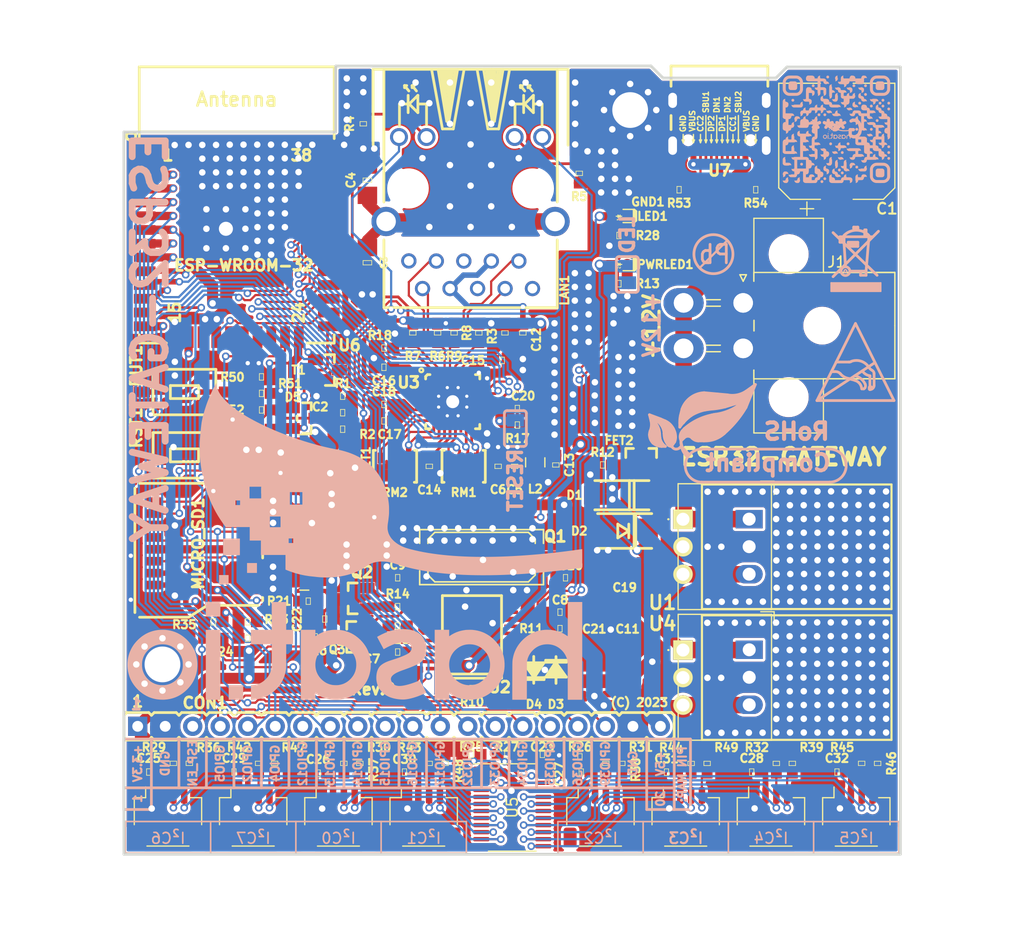
<source format=kicad_pcb>
(kicad_pcb (version 20211014) (generator pcbnew)
  (title_block (title "ESP32-GATEWAY") (date "2023") (rev "0") (company "Hasat.io"))
  (layers (0 "F.Cu" mixed) (31 "B.Cu" mixed) (34 "B.Paste" user) (35 "F.Paste" user) (36 "B.SilkS" user "B.Silkscreen") (37 "F.SilkS" user "F.Silkscreen") (38 "B.Mask" user) (39 "F.Mask" user) (44 "Edge.Cuts" user))
  (net 0 "")
  (net 1 "GND")
  (net 2 "Net-(BUT1-Pad2)")
  (net 3 "+3V3")
  (net 4 "/ESP_EN")
  (net 5 "/PHYAD0")
  (net 6 "/PHYAD1")
  (net 7 "/PHYAD2")
  (net 8 "/RMIISEL")
  (net 9 "/VDD1A-2A")
  (net 10 "/VDDCR")
  (net 11 "Net-(MICRO_SD1-Pad5)")
  (net 12 "Net-(LAN1-PadAG1)")
  (net 13 "Net-(LAN1-PadKY1)")
  (net 15 "Net-(LAN1-Pad1)")
  (net 16 "/+5V_USB")
  (net 17 "Net-(LAN1-Pad2)")
  (net 18 "Net-(LAN1-Pad7)")
  (net 19 "Net-(LAN1-Pad8)")
  (net 20 "Net-(LAN1-PadAY1)")
  (net 21 "Net-(LAN1-PadKG1)")
  (net 22 "Net-(PWRLED1-Pad1)")
  (net 23 "Net-(MICRO_SD1-Pad7)")
  (net 24 "/D_Com")
  (net 25 "/GPI35")
  (net 26 "+5V_EXT")
  (net 27 "/GPIO16")
  (net 28 "/GPI39")
  (net 29 "/GPI36")
  (net 30 "/GPIO32")
  (net 31 "Net-(LED1-Pad1)")
  (net 32 "+3.3VLAN")
  (net 33 "/GPIO0")
  (net 34 "Net-(MICRO_SD1-Pad2)")
  (net 35 "/GPI34\\BUT1")
  (net 36 "Net-(MICRO_SD1-Pad8)")
  (net 37 "Net-(MICRO_SD1-Pad1)")
  (net 38 "/GPIO5\\PHY_PWR")
  (net 39 "/GPIO3\\U0RXD")
  (net 40 "/GPIO2\\HS2_DATA0")
  (net 41 "/GPIO4\\HS2_DATA1")
  (net 42 "/GPIO1\\U0TXD")
  (net 43 "/GPIO26\\EMAC_RXD1(RMII)")
  (net 44 "/GPIO25\\EMAC_RXD0(RMII)")
  (net 45 "/GPIO27\\EMAC_RX_CRS_DV")
  (net 46 "/GPIO18\\MDIO(RMII)")
  (net 47 "/GPIO14\\HS2_CLK")
  (net 48 "/GPIO15\\HS2_CMD")
  (net 49 "/GPIO12\\HS2_DATA2")
  (net 50 "/GPIO13\\HS2_DATA3")
  (net 51 "/GPIO33\\LED")
  (net 52 "/GPIO22\\EMAC_TXD1(RMII)")
  (net 53 "/GPIO19\\EMAC_TXD0(RMII)")
  (net 54 "/GPIO21\\EMAC_TX_EN(RMII)")
  (net 55 "/GPIO23\\MDC(RMII)")
  (net 56 "/GPIO17\\EMAC_CLK_OUT_180")
  (net 57 "Net-(C8-Pad1)")
  (net 58 "Net-(C9-Pad1)")
  (net 59 "Net-(Q2-Pad1)")
  (net 60 "Net-(Q2-Pad2)")
  (net 61 "Net-(Q3-Pad1)")
  (net 62 "Net-(Q3-Pad2)")
  (net 63 "Net-(Q3-Pad3)")
  (net 64 "Net-(R1-Pad2)")
  (net 66 "unconnected-(U2-Pad20)")
  (net 67 "Net-(I²C0-Pad3)")
  (net 68 "Net-(I²C0-Pad4)")
  (net 69 "Net-(I²C1-Pad3)")
  (net 70 "Net-(I²C1-Pad4)")
  (net 71 "Net-(I²C2-Pad3)")
  (net 72 "Net-(I²C2-Pad4)")
  (net 73 "Net-(I²C3-Pad3)")
  (net 74 "Net-(I²C3-Pad4)")
  (net 75 "Net-(I²C4-Pad3)")
  (net 76 "Net-(I²C4-Pad4)")
  (net 77 "Net-(I²C5-Pad3)")
  (net 78 "Net-(I²C5-Pad4)")
  (net 79 "Net-(I²C6-Pad3)")
  (net 80 "Net-(I²C6-Pad4)")
  (net 81 "Net-(C2-Pad2)")
  (net 82 "Net-(C3-Pad1)")
  (net 83 "Net-(C10-Pad1)")
  (net 84 "Net-(C20-Pad2)")
  (net 85 "Net-(C24-Pad1)")
  (net 86 "Net-(I²C7-Pad3)")
  (net 87 "Net-(I²C7-Pad4)")
  (net 88 "Net-(U2-Pad6)")
  (net 89 "Net-(U2-Pad7)")
  (net 106 "+5V")
  (net 107 "Net-(C1-Pad1)")
  (net 108 "Net-(D3-Pad1)")
  (net 109 "Net-(D4-Pad2)")
  (net 110 "Net-(R18-Pad1)")
  (net 111 "Net-(R26-Pad2)")
  (net 112 "Net-(R53-Pad2)")
  (net 113 "Net-(R54-Pad2)")
  (footprint "OLIMEX_Other-FP:Mounting_hole_Shield_3.3mm" (layer "F.Cu") (at 73.152 122.301)
    (fp_text reference "MH2" hide)
    (fp_text value "Mounting_hole_Shield_3.3mm" hide)
  )
  (footprint "Capacitors:0603" (layer "F.Cu") (at 105.664 104.013 90)
    (fp_text reference "C5")
    (fp_text value "22uF/6.3V/20%/X5R/C0603")
  )
  (footprint "Capacitors:0603" (layer "F.Cu") (at 104.14 104.013 90)
    (fp_text reference "C6")
    (fp_text value "22uF/6.3V/20%/X5R/C0603")
  )
  (footprint "Capacitors:0805" (layer "F.Cu") (at 86.233 112.649)
    (fp_text reference "C24")
    (fp_text value "47uF/6.3V/20%/X5R/C0805")
  )
  (footprint "Capacitors:0603" (layer "F.Cu") (at 106.426 91.694 -90)
    (fp_text reference "C12")
    (fp_text value "100nF/50V/20%/Y5V/C0603")
  )
  (footprint "Capacitors:0603" (layer "F.Cu") (at 109.474 103.886 -90)
    (fp_text reference "C13")
    (fp_text value "22uF/6.3V/20%/X5R/C0603")
  )
  (footprint "Capacitors:0603" (layer "F.Cu") (at 97.79 104.013 -90)
    (fp_text reference "C14")
    (fp_text value "100nF/50V/20%/Y5V/C0603")
  )
  (footprint "Capacitors:0603" (layer "F.Cu") (at 104.521 94.234)
    (fp_text reference "C15")
    (fp_text value "100nF/50V/20%/Y5V/C0603")
  )
  (footprint "Capacitors:0603" (layer "F.Cu") (at 93.599 94.869 180)
    (fp_text reference "C16")
    (fp_text value "100nF/50V/20%/Y5V/C0603")
  )
  (footprint "Capacitors:0603" (layer "F.Cu") (at 93.599 99.822 180)
    (fp_text reference "C17")
    (fp_text value "2.2uF/6.3V/10%/X5R/C0603")
  )
  (footprint "Capacitors:0603" (layer "F.Cu") (at 93.599 98.298 180)
    (fp_text reference "C18")
    (fp_text value "100nF/50V/20%/Y5V/C0603")
  )
  (footprint "Capacitors:0603" (layer "F.Cu") (at 105.918 98.679 180)
    (fp_text reference "C20")
    (fp_text value "NA(10uF/6.3V/20%/X5R/C0603)")
  )
  (footprint "OLIMEX_RLC-FP:L_0805_5MIL_DWS" (layer "F.Cu") (at 107.569 103.632 90)
    (fp_text reference "L2")
    (fp_text value "FB0805/600R/2A")
  )
  (footprint "OLIMEX_RLC-FP:L_0805_5MIL_DWS" (layer "F.Cu") (at 86.233 114.554 180)
    (fp_text reference "L3")
    (fp_text value "FB0805/600R/2A")
  )
  (footprint "OLIMEX_LEDs-FP:LED_0603_KA" (layer "F.Cu") (at 115.2995 85.37 180)
    (fp_text reference "PWRLED1")
    (fp_text value "LED/RED/0603")
  )
  (footprint "Resistors:0603" (layer "F.Cu") (at 82.296 95.758)
    (fp_text reference "R50")
    (fp_text value "220R/R0603")
  )
  (footprint "Resistors:0603" (layer "F.Cu") (at 91.694 72.39 90)
    (fp_text reference "R4")
    (fp_text value "330R/R0603")
  )
  (footprint "Resistors:0603" (layer "F.Cu") (at 111.633 76.962 -90)
    (fp_text reference "R5")
    (fp_text value "330R/R0603")
  )
  (footprint "Resistors:0603" (layer "F.Cu") (at 98.552 91.694 -90)
    (fp_text reference "R6")
    (fp_text value "49.9R/1%/R0603")
  )
  (footprint "Resistors:0603" (layer "F.Cu") (at 96.266 91.694 -90)
    (fp_text reference "R7")
    (fp_text value "49.9R/1%/R0603")
  )
  (footprint "Resistors:0603" (layer "F.Cu") (at 102.362 91.694 -90)
    (fp_text reference "R8")
    (fp_text value "49.9R/1%/R0603")
  )
  (footprint "Resistors:0603" (layer "F.Cu") (at 100.076 91.694 -90)
    (fp_text reference "R9")
    (fp_text value "49.9R/1%/R0603")
  )
  (footprint "Resistors:0603" (layer "F.Cu") (at 101.727 124.5235)
    (fp_text reference "R10")
    (fp_text value "10k/R0603")
  )
  (footprint "Resistors:0603" (layer "F.Cu") (at 105.918 100.2)
    (fp_text reference "R17")
    (fp_text value "10k/R0603")
  )
  (footprint "Resistors:0603" (layer "F.Cu") (at 93.599 93.091 180)
    (fp_text reference "R18")
    (fp_text value "12.1k/1%/R0603")
  )
  (footprint "Resistors:0603" (layer "F.Cu") (at 109.855 118.999)
    (fp_text reference "R11")
    (fp_text value "10k/R0603")
  )
  (footprint "Resistors:0603" (layer "F.Cu") (at 94.869 116.967 180)
    (fp_text reference "R14")
    (fp_text value "1k/R0603")
  )
  (footprint "OLIMEX_RLC-FP:R_MATRIX_4" (layer "F.Cu") (at 94.615 104.013)
    (fp_text reference "RM2")
    (fp_text value "RA1206_(4X0603)_4B8_2.2k")
  )
  (footprint "OLIMEX_RLC-FP:R_MATRIX_4" (layer "F.Cu") (at 100.965 104.013 180)
    (fp_text reference "RM1")
    (fp_text value "RA1206_(4X0603)_4B8_2.2k")
  )
  (footprint "OLIMEX_Cases-FP:ESP-WROOM-32_MODULE" (layer "F.Cu") (at 80.01 79.883)
    (fp_text reference "U6")
    (fp_text value "ESP32-WROOM-32D-4MB")
  )
  (footprint "OLIMEX_IC-FP:QFN32_EP(33)_5.00x5.00x0.90mm_Pitch_0.50mm" (layer "F.Cu") (at 99.949 98.044 -90)
    (fp_text reference "U3")
    (fp_text value "LAN8710A-EZC(QFN32)")
  )
  (footprint "OLIMEX_Connectors-FP:TFC-WXCP11-08-LF" (layer "F.Cu") (at 76.327 111.125 180)
    (fp_text reference "MICRO_SD1")
    (fp_text value "TFC-WXCP11-08-LF")
  )
  (footprint "Resistors:0603" (layer "F.Cu") (at 86.233 110.871 180)
    (fp_text reference "R40")
    (fp_text value "10R/R0603")
  )
  (footprint "OLIMEX_Buttons-FP:T1107A(6x3,8x2,5MM)" (layer "F.Cu") (at 75.184 97.155 180)
    (fp_text reference "BUT1")
    (fp_text value "T1107A(6x3,8x2,5MM)")
  )
  (footprint "OLIMEX_Buttons-FP:T1107A(6x3,8x2,5MM)" (layer "F.Cu") (at 75.184 102.997 180)
    (fp_text reference "RST1")
    (fp_text value "T1107A(6x3,8x2,5MM)")
  )
  (footprint "OLIMEX_Connectors-FP:RJLBC-060TC1" (layer "F.Cu") (at 101.6 78.359 180)
    (fp_text reference "LAN1")
    (fp_text value "RJLD-060TC1(LPJ4013EDNL)")
  )
  (footprint "Capacitors:1206" (layer "F.Cu") (at 92.075 85.217 -90)
    (fp_text reference "C3")
    (fp_text value "1nF/2000V/10%/X7R/C1206")
  )
  (footprint "Capacitors:1206" (layer "F.Cu") (at 92.075 77.597 90)
    (fp_text reference "C4")
    (fp_text value "NA(1nF/2000V/10%/X7R/C1206)")
  )
  (footprint "Resistors:0603" (layer "F.Cu") (at 115.2995 87.148 180)
    (fp_text reference "R13")
    (fp_text value "2.2k/R0603")
  )
  (footprint "Capacitors:0603" (layer "F.Cu") (at 94.869 114.3 180)
    (fp_text reference "C9")
    (fp_text value "27pF/50V/5%/C0G/C0603")
  )
  (footprint "Capacitors:0603" (layer "F.Cu") (at 110.363 114.3)
    (fp_text reference "C10")
    (fp_text value "27pF/50V/5%/C0G/C0603")
  )
  (footprint "Capacitors:0603" (layer "F.Cu") (at 94.869 121.158 180)
    (fp_text reference "C7")
    (fp_text value "22uF/6.3V/20%/X5R/C0603")
  )
  (footprint "Capacitors:0603" (layer "F.Cu") (at 109.855 117.475)
    (fp_text reference "C8")
    (fp_text value "100nF/50V/20%/Y5V/C0603")
  )
  (footprint "OLIMEX_Diodes-FP:SMA-KA" (layer "F.Cu") (at 115.57 106.68 180)
    (fp_text reference "D1")
    (fp_text value "1N5822/SS34/SMA")
  )
  (footprint "OLIMEX_Transistors-FP:SOT23" (layer "F.Cu") (at 117.348 102.997 -90)
    (fp_text reference "FET2")
    (fp_text value "WPM2015-3/TR")
  )
  (footprint "OLIMEX_Crystal-FP:Q_49U3HMS" (layer "F.Cu") (at 102.616 112.395)
    (fp_text reference "Q1")
    (fp_text value "Q12MHz/20pF/30ppm/2P/HC-49SM(SMD)")
  )
  (footprint "OLIMEX_Transistors-FP:SOT23" (layer "F.Cu") (at 90.932 116.205)
    (fp_text reference "Q2")
    (fp_text value "BC817-40(SOT23)")
  )
  (footprint "Resistors:0603" (layer "F.Cu") (at 113.792 103.886 180)
    (fp_text reference "R12")
    (fp_text value "1M/R0603")
  )
  (footprint "Resistors:0603" (layer "F.Cu") (at 94.869 118.745 180)
    (fp_text reference "R15")
    (fp_text value "1k/R0603")
  )
  (footprint "Resistors:0603" (layer "F.Cu") (at 82.296 97.282 180)
    (fp_text reference "R51")
    (fp_text value "10k/R0603")
  )
  (footprint "Resistors:0603" (layer "F.Cu") (at 82.296 98.806)
    (fp_text reference "R52")
    (fp_text value "NA/R0603")
  )
  (footprint "OLIMEX_IC-FP:SSOP-20W" (layer "F.Cu") (at 101.727 119.761 90)
    (fp_text reference "U2")
    (fp_text value "CH340T(SSOP20W)")
  )
  (footprint "OLIMEX_Other-FP:Mounting_hole_Shield_3.3mm" (layer "F.Cu") (at 116.332 71.12)
    (fp_text reference "MH1" hide)
    (fp_text value "Mounting_hole_Shield_3.3mm" hide)
  )
  (footprint "OLIMEX_Connectors-FP:HN1x20" (layer "F.Cu") (at 94.996 128.016)
    (fp_text reference "CON1")
    (fp_text value "NA(NH1x20)")
  )
  (footprint "OLIMEX_LEDs-FP:LED_0603_KA" (layer "F.Cu") (at 115.2995 80.925 180)
    (fp_text reference "LED1")
    (fp_text value "LED/GREEN/0603")
  )
  (footprint "Resistors:0603" (layer "F.Cu") (at 115.2995 82.703)
    (fp_text reference "R28")
    (fp_text value "2.2k/R0603")
  )
  (footprint "Resistors:0603" (layer "F.Cu") (at 81.026 119.888 180)
    (fp_text reference "R20")
    (fp_text value "2.2k/R0603")
  )
  (footprint "Resistors:0603" (layer "F.Cu") (at 86.487 104.648 180)
    (fp_text reference "R22")
    (fp_text value "2.2k/R0603")
  )
  (footprint "OLIMEX_Diodes-FP:DO214AA_1(K)-2(A)" (layer "F.Cu") (at 115.824 109.982 180)
    (fp_text reference "D2")
    (fp_text value "SMBJ6.0A(DO-214AA)")
  )
  (footprint "OLIMEX_Transistors-FP:SOT23" (layer "F.Cu") (at 89.662 103.505 90)
    (fp_text reference "FET1")
    (fp_text value "WPM2015-3/TR")
  )
  (footprint "Resistors:0603" (layer "F.Cu") (at 89.789 97.536 180)
    (fp_text reference "R1")
    (fp_text value "1k/R0603")
  )
  (footprint "OLIMEX_RLC-FP:L_0805_5MIL_DWS" (layer "F.Cu") (at 86.106 101.981)
    (fp_text reference "L1")
    (fp_text value "NA(FB0805/600R/2A)")
  )
  (footprint "Resistors:0603" (layer "F.Cu") (at 89.788999 100.584)
    (fp_text reference "R2")
    (fp_text value "10k/R0603")
  )
  (footprint "OLIMEX_Transistors-FP:SOT23" (layer "F.Cu") (at 88.392 95.123 180)
    (fp_text reference "T1")
    (fp_text value "DTC114YKA")
  )
  (footprint "Capacitors:0603" (layer "F.Cu") (at 89.788999 99.06)
    (fp_text reference "C2")
    (fp_text value "22uF/6.3V/20%/X5R/C0603")
  )
  (footprint "Resistors:0603" (layer "F.Cu") (at 77.851 118.364 180)
    (fp_text reference "R35")
    (fp_text value "NA/R0603")
  )
  (footprint "Resistors:0603" (layer "F.Cu") (at 86.487 106.172 180)
    (fp_text reference "R23")
    (fp_text value "2.2k/R0603")
  )
  (footprint "OLIMEX_Diodes-FP:SOT23-3" (layer "F.Cu") (at 86.233 99.568 180)
    (fp_text reference "D5")
    (fp_text value "BAT54C(SOT23-3)")
  )
  (footprint "OLIMEX_Diodes-FP:SOD-123_1C-2A_KA" (layer "F.Cu") (at 107.442 122.809 90)
    (fp_text reference "D4")
    (fp_text value "1N5819S4/SOD123")
  )
  (footprint "OLIMEX_Diodes-FP:SOD-123_1C-2A_KA" (layer "F.Cu") (at 109.474 122.809 -90)
    (fp_text reference "D3")
    (fp_text value "1N5819S4/SOD123")
  )
  (footprint "OLIMEX_Other-FP:Fiducial1x3" (layer "F.Cu") (at 117.425 75.875)
    (fp_text reference "FID3" hide)
    (fp_text value "Fiducial" hide)
  )
  (footprint "Resistors:0603" (layer "F.Cu") (at 104.775 91.694 90)
    (fp_text reference "R3")
    (fp_text value "0R(Board_Mounted)")
  )
  (footprint "Resistors:0603" (layer "F.Cu") (at 86.487 107.95)
    (fp_text reference "R34")
    (fp_text value "NA/R0603")
  )
  (footprint "Resistors:0603" (layer "F.Cu") (at 81.026 118.364 180)
    (fp_text reference "R33")
    (fp_text value "NA/R0603")
  )
  (footprint "Resistors:0603" (layer "F.Cu") (at 77.851 119.888 180)
    (fp_text reference "R24")
    (fp_text value "2.2k/R0603")
  )
  (footprint "Capacitors:0603" (layer "F.Cu") (at 88.138 118.11 180)
    (fp_text reference "C22")
    (fp_text value "1uF/C0603")
  )
  (footprint "Resistors:0603" (layer "F.Cu") (at 86.614 116.459 180)
    (fp_text reference "R21")
    (fp_text value "10k/R0603")
  )
  (footprint "OLIMEX_Transistors-FP:SOT23" (layer "F.Cu") (at 90.805 119.761)
    (fp_text reference "Q3")
    (fp_text value "BC817-40(SOT23)")
  )
  (footprint "Resistors:0603" (layer "F.Cu") (at 87.249 119.761 180)
    (fp_text reference "R16")
    (fp_text value "220R/R0603")
  )
  (footprint "Resistors:0603" (layer "F.Cu") (at 82.296 100.584 180)
    (fp_text reference "R19")
    (fp_text value "10k/R0603")
  )
  (footprint "Resistors:0603" (layer "F.Cu") (at 82.296 103.886 180)
    (fp_text reference "R41")
    (fp_text value "220R/R0603")
  )
  (footprint "Resistors:0603" (layer "F.Cu") (at 97.77 131.438279 -90)
    (fp_text reference "R43")
    (fp_text value "4.7k/R0603")
  )
  (footprint "Capacitors:0603" (layer "F.Cu") (at 108.225 130.60582 180)
    (fp_text reference "C23")
    (fp_text value "100nF/6.3V/20%/X5R/C0603")
  )
  (footprint "Capacitors:0603" (layer "F.Cu") (at 87.525 132.338171)
    (fp_text reference "C26")
    (fp_text value "1uF/6.3V/20%/X5R/C0603")
  )
  (footprint "Connector_JST:JST_SH_SM04B-SRSS-TB_1x04-1MP_P1.00mm_Horizontal" (layer "F.Cu") (at 81.53 136.385)
    (fp_text reference "I²C7")
    (fp_text value "Conn_01x04_P1.00mm_Stemma qt/Qwiic")
  )
  (footprint "Capacitors:0603" (layer "F.Cu") (at 135.42656 132.24)
    (fp_text reference "C32")
    (fp_text value "1uF/6.3V/20%/X5R/C0603")
  )
  (footprint "Capacitors:1210" (layer "F.Cu") (at 115.825 113.425 180)
    (fp_text reference "C19")
    (fp_text value "330uF/6.3V/20%/X5R/C1210")
  )
  (footprint "Resistors:0603" (layer "F.Cu") (at 74.16 131.43664 -90)
    (fp_text reference "R29")
    (fp_text value "4.7k/R0603")
  )
  (footprint "Connector_JST:JST_SH_SM04B-SRSS-TB_1x04-1MP_P1.00mm_Horizontal" (layer "F.Cu") (at 73.66 136.385)
    (fp_text reference "I²C6")
    (fp_text value "Conn_01x04_P1.00mm_Stemma qt/Qwiic")
  )
  (footprint "" (layer "F.Cu") (at 95.9 85.05)
    (fp_text reference "")
    (fp_text value "")
  )
  (footprint "K7812-2000R3L:K78122000R3L" (layer "F.Cu") (at 121.21 108.9)
    (fp_text reference "U1")
    (fp_text value "K7805-2000R3L" hide)
  )
  (footprint "Capacitors:0603" (layer "F.Cu") (at 71.885 132.235)
    (fp_text reference "C25")
    (fp_text value "1uF/6.3V/20%/X5R/C0603")
  )
  (footprint "Connector_JST:JST_SH_SM04B-SRSS-TB_1x04-1MP_P1.00mm_Horizontal" (layer "F.Cu") (at 121.46 136.390885)
    (fp_text reference "I²C3")
    (fp_text value "Conn_01x04_P1.00mm_Stemma qt/Qwiic")
  )
  (footprint "Connector_JST:JST_SH_SM04B-SRSS-TB_1x04-1MP_P1.00mm_Horizontal" (layer "F.Cu") (at 129.33 136.389888)
    (fp_text reference "I²C4")
    (fp_text value "Conn_01x04_P1.00mm_Stemma qt/Qwiic")
  )
  (footprint "Resistors:0603" (layer "F.Cu") (at 91.375 131.437351 -90)
    (fp_text reference "R37")
    (fp_text value "4.7k/R0603")
  )
  (footprint "Connector_JST:JST_SH_SM04B-SRSS-TB_1x04-1MP_P1.00mm_Horizontal" (layer "F.Cu") (at 97.27 136.388279)
    (fp_text reference "I²C1")
    (fp_text value "Conn_01x04_P1.00mm_Stemma qt/Qwiic")
  )
  (footprint "Resistors:0603" (layer "F.Cu") (at 123.435 131.440885 -90)
    (fp_text reference "R49")
    (fp_text value "4.7k/R0603")
  )
  (footprint "K7812-2000R3L:K78122000R3L" (layer "F.Cu") (at 121.21 120.975)
    (fp_text reference "U4")
    (fp_text value "K7803-2000R3L" hide)
  )
  (footprint "Resistors:0603" (layer "F.Cu") (at 120.85 78.475)
    (fp_text reference "R53")
    (fp_text value "5.1k/R0603")
  )
  (footprint "Capacitors:0603" (layer "F.Cu") (at 127.55584 132.239888)
    (fp_text reference "C28")
    (fp_text value "1uF/6.3V/20%/X5R/C0603")
  )
  (footprint "Converter_DCDC:Converter_DCDC_RECOM_R-78B-2.0_THT" (layer "F.Cu") (at 127.325 120.95 -90)
    (fp_text reference "REF**" hide)
    (fp_text value "Converter_DCDC_RECOM_R-78B-2.0_THT")
  )
  (footprint "Resistors:0603" (layer "F.Cu") (at 121.96 131.444165 -90)
    (fp_text reference "R44")
    (fp_text value "4.7k/R0603")
  )
  (footprint "Resistors:0603" (layer "F.Cu") (at 129.83 131.439888 -90)
    (fp_text reference "R32")
    (fp_text value "4.7k/R0603")
  )
  (footprint "Converter_DCDC:Converter_DCDC_RECOM_R-78B-2.0_THT" (layer "F.Cu") (at 127.3175 108.89 -90)
    (fp_text reference "REF**" hide)
    (fp_text value "Converter_DCDC_RECOM_R-78B-2.0_THT")
  )
  (footprint "Resistors:0603" (layer "F.Cu") (at 75.635 131.435 -90)
    (fp_text reference "R36")
    (fp_text value "4.7k/R0603")
  )
  (footprint "Resistors:0603" (layer "F.Cu") (at 104.945 130.605 180)
    (fp_text reference "R27")
    (fp_text value "4.7k/R0603" hide)
  )
  (footprint "Resistors:0603" (layer "F.Cu") (at 99.245 131.438279 -90)
    (fp_text reference "R48")
    (fp_text value "4.7k/R0603")
  )
  (footprint "Capacitors:0603" (layer "F.Cu") (at 119.68416 132.240885)
    (fp_text reference "C31")
    (fp_text value "1uF/6.3V/20%/X5R/C0603")
  )
  (footprint "Connector_JST:JST_SH_SM04B-SRSS-TB_1x04-1MP_P1.00mm_Horizontal" (layer "F.Cu") (at 113.59 136.391107)
    (fp_text reference "I²C2")
    (fp_text value "Conn_01x04_P1.00mm_Stemma qt/Qwiic")
  )
  (footprint "Resistors:0603" (layer "F.Cu") (at 137.70072 131.43672 -90)
    (fp_text reference "R45")
    (fp_text value "4.7k/R0603")
  )
  (footprint "Connector_Molex:Molex_Mini-Fit_Jr_5569-04A2_2x02_P4.20mm_Horizontal" (layer "F.Cu") (at 126.765 88.925 -90)
    (fp_text reference "REF**" hide)
    (fp_text value "Molex_Mini-Fit_Jr_5569-04A2_2x02_P4.20mm_Horizontal")
  )
  (footprint "Resistors:0603" (layer "F.Cu") (at 127.925 78.475)
    (fp_text reference "R54")
    (fp_text value "5.1k/R0603")
  )
  (footprint "Package_SO:TSSOP-24_4.4x7.8mm_P0.65mm" (layer "F.Cu") (at 105.45 135.51)
    (fp_text reference "U5")
    (fp_text value "TCA9548APWR")
  )
  (footprint "Capacitors:0603" (layer "F.Cu") (at 79.75584 132.235)
    (fp_text reference "C29")
    (fp_text value "1uF/6.3V/20%/X5R/C0603")
  )
  (footprint "Resistors:0603" (layer "F.Cu") (at 83.505 131.435 -90)
    (fp_text reference "R47")
    (fp_text value "4.7k/R0603")
  )
  (footprint "Resistors:0603" (layer "F.Cu") (at 111.7 130.845 180)
    (fp_text reference "R26")
    (fp_text value "10k/R0603")
  )
  (footprint "Resistors:0603" (layer "F.Cu") (at 115.565 131.441107 -90)
    (fp_text reference "R38")
    (fp_text value "4.7k/R0603")
  )
  (footprint "Resistors:0603" (layer "F.Cu") (at 89.9 131.437351 -90)
    (fp_text reference "R30")
    (fp_text value "4.7k/R0603")
  )
  (footprint "Capacitors:0603" (layer "F.Cu") (at 95.49584 132.238279)
    (fp_text reference "C30")
    (fp_text value "1uF/6.3V/20%/X5R/C0603")
  )
  (footprint "Connector_JST:JST_SH_SM04B-SRSS-TB_1x04-1MP_P1.00mm_Horizontal" (layer "F.Cu") (at 137.21 136.39)
    (fp_text reference "I²C5")
    (fp_text value "Conn_01x04_P1.00mm_Stemma qt/Qwiic")
  )
  (footprint "Capacitors:0603" (layer "F.Cu") (at 111.81584 132.241107)
    (fp_text reference "C27")
    (fp_text value "1uF/6.3V/20%/X5R/C0603")
  )
  (footprint "Connector_USB:USB2.0_TYPE-C(A40-00119-A52-12)" (layer "F.Cu") (at 124.575 71.375 90)
    (fp_text reference "U7")
    (fp_text value "USB-C-16P-F(A40-00119-A52-12)")
  )
  (footprint "Resistors:0603" (layer "F.Cu") (at 139.17572 131.44 -90)
    (fp_text reference "R46")
    (fp_text value "4.7k/R0603")
  )
  (footprint "OLIMEX_Other-FP:TESTPAD_40-ROUND" (layer "F.Cu") (at 118.825 78.475)
    (fp_text reference "GND1")
    (fp_text value "TESTPAD" hide)
  )
  (footprint "Resistors:0603" (layer "F.Cu") (at 82.03 131.43664 -90)
    (fp_text reference "R42")
    (fp_text value "4.7k/R0603")
  )
  (footprint "Capacitors:1210" (layer "F.Cu") (at 116.075 122.0974 90)
    (fp_text reference "C11")
    (fp_text value "330uF/6.3V/20%/X5R/C1210")
  )
  (footprint "" (layer "F.Cu") (at 107.315 87.6)
    (fp_text reference "")
    (fp_text value "")
  )
  (footprint "Resistors:0603" (layer "F.Cu") (at 101.67 130.605)
    (fp_text reference "R25")
    (fp_text value "4.7k/R0603" hide)
  )
  (footprint "Resistors:0603" (layer "F.Cu") (at 131.305 131.439888 -90)
    (fp_text reference "R39")
    (fp_text value "4.7k/R0603")
  )
  (footprint "Resistors:0603" (layer "F.Cu") (at 114.09 131.442747 -90)
    (fp_text reference "R31")
    (fp_text value "4.7k/R0603")
  )
  (footprint "Connector_JST:JST_SH_SM04B-SRSS-TB_1x04-1MP_P1.00mm_Horizontal" (layer "F.Cu") (at 89.4 136.387351)
    (fp_text reference "I²C0")
    (fp_text value "Conn_01x04_P1.00mm_Stemma qt/Qwiic")
  )
  (footprint "Capacitor_SMD:CP_Elec_10x10.5" (layer "F.Cu") (at 135.41 74.005 90)
    (fp_text reference "C1")
    (fp_text value "220uF/50V/10*10mm")
  )
  (footprint "Connector_Molex:Molex_Mini-Fit_Jr_5569-04A1_2x02_P4.20mm_Horizontal" (layer "F.Cu") (at 126.765 88.925 -90)
    (fp_text reference "J1")
    (fp_text value "Conn_02x02_P4.20mm_Molex_Horizontal")
  )
  (footprint "Capacitors:1210" (layer "F.Cu") (at 113.025 122.0974 90)
    (fp_text reference "C21")
    (fp_text value "330uF/6.3V/20%/X5R/C1210")
  )
  (footprint "OLIMEX_LOGOs-FP:LOGO_ANTISTATIC_1" (layer "B.Cu") (at 140.692 97.9395 180)
    (fp_text reference "Sign-Antistatic" hide)
    (fp_text value "Val**" hide)
  )
  (footprint "OLIMEX_LOGOs-FP:LOGO_PBFREE" (layer "B.Cu") (at 124.2232 84.11004)
    (fp_text reference "Sign_Pb-Free")
    (fp_text value "")
  )
  (footprint "OLIMEX_LOGOs-FP:LOGO_RECYCLEBIN_1" (layer "B.Cu") (at 139.51 87.898 180)
    (fp_text reference "Sign-RecyclBin" hide)
    (fp_text value "" hide)
  )
  (footprint "OLIMEX_LOGOs-FP:LOGO_ROHS_1" (layer "B.Cu") (at 135.26 104.8385 180)
    (fp_text reference "Sign_RoHS" hide)
    (fp_text value "Val**" hide)
  )
  (footprint "Hasat.io:Hasat" (layer "B.Cu") (at 90.92 110.925 180)
    (fp_text reference "G***" hide)
    (fp_text value "LOGO" hide)
  )
  (footprint "OLIMEX_Jumpers-FP:SJ" (layer "B.Cu") (at 105.735488 100.5235 90)
    (fp_text reference "RESET")
    (fp_text value "Opened")
  )
  (footprint "OLIMEX_Jumpers-FP:SJ" (layer "B.Cu") (at 116.075 86.3 90)
    (fp_text reference "LED")
    (fp_text value "Closed")
  )
  (footprint "Hasat.io:Qr" (layer "B.Cu") (at 135.38 72.895 180)
    (fp_text reference "G***")
    (fp_text value "LOGO" hide)
  )
  (gr_line (start 121.9005 129.195) (end 69.59 129.195) (layer "B.SilkS") (width 0.254))
  (gr_line (start 79.75 129.195) (end 79.75 133.695) (layer "B.SilkS") (width 0.254))
  (gr_line (start 69.73 139.715) (end 101.21 139.715) (layer "B.SilkS") (width 0.15))
  (gr_line (start 100.07 129.195) (end 100.07 133.695) (layer "B.SilkS") (width 0.254))
  (gr_line (start 117.53 136.815) (end 117.53 139.725) (layer "B.SilkS") (width 0.15))
  (gr_line (start 109.66 136.815) (end 109.66 139.725) (layer "B.SilkS") (width 0.15))
  (gr_line (start 107.69 129.195) (end 107.69 133.695) (layer "B.SilkS") (width 0.254))
  (gr_line (start 69.59 135.695) (end 69.59 129.195) (layer "B.SilkS") (width 0.254))
  (gr_line (start 92.45 129.195) (end 92.45 133.695) (layer "B.SilkS") (width 0.254))
  (gr_line (start 141.14 136.815) (end 141.14 139.725) (layer "B.SilkS") (width 0.15))
  (gr_line (start 105.15 129.195) (end 105.15 133.695) (layer "B.SilkS") (width 0.254))
  (gr_line (start 74.67 129.195) (end 74.67 133.695) (layer "B.SilkS") (width 0.254))
  (gr_line (start 72.13 129.195) (end 72.13 133.698) (layer "B.SilkS") (width 0.254))
  (gr_line (start 120.4 129.195) (end 120.4 133.695) (layer "B.SilkS") (width 0.254))
  (gr_line (start 69.73 136.805) (end 69.73 139.715) (layer "B.SilkS") (width 0.15))
  (gr_line (start 93.34 136.805) (end 93.34 139.71) (layer "B.SilkS") (width 0.15))
  (gr_line (start 69.73 136.805) (end 101.21 136.805) (layer "B.SilkS") (width 0.15))
  (gr_line (start 85.47 136.805) (end 85.47 139.715) (layer "B.SilkS") (width 0.15))
  (gr_line (start 84.83 129.195) (end 84.83 133.695) (layer "B.SilkS") (width 0.254))
  (gr_line (start 109.66 139.725) (end 141.14 139.725) (layer "B.SilkS") (width 0.15))
  (gr_line (start 94.99 129.195) (end 94.99 133.695) (layer "B.SilkS") (width 0.254))
  (gr_line (start 112.77 129.195) (end 112.77 133.695) (layer "B.SilkS") (width 0.254))
  (gr_line (start 69.59 135.695) (end 72.13 135.695) (layer "B.SilkS") (width 0.254))
  (gr_line (start 117.86 135.695) (end 117.86 133.695) (layer "B.SilkS") (width 0.254))
  (gr_line (start 120.4 133.695) (end 69.59 133.695) (layer "B.SilkS") (width 0.254))
  (gr_line (start 110.23 129.195) (end 110.23 133.695) (layer "B.SilkS") (width 0.254))
  (gr_line (start 102.61 129.195) (end 102.61 133.695) (layer "B.SilkS") (width 0.254))
  (gr_line (start 133.27 136.815) (end 133.27 139.72) (layer "B.SilkS") (width 0.15))
  (gr_line (start 115.32 129.195) (end 115.32 133.695) (layer "B.SilkS") (width 0.254))
  (gr_line (start 77.21 129.195) (end 77.21 133.695) (layer "B.SilkS") (width 0.254))
  (gr_line (start 101.21 136.805) (end 101.21 139.715) (layer "B.SilkS") (width 0.15))
  (gr_line (start 72.13 133.698) (end 72.13 135.695) (layer "B.SilkS") (width 0.254))
  (gr_line (start 121.9005 129.195) (end 121.8995 135.695) (layer "B.SilkS") (width 0.254))
  (gr_line (start 109.66 136.815) (end 141.14 136.815) (layer "B.SilkS") (width 0.15))
  (gr_line (start 117.86 129.195) (end 117.86 133.695) (layer "B.SilkS") (width 0.254))
  (gr_line (start 89.91 129.195) (end 89.91 133.695) (layer "B.SilkS") (width 0.254))
  (gr_line (start 120.4 135.695) (end 121.8995 135.695) (layer "B.SilkS") (width 0.254))
  (gr_line (start 125.4 136.815) (end 125.4 139.725) (layer "B.SilkS") (width 0.15))
  (gr_line (start 82.29 129.195) (end 82.29 133.695) (layer "B.SilkS") (width 0.254))
  (gr_line (start 87.37 129.195) (end 87.37 133.695) (layer "B.SilkS") (width 0.254))
  (gr_line (start 120.4 133.695) (end 120.4 135.695) (layer "B.SilkS") (width 0.254))
  (gr_line (start 77.6 136.805) (end 77.6 139.715) (layer "B.SilkS") (width 0.15))
  (gr_line (start 117.86 135.695) (end 120.4 135.695) (layer "B.SilkS") (width 0.254))
  (gr_line (start 97.53 129.195) (end 97.53 133.695) (layer "B.SilkS") (width 0.254))
  (gr_line (start 118.25 67.051508) (end 119.37 68.166) (layer "Edge.Cuts") (width 0.254))
  (gr_line (start 118.25 67.051508) (end 89.154 67.056) (layer "Edge.Cuts") (width 0.254))
  (gr_line (start 69.596 73.152) (end 69.6 139.825) (layer "Edge.Cuts") (width 0.254))
  (gr_line (start 130.8 67.15) (end 141.275 67.15) (layer "Edge.Cuts") (width 0.254))
  (gr_line (start 89.154 73.152) (end 89.154 67.056) (layer "Edge.Cuts") (width 0.254))
  (gr_line (start 129.784 68.166) (end 130.8 67.15) (layer "Edge.Cuts") (width 0.254))
  (gr_line (start 119.37 68.166) (end 129.784 68.166) (layer "Edge.Cuts") (width 0.254))
  (gr_line (start 141.275 67.15) (end 141.275 139.825) (layer "Edge.Cuts") (width 0.254))
  (gr_line (start 69.596 73.152) (end 89.154 73.152) (layer "Edge.Cuts") (width 0.254))
  (gr_line (start 69.6 139.825) (end 141.275 139.825) (layer "Edge.Cuts") (width 0.254))
  (gr_text "1" (at 70.86 134.695 90) (layer "B.SilkS") (effects (font (size 0.762 0.762) (thickness 0.1905)) (justify mirror)))
  (gr_text "ESP_EN" (at 75.94 131.445 90) (layer "B.SilkS") (effects (font (size 0.762 0.762) (thickness 0.1905)) (justify mirror)))
  (gr_text "GPIO5" (at 78.48 131.445 90) (layer "B.SilkS") (effects (font (size 0.762 0.762) (thickness 0.1905)) (justify mirror)))
  (gr_text "GPIO2" (at 81.02 131.445 90) (layer "B.SilkS") (effects (font (size 0.762 0.762) (thickness 0.1905)) (justify mirror)))
  (gr_text "GPIO4" (at 83.56 131.445 90) (layer "B.SilkS") (effects (font (size 0.762 0.762) (thickness 0.1905)) (justify mirror)))
  (gr_text "GPIO12" (at 86.1 131.445 90) (layer "B.SilkS") (effects (font (size 0.762 0.762) (thickness 0.1905)) (justify mirror)))
  (gr_text "GPIO13" (at 88.64 131.445 90) (layer "B.SilkS") (effects (font (size 0.762 0.762) (thickness 0.1905)) (justify mirror)))
  (gr_text "GPIO14" (at 91.18 131.445 90) (layer "B.SilkS") (effects (font (size 0.762 0.762) (thickness 0.1905)) (justify mirror)))
  (gr_text "GPIO15" (at 93.72 131.445 90) (layer "B.SilkS") (effects (font (size 0.762 0.762) (thickness 0.1905)) (justify mirror)))
  (gr_text "GPIO16" (at 96.26 131.445 90) (layer "B.SilkS") (effects (font (size 0.762 0.762) (thickness 0.1905)) (justify mirror)))
  (gr_text "GPIO17" (at 98.8 131.445 90) (layer "B.SilkS") (effects (font (size 0.762 0.762) (thickness 0.1905)) (justify mirror)))
  (gr_text "PIN MAP:" (at 121.15 132.445 90) (layer "B.SilkS") (effects (font (size 0.762 0.762) (thickness 0.1905)) (justify mirror)))
  (gr_text "GPIO32" (at 101.34 131.445 90) (layer "B.SilkS") (effects (font (size 0.762 0.762) (thickness 0.1905)) (justify mirror)))
  (gr_text "GPIO33" (at 103.88 131.445 90) (layer "B.SilkS") (effects (font (size 0.762 0.762) (thickness 0.1905)) (justify mirror)))
  (gr_text "GPIO34" (at 106.42 131.445 90) (layer "B.SilkS") (effects (font (size 0.762 0.762) (thickness 0.1905)) (justify mirror)))
  (gr_text "GPIO35" (at 108.96 131.445 90) (layer "B.SilkS") (effects (font (size 0.762 0.762) (thickness 0.1905)) (justify mirror)))
  (gr_text "GPIO36" (at 111.5 131.445 90) (layer "B.SilkS") (effects (font (size 0.762 0.762) (thickness 0.1905)) (justify mirror)))
  (gr_text "GND" (at 116.59 131.445 90) (layer "B.SilkS") (effects (font (size 0.762 0.762) (thickness 0.1905)) (justify mirror)))
  (gr_text "GPIO39" (at 114.05 131.445 90) (layer "B.SilkS") (effects (font (size 0.762 0.762) (thickness 0.1905)) (justify mirror)))
  (gr_text "+5V" (at 119.13 131.445 90) (layer "B.SilkS") (effects (font (size 0.762 0.762) (thickness 0.1905)) (justify mirror)))
  (gr_text "20" (at 119.13 134.695 90) (layer "B.SilkS") (effects (font (size 0.762 0.762) (thickness 0.1905)) (justify mirror)))
  (gr_text "ESP32-GATEWAY" (at 72.03 72.825 90) (layer "B.SilkS") (effects (font (size 3.048 3.048) (thickness 0.635)) (justify left mirror)))
  (gr_text "+12V" (at 118.32 90.915 90) (layer "B.SilkS") (effects (font (size 1.5 1.5) (thickness 0.3)) (justify mirror)))
  (gr_text "1" (at 70.739 125.984) (layer "B.SilkS") (effects (font (size 1.016 1.016) (thickness 0.254)) (justify mirror)))
  (gr_text "+3.3V" (at 70.86 131.445 90) (layer "B.SilkS") (effects (font (size 0.762 0.762) (thickness 0.1905)) (justify mirror)))
  (gr_text "GND" (at 73.4 131.445 90) (layer "B.SilkS") (effects (font (size 0.762 0.762) (thickness 0.1905)) (justify mirror)))
  (gr_text "Rev.0" (at 92.62 124.595) (layer "F.SilkS") (effects (font (size 1.016 1.016) (thickness 0.254))))
  (gr_text "ESP32-GATEWAY" (at 130.51 103.155) (layer "F.SilkS") (effects (font (size 1.524 1.524) (thickness 0.381))))
  (gr_text "1" (at 70.866 125.73) (layer "F.SilkS") (effects (font (size 1.016 1.016) (thickness 0.254))))
  (gr_text "(C) 2023\n" (at 117.18 125.815) (layer "F.SilkS") (effects (font (size 0.762 0.762) (thickness 0.1905))))
  (gr_text "+12V" (at 118.32 91.125 90) (layer "F.SilkS") (effects (font (size 1.5 1.5) (thickness 0.3))))
  (segment (start 90.17 111.125) (end 90.17 112.141) (width 1.016) (layer "F.Cu") (net 1))
  (segment (start 93.726 121.158) (end 93.98 121.158) (width 0.254) (layer "F.Cu") (net 1))
  (segment (start 103.987 118.136) (end 103.632 118.491) (width 0.4064) (layer "F.Cu") (net 1))
  (segment (start 103.632 110.109) (end 103.632 110.363) (width 1.016) (layer "F.Cu") (net 1))
  (segment (start 103.632 110.363) (end 103.632 110.109) (width 1.016) (layer "F.Cu") (net 1))
  (segment (start 103.632 110.109) (end 100.457 110.109) (width 1.016) (layer "F.Cu") (net 1))
  (segment (start 91.694 75.438) (end 91.694 74.676) (width 1.016) (layer "F.Cu") (net 1))
  (segment (start 92.71 74.676) (end 92.71 75.184) (width 1.016) (layer "F.Cu") (net 1))
  (segment (start 92.71 75.184) (end 92.075 75.819) (width 1.016) (layer "F.Cu") (net 1))
  (segment (start 92.71 101.854) (end 92.329 102.235) (width 0.762) (layer "F.Cu") (net 1))
  (segment (start 92.329 102.235) (end 92.329 104.267) (width 0.762) (layer "F.Cu") (net 1))
  (segment (start 92.329 104.267) (end 92.329 104.775) (width 0.762) (layer "F.Cu") (net 1))
  (segment (start 91.567 87.503) (end 91.567 88.138) (width 1.016) (layer "F.Cu") (net 1))
  (segment (start 105.537 94.107) (end 106.426 94.107) (width 0.762) (layer "F.Cu") (net 1))
  (segment (start 106.68 95.377) (end 106.426 95.123) (width 0.508) (layer "F.Cu") (net 1))
  (segment (start 98.044 104.648) (end 98.806 104.648) (width 0.508) (layer "F.Cu") (net 1))
  (segment (start 99.568 104.648) (end 98.806 104.648) (width 0.508) (layer "F.Cu") (net 1))
  (segment (start 72.328 109.474) (end 73.914 109.474) (width 0.762) (layer "F.Cu") (net 1))
  (segment (start 95.504 110.109) (end 95.631 110.109) (width 1.016) (layer "F.Cu") (net 1))
  (segment (start 94.615 110.998) (end 93.853 110.998) (width 1.016) (layer "F.Cu") (net 1))
  (segment (start 93.853 112.014) (end 93.853 113.03) (width 1.016) (layer "F.Cu") (net 1))
  (segment (start 93.853 114.3) (end 93.853 113.03) (width 0.762) (layer "F.Cu") (net 1))
  (segment (start 80.585 82.042) (end 84.074 82.042) (width 1.016) (layer "F.Cu") (net 1))
  (segment (start 82.744 79.883) (end 84.328 79.883) (width 1.016) (layer "F.Cu") (net 1))
  (segment (start 80.264 82.329) (end 80.264 77.978) (width 1.016) (layer "F.Cu") (net 1))
  (segment (start 82.804 79.823) (end 82.804 77.851) (width 1.016) (layer "F.Cu") (net 1))
  (segment (start 77.724 79.789) (end 77.724 77.851) (width 1.016) (layer "F.Cu") (net 1))
  (segment (start 94.996 115.316) (end 99.568 115.316) (width 0.4064) (layer "F.Cu") (net 1))
  (segment (start 105.537 110.109) (end 103.632 110.109) (width 1.016) (layer "F.Cu") (net 1))
  (segment (start 107.569 110.109) (end 105.537 110.109) (width 1.016) (layer "F.Cu") (net 1))
  (segment (start 97.917 110.109) (end 95.504 110.109) (width 1.016) (layer "F.Cu") (net 1))
  (segment (start 100.457 110.871) (end 100.457 110.109) (width 1.016) (layer "F.Cu") (net 1))
  (segment (start 100.457 110.109) (end 100.457 110.363) (width 1.016) (layer "F.Cu") (net 1))
  (segment (start 100.457 110.363) (end 100.457 110.109) (width 1.016) (layer "F.Cu") (net 1))
  (segment (start 100.457 110.109) (end 97.917 110.109) (width 1.016) (layer "F.Cu") (net 1))
  (segment (start 99.949 114.173) (end 97.536 114.173) (width 1.016) (layer "F.Cu") (net 1))
  (segment (start 102.362 119.761) (end 101.092 118.491) (width 1.016) (layer "F.Cu") (net 1))
  (segment (start 101.092 116.967) (end 101.219 116.84) (width 1.016) (layer "F.Cu") (net 1))
  (segment (start 101.219 116.84) (end 101.219 115.443) (width 1.016) (layer "F.Cu") (net 1))
  (segment (start 78.74 74.295) (end 78.74 78.105) (width 1.016) (layer "F.Cu") (net 1))
  (segment (start 81.915 78.105) (end 81.915 74.295) (width 1.016) (layer "F.Cu") (net 1))
  (segment (start 84.455 74.295) (end 84.455 76.073) (width 1.016) (layer "F.Cu") (net 1))
  (segment (start 84.455 76.073) (end 84.455 78.105) (width 1.016) (layer "F.Cu") (net 1))
  (segment (start 91.059 68.199) (end 91.059 69.469) (width 1.016) (layer "F.Cu") (net 1))
  (segment (start 113.284 110.345) (end 113.284 111.76) (width 1.016) (layer "F.Cu") (net 1))
  (segment (start 114.3 110.635) (end 114.3 111.76) (width 1.016) (layer "F.Cu") (net 1))
  (segment (start 92.71 94.107) (end 92.71 94.107) (width 0.762) (layer "F.Cu") (net 1))
  (segment (start 92.71 94.107) (end 92.71 94.615) (width 0.762) (layer "F.Cu") (net 1))
  (segment (start 92.329 104.775) (end 91.567 104.775) (width 0.762) (layer "F.Cu") (net 1))
  (segment (start 104.775 94.996) (end 104.394 95.377) (width 0.508) (layer "F.Cu") (net 1))
  (segment (start 80.31 82.333) (end 80.264 82.379) (width 1.016) (layer "F.Cu") (net 1))
  (segment (start 88.51 74.573) (end 87.019 74.573) (width 0.762) (layer "F.Cu") (net 1))
  (segment (start 90.297 110.998) (end 90.17 111.125) (width 1.016) (layer "F.Cu") (net 1))
  (segment (start 70.172999 73.728999) (end 71.506499 73.728999) (width 0.508) (layer "F.Cu") (net 1))
  (segment (start 103.378 95.377) (end 106.172 95.377) (width 0.508) (layer "F.Cu") (net 1))
  (segment (start 83.37641 109.24541) (end 89.43341 109.24541) (width 1.016) (layer "F.Cu") (net 1))
  (segment (start 107.569 110.49) (end 107.569 110.109) (width 1.016) (layer "F.Cu") (net 1))
  (segment (start 80.281 82.346) (end 82.55 84.615) (width 1.016) (layer "F.Cu") (net 1))
  (segment (start 105.918004 102.729974) (end 105.918004 102.235) (width 0.508) (layer "F.Cu") (net 1))
  (segment (start 91.567 104.775) (end 91.381999 104.589999) (width 0.762) (layer "F.Cu") (net 1))
  (segment (start 73.406 74.295) (end 73.152 74.549) (width 1.016) (layer "F.Cu") (net 1))
  (segment (start 111.252 114.3) (end 111.131803 114.3) (width 0.254) (layer "F.Cu") (net 1))
  (segment (start 81.566 108.204) (end 76.305695 108.204) (width 1.016) (layer "F.Cu") (net 1))
  (segment (start 73.152 122.301) (end 73.152 117.094) (width 1.524) (layer "F.Cu") (net 1))
  (segment (start 78.994 83.947) (end 78.994 89.446436) (width 1.016) (layer "F.Cu") (net 1))
  (segment (start 101.699 95.405) (end 101.727 95.377) (width 0.254) (layer "F.Cu") (net 1))
  (segment (start 73.152 122.301) (end 73.279 122.174) (width 0.762) (layer "F.Cu") (net 1))
  (segment (start 92.71 99.822) (end 92.71 98.298) (width 0.508) (layer "F.Cu") (net 1))
  (segment (start 92.71 93.091) (end 92.71 94.107) (width 0.762) (layer "F.Cu") (net 1))
  (segment (start 70.104 74.7395) (end 70.104 94.996) (width 0.3048) (layer "F.Cu") (net 1))
  (segment (start 99.695 104.775) (end 99.568 104.648) (width 0.508) (layer "F.Cu") (net 1))
  (segment (start 92.075 75.819) (end 91.694 75.438) (width 1.016) (layer "F.Cu") (net 1))
  (segment (start 72.327 109.475) (end 72.328 109.474) (width 0.762) (layer "F.Cu") (net 1))
  (segment (start 102.674 96.294) (end 103.083 95.885) (width 0.254) (layer "F.Cu") (net 1))
  (segment (start 93.853 114.173) (end 93.98 114.3) (width 1.016) (layer "F.Cu") (net 1))
  (segment (start 73.279 122.174) (end 76.962 122.174) (width 0.762) (layer "F.Cu") (net 1))
  (segment (start 70.225 74) (end 73.825 74) (width 0.508) (layer "F.Cu") (net 1))
  (segment (start 103.473999 95.472999) (end 103.378 95.377) (width 0.508) (layer "F.Cu") (net 1))
  (segment (start 70.225 74.322569) (end 70.225 74) (width 0.2032) (layer "F.Cu") (net 1))
  (segment (start 89.4614 115.415) (end 88.69941 115.415) (width 0.2032) (layer "F.Cu") (net 1))
  (segment (start 97.917 110.109) (end 97.917 110.871) (width 1.016) (layer "F.Cu") (net 1))
  (segment (start 81.577 114.275) (end 81.577 115.075) (width 1.016) (layer "F.Cu") (net 1))
  (segment (start 95.504 110.109) (end 94.615 110.998) (width 1.016) (layer "F.Cu") (net 1))
  (segment (start 94.234 105.2195) (end 92.0115 105.2195) (width 0.3048) (layer "F.Cu") (net 1))
  (segment (start 86.995 74.549) (end 86.741 74.295) (width 1.016) (layer "F.Cu") (net 1))
  (segment (start 88.640501 73.728999) (end 89.720001 73.728999) (width 0.508) (layer "F.Cu") (net 1))
  (segment (start 92.71 93.091) (end 92.71 93.98) (width 1.016) (layer "F.Cu") (net 1))
  (segment (start 104.267 95.377) (end 102.856962 95.377) (width 0.254) (layer "F.Cu") (net 1))
  (segment (start 80.03 134.394231) (end 80.04072 134.383511) (width 0.2032) (layer "F.Cu") (net 1))
  (segment (start 71.51 74.573) (end 71.51 73.7325) (width 0.508) (layer "F.Cu") (net 1))
  (segment (start 83.185 95.758) (end 82.04201 94.61501) (width 0.508) (layer "F.Cu") (net 1))
  (segment (start 91.381999 104.589999) (end 90.932 104.14) (width 0.762) (layer "F.Cu") (net 1))
  (segment (start 105.664 103.124) (end 104.14 103.124) (width 1.016) (layer "F.Cu") (net 1))
  (segment (start 106.7435 98.4885) (end 107.061 98.171) (width 0.508) (layer "F.Cu") (net 1))
  (segment (start 90.043 91.567) (end 90.043 74.573) (width 0.508) (layer "F.Cu") (net 1))
  (segment (start 74.295 115.951) (end 73.152 117.094) (width 0.2032) (layer "F.Cu") (net 1))
  (segment (start 88.51 73.8595) (end 88.640501 73.728999) (width 0.508) (layer "F.Cu") (net 1))
  (segment (start 94.234 104.775) (end 94.234 105.2195) (width 0.3048) (layer "F.Cu") (net 1))
  (segment (start 89.662 112.649) (end 90.17 112.141) (width 1.016) (layer "F.Cu") (net 1))
  (segment (start 101.699 95.594) (end 101.699 95.405) (width 0.254) (layer "F.Cu") (net 1))
  (segment (start 110.748066 117.479066) (end 111.500538 117.479066) (width 1.016) (layer "F.Cu") (net 1))
  (segment (start 107.391169 117.779831) (end 107.035 118.136) (width 0.254) (layer "F.Cu") (net 1))
  (segment (start 112.903 104.394) (end 112.649 104.648) (width 1.016) (layer "F.Cu") (net 1))
  (segment (start 88.519 115.59541) (end 88.519 116.967) (width 0.2032) (layer "F.Cu") (net 1))
  (segment (start 105.537 110.109) (end 105.537 110.744) (width 1.016) (layer "F.Cu") (net 1))
  (segment (start 112.649 104.648) (end 112.649 104.775) (width 1.016) (layer "F.Cu") (net 1))
  (segment (start 93.98 114.3) (end 93.853 114.3) (width 0.762) (layer "F.Cu") (net 1))
  (segment (start 80.281 82.346) (end 80.585 82.042) (width 1.016) (layer "F.Cu") (net 1))
  (segment (start 81.577 114.275) (end 81.577 114.511) (width 1.016) (layer "F.Cu") (net 1))
  (segment (start 107.391169 116.382831) (end 107.391169 117.779831) (width 0.254) (layer "F.Cu") (net 1))
  (segment (start 74.295 94.994604) (end 74.295 95.631) (width 1.016) (layer "F.Cu") (net 1))
  (segment (start 92.71 93.091) (end 92.71 92.747438) (width 0.762) (layer "F.Cu") (net 1))
  (segment (start 73.825 74) (end 73.85 73.975) (width 0.508) (layer "F.Cu") (net 1))
  (segment (start 93.98 114.3) (end 94.996 115.316) (width 0.4064) (layer "F.Cu") (net 1))
  (segment (start 111.633 77.851) (end 113.792 77.851) (width 1.016) (layer "F.Cu") (net 1))
  (segment (start 71.51 74.573) (end 73.128 74.573) (width 0.762) (layer "F.Cu") (net 1))
  (segment (start 83.366 109.235) (end 83.37641 109.24541) (width 1.016) (layer "F.Cu") (net 1))
  (segment (start 110.327893 115.10391) (end 108.67009 115.10391) (width 0.254) (layer "F.Cu") (net 1))
  (segment (start 81.577 108.215) (end 81.82 108.458) (width 1.016) (layer "F.Cu") (net 1))
  (segment (start 74.3 109.475) (end 75.034695 109.475) (width 0.762) (layer "F.Cu") (net 1))
  (segment (start 103.124 95.885) (end 103.473999 95.535001) (width 0.508) (layer "F.Cu") (net 1))
  (segment (start 71.881848 102.235152) (end 73.531604 102.235152) (width 1.016) (layer "F.Cu") (net 1))
  (segment (start 90.297 73.5965) (end 90.297 70.231) (width 0.762) (layer "F.Cu") (net 1))
  (segment (start 80.281 82.346) (end 80.231 82.296) (width 1.016) (layer "F.Cu") (net 1))
  (segment (start 75.034695 109.475) (end 76.305695 108.204) (width 0.762) (layer "F.Cu") (net 1))
  (segment (start 90.043 74.573) (end 90.043 73.8505) (width 0.508) (layer "F.Cu") (net 1))
  (segment (start 92.5576 88.138) (end 91.567 88.138) (width 1.016) (layer "F.Cu") (net 1))
  (segment (start 90.297 70.231) (end 91.059 69.469) (width 0.762) (layer "F.Cu") (net 1))
  (segment (start 90.043 74.573) (end 88.51 74.573) (width 0.508) (layer "F.Cu") (net 1))
  (segment (start 105.41 94.361) (end 104.775 94.996) (width 0.508) (layer "F.Cu") (net 1))
  (segment (start 103.124 102.108) (end 103.124 100.965) (width 1.016) (layer "F.Cu") (net 1))
  (segment (start 70.2705 74.573) (end 70.104 74.7395) (width 0.3048) (layer "F.Cu") (net 1))
  (segment (start 80.281 82.346) (end 82.804 79.823) (width 1.016) (layer "F.Cu") (net 1))
  (segment (start 107.061 98.171) (end 107.061 95.631) (width 0.508) (layer "F.Cu") (net 1))
  (segment (start 102.856962 95.377) (end 102.361988 95.377) (width 0.254) (layer "F.Cu") (net 1))
  (segment (start 105.41 94.234) (end 105.537 94.107) (width 0.762) (layer "F.Cu") (net 1))
  (segment (start 93.853 110.998) (end 90.297 110.998) (width 1.016) (layer "F.Cu") (net 1))
  (segment (start 70.739 95.631) (end 74.295 95.631) (width 0.3048) (layer "F.Cu") (net 1))
  (segment (start 106.426 94.107) (end 106.426 95.123) (width 1.016) (layer "F.Cu") (net 1))
  (segment (start 89.43341 109.24541) (end 90.17 109.982) (width 1.016) (layer "F.Cu") (net 1))
  (segment (start 71.51 74.573) (end 70.2705 74.573) (width 0.508) (layer "F.Cu") (net 1))
  (segment (start 113.284 111.76) (end 114.3 111.76) (width 1.016) (layer "F.Cu") (net 1))
  (segment (start 101.727 95.377) (end 102.362 95.377) (width 0.254) (layer "F.Cu") (net 1))
  (segment (start 82.04201 94.61501) (end 82.04201 94.488) (width 0.508) (layer "F.Cu") (net 1))
  (segment (start 93.853 113.03) (end 91.059 113.03) (width 1.016) (layer "F.Cu") (net 1))
  (segment (start 97.79 104.902) (end 98.044 104.648) (width 0.508) (layer "F.Cu") (net 1))
  (segment (start 71.12 102.997) (end 71.881848 102.235152) (width 1.016) (layer "F.Cu") (net 1))
  (segment (start 105.664 103.124) (end 105.791 102.997) (width 0.4064) (layer "F.Cu") (net 1))
  (segment (start 93.925 104.775) (end 92.329 104.775) (width 1.016) (layer "F.Cu") (net 1))
  (segment (start 106.807 98.679) (end 106.68 98.552) (width 0.508) (layer "F.Cu") (net 1))
  (segment (start 88.51 74.573) (end 88.51 73.8595) (width 0.508) (layer "F.Cu") (net 1))
  (segment (start 70.104 74.7395) (end 70.104 73.797998) (width 0.3048) (layer "F.Cu") (net 1))
  (segment (start 89.720001 73.728999) (end 90.17 73.279) (width 0.3048) (layer "F.Cu") (net 1))
  (segment (start 111.252 111.506) (end 109.855 110.109) (width 1.016) (layer "F.Cu") (net 1))
  (segment (start 107.035 118.136) (end 105.3465 118.136) (width 0.254) (layer "F.Cu") (net 1))
  (segment (start 80.281 82.346) (end 77.724 79.789) (width 1.016) (layer "F.Cu") (net 1))
  (segment (start 93.699938 91.7575) (end 94.615 91.7575) (width 0.762) (layer "F.Cu") (net 1))
  (segment (start 80.281 82.346) (end 81.882 83.947) (width 1.016) (layer "F.Cu") (net 1))
  (segment (start 104.394 95.377) (end 104.267 95.377) (width 0.254) (layer "F.Cu") (net 1))
  (segment (start 92.71 94.615) (end 92.71 94.059042) (width 1.016) (layer "F.Cu") (net 1))
  (segment (start 106.172 95.377) (end 106.426 95.123) (width 0.508) (layer "F.Cu") (net 1))
  (segment (start 87.249 112.649) (end 89.662 112.649) (width 1.016) (layer "F.Cu") (net 1))
  (segment (start 110.744 117.475) (end 110.748066 117.479066) (width 1.016) (layer "F.Cu") (net 1))
  (segment (start 87.376 97.536) (end 87.28456 97.44456) (width 1.016) (layer "F.Cu") (net 1))
  (segment (start 92.5576 87.4776) (end 92.075 86.995) (width 1.016) (layer "F.Cu") (net 1))
  (segment (start 70.172573 74.374996) (end 70.225 74.322569) (width 0.2032) (layer "F.Cu") (net 1))
  (segment (start 92.5576 88.138) (end 92.5576 87.4776) (width 1.016) (layer "F.Cu") (net 1))
  (segment (start 102.616 95.377) (end 103.378 95.377) (width 0.508) (layer "F.Cu") (net 1))
  (segment (start 103.632 110.871) (end 103.632 110.109) (width 1.016) (layer "F.Cu") (net 1))
  (segment (start 74.31 92.083) (end 72.7155 92.083) (width 0.762) (layer "F.Cu") (net 1))
  (segment (start 107.315 113.72643) (end 105.60257 113.72643) (width 1.016) (layer "F.Cu") (net 1))
  (segment (start 90.043 73.8505) (end 90.297 73.5965) (width 0.762) (layer "F.Cu") (net 1))
  (segment (start 111.131803 114.3) (end 110.327893 115.10391) (width 0.254) (layer "F.Cu") (net 1))
  (segment (start 93.345 104.775) (end 92.329 104.775) (width 0.254) (layer "F.Cu") (net 1))
  (segment (start 111.504602 117.475002) (end 112.140998 117.475002) (width 1.016) (layer "F.Cu") (net 1))
  (segment (start 92.71 74.676) (end 91.694 74.676) (width 1.016) (layer "F.Cu") (net 1))
  (segment (start 104.14 103.124) (end 103.124 102.108) (width 1.016) (layer "F.Cu") (net 1))
  (segment (start 82.55 84.615) (end 82.55 86.487) (width 1.016) (layer "F.Cu") (net 1))
  (segment (start 80.281 82.346) (end 77.945 80.01) (width 1.016) (layer "F.Cu") (net 1))
  (segment (start 70.104 73.797998) (end 70.172999 73.728999) (width 0.3048) (layer "F.Cu") (net 1))
  (segment (start 91.059 113.03) (end 90.17 112.141) (width 1.016) (layer "F.Cu") (net 1))
  (segment (start 111.252 114.3) (end 111.252 111.506) (width 1.016) (layer "F.Cu") (net 1))
  (segment (start 88.69941 115.415) (end 88.519 115.59541) (width 0.2032) (layer "F.Cu") (net 1))
  (segment (start 92.0115 105.2195) (end 91.567 104.775) (width 0.3048) (layer "F.Cu") (net 1))
  (segment (start 78.043237 90.397199) (end 74.575801 90.397199) (width 1.016) (layer "F.Cu") (net 1))
  (segment (start 103.473999 95.535001) (end 103.473999 95.472999) (width 0.508) (layer "F.Cu") (net 1))
  (segment (start 109.347 90.805) (end 109.347 93.5355) (width 1.016) (layer "F.Cu") (net 1))
  (segment (start 80.281 82.346) (end 80.264 82.329) (width 1.016) (layer "F.Cu") (net 1))
  (segment (start 92.71 92.747438) (end 93.699938 91.7575) (width 0.762) (layer "F.Cu") (net 1))
  (segment (start 80.281 82.346) (end 82.744 79.883) (width 1.016) (layer "F.Cu") (net 1))
  (segment (start 111.506 111.76) (end 111.252 111.506) (width 1.016) (layer "F.Cu") (net 1))
  (segment (start 88.519 116.967) (end 87.376 118.11) (width 0.2032) (layer "F.Cu") (net 1))
  (segment (start 91.059 113.8174) (end 89.4614 115.415) (width 0.2032) (layer "F.Cu") (net 1))
  (segment (start 80.04 135.609331) (end 80.03 135.599331) (width 0.2032) (layer "F.Cu") (net 1))
  (segment (start 107.315 110.744) (end 107.569 110.49) (width 1.016) (layer "F.Cu") (net 1))
  (segment (start 81.577 113.368) (end 81.661 113.284) (width 1.016) (layer "F.Cu") (net 1))
  (segment (start 106.426 92.583) (end 106.426 94.107) (width 0.762) (layer "F.Cu") (net 1))
  (segment (start 91.059 113.03) (end 91.059 113.8174) (width 0.2032) (layer "F.Cu") (net 1))
  (segment (start 70.104 94.996) (end 70.739 95.631) (width 0.3048) (layer "F.Cu") (net 1))
  (segment (start 80.03 135.599331) (end 80.03 134.394231) (width 0.2032) (layer "F.Cu") (net 1))
  (segment (start 93.853 112.014) (end 93.853 110.998) (width 1.016) (layer "F.Cu") (net 1))
  (segment (start 109.474 104.775) (end 112.649 104.775) (width 1.016) (layer "F.Cu") (net 1))
  (segment (start 73.531604 102.235152) (end 74.168 102.235152) (width 1.016) (layer "F.Cu") (net 1))
  (segment (start 105.41 94.234) (end 105.41 94.361) (width 0.508) (layer "F.Cu") (net 1))
  (segment (start 113.647 109.982) (end 113.284 110.345) (width 1.016) (layer "F.Cu") (net 1))
  (segment (start 87.376 118.11) (end 87.249 118.11) (width 0.2032) (layer "F.Cu") (net 1))
  (segment (start 103.083 95.885) (end 103.124 95.885) (width 0.254) (layer "F.Cu") (net 1))
  (segment (start 102.399 96.294) (end 102.674 96.294) (width 0.254) (layer "F.Cu") (net 1))
  (segment (start 102.361988 95.377) (end 102.616 95.377) (width 0.508) (layer "F.Cu") (net 1))
  (segment (start 102.616 95.377) (end 103.124 95.885) (width 0.508) (layer "F.Cu") (net 1))
  (segment (start 90.17 109.982) (end 90.17 111.125) (width 1.016) (layer "F.Cu") (net 1))
  (segment (start 105.3465 118.136) (end 103.987 118.136) (width 0.3048) (layer "F.Cu") (net 1))
  (segment (start 111.500538 117.479066) (end 111.504602 117.475002) (width 1.016) (layer "F.Cu") (net 1))
  (segment (start 105.60257 113.72643) (end 105.537 113.792) (width 1.016) (layer "F.Cu") (net 1))
  (segment (start 78.994 89.446436) (end 78.043237 90.397199) (width 1.016) (layer "F.Cu") (net 1))
  (segment (start 81.577 114.275) (end 81.577 113.368) (width 1.016) (layer "F.Cu") (net 1))
  (segment (start 86.741 74.295) (end 84.455 74.295) (width 1.016) (layer "F.Cu") (net 1))
  (segment (start 87.28456 97.44456) (end 87.28456 96.0755) (width 1.016) (layer "F.Cu") (net 1))
  (segment (start 105.918004 102.869996) (end 105.918004 102.729974) (width 0.508) (layer "F.Cu") (net 1))
  (segment (start 106.426 92.583) (end 106.553 92.583) (width 0.254) (layer "F.Cu") (net 1))
  (segment (start 74.575801 90.397199) (end 74.295 90.678) (width 1.016) (layer "F.Cu") (net 1))
  (segment (start 109.347 95.123) (end 109.347 96.139) (width 1.016) (layer "F.Cu") (net 1))
  (segment (start 90.17 91.694) (end 90.043 91.567) (width 0.508) (layer "F.Cu") (net 1))
  (segment (start 81.577 114.275) (end 81.577 114.724) (width 0.508) (layer "F.Cu") (net 1))
  (segment (start 110.90084 132.22418) (end 110.90084 132.27584) (width 0.2032) (layer "F.Cu") (net 1))
  (segment (start 106.172 95.377) (end 106.045 95.377) (width 0.254) (layer "F.Cu") (net 1))
  (segment (start 74.295 90.678) (end 74.295 94.994604) (width 1.016) (layer "F.Cu") (net 1))
  (segment (start 113.284 111.76) (end 111.506 111.76) (width 1.016) (layer "F.Cu") (net 1))
  (segment (start 92.71 99.822) (end 92.71 101.854) (width 0.762) (layer "F.Cu") (net 1))
  (segment (start 112.903 103.886) (end 112.903 104.394) (width 1.016) (layer "F.Cu") (net 1))
  (segment (start 73.128 74.573) (end 73.152 74.549) (width 0.762) (layer "F.Cu") (net 1))
  (segment (start 81.577 108.215) (end 81.566 108.204) (width 1.016) (layer "F.Cu") (net 1))
  (segment (start 92.075 86.995) (end 91.567 87.503) (width 1.016) (layer "F.Cu") (net 1))
  (segment (start 104.267 95.377) (end 106.045 95.377) (width 0.254) (layer "F.Cu") (net 1))
  (segment (start 108.67009 115.10391) (end 107.391169 116.382831) (width 0.254) (layer "F.Cu") (net 1))
  (segment (start 71.51 73.7325) (end 71.506499 73.728999) (width 0.508) (layer "F.Cu") (net 1))
  (segment (start 93.853 113.03) (end 93.853 114.173) (width 1.016) (layer "F.Cu") (net 1))
  (segment (start 107.061 95.631) (end 106.7435 95.3135) (width 0.508) (layer "F.Cu") (net 1))
  (segment (start 109.347 93.5355) (end 109.347 95.123) (width 1.016) (layer "F.Cu") (net 1))
  (segment (start 71.506499 73.728999) (end 88.640501 73.728999) (width 0.508) (layer "F.Cu") (net 1))
  (segment (start 109.855 110.109) (end 107.569 110.109) (width 1.016) (layer "F.Cu") (net 1))
  (segment (start 80.264 82.379) (end 80.264 86.487) (width 1.016) (layer "F.Cu") (net 1))
  (segment (start 75.565 74.295) (end 73.406 74.295) (width 1.016) (layer "F.Cu") (net 1))
  (segment (start 105.664 103.124) (end 105.918004 102.869996) (width 0.508) (layer "F.Cu") (net 1))
  (segment (start 113.647 109.982) (end 114.3 110.635) (width 1.016) (layer "F.Cu") (net 1))
  (via (at 83.36 113.284) (size 0.9) (drill 0.6) (layers "F.Cu" "B.Cu") (net 1))
  (via (at 83.36 114.3) (size 0.9) (drill 0.6) (layers "F.Cu" "B.Cu") (net 1))
  (via (at 83.36 115.316) (size 0.9) (drill 0.6) (layers "F.Cu" "B.Cu") (net 1))
  (via (at 105.029 102.235) (size 0.7) (drill 0.4) (layers "F.Cu" "B.Cu") (net 1))
  (via (at 104.14 102.235) (size 0.7) (drill 0.4) (layers "F.Cu" "B.Cu") (net 1))
  (via (at 109.347 93.091) (size 0.9) (drill 0.6) (layers "F.Cu" "B.Cu") (net 1))
  (via (at 109.347 91.948) (size 0.9) (drill 0.6) (layers "F.Cu" "B.Cu") (net 1))
  (via (at 109.347 90.805) (size 0.9) (drill 0.6) (layers "F.Cu" "B.Cu") (net 1))
  (via (at 109.347 97.663) (size 0.9) (drill 0.6) (layers "F.Cu" "B.Cu") (net 1))
  (via (at 109.347 98.806) (size 0.9) (drill 0.6) (layers "F.Cu" "B.Cu") (net 1))
  (via (at 109.347 99.949) (size 0.9) (drill 0.6) (layers "F.Cu" "B.Cu") (net 1))
  (via (at 109.347 101.092) (size 0.9) (drill 0.6) (layers "F.Cu" "B.Cu") (net 1))
  (via (at 99.187 109.728) (size 0.9) (drill 0.6) (layers "F.Cu" "B.Cu") (net 1))
  (via (at 101.854 109.728) (size 0.9) (drill 0.6) (layers "F.Cu" "B.Cu") (net 1))
  (via (at 103.632 109.728) (size 0.9) (drill 0.6) (layers "F.Cu" "B.Cu") (net 1))
  (via (at 105.537 109.728) (size 0.9) (drill 0.6) (layers "F.Cu" "B.Cu") (net 1))
  (via (at 101.854 110.871) (size 0.9) (drill 0.6) (layers "F.Cu" "B.Cu") (net 1))
  (via (at 100.457 109.728) (size 0.9) (drill 0.6) (layers "F.Cu" "B.Cu") (net 1))
  (via (at 97.917 109.728) (size 0.9) (drill 0.6) (layers "F.Cu" "B.Cu") (net 1))
  (via (at 99.187 110.871) (size 0.9) (drill 0.6) (layers "F.Cu" "B.Cu") (net 1))
  (via (at 107.315 109.728) (size 0.9) (drill 0.6) (layers "F.Cu" "B.Cu") (net 1))
  (via (at 95.377 110.871) (size 0.9) (drill 0.6) (layers "F.Cu" "B.Cu") (net 1))
  (via (at 95.377 109.728) (size 0.9) (drill 0.6) (layers "F.Cu" "B.Cu") (net 1))
  (via (at 96.647 110.871) (size 0.9) (drill 0.6) (layers "F.Cu" "B.Cu") (net 1))
  (via (at 96.647 109.728) (size 0.9) (drill 0.6) (layers "F.Cu" "B.Cu") (net 1))
  (via (at 114.935 78.74) (size 0.9) (drill 0.6) (layers "F.Cu" "B.Cu") (net 1))
  (via (at 114.935 77.47) (size 0.9) (drill 0.6) (layers "F.Cu" "B.Cu") (net 1))
  (via (at 114.935 76.2) (size 0.9) (drill 0.6) (layers "F.Cu" "B.Cu") (net 1))
  (via (at 114.935 74.93) (size 0.9) (drill 0.6) (layers "F.Cu" "B.Cu") (net 1))
  (via (at 108.458 122.809) (size 0.9) (drill 0.6) (layers "F.Cu" "B.Cu") (net 1))
  (via (at 112.395 74.93) (size 0.9) (drill 0.6) (layers "F.Cu" "B.Cu") (net 1))
  (via (at 113.665 74.93) (size 0.9) (drill 0.6) (layers "F.Cu" "B.Cu") (net 1))
  (via (at 113.665 76.2) (size 0.9) (drill 0.6) (layers "F.Cu" "B.Cu") (net 1))
  (via (at 113.665 77.47) (size 0.9) (drill 0.6) (layers "F.Cu" "B.Cu") (net 1))
  (via (at 111.252 74.295) (size 0.9) (drill 0.6) (layers "F.Cu" "B.Cu") (net 1))
  (via (at 111.252 72.39) (size 0.9) (drill 0.6) (layers "F.Cu" "B.Cu") (net 1))
  (via (at 111.252 70.485) (size 0.9) (drill 0.6) (layers "F.Cu" "B.Cu") (net 1))
  (via (at 111.252 68.58) (size 0.9) (drill 0.6) (layers "F.Cu" "B.Cu") (net 1))
  (via (at 113.65 78.725) (size 0.9) (drill 0.6) (layers "F.Cu" "B.Cu") (net 1))
  (via (at 116.205 78.74) (size 0.9) (drill 0.6) (layers "F.Cu" "B.Cu") (net 1))
  (via (at 116.205 77.47) (size 0.9) (drill 0.6) (layers "F.Cu" "B.Cu") (net 1))
  (via (at 106.807 115.443) (size 0.9) (drill 0.6) (layers "F.Cu" "B.Cu") (net 1))
  (via (at 83.185 78.105) (size 0.9) (drill 0.6) (layers "F.Cu" "B.Cu") (net 1))
  (via (at 90.17 68.199) (size 0.9) (drill 0.6) (layers "F.Cu" "B.Cu") (net 1))
  (via (at 90.17 69.469) (size 0.9) (drill 0.6) (layers "F.Cu" "B.Cu") (net 1))
  (via (at 90.17 72.009) (size 0.9) (drill 0.6) (layers "F.Cu" "B.Cu") (net 1))
  (via (at 90.17 70.739) (size 0.9) (drill 0.6) (layers "F.Cu" "B.Cu") (net 1))
  (via (at 90.17 73.279) (size 0.9) (drill 0.6) (layers "F.Cu" "B.Cu") (net 1))
  (via (at 82.042 102.489) (size 0.9) (drill 0.6) (layers "F.Cu" "B.Cu") (net 1))
  (via (at 80.899 102.489) (size 0.9) (drill 0.6) (layers "F.Cu" "B.Cu") (net 1))
  (via (at 124.75 111.44) (size 0.9) (drill 0.6) (layers "F.Cu" "B.Cu") (net 1))
  (via (at 83.366 107.203) (size 0.9) (drill 0.6) (layers "F.Cu" "B.Cu") (net 1))
  (via (at 131.09 108.875) (size 0.9) (drill 0.6) (layers "F.Cu" "B.Cu") (net 1))
  (via (at 129.785 120.98) (size 0.9) (drill 0.6) (layers "F.Cu" "B.Cu") (net 1))
  (via (at 137.405 122.235) (size 0.9) (drill 0.6) (layers "F.Cu" "B.Cu") (net 1))
  (via (at 134.89 127.31) (size 0.9) (drill 0.6) (layers "F.Cu" "B.Cu") (net 1))
  (via (at 138.69 128.59) (size 0.9) (drill 0.6) (layers "F.Cu" "B.Cu") (net 1))
  (via (at 138.68 107.605) (size 0.9) (drill 0.6) (layers "F.Cu" "B.Cu") (net 1))
  (via (at 129.805 123.53) (size 0.9) (drill 0.6) (layers "F.Cu" "B.Cu") (net 1))
  (via (at 74.3 109.475) (size 0.9) (drill 0.6) (layers "F.Cu" "B.Cu") (net 1))
  (via (at 133.585 119.695) (size 0.9) (drill 0.6) (layers "F.Cu" "B.Cu") (net 1))
  (via (at 81.925 83.2) (size 0.9) (drill 0.6) (layers "F.Cu" "B.Cu") (net 1))
  (via (at 132.36 127.32) (size 0.9) (drill 0.6) (layers "F.Cu" "B.Cu") (net 1))
  (via (at 134.88 106.325) (size 0.9) (drill 0.6) (layers "F.Cu" "B.Cu") (net 1))
  (via (at 112.495 91.255) (size 0.9) (drill 0.6) (layers "F.Cu" "B.Cu") (net 1))
  (via (at 78.1 76.88) (size 0.9) (drill 0.6) (layers "F.Cu" "B.Cu") (net 1))
  (via (at 79.37 76.88) (size 0.9) (drill 0.6) (layers "F.Cu" "B.Cu") (net 1))
  (via (at 75.56 74.34) (size 0.9) (drill 0.6) (layers "F.Cu" "B.Cu") (net 1))
  (via (at 124.785 116.515) (size 0.9) (drill 0.6) (layers "F.Cu" "B.Cu") (net 1))
  (via (at 129.805 122.26) (size 0.9) (drill 0.6) (layers "F.Cu" "B.Cu") (net 1))
  (via (at 133.605 124.785) (size 0.9) (drill 0.6) (layers "F.Cu" "B.Cu") (net 1))
  (via (at 133.63 127.32) (size 0.9) (drill 0.6) (layers "F.Cu" "B.Cu") (net 1))
  (via (at 103.124 102.108) (size 0.9) (drill 0.6) (layers "F.Cu" "B.Cu") (net 1))
  (via (at 84.455 78.105) (size 0.9) (drill 0.6) (layers "F.Cu" "B.Cu") (net 1))
  (via (at 131.055 118.435) (size 0.9) (drill 0.6) (layers "F.Cu" "B.Cu") (net 1))
  (via (at 93.858 113.264) (size 0.9) (drill 0.6) (layers "F.Cu" "B.Cu") (net 1))
  (via (at 115.25 95.195) (size 0.9) (drill 0.6) (layers "F.Cu" "B.Cu") (net 1))
  (via (at 113.059261 98.745) (size 0.9) (drill 0.6) (layers "F.Cu" "B.Cu") (net 1))
  (via (at 123.515 116.515) (size 0.9) (drill 0.6) (layers "F.Cu" "B.Cu") (net 1))
  (via (at 83.366 108.219) (size 0.9) (drill 0.6) (layers "F.Cu" "B.Cu") (net 1))
  (via (at 137.43 110.135) (size 0.9) (drill 0.6) (layers "F.Cu" "B.Cu") (net 1))
  (via (at 78.1 75.61) (size 0.9) (drill 0.6) (layers "F.Cu" "B.Cu") (net 1))
  (via (at 81.905 74.315) (size 0.9) (drill 0.6) (layers "F.Cu" "B.Cu") (net 1))
  (via (at 115.25 96.465) (size 0.9) (drill 0.6) (layers "F.Cu" "B.Cu") (net 1))
  (via (at 127.255 118.45) (size 0.9) (drill 0.6) (layers "F.Cu" "B.Cu") (net 1))
  (via (at 109.347 96.52) (size 0.9) (drill 0.6) (layers "F.Cu" "B.Cu") (net 1))
  (via (at 131.09 110.145) (size 0.9) (drill 0.6) (layers "F.Cu" "B.Cu") (net 1))
  (via (at 90.15 113.275) (size 0.9) (drill 0.6) (layers "F.Cu" "B.Cu") (net 1))
  (via (at 106.426 95.123) (size 0.9) (drill 0.6) (layers "F.Cu" "B.Cu") (net 1))
  (via (at 138.69 110.145) (size 0.9) (drill 0.6) (layers "F.Cu" "B.Cu") (net 1))
  (via (at 74.168 102.235152) (size 0.9) (drill 0.6) (layers "F.Cu" "B.Cu") (net 1))
  (via (at 131.08 107.605) (size 0.9) (drill 0.6) (layers "F.Cu" "B.Cu") (net 1))
  (via (at 126 118.45) (size 0.9) (drill 0.6) (layers "F.Cu" "B.Cu") (net 1))
  (via (at 97.536 114.173) (size 0.9) (drill 0.6) (layers "F.Cu" "B.Cu") (net 1))
  (via (at 81.026 94.488) (size 0.7) (drill 0.4) (layers "F.Cu" "B.Cu") (net 1))
  (via (at 138.69 127.32) (size 0.9) (drill 0.6) (layers "F.Cu" "B.Cu") (net 1))
  (via (at 131.09 126.05) (size 0.9) (drill 0.6) (layers "F.Cu" "B.Cu") (net 1))
  (via (at 81.905 78.125) (size 0.9) (drill 0.6) (layers "F.Cu" "B.Cu") (net 1))
  (via (at 126.03 128.615) (size 0.9) (drill 0.6) (layers "F.Cu" "B.Cu") (net 1))
  (via (at 105.537 113.792) (size 0.9) (drill 0.6) (layers "F.Cu" "B.Cu") (net 1))
  (via (at 111.05 98.65) (size 0.9) (drill 0.6) (layers "F.Cu" "B.Cu") (net 1))
  (via (at 133.63 126.05) (size 0.9) (drill 0.6) (layers "F.Cu" "B.Cu") (net 1))
  (via (at 112.495 88.715) (size 0.9) (drill 0.6) (layers "F.Cu" "B.Cu") (net 1))
  (via (at 132.36 126.05) (size 0.9) (drill 0.6) (layers "F.Cu" "B.Cu") (net 1))
  (via (at 109.347 95.377) (size 0.9) (drill 0.6) (layers "F.Cu" "B.Cu") (net 1))
  (via (at 83.185 80.66) (size 0.9) (drill 0.6) (layers "F.Cu" "B.Cu") (net 1))
  (via (at 109.774428 130.69112) (size 0.7) (drill 0.4) (layers "F.Cu" "B.Cu") (net 1))
  (via (at 101.219 115.443) (size 0.9) (drill 0.6) (layers "F.Cu" "B.Cu") (net 1))
  (via (at 74.295 94.361) (size 0.9) (drill 0.6) (layers "F.Cu" "B.Cu") (net 1))
  (via (at 86.95 109.25) (size 0.9) (drill 0.6) (layers "F.Cu" "B.Cu") (net 1))
  (via (at 139.955 106.335) (size 0.9) (drill 0.6) (layers "F.Cu" "B.Cu") (net 1))
  (via (at 138.715 116.49) (size 0.9) (drill 0.6) (layers "F.Cu" "B.Cu") (net 1))
  (via (at 74.295 90.678) (size 0.9) (drill 0.6) (layers "F.Cu" "B.Cu") (net 1))
  (via (at 131.09 127.32) (size 0.9) (drill 0.6) (layers "F.Cu" "B.Cu") (net 1))
  (via (at 99.949 114.173) (size 0.9) (drill 0.6) (layers "F.Cu" "B.Cu") (net 1))
  (via (at 126.025 106.35) (size 0.9) (drill 0.6) (layers "F.Cu" "B.Cu") (net 1))
  (via (at 138.69 111.415) (size 0.9) (drill 0.6) (layers "F.Cu" "B.Cu") (net 1))
  (via (at 136.135 122.235) (size 0.9) (drill 0.6) (layers "F.Cu" "B.Cu") (net 1))
  (via (at 81.905 76.855) (size 0.9) (drill 0.6) (layers "F.Cu" "B.Cu") (net 1))
  (via (at 112.649 104.775) (size 0.9) (drill 0.6) (layers "F.Cu" "B.Cu") (net 1))
  (via (at 134.89 126.04) (size 0.9) (drill 0.6) (layers "F.Cu" "B.Cu") (net 1))
  (via (at 138.655 118.435) (size 0.9) (drill 0.6) (layers "F.Cu" "B.Cu") (net 1))
  (via (at 87.376 97.536) (size 0.9) (drill 0.6) (layers "F.Cu" "B.Cu") (net 1))
  (via (at 137.425 106.315) (size 0.9) (drill 0.6) (layers "F.Cu" "B.Cu") (net 1))
  (via (at 132.335 123.515) (size 0.9) (drill 0.6) (layers "F.Cu" "B.Cu") (net 1))
  (via (at 112.495 87.45) (size 0.9) (drill 0.6) (layers "F.Cu" "B.Cu") (net 1))
  (via (at 137.455 115.21) (size 0.9) (drill 0.6) (layers "F.Cu" "B.Cu") (net 1))
  (via (at 105.537 110.744) (size 0.9) (drill 0.6) (layers "F.Cu" "B.Cu") (net 1))
  (via (at 103.632 110.871) (size 0.9) (drill 0.6) (layers "F.Cu" "B.Cu") (net 1))
  (via (at 133.605 123.515) (size 0.9) (drill 0.6) (layers "F.Cu" "B.Cu") (net 1))
  (via (at 101.092 116.967) (size 0.9) (drill 0.6) (layers "F.Cu" "B.Cu") (net 1))
  (via (at 139.96 108.875) (size 0.9) (drill 0.6) (layers "F.Cu" "B.Cu") (net 1))
  (via (at 131.065 123.515) (size 0.9) (drill 0.6) (layers "F.Cu" "B.Cu") (net 1))
  (via (at 85.715 74.325) (size 0.9) (drill 0.6) (layers "F.Cu" "B.Cu") (net 1))
  (via (at 76.83 74.34) (size 0.9) (drill 0.6) (layers "F.Cu" "B.Cu") (net 1))
  (via (at 134.865 122.235) (size 0.9) (drill 0.6) (layers "F.Cu" "B.Cu") (net 1))
  (via (at 127.82 135.595) (size 0.9) (drill 0.6) (layers "F.Cu" "B.Cu") (net 1))
  (via (at 83.175 75.585) (size 0.9) (drill 0.6) (layers "F.Cu" "B.Cu") (net 1))
  (via (at 132.355 107.605) (size 0.9) (drill 0.6) (layers "F.Cu" "B.Cu") (net 1))
  (via (at 82.04201 94.488) (size 0.7) (drill 0.4) (layers "F.Cu" "B.Cu") (net 1))
  (via (at 131.115 113.95) (size 0.9) (drill 0.6) (layers "F.Cu" "B.Cu") (net 1))
  (via (at 131.055 119.705) (size 0.9) (drill 0.6) (layers "F.Cu" "B.Cu") (net 1))
  (via (at 134.915 116.48) (size 0.9) (drill 0.6) (layers "F.Cu" "B.Cu") (net 1))
  (via (at 139.96 111.415) (size 0.9) (drill 0.6) (layers "F.Cu" "B.Cu") (net 1))
  (via (at 90.15 111.234) (size 0.9) (drill 0.6) (layers "F.Cu" "B.Cu") (net 1))
  (via (at 129.83 128.605) (size 0.9) (drill 0.6) (layers "F.Cu" "B.Cu") (net 1))
  (via (at 80.635 78.125) (size 0.9) (drill 0.6) (layers "F.Cu" "B.Cu") (net 1))
  (via (at 74.295 115.951) (size 0.9) (drill 0.6) (layers "F.Cu" "B.Cu") (net 1))
  (via (at 106.426 94.107) (size 0.9) (drill 0.6) (layers "F.Cu" "B.Cu") (net 1))
  (via (at 128.555 106.35) (size 0.9) (drill 0.6) (layers "F.Cu" "B.Cu") (net 1))
  (via (at 115.25 97.735) (size 0.9) (drill 0.6) (layers "F.Cu" "B.Cu") (net 1))
  (via (at 108.754589 105.479589) (size 0.9) (drill 0.6) (layers "F.Cu" "B.Cu") (net 1))
  (via (at 129.83 111.43) (size 0.9) (drill 0.6) (layers "F.Cu" "B.Cu") (net 1))
  (via (at 133.6 118.425) (size 0.9) (drill 0.6) (layers "F.Cu" "B.Cu") (net 1))
  (via (at 138.655 119.705) (size 0.9) (drill 0.6) (layers "F.Cu" "B.Cu") (net 1))
  (via (at 134.865 120.965) (size 0.9) (drill 0.6) (layers "F.Cu" "B.Cu") (net 1))
  (via (at 116.52 99) (size 0.9) (drill 0.6) (layers "F.Cu" "B.Cu") (net 1))
  (via (at 84.455 80.66) (size 0.9) (drill 0.6) (layers "F.Cu" "B.Cu") (net 1))
  (via (at 79.365 74.315) (size 0.9) (drill 0.6) (layers "F.Cu" "B.Cu") (net 1))
  (via (at 136.16 108.865) (size 0.9) (drill 0.6) (layers "F.Cu" "B.Cu") (net 1))
  (via (at 139.985 115.22) (size 0.9) (drill 0.6) (layers "F.Cu" "B.Cu") (net 1))
  (via (at 139.955 107.605) (size 0.9) (drill 0.6) (layers "F.Cu" "B.Cu") (net 1))
  (via (at 129.83 112.7) (size 0.9) (drill 0.6) (layers "F.Cu" "B.Cu") (net 1))
  (via (at 116.525 92.66) (size 0.9) (drill 0.6) (layers "F.Cu" "B.Cu") (net 1))
  (via (at 70.231 112.268) (size 0.7) (drill 0.4) (layers "F.Cu" "B.Cu") (net 1))
  (via (at 132.355 106.335) (size 0.9) (drill 0.6) (layers "F.Cu" "B.Cu") (net 1))
  (via (at 133.655 115.22) (size 0.9) (drill 0.6) (layers "F.Cu" "B.Cu") (net 1))
  (via (at 131.115 115.22) (size 0.9) (drill 0.6) (layers "F.Cu" "B.Cu") (net 1))
  (via (at 137.41 108.855) (size 0.9) (drill 0.6) (layers "F.Cu" "B.Cu") (net 1))
  (via (at 133.63 111.415) (size 0.9) (drill 0.6) (layers "F.Cu" "B.Cu") (net 1))
  (via (at 133.63 110.145) (size 0.9) (drill 0.6) (layers "F.Cu" "B.Cu") (net 1))
  (via (at 137.41 107.585) (size 0.9) (drill 0.6) (layers "F.Cu" "B.Cu") (net 1))
  (via (at 84.445 74.325) (size 0.9) (drill 0.6) (layers "F.Cu" "B.Cu") (net 1))
  (via (at 129.81 108.88) (size 0.9) (drill 0.6) (layers "F.Cu" "B.Cu") (net 1))
  (via (at 80.02 135.609331) (size 0.9) (drill 0.6) (layers "F.Cu" "B.Cu") (net 1))
  (via (at 114.3 111.76) (size 0.9) (drill 0.6) (layers "F.Cu" "B.Cu") (net 1))
  (via (at 78.1685 90.423439) (size 0.9) (drill 0.6) (layers "F.Cu" "B.Cu") (net 1))
  (via (at 111.225 86.18) (size 0.9) (drill 0.6) (layers "F.Cu" "B.Cu") (net 1))
  (via (at 94.615 91.7575) (size 0.9) (drill 0.6) (layers "F.Cu" "B.Cu") (net 1))
  (via (at 137.43 128.58) (size 0.9) (drill 0.6) (layers "F.Cu" "B.Cu") (net 1))
  (via (at 136.13 118.425) (size 0.9) (drill 0.6) (layers "F.Cu" "B.Cu") (net 1))
  (via (at 139.93 118.435) (size 0.9) (drill 0.6) (layers "F.Cu" "B.Cu") (net 1))
  (via (at 139.93 119.705) (size 0.9) (drill 0.6) (layers "F.Cu" "B.Cu") (net 1))
  (via (at 72.16 135.605) (size 0.9) (drill 0.6) (layers "F.Cu" "B.Cu") (net 1))
  (via (at 93.858 112.248) (size 0.9) (drill 0.6) (layers "F.Cu" "B.Cu") (net 1))
  (via (at 137.455 116.48) (size 0.9) (drill 0.6) (layers "F.Cu" "B.Cu") (net 1))
  (via (at 133.585 120.965) (size 0.9) (drill 0.6) (layers "F.Cu" "B.Cu") (net 1))
  (via (at 80.635 76.855) (size 0.9) (drill 0.6) (layers "F.Cu" "B.Cu") (net 1))
  (via (at 124.76 128.615) (size 0.9) (drill 0.6) (layers "F.Cu" "B.Cu") (net 1))
  (via (at 83.175 74.315) (size 0.9) (drill 0.6) (layers "F.Cu" "B.Cu") (net 1))
  (via (at 139.935 123.515) (size 0.9) (drill 0.6) (layers "F.Cu" "B.Cu") (net 1))
  (via (at 123.49 128.615) (size 0.9) (drill 0.6) (layers "F.Cu" "B.Cu") (net 1))
  (via (at 127.28 106.35) (size 0.9) (drill 0.6) (layers "F.Cu" "B.Cu") (net 1))
  (via (at 131.115 116.49) (size 0.9) (drill 0.6) (layers "F.Cu" "B.Cu") (net 1))
  (via (at 112.089227 135.605) (size 0.9) (drill 0.6) (layers "F.Cu" "B.Cu") (net 1))
  (via (at 127.29 128.605) (size 0.9) (drill 0.6) (layers "F.Cu" "B.Cu") (net 1))
  (via (at 80.635 74.315) (size 0.9) (drill 0.6) (layers "F.Cu" "B.Cu") (net 1))
  (via (at 138.665 120.975) (size 0.9) (drill 0.6) (layers "F.Cu" "B.Cu") (net 1))
  (via (at 136.16 127.31) (size 0.9) (drill 0.6) (layers "F.Cu" "B.Cu") (net 1))
  (via (at 84.455 79.39) (size 0.9) (drill 0.6) (layers "F.Cu" "B.Cu") (net 1))
  (via (at 136.16 126.04) (size 0.9) (drill 0.6) (layers "F.Cu" "B.Cu") (net 1))
  (via (at 137.385 120.955) (size 0.9) (drill 0.6) (layers "F.Cu" "B.Cu") (net 1))
  (via (at 83.366 109.235) (size 0.9) (drill 0.6) (layers "F.Cu" "B.Cu") (net 1))
  (via (at 83.185 84.47) (size 0.9) (drill 0.6) (layers "F.Cu" "B.Cu") (net 1))
  (via (at 134.855 118.425) (size 0.9) (drill 0.6) (layers "F.Cu" "B.Cu") (net 1))
  (via (at 131.09 112.685) (size 0.9) (drill 0.6) (layers "F.Cu" "B.Cu") (net 1))
  (via (at 83.185 81.93) (size 0.9) (drill 0.6) (layers "F.Cu" "B.Cu") (net 1))
  (via (at 133.63 112.685) (size 0.9) (drill 0.6) (layers "F.Cu" "B.Cu") (net 1))
  (via (at 132.385 115.22) (size 0.9) (drill 0.6) (layers "F.Cu" "B.Cu") (net 1))
  (via (at 111.05 99.92) (size 0.9) (drill 0.6) (layers "F.Cu" "B.Cu") (net 1))
  (via (at 83.185 79.39) (size 0.9) (drill 0.6) (layers "F.Cu" "B.Cu") (net 1))
  (via (at 79.365 75.585) (size 0.9) (drill 0.6) (layers "F.Cu" "B.Cu") (net 1))
  (via (at 92.71 74.676) (size 0.9) (drill 0.6) (layers "F.Cu" "B.Cu") (net 1))
  (via (at 133.625 106.325) (size 0.9) (drill 0.6) (layers "F.Cu" "B.Cu") (net 1))
  (via (at 138.68 106.335) (size 0.9) (drill 0.6) (layers "F.Cu" "B.Cu") (net 1))
  (via (at 138.69 112.685) (size 0.9) (drill 0.6) (layers "F.Cu" "B.Cu") (net 1))
  (via (at 127.315 116.505) (size 0.9) (drill 0.6) (layers "F.Cu" "B.Cu") (net 1))
  (via (at 136.135 123.505) (size 0.9) (drill 0.6) (layers "F.Cu" "B.Cu") (net 1))
  (via (at 136.16 124.77) (size 0.9) (drill 0.6) (layers "F.Cu" "B.Cu") (net 1))
  (via (at 107.315 110.744) (size 0.9) (drill 0.6) (layers "F.Cu" "B.Cu") (net 1))
  (via (at 124.735 123.54) (size 0.9) (drill 0.6) (layers "F.Cu" "B.Cu") (net 1))
  (via (at 131.065 120.975) (size 0.9) (drill 0.6) (layers "F.Cu" "B.Cu") (net 1))
  (via (at 78.1 74.34) (size 0.9) (drill 0.6) (layers "F.Cu" "B.Cu") (net 1))
  (via (at 92.5576 88.138) (size 0.9) (drill 0.6) (layers "F.Cu" "B.Cu") (net 1))
  (via (at 134.915 115.21) (size 0.9) (drill 0.6) (layers "F.Cu" "B.Cu") (net 1))
  (via (at 90.932 104.14) (size 0.9) (drill 0.6) (layers "F.Cu" "B.Cu") (net 1))
  (via (at 131.09 111.415) (size 0.9) (drill 0.6) (layers "F.Cu" "B.Cu") (net 1))
  (via (at 92.670479 94.019521) (size 0.9) (drill 0.6) (layers "F.Cu" "B.Cu") (net 1))
  (via (at 105.536992 115.443) (size 0.9) (drill 0.6) (layers "F.Cu" "B.Cu") (net 1))
  (via (at 134.89 110.135) (size 0.9) (drill 0.6) (layers "F.Cu" "B.Cu") (net 1))
  (via (at 139.96 126.05) (size 0.9) (drill 0.6) (layers "F.Cu" "B.Cu") (net 1))
  (via (at 126.055 116.515) (size 0.9) (drill 0.6) (layers "F.Cu" "B.Cu") (net 1))
  (via (at 132.335 122.245) (size 0.9) (drill 0.6) (layers "F.Cu" "B.Cu") (net 1))
  (via (at 111.225 87.45) (size 0.9) (drill 0.6) (layers "F.Cu" "B.Cu") (net 1))
  (via (at 132.385 112.68) (size 0.9) (drill 0.6) (layers "F.Cu" "B.Cu") (net 1))
  (via (at 139.935 122.245) (size 0.9) (drill 0.6) (layers "F.Cu" "B.Cu") (net 1))
  (via (at 86.985 74.325) (size 0.9) (drill 0.6) (layers "F.Cu" "B.Cu") (net 1))
  (via (at 136.185 113.94) (size 0.9) (drill 0.6) (layers "F.Cu" "B.Cu") (net 1))
  (via (at 136.155 107.595) (size 0.9) (drill 0.6) (layers "F.Cu" "B.Cu") (net 1))
  (via (at 133.605 122.245) (size 0.9) (drill 0.6) (layers "F.Cu" "B.Cu") (net 1))
  (via (at 91.694 68.199) (size 0.9) (drill 0.6) (layers "F.Cu" "B.Cu") (net 1))
  (via (at 81.925 84.47) (size 0.9) (drill 0.6) (layers "F.Cu" "B.Cu") (net 1))
  (via (at 129.855 113.965) (size 0.9) (drill 0.6) (layers "F.Cu" "B.Cu") (net 1))
  (via (at 81.915 79.39) (size 0.9) (drill 0.6) (layers "F.Cu" "B.Cu") (net 1))
  (via (at 129.805 124.8) (size 0.9) (drill 0.6) (layers "F.Cu" "B.Cu") (net 1))
  (via (at 80.635 75.585) (size 0.9) (drill 0.6) (layers "F.Cu" "B.Cu") (net 1))
  (via (at 81.925 81.93) (size 0.9) (drill 0.6) (layers "F.Cu" "B.Cu") (net 1))
  (via (at 112.495 92.525) (size 0.9) (drill 0.6) (layers "F.Cu" "B.Cu") (net 1))
  (via (at 103.632 118.491) (size 0.9) (drill 0.6) (layers "F.Cu" "B.Cu") (net 1))
  (via (at 102.361988 95.377) (size 0.7) (drill 0.4) (layers "F.Cu" "B.Cu") (net 1))
  (via (at 113.284 111.76) (size 0.9) (drill 0.6) (layers "F.Cu" "B.Cu") (net 1))
  (via (at 116.52 95.195) (size 0.9) (drill 0.6) (layers "F.Cu" "B.Cu") (net 1))
  (via (at 103.124 95.885) (size 0.7) (drill 0.4) (layers "F.Cu" "B.Cu") (net 1))
  (via (at 116.07 88.3) (size 0.9) (drill 0.6) (layers "F.Cu" "B.Cu") (net 1))
  (via (at 132.36 108.875) (size 0.9) (drill 0.6) (layers "F.Cu" "B.Cu") (net 1))
  (via (at 112.495 86.18) (size 0.9) (drill 0.6) (layers "F.Cu" "B.Cu") (net 1))
  (via (at 132.36 111.415) (size 0.9) (drill 0.6) (layers "F.Cu" "B.Cu") (net 1))
  (via (at 138.69 108.875) (size 0.9) (drill 0.6) (layers "F.Cu" "B.Cu") (net 1))
  (via (at 81.905 75.585) (size 0.9) (drill 0.6) (layers "F.Cu" "B.Cu") (net 1))
  (via (at 132.385 116.49) (size 0.9) (drill 0.6) (layers "F.Cu" "B.Cu") (net 1))
  (via (at 70.231 116.332) (size 0.7) (drill 0.4) (layers "F.Cu" "B.Cu") (net 1))
  (via (at 85.715 76.85) (size 0.9) (drill 0.6) (layers "F.Cu" "B.Cu") (net 1))
  (via (at 136.13 119.695) (size 0.9) (drill 0.6) (layers "F.Cu" "B.Cu") (net 1))
  (via (at 114.795 90.815) (size 0.9) (drill 0.6) (layers "F.Cu" "B.Cu") (net 1))
  (via (at 139.96 127.32) (size 0.9) (drill 0.6) (layers "F.Cu" "B.Cu") (net 1))
  (via (at 112.495 89.985) (size 0.9) (drill 0.6) (layers "F.Cu" "B.Cu") (net 1))
  (via (at 77.089 90.424) (size 0.9) (drill 0.6) (layers "F.Cu" "B.Cu") (net 1))
  (via (at 90.15 112.25) (size 0.9) (drill 0.6) (layers "F.Cu" "B.Cu") (net 1))
  (via (at 131.08 106.335) (size 0.9) (drill 0.6) (layers "F.Cu" "B.Cu") (net 1))
  (via (at 111.225 91.255) (size 0.9) (drill 0.6) (layers "F.Cu" "B.Cu") (net 1))
  (via (at 134.855 119.695) (size 0.9) (drill 0.6) (layers "F.Cu" "B.Cu") (net 1))
  (via (at 113.075 96.25) (size 0.9) (drill 0.6) (layers "F.Cu" "B.Cu") (net 1))
  (via (at 138.715 113.95) (size 0.9) (drill 0.6) (layers "F.Cu" "B.Cu") (net 1))
  (via (at 131.065 124.785) (size 0.9) (drill 0.6) (layers "F.Cu" "B.Cu") (net 1))
  (via (at 114.4125 83.65) (size 0.9) (drill 0.6) (layers "F.Cu" "B.Cu") (net 1))
  (via (at 119.94 135.595) (size 0.9) (drill 0.6) (layers "F.Cu" "B.Cu") (net 1))
  (via (at 134.88 107.595) (size 0.9) (drill 0.6) (layers "F.Cu" "B.Cu") (net 1))
  (via (at 113.075 100) (size 0.9) (drill 0.6) (layers "F.Cu" "B.Cu") (net 1))
  (via (at 137.43 127.31) (size 0.9) (drill 0.6) (layers "F.Cu" "B.Cu") (net 1))
  (via (at 132.385 113.95) (size 0.9) (drill 0.6) (layers "F.Cu" "B.Cu") (net 1))
  (via (at 139.96 110.145) (size 0.9) (drill 0.6) (layers "F.Cu" "B.Cu") (net 1))
  (via (at 91.567 88.138) (size 0.9) (drill 0.6) (layers "F.Cu" "B.Cu") (net 1))
  (via (at 133.63 128.59) (size 0.9) (drill 0.6) (layers "F.Cu" "B.Cu") (net 1))
  (via (at 98.806 104.648) (size 0.9) (drill 0.6) (layers "F.Cu" "B.Cu") (net 1))
  (via (at 123.48 111.44) (size 0.9) (drill 0.6) (layers "F.Cu" "B.Cu") (net 1))
  (via (at 129.855 116.505) (size 0.9) (drill 0.6) (layers "F.Cu" "B.Cu") (net 1))
  (via (at 134.89 128.58) (size 0.9) (drill 0.6) (layers "F.Cu" "B.Cu") (net 1))
  (via (at 129.825 106.34) (size 0.9) (drill 0.6) (layers "F.Cu" "B.Cu") (net 1))
  (via (at 78.1 78.15) (size 0.9) (drill 0.6) (layers "F.Cu" "B.Cu") (net 1))
  (via (at 116.52 97.735) (size 0.9) (drill 0.6) (layers "F.Cu" "B.Cu") (net 1))
  (via (at 132.36 128.59) (size 0.9) (drill 0.6) (layers "F.Cu" "B.Cu") (net 1))
  (via (at 137.43 112.675) (size 0.9) (drill 0.6) (layers "F.Cu" "B.Cu") (net 1))
  (via (at 133.61 108.865) (size 0.9) (drill 0.6) (layers "F.Cu" "B.Cu") (net 1))
  (via (at 139.985 113.95) (size 0.9) (drill 0.6) (layers "F.Cu" "B.Cu") (net 1))
  (via (at 132.36 124.78) (size 0.9) (drill 0.6) (layers "F.Cu" "B.Cu") (net 1))
  (via (at 103.124 100.965) (size 0.9) (drill 0.6) (layers "F.Cu" "B.Cu") (net 1))
  (via (at 81.925 80.66) (size 0.9) (drill 0.6) (layers "F.Cu" "B.Cu") (net 1))
  (via (at 85.725 78.12) (size 0.9) (drill 0.6) (layers "F.Cu" "B.Cu") (net 1))
  (via (at 111.225 88.715) (size 0.9) (drill 0.6) (layers "F.Cu" "B.Cu") (net 1))
  (via (at 136.16 110.135) (size 0.9) (drill 0.6) (layers "F.Cu" "B.Cu") (net 1))
  (via (at 133.61 107.595) (size 0.9) (drill 0.6) (layers "F.Cu" "B.Cu") (net 1))
  (via (at 134.915 113.94) (size 0.9) (drill 0.6) (layers "F.Cu" "B.Cu") (net 1))
  (via (at 105.374009 133.965158) (size 0.9) (drill 0.6) (layers "F.Cu" "B.Cu") (net 1))
  (via (at 134.89 112.675) (size 0.9) (drill 0.6) (layers "F.Cu" "B.Cu") (net 1))
  (via (at 95.77 135.608279) (size 0.9) (drill 0.6) (layers "F.Cu" "B.Cu") (net 1))
  (via (at 93.858 111.232) (size 0.9) (drill 0.6) (layers "F.Cu" "B.Cu") (net 1))
  (via (at 129.83 110.16) (size 0.9) (drill 0.6) (layers "F.Cu" "B.Cu") (net 1))
  (via (at 107.315 113.72643) (size 0.9) (drill 0.6) (layers "F.Cu" "B.Cu") (net 1))
  (via (at 132.33 118.435) (size 0.9) (drill 0.6) (layers "F.Cu" "B.Cu") (net 1))
  (via (at 84.455 81.93) (size 0.9) (drill 0.6) (layers "F.Cu" "B.Cu") (net 1))
  (via (at 129.8 118.44) (size 0.9) (drill 0.6) (layers "F.Cu" "B.Cu") (net 1))
  (via (at 84.445 75.575) (size 0.9) (drill 0.6) (layers "F.Cu" "B.Cu") (net 1))
  (via (at 123.48 106.36) (size 0.9) (drill 0.6) (layers "F.Cu" "B.Cu") (net 1))
  (via (at 137.405 124.775) (size 0.9) (drill 0.6) (layers "F.Cu" "B.Cu") (net 1))
  (via (at 109.347 94.234) (size 0.9) (drill 0.6) (layers "F.Cu" "B.Cu") (net 1))
  (via (at 138.69 126.05) (size 0.9) (drill 0.6) (layers "F.Cu" "B.Cu") (net 1))
  (via (at 132.36 110.145) (size 0.9) (drill 0.6) (layers "F.Cu" "B.Cu") (net 1))
  (via (at 129.855 115.235) (size 0.9) (drill 0.6) (layers "F.Cu" "B.Cu") (net 1))
  (via (at 114.8 88.3) (size 0.9) (drill 0.6) (layers "F.Cu" "B.Cu") (net 1))
  (via (at 132.33 119.705) (size 0.9) (drill 0.6) (layers "F.Cu" "B.Cu") (net 1))
  (via (at 114.54 119.085) (size 0.9) (drill 0.6) (layers "F.Cu" "B.Cu") (net 1))
  (via (at 137.43 111.405) (size 0.9) (drill 0.6) (layers "F.Cu" "B.Cu") (net 1))
  (via (at 115.25 100.27) (size 0.9) (drill 0.6) (layers "F.Cu" "B.Cu") (net 1))
  (via (at 138.665 124.785) (size 0.9) (drill 0.6) (layers "F.Cu" "B.Cu") (net 1))
  (via (at 123.455 118.46) (size 0.9) (drill 0.6) (layers "F.Cu" "B.Cu") (net 1))
  (via (at 128.53 118.45) (size 0.9) (drill 0.6) (layers "F.Cu" "B.Cu") (net 1))
  (via (at 102.743 112.649) (size 0.9) (drill 0.6) (layers "F.Cu" "B.Cu") (net 1))
  (via (at 138.665 123.515) (size 0.9) (drill 0.6) (layers "F.Cu" "B.Cu") (net 1))
  (via (at 124.73 118.46) (size 0.9) (drill 0.6) (layers "F.Cu" "B.Cu") (net 1))
  (via (at 139.935 120.975) (size 0.9) (drill 0.6) (layers "F.Cu" "B.Cu") (net 1))
  (via (at 129.83 126.065) (size 0.9) (drill 0.6) (layers "F.Cu" "B.Cu") (net 1))
  (via (at 124.755 106.36) (size 0.9) (drill 0.6) (layers "F.Cu" "B.Cu") (net 1))
  (via (at 136.155 106.325) (size 0.9) (drill 0.6) (layers "F.Cu" "B.Cu") (net 1))
  (via (at 129.83 127.335) (size 0.9) (drill 0.6) (layers "F.Cu" "B.Cu") (net 1))
  (via (at 97.917 110.871) (size 0.9) (drill 0.6) (layers "F.Cu" "B.Cu") (net 1))
  (via (at 111.225 92.525) (size 0.9) (drill 0.6) (layers "F.Cu" "B.Cu") (net 1))
  (via (at 76.83 78.15) (size 0.9) (drill 0.6) (layers "F.Cu" "B.Cu") (net 1))
  (via (at 90.17 91.694) (size 0.9) (drill 0.6) (layers "F.Cu" "B.Cu") (net 1))
  (via (at 134.89 111.405) (size 0.9) (drill 0.6) (layers "F.Cu" "B.Cu") (net 1))
  (via (at 111.05 97.38) (size 0.9) (drill 0.6) (layers "F.Cu" "B.Cu") (net 1))
  (via (at 85.715 75.575) (size 0.9) (drill 0.6) (layers "F.Cu" "B.Cu") (net 1))
  (via (at 139.985 116.49) (size 0.9) (drill 0.6) (layers "F.Cu" "B.Cu") (net 1))
  (via (at 116.52 93.925) (size 0.9) (drill 0.6) (layers "F.Cu" "B.Cu") (net 1))
  (via (at 131.065 122.245) (size 0.9) (drill 0.6) (layers "F.Cu" "B.Cu") (net 1))
  (via (at 136.185 115.21) (size 0.9) (drill 0.6) (layers "F.Cu" "B.Cu") (net 1))
  (via (at 136.16 128.58) (size 0.9) (drill 0.6) (layers "F.Cu" "B.Cu") (net 1))
  (via (at 137.43 126.04) (size 0.9) (drill 0.6) (layers "F.Cu" "B.Cu") (net 1))
  (via (at 137.4 118.415) (size 0.9) (drill 0.6) (layers "F.Cu" "B.Cu") (net 1))
  (via (at 128.56 128.605) (size 0.9) (drill 0.6) (layers "F.Cu" "B.Cu") (net 1))
  (via (at 138.715 115.22) (size 0.9) (drill 0.6) (layers "F.Cu" "B.Cu") (net 1))
  (via (at 128.585 116.505) (size 0.9) (drill 0.6) (layers "F.Cu" "B.Cu") (net 1))
  (via (at 135.7 135.595) (size 0.9) (drill 0.6) (layers "F.Cu" "B.Cu") (net 1))
  (via (at 76.83 75.61) (size 0.9) (drill 0.6) (layers "F.Cu" "B.Cu") (net 1))
  (via (at 129.785 119.71) (size 0.9) (drill 0.6) (layers "F.Cu" "B.Cu") (net 1))
  (via (at 83.185 83.2) (size 0.9) (drill 0.6) (layers "F.Cu" "B.Cu") (net 1))
  (via (at 115.25 99) (size 0.9) (drill 0.6) (layers "F.Cu" "B.Cu") (net 1))
  (via (at 89.9237 74.332481) (size 0.9) (drill 0.6) (layers "F.Cu" "B.Cu") (net 1))
  (via (at 84.445 76.85) (size 0.9) (drill 0.6) (layers "F.Cu" "B.Cu") (net 1))
  (via (at 136.185 112.67) (size 0.9) (drill 0.6) (layers "F.Cu" "B.Cu") (net 1))
  (via (at 139.96 128.59) (size 0.9) (drill 0.6) (layers "F.Cu" "B.Cu") (net 1))
  (via (at 83.175 76.855) (size 0.9) (drill 0.6) (layers "F.Cu" "B.Cu") (net 1))
  (via (at 137.455 113.94) (size 0.9) (drill 0.6) (layers "F.Cu" "B.Cu") (net 1))
  (via (at 79.365 78.125) (size 0.9) (drill 0.6) (layers "F.Cu" "B.Cu") (net 1))
  (via (at 76.83 76.88) (size 0.9) (drill 0.6) (layers "F.Cu" "B.Cu") (net 1))
  (via (at 74.28 74.35) (size 0.9) (drill 0.6) (layers "F.Cu" "B.Cu") (net 1))
  (via (at 116.52 100.27) (size 0.9) (drill 0.6) (layers "F.Cu" "B.Cu") (net 1))
  (via (at 74.295 95.631) (size 0.9) (drill 0.6) (layers "F.Cu" "B.Cu") (net 1))
  (via (at 131.09 128.59) (size 0.9) (drill 0.6) (layers "F.Cu" "B.Cu") (net 1))
  (via (at 138.665 122.245) (size 0.9) (drill 0.6) (layers "F.Cu" "B.Cu") (net 1))
  (via (at 133.655 113.95) (size 0.9) (drill 0.6) (layers "F.Cu" "B.Cu") (net 1))
  (via (at 136.135 120.965) (size 0.9) (drill 0.6) (layers "F.Cu" "B.Cu") (net 1))
  (via (at 91.694 74.676) (size 0.9) (drill 0.6) (layers "F.Cu" "B.Cu") (net 1))
  (via (at 134.865 123.505) (size 0.9) (drill 0.6) (layers "F.Cu" "B.Cu") (net 1))
  (via (at 137.385 119.685) (size 0.9) (drill 0.6) (layers "F.Cu" "B.Cu") (net 1))
  (via (at 139.96 124.78) (size 0.9) (drill 0.6) (layers "F.Cu" "B.Cu") (net 1))
  (via (at 136.185 116.48) (size 0.9) (drill 0.6) (layers "F.Cu" "B.Cu") (net 1))
  (via (at 113.059261 97.475) (size 0.9) (drill 0.6) (layers "F.Cu" "B.Cu") (net 1))
  (via (at 137.405 123.505) (size 0.9) (drill 0.6) (layers "F.Cu" "B.Cu") (net 1))
  (via (at 91.694 69.469) (size 0.9) (drill 0.6) (layers "F.Cu" "B.Cu") (net 1))
  (via (at 132.335 120.975) (size 0.9) (drill 0.6) (layers "F.Cu" "B.Cu") (net 1))
  (via (at 139.985 112.68) (size 0.9) (drill 0.6) (layers "F.Cu" "B.Cu") (net 1))
  (via (at 87.898234 135.612351) (size 0.9) (drill 0.6) (layers "F.Cu" "B.Cu") (net 1))
  (via (at 134.89 108.865) (size 0.9) (drill 0.6) (layers "F.Cu" "B.Cu") (net 1))
  (via (at 111.22 93.79) (size 0.9) (drill 0.6) (layers "F.Cu" "B.Cu") (net 1))
  (via (at 115.25 93.925) (size 0.9) (drill 0.6) (layers "F.Cu" "B.Cu") (net 1))
  (via (at 133.655 116.49) (size 0.9) (drill 0.6) (layers "F.Cu" "B.Cu") (net 1))
  (via (at 129.81 107.61) (size 0.9) (drill 0.6) (layers "F.Cu" "B.Cu") (net 1))
  (via (at 114.8 89.55) (size 0.9) (drill 0.6) (layers "F.Cu" "B.Cu") (net 1))
  (via (at 136.16 111.405) (size 0.9) (drill 0.6) (layers "F.Cu" "B.Cu") (net 1))
  (via (at 116.52 96.465) (size 0.9) (drill 0.6) (layers "F.Cu" "B.Cu") (net 1))
  (via (at 116.07 89.55) (size 0.9) (drill 0.6) (layers "F.Cu" "B.Cu") (net 1))
  (via (at 100.457 110.871) (size 0.9) (drill 0.6) (layers "F.Cu" "B.Cu") (net 1))
  (via (at 105.918004 102.235) (size 0.7) (drill 0.4) (layers "F.Cu" "B.Cu") (net 1))
  (via (at 134.865 124.775) (size 0.9) (drill 0.6) (layers "F.Cu" "B.Cu") (net 1))
  (via (at 123.465 123.54) (size 0.9) (drill 0.6) (layers "F.Cu" "B.Cu") (net 1))
  (via (at 111.225 89.985) (size 0.9) (drill 0.6) (layers "F.Cu" "B.Cu") (net 1))
  (segment (start 103.632 118.491) (end 103.632 115.443) (width 1.016) (layer "B.Cu") (net 1))
  (segment (start 102.362 119.761) (end 103.632 118.491) (width 1.016) (layer "B.Cu") (net 1))
  (segment (start 107.823 99.568) (end 107.823 97.663) (width 1.778) (layer "B.Cu") (net 1))
  (segment (start 107.823 101.219) (end 107.188 101.219) (width 0.4064) (layer "B.Cu") (net 1))
  (segment (start 107.188 101.219) (end 107.823 101.219) (width 0.4064) (layer "B.Cu") (net 1))
  (segment (start 107.823 101.219) (end 107.823 99.568) (width 1.778) (layer "B.Cu") (net 1))
  (segment (start 82.804 107.442) (end 82.804 108.458) (width 0.762) (layer "B.Cu") (net 1))
  (segment (start 90.17 111.125) (end 90.17 112.141) (width 1.016) (layer "B.Cu") (net 1))
  (segment (start 90.17 109.982) (end 90.17 111.125) (width 1.016) (layer "B.Cu") (net 1))
  (segment (start 93.853 110.998) (end 93.853 112.014) (width 1.016) (layer "B.Cu") (net 1))
  (segment (start 93.853 113.03) (end 93.853 112.014) (width 1.016) (layer "B.Cu") (net 1))
  (segment (start 103.632 115.443) (end 103.632 112.649) (width 1.016) (layer "B.Cu") (net 1))
  (segment (start 97.917 110.871) (end 100.457 110.871) (width 1.016) (layer "B.Cu") (net 1))
  (segment (start 103.632 112.649) (end 103.632 111.125) (width 1.016) (layer "B.Cu") (net 1))
  (segment (start 101.092 118.491) (end 101.092 116.967) (width 1.016) (layer "B.Cu") (net 1))
  (segment (start 84.455 78.105) (end 84.455 78.172) (width 1.016) (layer "B.Cu") (net 1))
  (segment (start 84.455 78.172) (end 82.6432 79.9838) (width 1.016) (layer "B.Cu") (net 1))
  (segment (start 91.059 69.469) (end 91.059 68.199) (width 1.016) (layer "B.Cu") (net 1))
  (segment (start 107.823 97.663) (end 108.204 97.536) (width 0.508) (layer "B.Cu") (net 1))
  (segment (start 108.204 97.536) (end 107.823 97.663) (width 0.508) (layer "B.Cu") (net 1))
  (segment (start 98.806 106.045) (end 98.806 104.648) (width 1.016) (layer "B.Cu") (net 1))
  (segment (start 113.284 111.76) (end 114.3 111.76) (width 1.016) (layer "B.Cu") (net 1))
  (segment (start 70.231 116.332) (end 70.231 126.111) (width 0.508) (layer "B.Cu") (net 1))
  (segment (start 70.231 112.268) (end 70.231 116.332) (width 0.508) (layer "B.Cu") (net 1))
  (segment (start 112.590997 117.025003) (end 112.140998 117.475002) (width 1.524) (layer "B.Cu") (net 1))
  (segment (start 90.932 103.503604) (end 90.932 104.14) (width 1.016) (layer "B.Cu") (net 1))
  (segment (start 81.407 106.045) (end 82.804 107.442) (width 0.508) (layer "B.Cu") (net 1))
  (segment (start 103.505 115.443) (end 105.536992 115.443) (width 1.016) (layer "B.Cu") (net 1))
  (segment (start 99.949 98.044) (end 96.694958 98.044) (width 1.016) (layer "B.Cu") (net 1))
  (segment (start 74.295 102.108152) (end 74.168 102.235152) (width 1.016) (layer "B.Cu") (net 1))
  (segment (start 100.076 98.044) (end 99.949 98.044) (width 1.524) (layer "B.Cu") (net 1))
  (segment (start 116.586 128.016) (end 116.586 125.857) (width 1.524) (layer "B.Cu") (net 1))
  (segment (start 81.407 97.028) (end 81.407 96.647) (width 0.508) (layer "B.Cu") (net 1))
  (segment (start 85.960595 81.895199) (end 82.967001 81.895199) (width 1.778) (layer "B.Cu") (net 1))
  (segment (start 105.7275 101.2825) (end 105.7275 101.5365) (width 0.762) (layer "B.Cu") (net 1))
  (segment (start 104.5845 92.2655) (end 95.123 92.2655) (width 1.524) (layer "B.Cu") (net 1))
  (segment (start 105.7275 101.2825) (end 107.7595 101.2825) (width 0.762) (layer "B.Cu") (net 1))
  (segment (start 92.495521 94.019521) (end 90.17 91.694) (width 1.016) (layer "B.Cu") (net 1))
  (segment (start 103.124 95.885) (end 102.616 95.377) (width 0.254) (layer "B.Cu") (net 1))
  (segment (start 107.823 95.504) (end 106.426 94.107) (width 1.778) (layer "B.Cu") (net 1))
  (segment (start 93.343604 120.015) (end 93.98 120.015) (width 1.016) (layer "B.Cu") (net 1))
  (segment (start 109.347 90.805) (end 109.347 101.092) (width 1.016) (layer "B.Cu") (net 1))
  (segment (start 101.219 115.443) (end 99.949 114.173) (width 1.016) (layer "B.Cu") (net 1))
  (segment (start 107.823 97.663) (end 107.823 95.504) (width 1.778) (layer "B.Cu") (net 1))
  (segment (start 72.975 74.375) (end 73.015 74.375) (width 0.508) (layer "B.Cu") (net 1))
  (segment (start 70.20914 106.512589) (end 70.15481 106.458259) (width 0.508) (layer "B.Cu") (net 1))
  (segment (start 105.537 110.744) (end 107.315 110.744) (width 1.016) (layer "B.Cu") (net 1))
  (segment (start 96.694958 98.044) (end 92.670479 94.019521) (width 1.016) (layer "B.Cu") (net 1))
  (segment (start 93.218 90.3605) (end 92.5576 89.7001) (width 1.524) (layer "B.Cu") (net 1))
  (segment (start 92.71 74.676) (end 91.694 74.676) (width 1.016) (layer "B.Cu") (net 1))
  (segment (start 90.482001 104.589999) (end 90.932 104.14) (width 1.016) (layer "B.Cu") (net 1))
  (segment (start 105.537 115.442992) (end 105.536992 115.443) (width 1.016) (layer "B.Cu") (net 1))
  (segment (start 82.804 115.316) (end 82.804 107.442) (width 1.016) (layer "B.Cu") (net 1))
  (segment (start 91.567 88.138) (end 92.5576 89.1286) (width 1.27) (layer "B.Cu") (net 1))
  (segment (start 73.406 128.016) (end 73.406 124.968) (width 1.016) (layer "B.Cu") (net 1))
  (segment (start 70.20914 106.512589) (end 70.231 106.534449) (width 0.508) (layer "B.Cu") (net 1))
  (segment (start 103.632 115.443) (end 103.505 115.443) (width 1.016) (layer "B.Cu") (net 1))
  (segment (start 74.3 109.475) (end 73.913946 109.861054) (width 1.016) (layer "B.Cu") (net 1))
  (segment (start 93.853 110.998) (end 98.806 106.045) (width 1.016) (layer "B.Cu") (net 1))
  (segment (start 100.203 98.044) (end 100.076 98.044) (width 1.524) (layer "B.Cu") (net 1))
  (segment (start 102.616 95.377) (end 102.361988 95.377) (width 0.254) (layer "B.Cu") (net 1))
  (segment (start 90.17 112.141) (end 90.17 116.841396) (width 1.016) (layer "B.Cu") (net 1))
  (segment (start 105.918004 102.235) (end 105.918004 101.473004) (width 0.762) (layer "B.Cu") (net 1))
  (segment (start 87.884016 97.536) (end 90.932 100.583984) (width 1.016) (layer "B.Cu") (net 1))
  (segment (start 90.17 104.902) (end 90.482001 104.589999) (width 1.016) (layer "B.Cu") (net 1))
  (segment (start 107.632504 101.409496) (end 106.158974 101.409496) (width 0.4064) (layer "B.Cu") (net 1))
  (segment (start 81.407 106.045) (end 81.407 97.028) (width 0.508) (layer "B.Cu") (net 1))
  (segment (start 103.632 110.488604) (end 103.632 111.125) (width 1.524) (layer "B.Cu") (net 1))
  (segment (start 90.932 100.583984) (end 90.932 103.503604) (width 1.016) (layer "B.Cu") (net 1))
  (segment (start 106.158974 101.409496) (end 105.664 101.409496) (width 0.4064) (layer "B.Cu") (net 1))
  (segment (start 112.768825 116.847175) (end 112.590997 117.025003) (width 1.524) (layer "B.Cu") (net 1))
  (segment (start 92.5576 89.1286) (end 92.5576 89.801014) (width 1.27) (layer "B.Cu") (net 1))
  (segment (start 105.7275 101.5365) (end 105.029 102.235) (width 0.762) (layer "B.Cu") (net 1))
  (segment (start 73.406 124.968) (end 73.152 124.714) (width 1.016) (layer "B.Cu") (net 1))
  (segment (start 74.295 95.631) (end 74.295 102.108152) (width 1.016) (layer "B.Cu") (net 1))
  (segment (start 73.152 74.512) (end 73.152 74.549) (width 0.508) (layer "B.Cu") (net 1))
  (segment (start 107.569 97.663) (end 107.823 97.663) (width 0.508) (layer "B.Cu") (net 1))
  (segment (start 105.918004 101.473004) (end 105.7275 101.2825) (width 0.762) (layer "B.Cu") (net 1))
  (segment (start 107.7595 101.2825) (end 107.823 101.219) (width 0.762) (layer "B.Cu") (net 1))
  (segment (start 106.426 94.107) (end 104.5845 92.2655) (width 1.524) (layer "B.Cu") (net 1))
  (segment (start 91.567 88.138) (end 92.5576 88.138) (width 1.524) (layer "B.Cu") (net 1))
  (segment (start 103.632 112.649) (end 102.743 112.649) (width 1.016) (layer "B.Cu") (net 1))
  (segment (start 103.505 115.443) (end 101.219 115.443) (width 1.016) (layer "B.Cu") (net 1))
  (segment (start 103.632 101.473) (end 103.632 110.488604) (width 1.524) (layer "B.Cu") (net 1))
  (segment (start 91.567 88.138) (end 91.567 87.501604) (width 1.778) (layer "B.Cu") (net 1))
  (segment (start 73.015 74.375) (end 73.152 74.512) (width 0.508) (layer "B.Cu") (net 1))
  (segment (start 70.15481 106.458259) (end 70.15481 77.19519) (width 0.508) (layer "B.Cu") (net 1))
  (segment (start 81.026 94.982974) (end 81.026 94.488) (width 0.508) (layer "B.Cu") (net 1))
  (segment (start 73.913946 115.569946) (end 74.295 115.951) (width 1.016) (layer "B.Cu") (net 1))
  (segment (start 94.615 91.7575) (end 92.658514 89.801014) (width 1.524) (layer "B.Cu") (net 1))
  (segment (start 91.567 87.501604) (end 85.960595 81.895199) (width 1.778) (layer "B.Cu") (net 1))
  (segment (start 95.123 92.2655) (end 94.615 91.7575) (width 1.524) (layer "B.Cu") (net 1))
  (segment (start 81.407 96.647) (end 81.026 96.266) (width 0.508) (layer "B.Cu") (net 1))
  (segment (start 82.967001 81.895199) (end 82.6432 82.219) (width 1.778) (layer "B.Cu") (net 1))
  (segment (start 81.026 94.488) (end 82.04201 94.488) (width 0.508) (layer "B.Cu") (net 1))
  (segment (start 105.918004 102.235) (end 104.14 102.235) (width 0.762) (layer "B.Cu") (net 1))
  (segment (start 90.17 116.841396) (end 93.343604 120.015) (width 1.016) (layer "B.Cu") (net 1))
  (segment (start 92.670479 94.019521) (end 92.495521 94.019521) (width 1.016) (layer "B.Cu") (net 1))
  (segment (start 92.583 88.138) (end 92.5576 88.138) (width 1.27) (layer "B.Cu") (net 1))
  (segment (start 81.026 96.266) (end 81.026 94.982974) (width 0.508) (layer "B.Cu") (net 1))
  (segment (start 90.17 109.982) (end 90.17 104.902) (width 1.016) (layer "B.Cu") (net 1))
  (segment (start 70.15481 77.19519) (end 72.975 74.375) (width 0.508) (layer "B.Cu") (net 1))
  (segment (start 92.5576 89.7001) (end 92.5576 88.138) (width 1.524) (layer "B.Cu") (net 1))
  (segment (start 87.376 97.536) (end 87.884016 97.536) (width 1.016) (layer "B.Cu") (net 1))
  (segment (start 103.124 100.965) (end 100.203 98.044) (width 1.524) (layer "B.Cu") (net 1))
  (segment (start 70.231 106.534449) (end 70.231 112.268) (width 0.508) (layer "B.Cu") (net 1))
  (segment (start 105.537 113.792) (end 105.537 115.442992) (width 1.016) (layer "B.Cu") (net 1))
  (segment (start 103.124 100.965) (end 103.632 101.473) (width 1.524) (layer "B.Cu") (net 1))
  (segment (start 73.913946 109.861054) (end 73.913946 115.569946) (width 1.016) (layer "B.Cu") (net 1))
  (segment (start 75.565031 96.831167) (end 76.022998 96.3732) (width 0.508) (layer "F.Cu") (net 2))
  (segment (start 76.022998 96.3732) (end 76.0268 96.3732) (width 0.508) (layer "F.Cu") (net 2))
  (segment (start 76.642 95.758) (end 81.407 95.758) (width 0.508) (layer "F.Cu") (net 2))
  (segment (start 71.12 97.155) (end 71.2 97.155) (width 0.762) (layer "F.Cu") (net 2))
  (segment (start 75.565031 96.834969) (end 75.565031 96.831167) (width 0.508) (layer "F.Cu") (net 2))
  (segment (start 75.245 97.155) (end 75.565031 96.834969) (width 0.508) (layer "F.Cu") (net 2))
  (segment (start 71.2 97.155) (end 75.245 97.155) (width 0.508) (layer "F.Cu") (net 2))
  (segment (start 76.0268 96.3732) (end 76.642 95.758) (width 0.508) (layer "F.Cu") (net 2))
  (segment (start 83.439 97.028) (end 84.074 97.028) (width 0.508) (layer "F.Cu") (net 3))
  (segment (start 88.773 107.569) (end 88.773 106.553) (width 1.016) (layer "F.Cu") (net 3))
  (segment (start 120.575 131.80164) (end 119.34918 130.57582) (width 0.508) (layer "F.Cu") (net 3))
  (segment (start 73.15 131.25) (end 73.42746 130.97254) (width 0.508) (layer "F.Cu") (net 3))
  (segment (start 74.412683 75.843) (end 71.51 75.843) (width 1.016) (layer "F.Cu") (net 3))
  (segment (start 89.222999 107.002999) (end 89.789 107.569) (width 1.016) (layer "F.Cu") (net 3))
  (segment (start 99.3 130.57582) (end 99.3 130.375) (width 0.508) (layer "F.Cu") (net 3))
  (segment (start 115.55 130.57582) (end 115.55 129.775) (width 0.508) (layer "F.Cu") (net 3))
  (segment (start 81.03 131.065) (end 81.03 134.372791) (width 0.508) (layer "F.Cu") (net 3))
  (segment (start 87.96004 131.61496) (end 87.32254 130.97746) (width 0.508) (layer "F.Cu") (net 3))
  (segment (start 79.825 131.35) (end 79.6375 131.1625) (width 0.508) (layer "F.Cu") (net 3))
  (segment (start 72.575 130.725) (end 72.925 130.725) (width 0.508) (layer "F.Cu") (net 3))
  (segment (start 136.32332 132.22418) (end 136.7 132.60086) (width 0.508) (layer "F.Cu") (net 3))
  (segment (start 128.45 131.2) (end 127.82582 130.57582) (width 0.508) (layer "F.Cu") (net 3))
  (segment (start 97.825 129.65) (end 97.825 130.57746) (width 0.508) (layer "F.Cu") (net 3))
  (segment (start 113.025 123.85) (end 113.025 125.217) (width 1.016) (layer "F.Cu") (net 3))
  (segment (start 139.025 130.1) (end 139.15 129.975) (width 0.508) (layer "F.Cu") (net 3))
  (segment (start 114.075 129.675) (end 114.1 129.65) (width 0.508) (layer "F.Cu") (net 3))
  (segment (start 127.85 129.9) (end 127.85 129.65) (width 0.2032) (layer "F.Cu") (net 3))
  (segment (start 113.075 132.60002) (end 113.075 133.5) (width 0.508) (layer "F.Cu") (net 3))
  (segment (start 127.40082 131.175) (end 127.375 131.175) (width 0.508) (layer "F.Cu") (net 3))
  (segment (start 112.54836 130.64918) (end 111.54918 129.65) (width 0.508) (layer "F.Cu") (net 3))
  (segment (start 79.3 130.825) (end 81.5 130.825) (width 0.508) (layer "F.Cu") (net 3))
  (segment (start 126.225 129.65) (end 125.65 129.65) (width 0.508) (layer "F.Cu") (net 3))
  (segment (start 80.7 132.22418) (end 80.7 131.575) (width 0.508) (layer "F.Cu") (net 3))
  (segment (start 100.025 129.65) (end 100.425 129.65) (width 0.508) (layer "F.Cu") (net 3))
  (segment (start 120.675 129.525) (end 120.897 129.303) (width 1.016) (layer "F.Cu") (net 3))
  (segment (start 81.5 130.825) (end 81.74754 130.57746) (width 0.508) (layer "F.Cu") (net 3))
  (segment (start 120.575 131.5) (end 120.575 131.175) (width 0.508) (layer "F.Cu") (net 3))
  (segment (start 120.353 126.103) (end 120.85 126.6) (width 1.016) (layer "F.Cu") (net 3))
  (segment (start 79.09754 130.62254) (end 79.09754 130.57746) (width 0.508) (layer "F.Cu") (net 3))
  (segment (start 124.65 129.65) (end 127.45 129.65) (width 0.508) (layer "F.Cu") (net 3))
  (segment (start 70.866 128.016) (end 70.866 129.434) (width 0.508) (layer "F.Cu") (net 3))
  (segment (start 85.09 101.981) (end 85.09 103.251) (width 1.016) (layer "F.Cu") (net 3))
  (segment (start 113.075 133.5) (end 113.075 134.37418) (width 0.508) (layer "F.Cu") (net 3))
  (segment (start 94.80246 130.57746) (end 89.24754 130.57746) (width 0.508) (layer "F.Cu") (net 3))
  (segment (start 87.55008 131.205) (end 88.96 131.205) (width 0.508) (layer "F.Cu") (net 3))
  (segment (start 115.675 129.65) (end 122.2 129.65) (width 0.508) (layer "F.Cu") (net 3))
  (segment (start 112.54836 130.845) (end 112.3 130.845) (width 0.2032) (layer "F.Cu") (net 3))
  (segment (start 88.57746 130.57746) (end 88.57416 130.58076) (width 0.508) (layer "F.Cu") (net 3))
  (segment (start 111.425 129.65) (end 112.2 129.65) (width 0.508) (layer "F.Cu") (net 3))
  (segment (start 112.69916 132.22418) (end 112.69916 130.79998) (width 0.508) (layer "F.Cu") (net 3))
  (segment (start 100.425 129.65) (end 100.975 129.65) (width 0.508) (layer "F.Cu") (net 3))
  (segment (start 122.45 130.1) (end 122.95 130.1) (width 1.27) (layer "F.Cu") (net 3))
  (segment (start 75.2168 76.647117) (end 74.412683 75.843) (width 1.016) (layer "F.Cu") (net 3))
  (segment (start 128.45 132.22418) (end 127.40082 131.175) (width 0.508) (layer "F.Cu") (net 3))
  (segment (start 108.32746 129.655) (end 109.32 129.655) (width 0.508) (layer "F.Cu") (net 3))
  (segment (start 137.24918 130.57582) (end 139.175 130.57582) (width 0.508) (layer "F.Cu") (net 3))
  (segment (start 136.32332 132.22418) (end 136.32332 131.95578) (width 0.508) (layer "F.Cu") (net 3))
  (segment (start 136.12504 131.02668) (end 135.67418 130.57582) (width 0.508) (layer "F.Cu") (net 3))
  (segment (start 121.21 126.055) (end 127.3 126.055) (width 1.524) (layer "F.Cu") (net 3))
  (segment (start 84.709 103.378) (end 84.201 102.87) (width 1.016) (layer "F.Cu") (net 3))
  (segment (start 105.80582 130.60582) (end 107.37664 130.60582) (width 0.508) (layer "F.Cu") (net 3))
  (segment (start 89.789 107.569) (end 110.236 107.569) (width 1.016) (layer "F.Cu") (net 3))
  (segment (start 100.0625 130.1875) (end 98.7125 130.1875) (width 0.508) (layer "F.Cu") (net 3))
  (segment (start 89.24754 130.57746) (end 88.57746 130.57746) (width 0.508) (layer "F.Cu") (net 3))
  (segment (start 70.866 128.416) (end 70.866 128.016) (width 0.508) (layer "F.Cu") (net 3))
  (segment (start 87.96004 131.61496) (end 88.33336 131.61496) (width 0.508) (layer "F.Cu") (net 3))
  (segment (start 96.44918 132.22418) (end 95.675 131.45) (width 0.508) (layer "F.Cu") (net 3))
  (segment (start 135.27582 130.57582) (end 136.32332 131.62332) (width 0.508) (layer "F.Cu") (net 3))
  (segment (start 97.825 130.57746) (end 100.22992 130.57746) (width 0.508) (layer "F.Cu") (net 3))
  (segment (start 100.0625 130.0125) (end 100.425 129.65) (width 0.508) (layer "F.Cu") (net 3))
  (segment (start 119.79918 130.57582) (end 120.59918 130.57582) (width 0.508) (layer "F.Cu") (net 3))
  (segment (start 72.825 131.575) (end 72.825 132.22418) (width 0.508) (layer "F.Cu") (net 3))
  (segment (start 121.3625 128.8375) (end 120.675 129.525) (width 1.016) (layer "F.Cu") (net 3))
  (segment (start 85.09 103.251) (end 85.217 103.378) (width 1.016) (layer "F.Cu") (net 3))
  (segment (start 100.0625 130.1875) (end 100.0625 130.0125) (width 0.508) (layer "F.Cu") (net 3))
  (segment (start 72.825 132.22418) (end 72.825 131.94) (width 0.508) (layer "F.Cu") (net 3))
  (segment (start 98.02254 130.57746) (end 98.95 129.65) (width 0.508) (layer "F.Cu") (net 3))
  (segment (start 112.69916 132.22418) (end 113.075 132.60002) (width 0.508) (layer "F.Cu") (net 3))
  (segment (start 84.836 101.981) (end 85.09 101.981) (width 1.016) (layer "F.Cu") (net 3))
  (segment (start 121.17418 130.57582) (end 121.27582 130.57582) (width 0.508) (layer "F.Cu") (net 3))
  (segment (start 119.34918 130.57582) (end 119.79918 130.57582) (width 0.508) (layer "F.Cu") (net 3))
  (segment (start 136.32332 131.42668) (end 137.17418 130.57582) (width 0.508) (layer "F.Cu") (net 3))
  (segment (start 87.249 114.554) (end 88.773 114.554) (width 1.016) (layer "F.Cu") (net 3))
  (segment (start 84.616377 101.981) (end 83.219377 100.584) (width 0.508) (layer "F.Cu") (net 3))
  (segment (start 113.9 126.095) (end 113.03 125.225) (width 1.016) (layer "F.Cu") (net 3))
  (segment (start 87.32254 130.97746) (end 86.92254 130.57746) (width 0.508) (layer "F.Cu") (net 3))
  (segment (start 128.825 133.35) (end 128.825 134.37418) (width 0.508) (layer "F.Cu") (net 3))
  (segment (start 105.79336 129.80664) (end 105.79336 130.605) (width 0.508) (layer "F.Cu") (net 3))
  (segment (start 128.45 131.4) (end 129.02582 130.82418) (width 0.508) (layer "F.Cu") (net 3))
  (segment (start 96.795 131.25) (end 96.795 134.377459) (width 0.508) (layer "F.Cu") (net 3))
  (segment (start 96.35246 131.20246) (end 96.80246 130.75246) (width 0.508) (layer "F.Cu") (net 3))
  (segment (start 72.5 129.65) (end 72.825 129.975) (width 0.508) (layer "F.Cu") (net 3))
  (segment (start 88.773 106.553) (end 89.222999 107.002999) (width 1.016) (layer "F.Cu") (net 3))
  (segment (start 99.3 130.375) (end 100.025 129.65) (width 0.508) (layer "F.Cu") (net 3))
  (segment (start 128.825 131.57746) (end 129.10123 131.30123) (width 0.508) (layer "F.Cu") (net 3))
  (segment (start 118.92418 130.57582) (end 119.34918 130.57582) (width 0.508) (layer "F.Cu") (net 3))
  (segment (start 136.39918 130.57582) (end 136.32332 130.65168) (width 0.508) (layer "F.Cu") (net 3))
  (segment (start 128.45 132.22418) (end 128.45 131.725) (width 0.508) (layer "F.Cu") (net 3))
  (segment (start 136.32332 131.02668) (end 136.12504 131.02668) (width 0.508) (layer "F.Cu") (net 3))
  (segment (start 85.09 101.981) (end 84.616377 101.981) (width 0.508) (layer "F.Cu") (net 3))
  (segment (start 96.83873 131.55627) (end 97.81754 130.57746) (width 0.508) (layer "F.Cu") (net 3))
  (segment (start 81.329437 121.107167) (end 81.915 120.521603) (width 1.016) (layer "F.Cu") (net 3))
  (segment (start 127.3 126.055) (end 127.325 126.03) (width 0.2032) (layer "F.Cu") (net 3))
  (segment (start 120.59918 130.57582) (end 120.575 130.6) (width 0.508) (layer "F.Cu") (net 3))
  (segment (start 115.55 129.775) (end 115.675 129.65) (width 0.508) (layer "F.Cu") (net 3))
  (segment (start 100.4375 130.1875) (end 100.82664 129.79836) (width 0.508) (layer "F.Cu") (net 3))
  (segment (start 135.67418 130.57582) (end 136.39918 130.57582) (width 0.508) (layer "F.Cu") (net 3))
  (segment (start 120.575 131.27664) (end 121.27582 130.57582) (width 0.508) (layer "F.Cu") (net 3))
  (segment (start 100.975 129.65) (end 100.82664 129.79836) (width 0.508) (layer "F.Cu") (net 3))
  (segment (start 107.425 130.05) (end 107.875 130.05) (width 0.508) (layer "F.Cu") (net 3))
  (segment (start 96.45 132.22418) (end 96.45 131.95246) (width 0.508) (layer "F.Cu") (net 3))
  (segment (start 88.899999 100.584) (end 88.899999 99.06) (width 1.016) (layer "F.Cu") (net 3))
  (segment (start 81.1097 123.5847) (end 77.292941 123.5847) (width 1.016) (layer "F.Cu") (net 3))
  (segment (start 128.45 131.4) (end 128.45 132.22418) (width 0.508) (layer "F.Cu") (net 3))
  (segment (start 88.57416 130.58076) (end 88.57416 131.37416) (width 0.508) (layer "F.Cu") (net 3))
  (segment (start 73.16 131.26) (end 73.15 131.25) (width 0.508) (layer "F.Cu") (net 3))
  (segment (start 120.575 131.5) (end 120.575 131.35164) (width 0.508) (layer "F.Cu") (net 3))
  (segment (start 74.740841 126.1368) (end 72.7452 126.1368) (width 1.016) (layer "F.Cu") (net 3))
  (segment (start 87.376 103.378) (end 87.376 104.648) (width 1.016) (layer "F.Cu") (net 3))
  (segment (start 121.3625 128.8375) (end 122.175 129.65) (width 1.016) (layer "F.Cu") (net 3))
  (segment (start 119.697 126.103) (end 120.628 126.103) (width 1.016) (layer "F.Cu") (net 3))
  (segment (start 96.80246 130.75246) (end 96.97746 130.57746) (width 0.508) (layer "F.Cu") (net 3))
  (segment (start 96.97746 130.57746) (end 96.27254 130.57746) (width 0.508) (layer "F.Cu") (net 3))
  (segment (start 104.83836 129.65) (end 104.1 129.65) (width 0.508) (layer "F.Cu") (net 3))
  (segment (start 106.075 129.775) (end 106.35 130.05) (width 0.508) (layer "F.Cu") (net 3))
  (segment (start 88.33336 131.61496) (end 88.57416 131.37416) (width 0.508) (layer "F.Cu") (net 3))
  (segment (start 87.9942 123.5808) (end 89.19 122.385) (width 1.016) (layer "F.Cu") (net 3))
  (segment (start 134.57582 130.57582) (end 135.24918 130.57582) (width 0.508) (layer "F.Cu") (net 3))
  (segment (start 134.57582 130.57582) (end 134.67582 130.57582) (width 0.508) (layer "F.Cu") (net 3))
  (segment (start 120.575 132.22418) (end 120.57254 132.22418) (width 0.508) (layer "F.Cu") (net 3))
  (segment (start 120.575 131.175) (end 121.17418 130.57582) (width 0.508) (layer "F.Cu") (net 3))
  (segment (start 72.925 130.725) (end 73.075 130.575) (width 0.508) (layer "F.Cu") (net 3))
  (segment (start 105.79836 130.61) (end 104.83836 129.65) (width 0.508) (layer "F.Cu") (net 3))
  (segment (start 73.16 132.745) (end 73.16 131.26) (width 0.508) (layer "F.Cu") (net 3))
  (segment (start 113.025 125.217) (end 113.03 125.222) (width 0.2032) (layer "F.Cu") (net 3))
  (segment (start 88.9 131.224874) (end 88.9 134.366531) (width 0.508) (layer "F.Cu") (net 3))
  (segment (start 121.303 126.103) (end 121.303 126.978) (width 0.2032) (layer "F.Cu") (net 3))
  (segment (start 113.33791 131.31291) (end 113.54836 131.10246) (width 0.508) (layer "F.Cu") (net 3))
  (segment (start 113.03 125.225) (end 113.03 125.222) (width 1.016) (layer "F.Cu") (net 3))
  (segment (start 137.17418 130.57582) (end 137.24918 130.57582) (width 0.508) (layer "F.Cu") (net 3))
  (segment (start 114.61291 130.03791) (end 114.675 130.1) (width 0.508) (layer "F.Cu") (net 3))
  (segment (start 88.899999 102.108) (end 88.899999 100.584) (width 1.016) (layer "F.Cu") (net 3))
  (segment (start 79.09754 130.57746) (end 73.42746 130.57746) (width 0.508) (layer "F.Cu") (net 3))
  (segment (start 72.8 129.95) (end 73.4 129.95) (width 0.508) (layer "F.Cu") (net 3))
  (segment (start 126.77582 130.57582) (end 126.70082 130.57582) (width 0.508) (layer "F.Cu") (net 3))
  (segment (start 120.575 131.5) (end 120.575 132.22418) (width 0.508) (layer "F.Cu") (net 3))
  (segment (start 120.575 131.95082) (end 121.23791 131.28791) (width 0.508) (layer "F.Cu") (net 3))
  (segment (start 126.70082 130.57582) (end 127.30082 130.57582) (width 0.508) (layer "F.Cu") (net 3))
  (segment (start 128.54918 130.57582) (end 129.02582 130.57582) (width 0.508) (layer "F.Cu") (net 3))
  (segment (start 129.02582 130.57582) (end 134.57582 130.57582) (width 0.508) (layer "F.Cu") (net 3))
  (segment (start 120.575 132.22418) (end 120.575 131.80164) (width 0.508) (layer "F.Cu") (net 3))
  (segment (start 114.075 130.57582) (end 115.55 130.57582) (width 0.508) (layer "F.Cu") (net 3))
  (segment (start 136.32332 130.65168) (end 136.32332 131.02668) (width 0.508) (layer "F.Cu") (net 3))
  (segment (start 118.578 126.103) (end 119.697 126.103) (width 1.016) (layer "F.Cu") (net 3))
  (segment (start 121.21 128.86) (end 122.45 130.1) (width 1.27) (layer "F.Cu") (net 3))
  (segment (start 120.353 126.103) (end 120.36 126.11) (width 0.2032) (layer "F.Cu") (net 3))
  (segment (start 100.82664 130.44836) (end 101.625 129.65) (width 0.508) (layer "F.Cu") (net 3))
  (segment (start 88.9 134.366531) (end 88.88 134.386531) (width 0.508) (layer "F.Cu") (net 3))
  (segment (start 108.725 129.65) (end 111.425 129.65) (width 0.508) (layer "F.Cu") (net 3))
  (segment (start 135.24918 130.57582) (end 135.67418 130.57582) (width 0.508) (layer "F.Cu") (net 3))
  (segment (start 100.82164 130.605) (end 101.77664 129.65) (width 0.508) (layer "F.Cu") (net 3))
  (segment (start 83.185 97.282) (end 83.439 97.028) (width 0.508) (layer "F.Cu") (net 3))
  (segment (start 73.6375 130.1875) (end 73.4 129.95) (width 0.508) (layer "F.Cu") (net 3))
  (segment (start 113.075 133.5) (end 113.075 131.57582) (width 0.508) (layer "F.Cu") (net 3))
  (segment (start 72.73336 132.235) (end 72.73336 132.45836) (width 0.508) (layer "F.Cu") (net 3))
  (segment (start 74.18918 130.57582) (end 74.2 130.57582) (width 0.508) (layer "F.Cu") (net 3))
  (segment (start 112.54836 130.64918) (end 112.55 130.64754) (width 0.508) (layer "F.Cu") (net 3))
  (segment (start 105.3 129.65) (end 105.3 130.1) (width 0.508) (layer "F.Cu") (net 3))
  (segment (start 80.7 132.22418) (end 80.614251 132.22418) (width 0.508) (layer "F.Cu") (net 3))
  (segment (start 80.3 131.175) (end 80.525 130.95) (width 0.508) (layer "F.Cu") (net 3))
  (segment (start 112.2 129.65) (end 114.1 129.65) (width 0.508) (layer "F.Cu") (net 3))
  (segment (start 113.075 131.57582) (end 113.33791 131.31291) (width 0.508) (layer "F.Cu") (net 3))
  (segment (start 120.628 126.103) (end 121.303 126.103) (width 1.016) (layer "F.Cu") (net 3))
  (segment (start 78.74 119.888) (end 78.74 120.552433) (width 1.016) (layer "F.Cu") (net 3))
  (segment (start 112.69916 132.22418) (end 112.69916 131.25002) (width 0.508) (layer "F.Cu") (net 3))
  (segment (start 72.825 130.825) (end 73.27992 130.825) (width 0.508) (layer "F.Cu") (net 3))
  (segment (start 70.866 129.434) (end 71.284 129.434) (width 0.508) (layer "F.Cu") (net 3))
  (segment (start 100.4375 130.1875) (end 100.0625 130.1875) (width 0.508) (layer "F.Cu") (net 3))
  (segment (start 128.45 131.725) (end 127.30082 130.57582) (width 0.508) (layer "F.Cu") (net 3))
  (segment (start 96.825 131.57746) (end 96.83873 131.56373) (width 0.508) (layer "F.Cu") (net 3))
  (segment (start 85.217 103.378) (end 87.376 103.378) (width 1.016) (layer "F.Cu") (net 3))
  (segment (start 107.225 130.7) (end 107.875 130.05) (width 0.508) (layer "F.Cu") (net 3))
  (segment (start 88.9 102.20706) (end 88.899999 102.108) (width 1.016) (layer "F.Cu") (net 3))
  (segment (start 120.96 132.668365) (end 120.53252 132.240885) (width 0.2032) (layer "F.Cu") (net 3))
  (segment (start 75.2168 84.779088) (end 75.2168 76.647117) (width 1.016) (layer "F.Cu") (net 3))
  (segment (start 70.866 129.434) (end 70.866 129.616) (width 0.508) (layer "F.Cu") (net 3))
  (segment (start 87.249 116.205) (end 87.503 116.459) (width 0.508) (layer "F.Cu") (net 3))
  (segment (start 88.57416 131.37416) (end 88.57416 132.22418) (width 0.508) (layer "F.Cu") (net 3))
  (segment (start 97.825 130.57746) (end 98.02254 130.57746) (width 0.508) (layer "F.Cu") (net 3))
  (segment (start 114.075 130.57582) (end 114.075 129.675) (width 0.508) (layer "F.Cu") (net 3))
  (segment (start 80.7 131.575) (end 80.75 131.575) (width 0.508) (layer "F.Cu") (net 3))
  (segment (start 114.87582 129.775) (end 114.61291 130.03791) (width 0.508) (layer "F.Cu") (net 3))
  (segment (start 80.7 132.22418) (end 80.69918 132.22418) (width 0.508) (layer "F.Cu") (net 3))
  (segment (start 72.825 132.22418) (end 72.82418 132.22418) (width 0.508) (layer "F.Cu") (net 3))
  (segment (start 72.825 131.575) (end 73.15 131.25) (width 0.508) (layer "F.Cu") (net 3))
  (segment (start 81.04 131.045) (end 81.02 131.065) (width 0.508) (layer "F.Cu") (net 3))
  (segment (start 120.628 126.103) (end 120.897 126.372) (width 1.016) (layer "F.Cu") (net 3))
  (segment (start 80.7 131.935) (end 82.06246 130.57254) (width 0.508) (layer "F.Cu") (net 3))
  (segment (start 96.45 130.75492) (end 96.45 132.22418) (width 0.508) (layer "F.Cu") (net 3))
  (segment (start 118.578 126.103) (end 115.222 126.103) (width 1.016) (layer "F.Cu") (net 3))
  (segment (start 97.825 129.65) (end 98.95 129.65) (width 0.508) (layer "F.Cu") (net 3))
  (segment (start 73.42746 130.97254) (end 73.42746 130.57746) (width 0.508) (layer "F.Cu") (net 3))
  (segment (start 120.575 131.5) (end 120.575 131.27664) (width 0.508) (layer "F.Cu") (net 3))
  (segment (start 79.825 131.35) (end 80.125 131.35) (width 0.508) (layer "F.Cu") (net 3))
  (segment (start 97.0125 130.9625) (end 96.77254 131.20246) (width 0.508) (layer "F.Cu") (net 3))
  (segment (start 136.32332 132.22332) (end 136.32332 132.22418) (width 0.508) (layer "F.Cu") (net 3))
  (segment (start 115.222 126.103) (end 114.997 126.103) (width 1.016) (layer "F.Cu") (net 3))
  (segment (start 113.3 130.82418) (end 113.54836 130.57582) (width 0.508) (layer "F.Cu") (net 3))
  (segment (start 112.87416 131.25002) (end 113.3 130.82418) (width 0.508) (layer "F.Cu") (net 3))
  (segment (start 120.575 132.22418) (end 120.575 131.95082) (width 0.508) (layer "F.Cu") (net 3))
  (segment (start 96.8 131.245) (end 96.795 131.25) (width 0.508) (layer "F.Cu") (net 3))
  (segment (start 89.94754 130.57746) (end 89.95 130.57746) (width 0.508) (layer "F.Cu") (net 3))
  (segment (start 129.075 129.65) (end 139.175 129.65) (width 0.508) (layer "F.Cu") (net 3))
  (segment (start 116.902 126.103) (end 118.578 126.103) (width 1.016) (layer "F.Cu") (net 3))
  (segment (start 127.85 129.65) (end 129.075 129.65) (width 0.508) (layer "F.Cu") (net 3))
  (segment (start 85.217 103.378) (end 84.709 103.378) (width 1.016) (layer "F.Cu") (net 3))
  (segment (start 121.575 126.575) (end 120.8875 125.8875) (width 0.2032) (layer "F.Cu") (net 3))
  (segment (start 128.45 132.22418) (end 128.83 132.60418) (width 0.508) (layer "F.Cu") (net 3))
  (segment (start 88.515926 132.236657) (end 88.511026 132.236657) (width 0.508) (layer "F.Cu") (net 3))
  (segment (start 80.525 130.95) (end 80.7 130.775) (width 0.508) (layer "F.Cu") (net 3))
  (segment (start 108.58568 129.65) (end 108.725 129.65) (width 0.508) (layer "F.Cu") (net 3))
  (segment (start 120.897 126.95) (end 121.275 126.95) (width 0.2032) (layer "F.Cu") (net 3))
  (segment (start 88.773 107.569) (end 89.789 107.569) (width 1.016) (layer "F.Cu") (net 3))
  (segment (start 98.7875 130.1875) (end 99.325 129.65) (width 0.508) (layer "F.Cu") (net 3))
  (segment (start 72.8 129.95) (end 72.5 129.65) (width 0.508) (layer "F.Cu") (net 3))
  (segment (start 112.62172 130.57582) (end 112.54836 130.64918) (width 0.508) (layer "F.Cu") (net 3))
  (segment (start 72.825 130.375) (end 72.825 131.575) (width 0.508) (layer "F.Cu") (net 3))
  (segment (start 96.10492 131.45) (end 96.35246 131.20246) (width 0.508) (layer "F.Cu") (net 3))
  (segment (start 111.54918 129.65) (end 111.425 129.65) (width 0.508) (layer "F.Cu") (net 3))
  (segment (start 88.88 131.645) (end 89.94754 130.57746) (width 0.508) (layer "F.Cu") (net 3))
  (segment (start 105.3 130.1) (end 105.80582 130.60582) (width 0.508) (layer "F.Cu") (net 3))
  (segment (start 96.83873 131.56373) (end 96.83873 131.55627) (width 0.508) (layer "F.Cu") (net 3))
  (segment (start 81.0625 131.2625) (end 81.5 130.825) (width 0.508) (layer "F.Cu") (net 3))
  (segment (start 97.825 130.57746) (end 100.04754 130.57746) (width 0.508) (layer "F.Cu") (net 3))
  (segment (start 88.773 106.932604) (end 88.139396 106.299) (width 1.016) (layer "F.Cu") (net 3))
  (segment (start 128.83 132.60418) (end 128.83 134.389888) (width 0.508) (layer "F.Cu") (net 3))
  (segment (start 120.575 130.6) (end 120.575 131.5) (width 0.508) (layer "F.Cu") (net 3))
  (segment (start 88.7095 102.39756) (end 88.9 102.20706) (width 1.016) (layer "F.Cu") (net 3))
  (segment (start 79.85 130.95) (end 80.525 130.95) (width 0.508) (layer "F.Cu") (net 3))
  (segment (start 136.32332 131.95578) (end 136.93955 131.33955) (width 0.508) (layer "F.Cu") (net 3))
  (segment (start 80.125 131.35) (end 80.3 131.175) (width 0.508) (layer "F.Cu") (net 3))
  (segment (start 122.2 129.65) (end 122.975 129.65) (width 0.508) (layer "F.Cu") (net 3))
  (segment (start 72.825 131.94) (end 74.18918 130.57582) (width 0.508) (layer "F.Cu") (net 3))
  (segment (start 120.96 134.390885) (end 120.96 132.668365) (width 0.508) (layer "F.Cu") (net 3))
  (segment (start 115.55 130.57582) (end 118.92418 130.57582) (width 0.508) (layer "F.Cu") (net 3))
  (segment (start 136.7 131.5791) (end 136.93955 131.33955) (width 0.508) (layer "F.Cu") (net 3))
  (segment (start 87.376 106.299) (end 88.519 106.299) (width 1.016) (layer "F.Cu") (net 3))
  (segment (start 82.06246 130.57254) (end 82.075 130.57254) (width 0.508) (layer "F.Cu") (net 3))
  (segment (start 88.56926 132.22418) (end 87.96004 131.61496) (width 0.508) (layer "F.Cu") (net 3))
  (segment (start 80.7 132.22418) (end 80.7 131.935) (width 0.508) (layer "F.Cu") (net 3))
  (segment (start 88.91 131.363091) (end 88.96909 131.304001) (width 0.508) (layer "F.Cu") (net 3))
  (segment (start 108.3125 131.935) (end 108.3125 131.54168) (width 0.2032) (layer "F.Cu") (net 3))
  (segment (start 80.62746 130.57746) (end 80.7 130.65) (width 0.508) (layer "F.Cu") (net 3))
  (segment (start 107.225 130.75746) (end 108.32746 129.655) (width 0.508) (layer "F.Cu") (net 3))
  (segment (start 70.866 129.616) (end 72.825 131.575) (width 0.508) (layer "F.Cu") (net 3))
  (segment (start 115.55 129.775) (end 114.87582 129.775) (width 0.508) (layer "F.Cu") (net 3))
  (segment (start 112.69916 131.25002) (end 112.69916 130.79998) (width 0.508) (layer "F.Cu") (net 3))
  (segment (start 128.45 132.22418) (end 128.45 131.95246) (width 0.508) (layer "F.Cu") (net 3))
  (segment (start 121.21 126.055) (end 121.21 128.86) (width 1.27) (layer "F.Cu") (net 3))
  (segment (start 106.075 129.775) (end 106.075 130.475) (width 0.508) (layer "F.Cu") (net 3))
  (segment (start 105.95 129.65) (end 106.075 129.775) (width 0.508) (layer "F.Cu") (net 3))
  (segment (start 122.95 130.1) (end 139.025 130.1) (width 0.508) (layer "F.Cu") (net 3))
  (segment (start 129.075 129.65) (end 126.225 129.65) (width 0.508) (layer "F.Cu") (net 3))
  (segment (start 127.30082 130.57582) (end 127.82582 130.57582) (width 0.508) (layer "F.Cu") (net 3))
  (segment (start 119.697 126.103) (end 120.353 126.103) (width 1.016) (layer "F.Cu") (net 3))
  (segment (start 100.04754 130.57746) (end 100.4375 130.1875) (width 0.508) (layer "F.Cu") (net 3))
  (segment (start 73.16 132.66164) (end 73.16 134.33418) (width 0.508) (layer "F.Cu") (net 3))
  (segment (start 99.325 129.65) (end 99.325 130.55082) (width 0.508) (layer "F.Cu") (net 3))
  (segment (start 120.1 130.1) (end 122.95 130.1) (width 0.508) (layer "F.Cu") (net 3))
  (segment (start 136.7 132.60086) (end 136.7 134.37418) (width 0.508) (layer "F.Cu") (net 3))
  (segment (start 84.201 102.87) (end 85.09 101.981) (width 1.016) (layer "F.Cu") (net 3))
  (segment (start 128.825 133.35) (end 128.825 131.57746) (width 0.508) (layer "F.Cu") (net 3))
  (segment (start 87.757 105.537) (end 88.773 106.553) (width 1.016) (layer "F.Cu") (net 3))
  (segment (start 88.356442 103.378) (end 88.7095 103.024942) (width 1.016) (layer "F.Cu") (net 3))
  (segment (start 99.325 130.55082) (end 99.3 130.57582) (width 0.508) (layer "F.Cu") (net 3))
  (segment (start 120.59918 130.57582) (end 121.17418 130.57582) (width 0.508) (layer "F.Cu") (net 3))
  (segment (start 96.27254 130.57746) (end 94.80246 130.57746) (width 0.508) (layer "F.Cu") (net 3))
  (segment (start 72.5 129.65) (end 97.825 129.65) (width 0.508) (layer "F.Cu") (net 3))
  (segment (start 72.7452 126.1368) (end 70.866 128.016) (width 1.016) (layer "F.Cu") (net 3))
  (segment (start 73.4 129.95) (end 98.65 129.95) (width 0.508) (layer "F.Cu") (net 3))
  (segment (start 122.975 129.65) (end 124.125 129.65) (width 0.508) (layer "F.Cu") (net 3))
  (segment (start 80.69918 132.22418) (end 79.825 131.35) (width 0.508) (layer "F.Cu") (net 3))
  (segment (start 96.59242 130.9625) (end 97.0125 130.9625) (width 0.508) (layer "F.Cu") (net 3))
  (segment (start 78.74 120.552433) (end 79.294733 121.107167) (width 1.016) (layer "F.Cu") (net 3))
  (segment (start 83.219377 100.584) (end 83.185 100.584) (width 0.508) (layer "F.Cu") (net 3))
  (segment (start 80.75 131.575) (end 81.0625 131.2625) (width 0.508) (layer "F.Cu") (net 3))
  (segment (start 120.575 131.35164) (end 119.79918 130.57582) (width 0.508) (layer "F.Cu") (net 3))
  (segment (start 95.675 131.45) (end 96.10492 131.45) (width 0.508) (layer "F.Cu") (net 3))
  (segment (start 95.1875 130.9625) (end 94.80246 130.57746) (width 0.508) (layer "F.Cu") (net 3))
  (segment (start 72.825 132.22418) (end 72.825 130.825) (width 0.508) (layer "F.Cu") (net 3))
  (segment (start 121.23791 131.28791) (end 121.95 130.57582) (width 0.508) (layer "F.Cu") (net 3))
  (segment (start 87.376 103.378) (end 88.356442 103.378) (width 1.016) (layer "F.Cu") (net 3))
  (segment (start 79.294733 121.107167) (end 81.329437 121.107167) (width 1.016) (layer "F.Cu") (net 3))
  (segment (start 120.57254 132.22418) (end 118.92418 130.57582) (width 0.508) (layer "F.Cu") (net 3))
  (segment (start 112.54836 129.99836) (end 112.2 129.65) (width 0.508) (layer "F.Cu") (net 3))
  (segment (start 136.32332 131.02668) (end 136.32332 131.42668) (width 0.508) (layer "F.Cu") (net 3))
  (segment (start 81.74754 130.57746) (end 80.62746 130.57746) (width 0.508) (layer "F.Cu") (net 3))
  (segment (start 80.62746 130.57746) (end 79.09754 130.57746) (width 0.508) (layer "F.Cu") (net 3))
  (segment (start 113.08832 131.5625) (end 113.33791 131.31291) (width 0.508) (layer "F.Cu") (net 3))
  (segment (start 97.39754 130.57746) (end 96.97746 130.57746) (width 0.508) (layer "F.Cu") (net 3))
  (segment (start 88.139396 106.299) (end 87.376 106.299) (width 1.016) (layer "F.Cu") (net 3))
  (segment (start 98.65 129.95) (end 98.95 129.65) (width 0.508) (layer "F.Cu") (net 3))
  (segment (start 107.25 130.475) (end 106.075 130.475) (width 0.508) (layer "F.Cu") (net 3))
  (segment (start 73.27992 130.825) (end 73.42746 130.97254) (width 0.508) (layer "F.Cu") (net 3))
  (segment (start 72.82418 132.22418) (end 70.866 130.266) (width 0.508) (layer "F.Cu") (net 3))
  (segment (start 96.45 132.22418) (end 96.44918 132.22418) (width 0.508) (layer "F.Cu") (net 3))
  (segment (start 128.4042 132.239888) (end 128.4042 131.99826) (width 0.508) (layer "F.Cu") (net 3))
  (segment (start 121.27582 130.57582) (end 126.70082 130.57582) (width 0.508) (layer "F.Cu") (net 3))
  (segment (start 136.39918 130.57582) (end 137.24918 130.57582) (width 0.508) (layer "F.Cu") (net 3))
  (segment (start 95.675 131.45) (end 95.1875 130.9625) (width 0.508) (layer "F.Cu") (net 3))
  (segment (start 87.249 114.554) (end 87.249 116.205) (width 0.508) (layer "F.Cu") (net 3))
  (segment (start 87.376 104.648) (end 87.376 106.299) (width 1.016) (layer "F.Cu") (net 3))
  (segment (start 99.325 129.65) (end 100.025 129.65) (width 0.508) (layer "F.Cu") (net 3))
  (segment (start 71.284 129.434) (end 71.284 128.434) (width 0.508) (layer "F.Cu") (net 3))
  (segment (start 120.575 132.22418) (end 120.96 132.60918) (width 0.508) (layer "F.Cu") (net 3))
  (segment (start 98.7125 130.1875) (end 98.7875 130.1875) (width 0.508) (layer "F.Cu") (net 3))
  (segment (start 88.7095 103.024942) (end 88.7095 102.39756) (width 1.016) (layer "F.Cu") (net 3))
  (segment (start 127.82582 130.57582) (end 128.54918 130.57582) (width 0.508) (layer "F.Cu") (net 3))
  (segment (start 101.625 129.65) (end 102.125 129.65) (width 0.508) (layer "F.Cu") (net 3))
  (segment (start 72.825 130.825) (end 73.075 130.575) (width 0.508) (layer "F.Cu") (net 3))
  (segment (start 114.675 130.1) (end 120.1 130.1) (width 0.508) (layer "F.Cu") (net 3))
  (segment (start 124.125 129.65) (end 124.65 129.65) (width 0.508) (layer "F.Cu") (net 3))
  (segment (start 72.74418 132.22418) (end 72.73336 132.235) (width 0.508) (layer "F.Cu") (net 3))
  (segment (start 120.96 131.56582) (end 121.23791 131.28791) (width 0.508) (layer "F.Cu") (net 3))
  (segment (start 77.78 87.342288) (end 75.2168 84.779088) (width 1.016) (layer "F.Cu") (net 3))
  (segment (start 106.35 130.05) (end 107.425 130.05) (width 0.508) (layer "F.Cu") (net 3))
  (segment (start 128.4042 131.99826) (end 129.825 130.57746) (width 0.508) (layer "F.Cu") (net 3))
  (segment (start 95.1875 130.9625) (end 96.59242 130.9625) (width 0.508) (layer "F.Cu") (net 3))
  (segment (start 79.3 130.825) (end 79.09754 130.62254) (width 0.508) (layer "F.Cu") (net 3))
  (segment (start 87.32254 130.97746) (end 88.84754 130.97746) (width 0.508) (layer "F.Cu") (net 3))
  (segment (start 114.1 129.65) (end 115.675 129.65) (width 0.508) (layer "F.Cu") (net 3))
  (segment (start 112.3 130.845) (end 111.2569 129.8019) (width 0.2032) (layer "F.Cu") (net 3))
  (segment (start 81.915 120.521603) (end 81.915 119.888) (width 1.016) (layer "F.Cu") (net 3))
  (segment (start 80.7 131.575) (end 80.3 131.175) (width 0.508) (layer "F.Cu") (net 3))
  (segment (start 139.175 130.57582) (end 139.175 129.65) (width 0.508) (layer "F.Cu") (net 3))
  (segment (start 128.45 130.675) (end 128.45 131.4) (width 0.508) (layer "F.Cu") (net 3))
  (segment (start 88.84754 130.97746) (end 89.24754 130.57746) (width 0.508) (layer "F.Cu") (net 3))
  (segment (start 113.54836 131.10246) (end 113.54836 130.57582) (width 0.508) (layer "F.Cu") (net 3))
  (segment (start 127.825 129.925) (end 127.85 129.9) (width 0.2032) (layer "F.Cu") (net 3))
  (segment (start 81.03 134.372791) (end 81.04072 134.383511) (width 0.508) (layer "F.Cu") (net 3))
  (segment (start 104.1 129.65) (end 105.3 129.65) (width 0.508) (layer "F.Cu") (net 3))
  (segment (start 73.075 130.575) (end 73.25 130.4) (width 0.508) (layer "F.Cu") (net 3))
  (segment (start 114.997 126.103) (end 113.911 126.103) (width 1.016) (layer "F.Cu") (net 3))
  (segment (start 129.02582 130.82418) (end 129.02582 130.57582) (width 0.508) (layer "F.Cu") (net 3))
  (segment (start 136.93955 131.33955) (end 137.7 130.5791) (width 0.508) (layer "F.Cu") (net 3))
  (segment (start 128.54918 130.57582) (end 128.45 130.675) (width 0.508) (layer "F.Cu") (net 3))
  (segment (start 80.7 130.65) (end 80.7 130.775) (width 0.508) (layer "F.Cu") (net 3))
  (segment (start 87.249 114.554) (end 87.122 114.681) (width 1.016) (layer "F.Cu") (net 3))
  (segment (start 100.975 129.65) (end 101.625 129.65) (width 0.508) (layer "F.Cu") (net 3))
  (segment (start 136.32332 131.42668) (end 136.32332 132.22418) (width 0.508) (layer "F.Cu") (net 3))
  (segment (start 73.25 130.4) (end 72.8 129.95) (width 0.508) (layer "F.Cu") (net 3))
  (segment (start 70.866 130.266) (end 70.866 128.016) (width 0.508) (layer "F.Cu") (net 3))
  (segment (start 114.61291 130.03791) (end 114.075 130.57582) (width 0.508) (layer "F.Cu") (net 3))
  (segment (start 72.825 129.975) (end 72.825 130.375) (width 0.508) (layer "F.Cu") (net 3))
  (segment (start 136.32332 131.62332) (end 136.32332 132.22418) (width 0.508) (layer "F.Cu") (net 3))
  (segment (start 112.54836 132.07338) (end 112.69916 132.22418) (width 0.508) (layer "F.Cu") (net 3))
  (segment (start 112.69916 130.79998) (end 112.54836 130.64918) (width 0.508) (layer "F.Cu") (net 3))
  (segment (start 108.3125 131.54168) (end 107.37664 130.60582) (width 0.2032) (layer "F.Cu") (net 3))
  (segment (start 127.45 129.65) (end 127.85 129.65) (width 0.508) (layer "F.Cu") (net 3))
  (segment (start 73.16 134.33418) (end 73.2 134.37418) (width 0.508) (layer "F.Cu") (net 3))
  (segment (start 80.7 130.775) (end 80.7 132.22418) (width 0.508) (layer "F.Cu") (net 3))
  (segment (start 125.65 129.65) (end 125.2 129.65) (width 0.508) (layer "F.Cu") (net 3))
  (segment (start 124.85 129.65) (end 125.65 129.65) (width 0.2032) (layer "F.Cu") (net 3))
  (segment (start 134.67582 130.57582) (end 136.32332 132.22332) (width 0.508) (layer "F.Cu") (net 3))
  (segment (start 105.3 129.65) (end 105.95 129.65) (width 0.508) (layer "F.Cu") (net 3))
  (segment (start 107.225 130.25) (end 107.425 130.05) (width 0.508) (layer "F.Cu") (net 3))
  (segment (start 112.69916 132.22418) (end 112.69916 131.95166) (width 0.508) (layer "F.Cu") (net 3))
  (segment (start 120.96 132.60918) (end 120.96 131.56582) (width 0.508) (layer "F.Cu") (net 3))
  (segment (start 112.54836 130.64918) (end 112.54836 132.07338) (width 0.508) (layer "F.Cu") (net 3))
  (segment (start 72.825 132.22418) (end 72.74418 132.22418) (width 0.508) (layer "F.Cu") (net 3))
  (segment (start 113.54836 130.57582) (end 112.62172 130.57582) (width 0.508) (layer "F.Cu") (net 3))
  (segment (start 120.675 129.525) (end 120.1 130.1) (width 1.016) (layer "F.Cu") (net 3))
  (segment (start 127.4 129.925) (end 127.825 129.925) (width 1.016) (layer "F.Cu") (net 3))
  (segment (start 79.6375 131.1625) (end 79.85 130.95) (width 0.508) (layer "F.Cu") (net 3))
  (segment (start 88.89 131.645) (end 88.88 131.645) (width 0.508) (layer "F.Cu") (net 3))
  (segment (start 72.825 130.375) (end 70.866 128.416) (width 0.508) (layer "F.Cu") (net 3))
  (segment (start 96.77254 131.20246) (end 96.35246 131.20246) (width 0.508) (layer "F.Cu") (net 3))
  (segment (start 96.45 131.95246) (end 96.83873 131.56373) (width 0.508) (layer "F.Cu") (net 3))
  (segment (start 115.55 129.775) (end 115.2 130.125) (width 0.508) (layer "F.Cu") (net 3))
  (segment (start 98.7125 130.1875) (end 73.6375 130.1875) (width 0.508) (layer "F.Cu") (net 3))
  (segment (start 96.59242 130.9625) (end 96.80246 130.75246) (width 0.508) (layer "F.Cu") (net 3))
  (segment (start 112.54836 130.64918) (end 112.54836 129.99836) (width 0.508) (layer "F.Cu") (net 3))
  (segment (start 70.866 128.016) (end 72.5 129.65) (width 0.508) (layer "F.Cu") (net 3))
  (segment (start 115.2 130.125) (end 112.65 130.125) (width 0.508) (layer "F.Cu") (net 3))
  (segment (start 73.42746 130.57746) (end 73.25 130.4) (width 0.508) (layer "F.Cu") (net 3))
  (segment (start 102.125 129.65) (end 104.1 129.65) (width 0.508) (layer "F.Cu") (net 3))
  (segment (start 71.284 129.434) (end 72.575 130.725) (width 0.508) (layer "F.Cu") (net 3))
  (segment (start 88.57746 130.57746) (end 86.92254 130.57746) (width 0.508) (layer "F.Cu") (net 3))
  (segment (start 105.95 129.65) (end 105.79336 129.80664) (width 0.508) (layer "F.Cu") (net 3))
  (segment (start 113.08832 131.5625) (end 114.075 130.57582) (width 0.508) (layer "F.Cu") (net 3))
  (segment (start 97.0125 130.9625) (end 97.39754 130.57746) (width 0.508) (layer "F.Cu") (net 3))
  (segment (start 71.284 128.434) (end 70.866 128.016) (width 0.508) (layer "F.Cu") (net 3))
  (segment (start 112.69916 131.95166) (end 113.08832 131.5625) (width 0.508) (layer "F.Cu") (net 3))
  (segment (start 105.95 129.65) (end 108.725 129.65) (width 0.508) (layer "F.Cu") (net 3))
  (segment (start 113.54836 130.57582) (end 114.075 130.57582) (width 0.508) (layer "F.Cu") (net 3))
  (segment (start 97.81754 130.57746) (end 97.825 130.57746) (width 0.508) (layer "F.Cu") (net 3))
  (segment (start 135.24918 130.57582) (end 135.27582 130.57582) (width 0.508) (layer "F.Cu") (net 3))
  (segment (start 112.55 130.64754) (end 112.55 129.8) (width 0.508) (layer "F.Cu") (net 3))
  (segment (start 88.773 107.569) (end 88.773 106.932604) (width 1.016) (layer "F.Cu") (net 3))
  (segment (start 81.1742 123.5808) (end 87.9942 123.5808) (width 1.016) (layer "F.Cu") (net 3))
  (segment (start 97.825 130.57746) (end 97.39754 130.57746) (width 0.508) (layer "F.Cu") (net 3))
  (segment (start 88.515926 132.236657) (end 88.891766 132.612497) (width 0.508) (layer "F.Cu") (net 3))
  (segment (start 111.2569 129.8019) (end 109.87 129.8019) (width 0.2032) (layer "F.Cu") (net 3))
  (segment (start 126.2 129.625) (end 126.225 129.65) (width 0.2032) (layer "F.Cu") (net 3))
  (segment (start 80.614251 132.22418) (end 80.614251 131.710749) (width 0.508) (layer "F.Cu") (net 3))
  (segment (start 88.57416 132.22418) (end 88.57416 131.9533) (width 0.508) (layer "F.Cu") (net 3))
  (segment (start 101.77664 129.65) (end 102.125 129.65) (width 0.508) (layer "F.Cu") (net 3))
  (segment (start 112.69916 131.25002) (end 112.87416 131.25002) (width 0.508) (layer "F.Cu") (net 3))
  (segment (start 96.27254 130.57746) (end 96.45 130.75492) (width 0.508) (layer "F.Cu") (net 3))
  (segment (start 88.519 106.299) (end 88.773 106.553) (width 1.016) (layer "F.Cu") (net 3))
  (segment (start 79.6375 131.1625) (end 79.3 130.825) (width 0.508) (layer "F.Cu") (net 3))
  (segment (start 87.32254 130.97746) (end 87.55008 131.205) (width 0.508) (layer "F.Cu") (net 3))
  (segment (start 86.92254 130.57746) (end 81.74754 130.57746) (width 0.508) (layer "F.Cu") (net 3))
  (segment (start 77.78 88.965) (end 77.78 87.342288) (width 1.016) (layer "F.Cu") (net 3))
  (segment (start 113.911 126.103) (end 113.03 125.222) (width 1.016) (layer "F.Cu") (net 3))
  (segment (start 80.614251 131.710749) (end 81.0625 131.2625) (width 0.508) (layer "F.Cu") (net 3))
  (segment (start 84.074 102.743) (end 84.836 101.981) (width 1.016) (layer "F.Cu") (net 3))
  (segment (start 127.375 131.175) (end 126.77582 130.57582) (width 0.508) (layer "F.Cu") (net 3))
  (segment (start 98.95 129.65) (end 99.325 129.65) (width 0.508) (layer "F.Cu") (net 3))
  (segment (start 128.45 131.4) (end 128.45 131.2) (width 0.508) (layer "F.Cu") (net 3))
  (segment (start 77.292941 123.5847) (end 74.740841 126.1368) (width 1.016) (layer "F.Cu") (net 3))
  (segment (start 136.7 134.37418) (end 136.7 131.5791) (width 0.508) (layer "F.Cu") (net 3))
  (via (at 88.773 114.554) (size 0.9) (drill 0.6) (layers "F.Cu" "B.Cu") (net 3))
  (via (at 84.074 102.743) (size 0.9) (drill 0.6) (layers "F.Cu" "B.Cu") (net 3))
  (via (at 84.074 97.028) (size 0.7) (drill 0.4) (layers "F.Cu" "B.Cu") (net 3))
  (via (at 110.236 107.569) (size 0.9) (drill 0.6) (layers "F.Cu" "B.Cu") (net 3))
  (via (at 77.78 88.965) (size 0.9) (drill 0.6) (layers "F.Cu" "B.Cu") (net 3))
  (via (at 88.773 107.569) (size 0.9) (drill 0.6) (layers "F.Cu" "B.Cu") (net 3))
  (via (at 113.9 126.095) (size 0.9) (drill 0.6) (layers "F.Cu" "B.Cu") (net 3))
  (via (at 89.19 122.385) (size 0.9) (drill 0.6) (layers "F.Cu" "B.Cu") (net 3))
  (via (at 81.145229 121.031) (size 0.9) (drill 0.6) (layers "F.Cu" "B.Cu") (net 3))
  (via (at 88.773 106.553) (size 0.9) (drill 0.6) (layers "F.Cu" "B.Cu") (net 3))
  (via (at 81.14 123.575) (size 0.9) (drill 0.6) (layers "F.Cu" "B.Cu") (net 3))
  (via (at 113.03 125.222) (size 0.9) (drill 0.6) (layers "F.Cu" "B.Cu") (net 3))
  (segment (start 88.773 106.553) (end 88.773 107.569) (width 1.016) (layer "B.Cu") (net 3))
  (segment (start 113.03 125.222) (end 113.03 125.225) (width 1.016) (layer "B.Cu") (net 3))
  (segment (start 109.601 118.199698) (end 109.601 114.808) (width 1.524) (layer "B.Cu") (net 3))
  (segment (start 89.19 122.385) (end 88.773 121.968) (width 1.016) (layer "B.Cu") (net 3))
  (segment (start 113.03 121.628698) (end 111.125 119.723698) (width 1.524) (layer "B.Cu") (net 3))
  (segment (start 81.153002 121.285002) (end 81.153 121.285) (width 0.508) (layer "B.Cu") (net 3))
  (segment (start 113.03 125.225) (end 113.9 126.095) (width 1.524) (layer "B.Cu") (net 3))
  (segment (start 81.145229 123.569771) (end 81.145229 121.031) (width 1.016) (layer "B.Cu") (net 3))
  (segment (start 84.074 97.028) (end 84.074 102.743) (width 1.016) (layer "B.Cu") (net 3))
  (segment (start 111.125 119.723698) (end 109.601 118.199698) (width 1.524) (layer "B.Cu") (net 3))
  (segment (start 109.601 114.808) (end 110.236 114.173) (width 1.524) (layer "B.Cu") (net 3))
  (segment (start 84.074 93.770419) (end 84.074 97.028) (width 1.016) (layer "B.Cu") (net 3))
  (segment (start 110.236 114.173) (end 110.236 107.569) (width 1.524) (layer "B.Cu") (net 3))
  (segment (start 77.78 88.965) (end 79.268581 88.965) (width 1.016) (layer "B.Cu") (net 3))
  (segment (start 81.14 123.575) (end 81.145229 123.569771) (width 1.016) (layer "B.Cu") (net 3))
  (segment (start 111.162302 119.761) (end 111.125 119.723698) (width 0.762) (layer "B.Cu") (net 3))
  (segment (start 113.03 125.222) (end 113.03 121.628698) (width 1.524) (layer "B.Cu") (net 3))
  (segment (start 113.9 126.095) (end 112.773 124.968) (width 1.016) (layer "B.Cu") (net 3))
  (segment (start 79.268581 88.965) (end 84.074 93.770419) (width 1.016) (layer "B.Cu") (net 3))
  (segment (start 88.773 121.968) (end 88.773 107.569) (width 1.016) (layer "B.Cu") (net 3))
  (segment (start 70.973596 104.465) (end 71.648595 103.790001) (width 0.2032) (layer "F.Cu") (net 4))
  (segment (start 90.551 120.65) (end 90.805 120.396) (width 0.2032) (layer "F.Cu") (net 4))
  (segment (start 90.805 120.396) (end 90.805 118.872) (width 0.2032) (layer "F.Cu") (net 4))
  (segment (start 71.51 77.113) (end 71.51 77.098) (width 0.762) (layer "F.Cu") (net 4))
  (segment (start 89.281 117.856) (end 89.027 118.11) (width 0.508) (layer "F.Cu") (net 4))
  (segment (start 89.82964 116.20754) (end 90.04554 116.20754) (width 0.2032) (layer "F.Cu") (net 4))
  (segment (start 90.805 118.872) (end 90.551 118.618) (width 0.2032) (layer "F.Cu") (net 4))
  (segment (start 89.281 116.75618) (end 89.281 117.856) (width 0.508) (layer "F.Cu") (net 4))
  (segment (start 71.519 77.089) (end 74.15 77.089) (width 0.762) (layer "F.Cu") (net 4))
  (segment (start 71.648595 103.790001) (end 78.359999 103.790001) (width 0.2032) (layer "F.Cu") (net 4))
  (segment (start 77.988412 120.914412) (end 78.994 121.92) (width 0.2032) (layer "F.Cu") (net 4))
  (segment (start 89.82964 116.20754) (end 89.62964 116.20754) (width 0.2032) (layer "F.Cu") (net 4))
  (segment (start 89.535 118.618) (end 89.027 118.11) (width 0.2032) (layer "F.Cu") (net 4))
  (segment (start 81.4 100.718) (end 79.121 102.997) (width 0.2032) (layer "F.Cu") (net 4))
  (segment (start 76.8 120.914412) (end 77.988412 120.914412) (width 0.2032) (layer "F.Cu") (net 4))
  (segment (start 71.01 77.173) (end 71.094 77.089) (width 0.508) (layer "F.Cu") (net 4))
  (segment (start 89.82964 116.20754) (end 89.281 116.75618) (width 0.508) (layer "F.Cu") (net 4))
  (segment (start 81.4 100.6) (end 81.4 100.718) (width 0.2032) (layer "F.Cu") (net 4))
  (segment (start 81.407 100.593) (end 81.407 100.584) (width 0.508) (layer "F.Cu") (net 4))
  (segment (start 78.359999 103.790001) (end 79.15 103) (width 0.2032) (layer "F.Cu") (net 4))
  (segment (start 79.15 103) (end 79.124 103) (width 0.508) (layer "F.Cu") (net 4))
  (segment (start 90.551 118.618) (end 89.535 118.618) (width 0.2032) (layer "F.Cu") (net 4))
  (segment (start 71.51 77.098) (end 71.519 77.089) (width 0.762) (layer "F.Cu") (net 4))
  (segment (start 78.994 121.92) (end 81.63017 121.92) (width 0.2032) (layer "F.Cu") (net 4))
  (segment (start 81.63017 121.92) (end 82.90017 120.65) (width 0.2032) (layer "F.Cu") (net 4))
  (segment (start 79.124 103) (end 79.121 102.997) (width 0.508) (layer "F.Cu") (net 4))
  (segment (start 82.90017 120.65) (end 90.551 120.65) (width 0.2032) (layer "F.Cu") (net 4))
  (segment (start 81.4 100.6) (end 81.407 100.593) (width 0.508) (layer "F.Cu") (net 4))
  (via (at 70.973596 104.465) (size 0.7) (drill 0.4) (layers "F.Cu" "B.Cu") (net 4))
  (via (at 76.8 120.914412) (size 0.7) (drill 0.4) (layers "F.Cu" "B.Cu") (net 4))
  (via (at 74.15 77.089) (size 0.7) (drill 0.4) (layers "F.Cu" "B.Cu") (net 4))
  (segment (start 70.688221 99.797037) (end 70.688221 80.550779) (width 0.2032) (layer "B.Cu") (net 4))
  (segment (start 76.8 120.914412) (end 76.8 127.175) (width 0.2032) (layer "B.Cu") (net 4))
  (segment (start 75.95 128.02) (end 75.95 128.025) (width 1.016) (layer "B.Cu") (net 4))
  (segment (start 76.8 127.175) (end 75.95 128.025) (width 0.2032) (layer "B.Cu") (net 4))
  (segment (start 70.973086 104.46449) (end 70.973086 100.081902) (width 0.2032) (layer "B.Cu") (net 4))
  (segment (start 70.973086 116.562406) (end 73.05408 118.6434) (width 0.2032) (layer "B.Cu") (net 4))
  (segment (start 76.8 119.960264) (end 76.8 120.914412) (width 0.2032) (layer "B.Cu") (net 4))
  (segment (start 75.946 128.016) (end 75.95 128.02) (width 1.016) (layer "B.Cu") (net 4))
  (segment (start 70.973596 104.465) (end 70.973086 104.46551) (width 0.2032) (layer "B.Cu") (net 4))
  (segment (start 70.973596 104.465) (end 70.973086 104.46449) (width 0.2032) (layer "B.Cu") (net 4))
  (segment (start 73.05408 118.6434) (end 75.483136 118.6434) (width 0.2032) (layer "B.Cu") (net 4))
  (segment (start 70.973086 104.46551) (end 70.973086 116.562406) (width 0.2032) (layer "B.Cu") (net 4))
  (segment (start 70.973086 100.081902) (end 70.688221 99.797037) (width 0.2032) (layer "B.Cu") (net 4))
  (segment (start 70.688221 80.550779) (end 74.15 77.089) (width 0.2032) (layer "B.Cu") (net 4))
  (segment (start 75.483136 118.6434) (end 76.8 119.960264) (width 0.2032) (layer "B.Cu") (net 4))
  (segment (start 100.199 101.219) (end 100.199 101.223) (width 0.254) (layer "F.Cu") (net 5))
  (segment (start 100.199 100.494) (end 100.199 101.219) (width 0.254) (layer "F.Cu") (net 5))
  (segment (start 99.568 103.124) (end 99.695 103.251) (width 0.2032) (layer "F.Cu") (net 5))
  (segment (start 100.199 101.42855) (end 99.568 102.05955) (width 0.2032) (layer "F.Cu") (net 5))
  (segment (start 99.568 102.05955) (end 99.568 103.124) (width 0.2032) (layer "F.Cu") (net 5))
  (segment (start 100.199 101.219) (end 100.199 101.42855) (width 0.2032) (layer "F.Cu") (net 5))
  (segment (start 96.667 99.294) (end 96.499324 99.294) (width 0.2032) (layer "F.Cu") (net 6))
  (segment (start 93.345 103.251) (end 93.345 102.616) (width 0.2032) (layer "F.Cu") (net 6))
  (segment (start 96.499324 99.294) (end 93.345 102.448324) (width 0.2032) (layer "F.Cu") (net 6))
  (segment (start 93.345 102.448324) (end 93.345 102.616) (width 0.2032) (layer "F.Cu") (net 6))
  (segment (start 96.667 99.294) (end 97.499 99.294) (width 0.2032) (layer "F.Cu") (net 6))
  (segment (start 94.234 102.5398) (end 94.234 103.251) (width 0.2032) (layer "F.Cu") (net 7))
  (segment (start 96.802 99.794) (end 96.538154 99.794) (width 0.2032) (layer "F.Cu") (net 7))
  (segment (start 96.802 99.794) (end 97.499 99.794) (width 0.2032) (layer "F.Cu") (net 7))
  (segment (start 94.234 102.098154) (end 94.234 102.5398) (width 0.2032) (layer "F.Cu") (net 7))
  (segment (start 96.538154 99.794) (end 97.499 99.794) (width 0.2032) (layer "F.Cu") (net 7))
  (segment (start 96.538154 99.794) (end 94.234 102.098154) (width 0.2032) (layer "F.Cu") (net 7))
  (segment (start 98.199 100.683) (end 98.044 100.838) (width 0.2) (layer "F.Cu") (net 8))
  (segment (start 98.199 100.494) (end 98.199 100.683) (width 0.254) (layer "F.Cu") (net 8))
  (segment (start 98.044 100.838) (end 96.032984 100.838) (width 0.2032) (layer "F.Cu") (net 8))
  (segment (start 94.996 101.874984) (end 94.996 102.5398) (width 0.2032) (layer "F.Cu") (net 8))
  (segment (start 96.032984 100.838) (end 94.996 101.874984) (width 0.2032) (layer "F.Cu") (net 8))
  (segment (start 94.996 102.5398) (end 94.996 103.251) (width 0.2032) (layer "F.Cu") (net 8))
  (segment (start 97.31 96.294) (end 97.155 96.139) (width 0.254) (layer "F.Cu") (net 9))
  (segment (start 103.505 94.107) (end 103.632 94.234) (width 0.762) (layer "F.Cu") (net 9))
  (segment (start 107.95 102.997) (end 109.474 102.997) (width 1.016) (layer "F.Cu") (net 9))
  (segment (start 94.488 94.869) (end 93.472 95.885) (width 0.4064) (layer "F.Cu") (net 9))
  (segment (start 104.755 91.305) (end 104.775 91.325) (width 0.762) (layer "F.Cu") (net 9))
  (segment (start 103.632 94.234) (end 103.632 93.493) (width 0.762) (layer "F.Cu") (net 9))
  (segment (start 105.575 91.475) (end 106.245 90.805) (width 0.762) (layer "F.Cu") (net 9))
  (segment (start 107.95 102.997) (end 107.95 102.625) (width 0.2032) (layer "F.Cu") (net 9))
  (segment (start 97.155 96.139) (end 95.885 94.869) (width 0.508) (layer "F.Cu") (net 9))
  (segment (start 95.377 90.805) (end 95.25 90.678) (width 0.254) (layer "F.Cu") (net 9))
  (segment (start 107.569 102.616) (end 107.569 102.108) (width 0.2032) (layer "F.Cu") (net 9))
  (segment (start 103.505 92.583) (end 103.505 93.505) (width 0.762) (layer "F.Cu") (net 9))
  (segment (start 105.575 91.475) (end 104.905 90.805) (width 0.762) (layer "F.Cu") (net 9))
  (segment (start 91.763023 95.573023) (end 91.763023 92.338321) (width 0.4064) (layer "F.Cu") (net 9))
  (segment (start 101.4558 94.234) (end 103.632 94.234) (width 0.2032) (layer "F.Cu") (net 9))
  (segment (start 103.505 93.505) (end 103.62 93.505) (width 0.762) (layer "F.Cu") (net 9))
  (segment (start 103.505 90.805) (end 103.505 91.305) (width 0.762) (layer "F.Cu") (net 9))
  (segment (start 104.775 90.805) (end 104.775 92.583) (width 0.4064) (layer "F.Cu") (net 9))
  (segment (start 95.814332 90.353332) (end 96.266 90.805) (width 0.254) (layer "F.Cu") (net 9))
  (segment (start 107.569 102.616) (end 107.95 102.997) (width 1.016) (layer "F.Cu") (net 9))
  (segment (start 104.775 90.805) (end 104.775 91.325) (width 0.4064) (layer "F.Cu") (net 9))
  (segment (start 103.632 94.234) (end 103.378 94.488) (width 0.508) (layer "F.Cu") (net 9))
  (segment (start 93.472 95.885) (end 92.075 95.885) (width 0.4064) (layer "F.Cu") (net 9))
  (segment (start 90.678 88.773) (end 91.1225 89.2175) (width 0.254) (layer "F.Cu") (net 9))
  (segment (start 103.632 93.493) (end 104.775 92.35) (width 0.762) (layer "F.Cu") (net 9))
  (segment (start 103.505 91.305) (end 104.755 91.305) (width 0.762) (layer "F.Cu") (net 9))
  (segment (start 103.505 91.305) (end 103.505 92.005) (width 0.762) (layer "F.Cu") (net 9))
  (segment (start 104.905 90.805) (end 104.775 90.805) (width 0.762) (layer "F.Cu") (net 9))
  (segment (start 100.699 95.594) (end 100.699 94.9908) (width 0.2032) (layer "F.Cu") (net 9))
  (segment (start 94.915925 88.372174) (end 95.814332 89.270581) (width 0.254) (layer "F.Cu") (net 9))
  (segment (start 103.505 90.805) (end 104.775 90.805) (width 0.762) (layer "F.Cu") (net 9))
  (segment (start 91.763023 92.338321) (end 93.550344 90.551) (width 0.4064) (layer "F.Cu") (net 9))
  (segment (start 97.499 96.294) (end 97.31 96.294) (width 0.254) (layer "F.Cu") (net 9))
  (segment (start 95.814332 89.270581) (end 95.814332 90.353332) (width 0.254) (layer "F.Cu") (net 9))
  (segment (start 103.505 92.583) (end 104.542 92.583) (width 0.762) (layer "F.Cu") (net 9))
  (segment (start 92.075 95.885) (end 91.763023 95.573023) (width 0.4064) (layer "F.Cu") (net 9))
  (segment (start 108.077 101.6) (end 108.077 91.441396) (width 1.016) (layer "F.Cu") (net 9))
  (segment (start 106.426 89.281) (end 106.426 90.805) (width 0.508) (layer "F.Cu") (net 9))
  (segment (start 103.505 92.005) (end 103.505 92.583) (width 0.762) (layer "F.Cu") (net 9))
  (segment (start 102.362 90.805) (end 103.505 90.805) (width 0.762) (layer "F.Cu") (net 9))
  (segment (start 104.775 91.325) (end 104.775 91.925) (width 0.4064) (layer "F.Cu") (net 9))
  (segment (start 108.526 102.049) (end 108.077 101.6) (width 1.016) (layer "F.Cu") (net 9))
  (segment (start 96.012 90.551) (end 95.377 90.551) (width 0.762) (layer "F.Cu") (net 9))
  (segment (start 105.045 92.005) (end 105.575 91.475) (width 0.762) (layer "F.Cu") (net 9))
  (segment (start 93.550344 90.551) (end 95.377 90.551) (width 0.4064) (layer "F.Cu") (net 9))
  (segment (start 103.62 93.505) (end 104.542 92.583) (width 0.762) (layer "F.Cu") (net 9))
  (segment (start 100.076 90.805) (end 99.314 90.805) (width 0.762) (layer "F.Cu") (net 9))
  (segment (start 104.542 92.583) (end 104.775 92.583) (width 0.762) (layer "F.Cu") (net 9))
  (segment (start 90.678 74.295) (end 90.678 88.773) (width 0.254) (layer "F.Cu") (net 9))
  (segment (start 96.266 90.805) (end 96.012 90.551) (width 0.762) (layer "F.Cu") (net 9))
  (segment (start 107.95 102.625) (end 108.526 102.049) (width 0.2032) (layer "F.Cu") (net 9))
  (segment (start 98.552 90.805) (end 99.314 90.805) (width 0.762) (layer "F.Cu") (net 9))
  (segment (start 92.854735 89.2175) (end 93.700061 88.372174) (width 0.254) (layer "F.Cu") (net 9))
  (segment (start 103.505 93.505) (end 103.505 94.107) (width 0.762) (layer "F.Cu") (net 9))
  (segment (start 95.885 94.869) (end 94.488 94.869) (width 0.508) (layer "F.Cu") (net 9))
  (segment (start 104.775 90.805) (end 106.245 90.805) (width 0.762) (layer "F.Cu") (net 9))
  (segment (start 109.474 102.997) (end 108.526 102.049) (width 1.016) (layer "F.Cu") (net 9))
  (segment (start 103.505 92.005) (end 104.695 92.005) (width 0.762) (layer "F.Cu") (net 9))
  (segment (start 106.245 90.805) (end 106.426 90.805) (width 0.762) (layer "F.Cu") (net 9))
  (segment (start 104.775 91.325) (end 104.775 92.583) (width 0.4064) (layer "F.Cu") (net 9))
  (segment (start 91.1225 89.2175) (end 92.854735 89.2175) (width 0.254) (layer "F.Cu") (net 9))
  (segment (start 100.699 94.9908) (end 101.4558 94.234) (width 0.2032) (layer "F.Cu") (net 9))
  (segment (start 93.700061 88.372174) (end 94.915925 88.372174) (width 0.254) (layer "F.Cu") (net 9))
  (segment (start 91.694 73.279) (end 90.678 74.295) (width 0.254) (layer "F.Cu") (net 9))
  (segment (start 104.695 92.005) (end 104.775 91.925) (width 0.762) (layer "F.Cu") (net 9))
  (segment (start 108.077 91.441396) (end 108.077 90.805) (width 1.016) (layer "F.Cu") (net 9))
  (segment (start 107.569 102.108) (end 108.077 101.6) (width 1.016) (layer "F.Cu") (net 9))
  (segment (start 103.505 92.005) (end 105.045 92.005) (width 0.762) (layer "F.Cu") (net 9))
  (segment (start 104.775 91.925) (end 104.775 92.583) (width 0.4064) (layer "F.Cu") (net 9))
  (segment (start 104.775 92.35) (end 104.775 91.925) (width 0.762) (layer "F.Cu") (net 9))
  (segment (start 96.266 90.805) (end 95.377 90.805) (width 0.254) (layer "F.Cu") (net 9))
  (via (at 106.426 89.281) (size 0.7) (drill 0.4) (layers "F.Cu" "B.Cu") (net 9))
  (via (at 99.314 90.805) (size 0.7) (drill 0.4) (layers "F.Cu" "B.Cu") (net 9))
  (via (at 103.505 90.805) (size 0.9) (drill 0.6) (layers "F.Cu" "B.Cu") (net 9))
  (via (at 108.077 90.805) (size 0.9) (drill 0.6) (layers "F.Cu" "B.Cu") (net 9))
  (via (at 95.377 90.551) (size 0.75) (drill 0.5) (layers "F.Cu" "B.Cu") (net 9))
  (segment (start 99.314 90.805) (end 96.393 90.805) (width 1.016) (layer "B.Cu") (net 9))
  (segment (start 102.214 86.36) (end 100.944 86.36) (width 0.508) (layer "B.Cu") (net 9))
  (segment (start 100.944 86.36) (end 99.705 87.599) (width 0.508) (layer "B.Cu") (net 9))
  (segment (start 96.393 90.805) (end 96.52 90.805) (width 1.016) (layer "B.Cu") (net 9))
  (segment (start 101.387 89.281) (end 106.426 89.281) (width 0.508) (layer "B.Cu") (net 9))
  (segment (start 99.821695 90.792279) (end 99.808974 90.805) (width 1.016) (layer "B.Cu") (net 9))
  (segment (start 102.855883 90.792279) (end 99.821695 90.792279) (width 1.016) (layer "B.Cu") (net 9))
  (segment (start 102.868604 90.805) (end 102.855883 90.792279) (width 1.016) (layer "B.Cu") (net 9))
  (segment (start 103.515 85.059) (end 102.214 86.36) (width 0.508) (layer "B.Cu") (net 9))
  (segment (start 99.808974 90.805) (end 99.314 90.805) (width 1.016) (layer "B.Cu") (net 9))
  (segment (start 99.705 87.599) (end 101.387 89.281) (width 0.508) (layer "B.Cu") (net 9))
  (segment (start 103.505 90.805) (end 102.868604 90.805) (width 1.016) (layer "B.Cu") (net 9))
  (segment (start 96.139 90.551) (end 95.377 90.551) (width 0.762) (layer "B.Cu") (net 9))
  (segment (start 103.505 90.805) (end 108.077 90.805) (width 1.016) (layer "B.Cu") (net 9))
  (segment (start 96.393 90.805) (end 96.139 90.551) (width 0.762) (layer "B.Cu") (net 9))
  (segment (start 94.488 99.06) (end 94.361 99.06) (width 0.254) (layer "F.Cu") (net 10))
  (segment (start 94.361 99.06) (end 94.488 99.06) (width 0.254) (layer "F.Cu") (net 10))
  (segment (start 94.488 99.06) (end 94.488 98.298) (width 0.762) (layer "F.Cu") (net 10))
  (segment (start 94.742 98.044) (end 94.488 98.298) (width 0.508) (layer "F.Cu") (net 10))
  (segment (start 95.401 98.044) (end 95.02 98.044) (width 0.508) (layer "F.Cu") (net 10))
  (segment (start 95.619 98.413) (end 95.619 98.794) (width 0.508) (layer "F.Cu") (net 10))
  (segment (start 94.488 99.822) (end 94.488 99.06) (width 0.762) (layer "F.Cu") (net 10))
  (segment (start 95.643 98.794) (end 95.77 98.794) (width 0.508) (layer "F.Cu") (net 10))
  (segment (start 95.123 99.822) (end 94.488 99.822) (width 0.508) (layer "F.Cu") (net 10))
  (segment (start 95.77 98.794) (end 96.151 98.794) (width 0.508) (layer "F.Cu") (net 10))
  (segment (start 95.02 98.044) (end 94.742 98.044) (width 0.508) (layer "F.Cu") (net 10))
  (segment (start 94.615 99.822) (end 95.28175 99.15525) (width 0.508) (layer "F.Cu") (net 10))
  (segment (start 97.499 98.794) (end 96.151 98.794) (width 0.254) (layer "F.Cu") (net 10))
  (segment (start 94.488 99.822) (end 94.615 99.822) (width 0.508) (layer "F.Cu") (net 10))
  (segment (start 94.488 99.06) (end 94.754 98.794) (width 0.508) (layer "F.Cu") (net 10))
  (segment (start 95.28175 99.15525) (end 95.643 98.794) (width 0.508) (layer "F.Cu") (net 10))
  (segment (start 94.754 98.794) (end 95.619 98.794) (width 0.508) (layer "F.Cu") (net 10))
  (segment (start 96.151 98.794) (end 94.869 100.076) (width 0.508) (layer "F.Cu") (net 10))
  (segment (start 95.1865 99.06) (end 95.28175 99.15525) (width 0.508) (layer "F.Cu") (net 10))
  (segment (start 96.151 98.794) (end 95.401 98.044) (width 0.508) (layer "F.Cu") (net 10))
  (segment (start 95.504 98.298) (end 95.619 98.413) (width 0.508) (layer "F.Cu") (net 10))
  (segment (start 95.619 98.794) (end 95.77 98.794) (width 0.508) (layer "F.Cu") (net 10))
  (segment (start 94.488 98.298) (end 95.504 98.298) (width 0.508) (layer "F.Cu") (net 10))
  (segment (start 94.488 99.06) (end 95.1865 99.06) (width 0.508) (layer "F.Cu") (net 10))
  (segment (start 72.623 110.871) (end 72.327 110.575) (width 0.2032) (layer "F.Cu") (net 11))
  (segment (start 85.344 110.871) (end 72.623 110.871) (width 0.2032) (layer "F.Cu") (net 11))
  (segment (start 97.55 73.65) (end 95.4 71.5) (width 0.254) (layer "F.Cu") (net 12))
  (segment (start 97.55 73.6305) (end 97.55 73.65) (width 1.016) (layer "F.Cu") (net 12))
  (segment (start 95.4 71.5) (end 91.695 71.5) (width 0.254) (layer "F.Cu") (net 12))
  (segment (start 97.53 73.6105) (end 97.55 73.6305) (width 1.016) (layer "F.Cu") (net 12))
  (segment (start 91.695 71.5) (end 91.694 71.501) (width 0.254) (layer "F.Cu") (net 12))
  (segment (start 111.633 76.073) (end 111.65 76.056) (width 0.508) (layer "F.Cu") (net 13))
  (segment (start 105.6595 73.6) (end 105.67 73.6105) (width 1.016) (layer "F.Cu") (net 13))
  (segment (start 108.123 76.073) (end 105.65 73.6) (width 0.254) (layer "F.Cu") (net 13))
  (segment (start 111.633 76.073) (end 108.123 76.073) (width 0.254) (layer "F.Cu") (net 13))
  (segment (start 105.65 73.6) (end 105.6595 73.6) (width 1.016) (layer "F.Cu") (net 13))
  (segment (start 111.65 76.056) (end 111.65 76.05) (width 0.508) (layer "F.Cu") (net 13))
  (segment (start 102.623 89.027) (end 101.6 89.027) (width 0.2032) (layer "F.Cu") (net 15))
  (segment (start 100.965 89.662) (end 100.965 91.694) (width 0.2032) (layer "F.Cu") (net 15))
  (segment (start 105.391 85.059) (end 103.5 86.95) (width 0.2032) (layer "F.Cu") (net 15))
  (segment (start 103.5 86.95) (end 103.5 88.15) (width 0.2032) (layer "F.Cu") (net 15))
  (segment (start 100.965 91.694) (end 99.699 92.96) (width 0.2032) (layer "F.Cu") (net 15))
  (segment (start 106.055 85.059) (end 105.391 85.059) (width 0.2032) (layer "F.Cu") (net 15))
  (segment (start 101.6 89.027) (end 100.965 89.662) (width 0.2032) (layer "F.Cu") (net 15))
  (segment (start 99.699 92.96) (end 99.699 95.594) (width 0.2032) (layer "F.Cu") (net 15))
  (segment (start 103.5 88.15) (end 102.623 89.027) (width 0.2032) (layer "F.Cu") (net 15))
  (segment (start 116.84 101.981) (end 117.2591 101.981) (width 1.016) (layer "F.Cu") (net 16))
  (segment (start 100.0125 122.7455) (end 99.695 122.428) (width 0.3048) (layer "F.Cu") (net 16))
  (segment (start 116.83998 101.98098) (end 112.396372 101.98098) (width 1.524) (layer "F.Cu") (net 16))
  (segment (start 98.1075 122.036) (end 96.636 122.036) (width 0.3048) (layer "F.Cu") (net 16))
  (segment (start 99.79575 122.036) (end 100.50525 122.7455) (width 0.3048) (layer "F.Cu") (net 16))
  (segment (start 118.25 85.075) (end 126.975 76.35) (width 1.016) (layer "F.Cu") (net 16))
  (segment (start 122.175 75.432) (end 122.175 76.125) (width 0.2032) (layer "F.Cu") (net 16))
  (segment (start 117.34546 101.89464) (end 117.2591 101.981) (width 1.016) (layer "F.Cu") (net 16))
  (segment (start 126.975 76.125) (end 126.975 75.432) (width 0.2032) (layer "F.Cu") (net 16))
  (segment (start 126.975 75.432) (end 127.1 75.307) (width 0.2032) (layer "F.Cu") (net 16))
  (segment (start 100.87864 122.98636) (end 100.87864 124.5235) (width 1.016) (layer "F.Cu") (net 16))
  (segment (start 126.975 76.35) (end 126.975 76.325) (width 1.016) (layer "F.Cu") (net 16))
  (segment (start 111.76 101.980956) (end 111.759976 101.98098) (width 1.524) (layer "F.Cu") (net 16))
  (segment (start 99.441 122.428) (end 99.695 122.428) (width 0.3048) (layer "F.Cu") (net 16))
  (segment (start 116.84 101.981) (end 116.83998 101.98098) (width 1.524) (layer "F.Cu") (net 16))
  (segment (start 99.049 122.036) (end 99.441 122.428) (width 0.3048) (layer "F.Cu") (net 16))
  (segment (start 98.1075 122.036) (end 99.684 122.036) (width 0.3048) (layer "F.Cu") (net 16))
  (segment (start 99.5045 122.7455) (end 100.0125 122.7455) (width 0.3048) (layer "F.Cu") (net 16))
  (segment (start 101.47 122.395) (end 99.728 122.395) (width 1.016) (layer "F.Cu") (net 16))
  (segment (start 117.34402 101.98098) (end 118.25 101.075) (width 1.016) (layer "F.Cu") (net 16))
  (segment (start 126.975 76.325) (end 126.975 76.125) (width 0.2032) (layer "F.Cu") (net 16))
  (segment (start 99.695 122.047) (end 99.695 122.428) (width 0.3048) (layer "F.Cu") (net 16))
  (segment (start 111.759976 101.98098) (end 117.34402 101.98098) (width 1.016) (layer "F.Cu") (net 16))
  (segment (start 112.396372 101.98098) (end 111.759976 101.98098) (width 1.524) (layer "F.Cu") (net 16))
  (segment (start 99.684 122.036) (end 99.695 122.047) (width 0.3048) (layer "F.Cu") (net 16))
  (segment (start 96.636 122.036) (end 96.012 121.412) (width 0.3048) (layer "F.Cu") (net 16))
  (segment (start 98.1075 122.036) (end 98.922 122.036) (width 0.3048) (layer "F.Cu") (net 16))
  (segment (start 98.795 122.036) (end 99.5045 122.7455) (width 0.3048) (layer "F.Cu") (net 16))
  (segment (start 122.05 75.307) (end 122.175 75.432) (width 0.2032) (layer "F.Cu") (net 16))
  (segment (start 101.47 122.395) (end 100.87864 122.98636) (width 1.016) (layer "F.Cu") (net 16))
  (segment (start 96.012 121.412) (end 95.758 121.158) (width 0.3048) (layer "F.Cu") (net 16))
  (segment (start 99.684 122.036) (end 99.79575 122.036) (width 0.3048) (layer "F.Cu") (net 16))
  (segment (start 100.87864 124.5235) (end 100.838 124.5235) (width 1.016) (layer "F.Cu") (net 16))
  (segment (start 118.25 101.075) (end 118.25 85.075) (width 1.016) (layer "F.Cu") (net 16))
  (via (at 111.759976 101.98098) (size 0.9) (drill 0.6) (layers "F.Cu" "B.Cu") (net 16))
  (via (at 126.975 76.125) (size 0.7) (drill 0.4) (layers "F.Cu" "B.Cu") (net 16))
  (via (at 101.47 122.395) (size 0.9) (drill 0.6) (layers "F.Cu" "B.Cu") (net 16))
  (via (at 122.175 76.125) (size 0.7) (drill 0.4) (layers "F.Cu" "B.Cu") (net 16))
  (segment (start 110.769411 105.253768) (end 110.769411 102.971545) (width 0.508) (layer "B.Cu") (net 16))
  (segment (start 122.175 76.125) (end 126.975 76.125) (width 1.016) (layer "B.Cu") (net 16))
  (segment (start 108.966 113.538) (end 108.966 107.057179) (width 0.508) (layer "B.Cu") (net 16))
  (segment (start 108.966 107.057179) (end 110.769411 105.253768) (width 0.508) (layer "B.Cu") (net 16))
  (segment (start 101.47 122.395) (end 108.331 115.534) (width 0.508) (layer "B.Cu") (net 16))
  (segment (start 108.331 114.173) (end 108.966 113.538) (width 0.508) (layer "B.Cu") (net 16))
  (segment (start 110.769411 102.971545) (end 111.759976 101.98098) (width 0.508) (layer "B.Cu") (net 16))
  (segment (start 108.331 115.534) (end 108.331 114.173) (width 0.508) (layer "B.Cu") (net 16))
  (segment (start 104.785 87.6708) (end 104.785 87.599) (width 0.2032) (layer "F.Cu") (net 17))
  (segment (start 103.5029 88.9529) (end 103.0478 89.408) (width 0.2032) (layer "F.Cu") (net 17))
  (segment (start 103.632 88.8238) (end 103.5029 88.9529) (width 0.2032) (layer "F.Cu") (net 17))
  (segment (start 103.0478 89.408) (end 101.7778 89.408) (width 0.2032) (layer "F.Cu") (net 17))
  (segment (start 101.346 89.8398) (end 101.346 91.567) (width 0.2032) (layer "F.Cu") (net 17))
  (segment (start 101.346 91.567) (end 102.362 92.583) (width 0.2032) (layer "F.Cu") (net 17))
  (segment (start 100.199 95.594) (end 100.199 94.746) (width 0.2032) (layer "F.Cu") (net 17))
  (segment (start 103.5029 88.9529) (end 104.785 87.6708) (width 0.2032) (layer "F.Cu") (net 17))
  (segment (start 101.7778 89.408) (end 101.346 89.8398) (width 0.2032) (layer "F.Cu") (net 17))
  (segment (start 100.199 94.746) (end 102.362 92.583) (width 0.2032) (layer "F.Cu") (net 17))
  (segment (start 95.9 88.25) (end 97.282 89.632) (width 0.2032) (layer "F.Cu") (net 18))
  (segment (start 98.435 85.059) (end 97.841 85.059) (width 0.2032) (layer "F.Cu") (net 18))
  (segment (start 98.699 95.594) (end 98.699 95.016) (width 0.2032) (layer "F.Cu") (net 18))
  (segment (start 95.9 87) (end 95.9 88.25) (width 0.2032) (layer "F.Cu") (net 18))
  (segment (start 97.841 85.059) (end 95.9 87) (width 0.2032) (layer "F.Cu") (net 18))
  (segment (start 98.435 85.059) (end 98.435 85.08) (width 0.508) (layer "F.Cu") (net 18))
  (segment (start 97.282 91.567) (end 96.266 92.583) (width 0.2032) (layer "F.Cu") (net 18))
  (segment (start 98.699 95.016) (end 96.266 92.583) (width 0.2032) (layer "F.Cu") (net 18))
  (segment (start 97.282 89.632) (end 97.282 91.567) (width 0.2032) (layer "F.Cu") (net 18))
  (segment (start 98.552 92.583) (end 99.199 93.23) (width 0.2032) (layer "F.Cu") (net 19))
  (segment (start 98.552 92.583) (end 97.663 91.694) (width 0.2032) (layer "F.Cu") (net 19))
  (segment (start 97.663 90.113) (end 97.663 89.7382) (width 0.2032) (layer "F.Cu") (net 19))
  (segment (start 97.663 88.097) (end 97.165 87.599) (width 0.2032) (layer "F.Cu") (net 19))
  (segment (start 97.663 91.694) (end 97.663 90.113) (width 0.2032) (layer "F.Cu") (net 19))
  (segment (start 97.663 90.113) (end 97.663 88.097) (width 0.2032) (layer "F.Cu") (net 19))
  (segment (start 99.199 93.23) (end 99.199 95.594) (width 0.2032) (layer "F.Cu") (net 19))
  (segment (start 96.319 97.081) (end 96.012 96.774) (width 0.2032) (layer "F.Cu") (net 20))
  (segment (start 95.15953 89.19053) (end 95.15953 89.637202) (width 0.2032) (layer "F.Cu") (net 20))
  (segment (start 90.899401 96.010231) (end 90.899401 91.980599) (width 0.2032) (layer "F.Cu") (net 20))
  (segment (start 96.319 97.081) (end 96.532 97.294) (width 0.2032) (layer "F.Cu") (net 20))
  (segment (start 94.747585 88.778585) (end 95.15953 89.19053) (width 0.2032) (layer "F.Cu") (net 20))
  (segment (start 96.532 97.294) (end 97.499 97.294) (width 0.2032) (layer "F.Cu") (net 20))
  (segment (start 90.899401 91.980599) (end 94.101415 88.778585) (width 0.2032) (layer "F.Cu") (net 20))
  (segment (start 91.66317 96.774) (end 90.899401 96.010231) (width 0.2032) (layer "F.Cu") (net 20))
  (segment (start 96.012 96.774) (end 91.66317 96.774) (width 0.2032) (layer "F.Cu") (net 20))
  (segment (start 94.101415 88.778585) (end 94.747585 88.778585) (width 0.2032) (layer "F.Cu") (net 20))
  (via (at 95.15953 89.637202) (size 0.7) (drill 0.4) (layers "F.Cu" "B.Cu") (net 20))
  (segment (start 112.776 84.1375) (end 112.5855 84.328) (width 0.2032) (layer "B.Cu") (net 20))
  (segment (start 96.159164 89.637202) (end 95.15953 89.637202) (width 0.2032) (layer "B.Cu") (net 20))
  (segment (start 108.21 73.61) (end 108.2 73.6) (width 1.016) (layer "B.Cu") (net 20))
  (segment (start 108.21 73.6105) (end 108.21 73.61) (width 1.016) (layer "B.Cu") (net 20))
  (segment (start 109.855 84.963) (end 109.855 89.4715) (width 0.2032) (layer "B.Cu") (net 20))
  (segment (start 110.49 84.328) (end 109.855 84.963) (width 0.2032) (layer "B.Cu") (net 20))
  (segment (start 112.776 78.994) (end 112.776 84.1375) (width 0.2032) (layer "B.Cu") (net 20))
  (segment (start 112.5855 84.328) (end 110.49 84.328) (width 0.2032) (layer "B.Cu") (net 20))
  (segment (start 108.2 73.6) (end 108.2 74.418) (width 0.2032) (layer "B.Cu") (net 20))
  (segment (start 109.4105 89.916) (end 96.437962 89.916) (width 0.2032) (layer "B.Cu") (net 20))
  (segment (start 108.2 74.418) (end 112.776 78.994) (width 0.2032) (layer "B.Cu") (net 20))
  (segment (start 109.855 89.4715) (end 109.4105 89.916) (width 0.2032) (layer "B.Cu") (net 20))
  (segment (start 96.437962 89.916) (end 96.159164 89.637202) (width 0.2032) (layer "B.Cu") (net 20))
  (segment (start 91.280412 92.138418) (end 93.56501 89.85382) (width 0.2032) (layer "F.Cu") (net 21))
  (segment (start 96.265989 96.392989) (end 91.820989 96.392989) (width 0.2032) (layer "F.Cu") (net 21))
  (segment (start 91.820989 96.392989) (end 91.280412 95.852412) (width 0.2032) (layer "F.Cu") (net 21))
  (segment (start 93.916302 89.85382) (end 94.266301 89.503821) (width 0.2032) (layer "F.Cu") (net 21))
  (segment (start 96.667 96.794) (end 97.499 96.794) (width 0.2032) (layer "F.Cu") (net 21))
  (segment (start 96.4365 96.5635) (end 96.667 96.794) (width 0.2032) (layer "F.Cu") (net 21))
  (segment (start 93.56501 89.85382) (end 93.916302 89.85382) (width 0.2032) (layer "F.Cu") (net 21))
  (segment (start 96.4365 96.5635) (end 96.265989 96.392989) (width 0.2032) (layer "F.Cu") (net 21))
  (segment (start 91.280412 95.852412) (end 91.280412 92.138418) (width 0.2032) (layer "F.Cu") (net 21))
  (via (at 94.266301 89.503821) (size 0.7) (drill 0.4) (layers "F.Cu" "B.Cu") (net 21))
  (segment (start 94.99 74.936) (end 90.678 79.248) (width 0.2032) (layer "B.Cu") (net 21))
  (segment (start 90.678 82.423) (end 94.266301 86.011301) (width 0.2032) (layer "B.Cu") (net 21))
  (segment (start 94.99 73.6) (end 94.99 74.936) (width 0.2032) (layer "B.Cu") (net 21))
  (segment (start 94.266301 86.011301) (end 94.266301 89.503821) (width 0.2032) (layer "B.Cu") (net 21))
  (segment (start 94.99 73.6) (end 94.99 73.6105) (width 1.016) (layer "B.Cu") (net 21))
  (segment (start 90.678 79.248) (end 90.678 82.423) (width 0.2032) (layer "B.Cu") (net 21))
  (segment (start 116.0615 85.37) (end 116.0615 87.021) (width 1.016) (layer "F.Cu") (net 22))
  (segment (start 116.0615 87.021) (end 116.1885 87.148) (width 1.016) (layer "F.Cu") (net 22))
  (segment (start 74.721221 104.40519) (end 80.92845 104.40519) (width 0.2032) (layer "F.Cu") (net 23))
  (segment (start 72.327 108.375) (end 74.682592 108.375) (width 0.2032) (layer "F.Cu") (net 23))
  (segment (start 74.70751 104.418901) (end 74.721221 104.40519) (width 0.2032) (layer "F.Cu") (net 23))
  (segment (start 74.682592 108.375) (end 74.70751 108.350082) (width 0.2032) (layer "F.Cu") (net 23))
  (segment (start 72.327 108.375) (end 72.283 108.331) (width 0.508) (layer "F.Cu") (net 23))
  (segment (start 80.92845 104.40519) (end 81.44764 103.886) (width 0.2032) (layer "F.Cu") (net 23))
  (via (at 74.70751 108.350082) (size 0.7) (drill 0.4) (layers "F.Cu" "B.Cu") (net 23))
  (via (at 74.70751 104.418901) (size 0.7) (drill 0.4) (layers "F.Cu" "B.Cu") (net 23))
  (segment (start 74.70751 108.350082) (end 74.70751 104.418901) (width 0.2032) (layer "B.Cu") (net 23))
  (segment (start 82.296 99.695) (end 80.123974 99.695) (width 0.2032) (layer "F.Cu") (net 24))
  (segment (start 81.862783 116.3756) (end 83.01524 116.3756) (width 0.2032) (layer "F.Cu") (net 24))
  (segment (start 81.844828 116.393555) (end 81.862783 116.3756) (width 0.2032) (layer "F.Cu") (net 24))
  (segment (start 83.947 99.568) (end 87.333 99.568) (width 0.254) (layer "F.Cu") (net 24))
  (segment locked (start 83.185 98.806) (end 82.296 99.695) (width 0.2032) (layer "F.Cu") (net 24))
  (segment (start 83.185 98.806) (end 83.312 98.679) (width 0.508) (layer "F.Cu") (net 24))
  (segment (start 83.01524 116.3756) (end 86.40064 119.761) (width 0.2032) (layer "F.Cu") (net 24))
  (segment (start 80.123974 99.695) (end 79.629 99.695) (width 0.2032) (layer "F.Cu") (net 24))
  (segment locked (start 83.185 98.806) (end 83.947 99.568) (width 0.254) (layer "F.Cu") (net 24))
  (via (at 79.629 99.695) (size 0.7) (drill 0.4) (layers "F.Cu" "B.Cu") (net 24))
  (via (at 81.844828 116.393555) (size 0.7) (drill 0.4) (layers "F.Cu" "B.Cu") (net 24))
  (segment (start 81.147194 116.393555) (end 79.629 114.875361) (width 0.2032) (layer "B.Cu") (net 24))
  (segment (start 79.629 114.875361) (end 79.629 99.695) (width 0.2032) (layer "B.Cu") (net 24))
  (segment (start 81.844828 116.393555) (end 81.147194 116.393555) (width 0.2032) (layer "B.Cu") (net 24))
  (segment (start 72.136 82.169) (end 72.112 82.193) (width 0.762) (layer "F.Cu") (net 25))
  (segment (start 74.15 82.169) (end 72.136 82.169) (width 0.762) (layer "F.Cu") (net 25))
  (segment (start 71.01 82.253) (end 71.094 82.169) (width 0.508) (layer "F.Cu") (net 25))
  (segment (start 72.112 82.193) (end 71.51 82.193) (width 0.762) (layer "F.Cu") (net 25))
  (via (at 74.15 82.169) (size 0.7) (drill 0.4) (layers "F.Cu" "B.Cu") (net 25))
  (segment (start 76.402002 86.648326) (end 74.658328 88.392) (width 0.2032) (layer "B.Cu") (net 25))
  (segment (start 93.599 98.445306) (end 81.80202 86.648326) (width 0.2032) (layer "B.Cu") (net 25))
  (segment (start 74.15 82.169) (end 74.7794 82.7984) (width 0.2032) (layer "B.Cu") (net 25))
  (segment (start 72.974287 87.218902) (end 72.974287 88.087287) (width 0.2032) (layer "B.Cu") (net 25))
  (segment (start 107.785 126.835) (end 103.223816 126.835) (width 0.2032) (layer "B.Cu") (net 25))
  (segment (start 102.852815 126.464) (end 100.866632 126.464) (width 0.2032) (layer "B.Cu") (net 25))
  (segment (start 81.80202 86.648326) (end 76.402002 86.648326) (width 0.2032) (layer "B.Cu") (net 25))
  (segment (start 74.7794 85.413789) (end 72.974287 87.218902) (width 0.2032) (layer "B.Cu") (net 25))
  (segment (start 92.989433 109.860397) (end 93.360415 109.489415) (width 0.2032) (layer "B.Cu") (net 25))
  (segment (start 103.223816 126.835) (end 102.852815 126.464) (width 0.2032) (layer "B.Cu") (net 25))
  (segment (start 72.974287 88.087287) (end 73.279 88.392) (width 0.2032) (layer "B.Cu") (net 25))
  (segment (start 74.658328 88.392) (end 73.914 88.392) (width 0.2032) (layer "B.Cu") (net 25))
  (segment (start 100.866632 126.464) (end 99.102 124.699368) (width 0.2032) (layer "B.Cu") (net 25))
  (segment (start 99.102 124.699368) (end 99.102 121.742552) (width 0.2032) (layer "B.Cu") (net 25))
  (segment (start 99.102 121.742552) (end 92.989433 115.629985) (width 0.2032) (layer "B.Cu") (net 25))
  (segment (start 108.975 128.025) (end 107.785 126.835) (width 0.2032) (layer "B.Cu") (net 25))
  (segment (start 93.599 106.299) (end 93.599 98.445306) (width 0.2032) (layer "B.Cu") (net 25))
  (segment (start 74.7794 82.7984) (end 74.7794 85.413789) (width 0.2032) (layer "B.Cu") (net 25))
  (segment (start 73.279 88.392) (end 73.913998 88.392) (width 0.2032) (layer "B.Cu") (net 25))
  (segment (start 93.360415 106.537585) (end 93.599 106.299) (width 0.2032) (layer "B.Cu") (net 25))
  (segment (start 93.360415 109.489415) (end 93.360415 106.537585) (width 0.2032) (layer "B.Cu") (net 25))
  (segment (start 92.989433 115.629985) (end 92.989433 109.860397) (width 0.2032) (layer "B.Cu") (net 25))
  (segment (start 108.966 128.016) (end 108.975 128.025) (width 1.016) (layer "B.Cu") (net 25))
  (segment (start 113.451 107.061) (end 114.681 107.061) (width 1.016) (layer "F.Cu") (net 26))
  (segment (start 114.681 106.045) (end 114.681 105.029) (width 1.016) (layer "F.Cu") (net 26))
  (segment (start 113.705 106.045) (end 114.681 106.045) (width 1.016) (layer "F.Cu") (net 26))
  (segment (start 116.1796 103.886) (end 115.443 103.886) (width 1.016) (layer "F.Cu") (net 26))
  (segment (start 115.443 105.283) (end 115.443 103.886) (width 1.016) (layer "F.Cu") (net 26))
  (segment (start 115.443 103.886) (end 114.681 103.886) (width 1.016) (layer "F.Cu") (net 26))
  (segment (start 121.21 113.98) (end 127.54 113.98) (width 1.524) (layer "F.Cu") (net 26))
  (segment (start 116.721023 123.85) (end 116.721023 123.362608) (width 1.016) (layer "F.Cu") (net 26))
  (segment (start 114.681 106.045) (end 115.443 105.283) (width 1.016) (layer "F.Cu") (net 26))
  (segment (start 113.07 106.68) (end 113.451 107.061) (width 1.016) (layer "F.Cu") (net 26))
  (segment (start 118.033631 122.05) (end 118.375 122.05) (width 1.016) (layer "F.Cu") (net 26))
  (segment (start 127.54 113.98) (end 127.55 113.97) (width 0.2032) (layer "F.Cu") (net 26))
  (segment (start 116.39804 104.10444) (end 116.1796 103.886) (width 1.016) (layer "F.Cu") (net 26))
  (segment (start 114.681 103.886) (end 114.681 105.029) (width 1.016) (layer "F.Cu") (net 26))
  (segment (start 116.075 123.85) (end 116.721023 123.85) (width 0.2032) (layer "F.Cu") (net 26))
  (segment (start 113.07 106.68) (end 113.705 106.045) (width 1.016) (layer "F.Cu") (net 26))
  (segment (start 114.681 107.061) (end 114.681 106.045) (width 1.016) (layer "F.Cu") (net 26))
  (segment (start 116.721023 123.362608) (end 118.033631 122.05) (width 1.016) (layer "F.Cu") (net 26))
  (via (at 114.681 107.061) (size 0.9) (drill 0.6) (layers "F.Cu" "B.Cu") (net 26))
  (via (at 118.375 122.05) (size 0.9) (drill 0.6) (layers "F.Cu" "B.Cu") (net 26))
  (via (at 114.681 105.029) (size 0.9) (drill 0.6) (layers "F.Cu" "B.Cu") (net 26))
  (via (at 114.681 106.045) (size 0.9) (drill 0.6) (layers "F.Cu" "B.Cu") (net 26))
  (segment (start 114.681 107.061) (end 114.681 106.045) (width 1.016) (layer "B.Cu") (net 26))
  (segment (start 114.681 105.029) (end 114.681 106.045) (width 1.016) (layer "B.Cu") (net 26))
  (segment (start 119.126 128.016) (end 119.126 127.762) (width 1.524) (layer "B.Cu") (net 26))
  (segment (start 114.69 104.255) (end 114.681 104.264) (width 1.016) (layer "B.Cu") (net 26))
  (segment (start 118.35 111.181871) (end 121.148129 113.98) (width 1.524) (layer "B.Cu") (net 26))
  (segment (start 114.681 107.773825) (end 114.681 107.188) (width 1.016) (layer "B.Cu") (net 26))
  (segment (start 121.148129 113.98) (end 121.21 113.98) (width 1.524) (layer "B.Cu") (net 26))
  (segment (start 114.975 107.773825) (end 118.3605 111.159325) (width 1.524) (layer "B.Cu") (net 26))
  (segment (start 119.126 127.762) (end 118.364 127) (width 1.524) (layer "B.Cu") (net 26))
  (segment (start 114.681 106.561) (end 114.681 106.045) (width 0.2032) (layer "B.Cu") (net 26))
  (segment (start 114.681 107.116) (end 114.681 106.045) (width 1.016) (layer "B.Cu") (net 26))
  (segment (start 114.975 107.773825) (end 114.681 107.773825) (width 1.016) (layer "B.Cu") (net 26))
  (segment (start 118.364 127) (end 118.364 117.086) (width 1.524) (layer "B.Cu") (net 26))
  (segment (start 118.364 116.164) (end 118.364 112.309) (width 1.524) (layer "B.Cu") (net 26))
  (segment (start 118.3605 111.159325) (end 118.3605 112.8655) (width 1.524) (layer "B.Cu") (net 26))
  (segment (start 114.681 102.444) (end 114.681 105.029) (width 1.016) (layer "B.Cu") (net 26))
  (segment (start 114.69 104.255) (end 114.69 107.052) (width 0.2032) (layer "B.Cu") (net 26))
  (segment (start 119.24 115.288) (end 118.364 116.164) (width 0.2032) (layer "B.Cu") (net 26))
  (segment (start 118.83 111.495) (end 119.24 111.905) (width 1.016) (layer "B.Cu") (net 26))
  (segment (start 115.81 108.245) (end 114.681 107.116) (width 1.016) (layer "B.Cu") (net 26))
  (segment (start 119.24 111.905) (end 119.24 115.288) (width 1.016) (layer "B.Cu") (net 26))
  (segment (start 114.681 104.264) (end 114.681 107.479825) (width 1.016) (layer "B.Cu") (net 26))
  (segment (start 114.975 106.339) (end 114.681 106.045) (width 0.2032) (layer "B.Cu") (net 26))
  (segment (start 118.3605 112.8655) (end 119.475 113.98) (width 1.524) (layer "B.Cu") (net 26))
  (segment (start 118.36 116.83) (end 118.36 117.655) (width 1.524) (layer "B.Cu") (net 26))
  (segment (start 114.681 105.029) (end 114.681 106.68) (width 1.016) (layer "B.Cu") (net 26))
  (segment (start 118.34 110.885) (end 118.4975 110.7275) (width 0.2032) (layer "B.Cu") (net 26))
  (segment (start 114.681 107.061) (end 114.789 107.061) (width 0.2032) (layer "B.Cu") (net 26))
  (segment (start 119.475 113.98) (end 121.21 113.98) (width 1.524) (layer "B.Cu") (net 26))
  (segment (start 114.789 107.061) (end 114.95 106.9) (width 0.2032) (layer "B.Cu") (net 26))
  (segment (start 118.364 117.086) (end 118.364 116.164) (width 1.524) (layer "B.Cu") (net 26))
  (segment (start 114.69 107.052) (end 114.681 107.061) (width 0.2032) (layer "B.Cu") (net 26))
  (segment (start 115.81 108.965) (end 114.681 107.836) (width 1.016) (layer "B.Cu") (net 26))
  (segment (start 114.681 107.479825) (end 114.975 107.773825) (width 1.016) (layer "B.Cu") (net 26))
  (segment (start 118.83 111.135) (end 118.83 111.495) (width 0.2032) (layer "B.Cu") (net 26))
  (segment (start 121.21 113.98) (end 118.36 116.83) (width 1.524) (layer "B.Cu") (net 26))
  (segment (start 82.643529 90.167249) (end 82.148555 90.167249) (width 0.2032) (layer "F.Cu") (net 27))
  (segment (start 101.912584 131.210776) (end 102.51836 130.605) (width 0.2032) (layer "F.Cu") (net 27))
  (segment locked (start 87.89083 88.543) (end 86.266581 90.167249) (width 0.2032) (layer "F.Cu") (net 27))
  (segment (start 86.266581 90.167249) (end 82.643529 90.167249) (width 0.2032) (layer "F.Cu") (net 27))
  (segment (start 108.3125 132.585) (end 107.23 132.585) (width 0.2032) (layer "F.Cu") (net 27))
  (segment (start 89.01 88.643) (end 89.007 88.646) (width 0.508) (layer "F.Cu") (net 27))
  (segment (start 101.88795 131.210776) (end 101.912584 131.210776) (width 0.2032) (layer "F.Cu") (net 27))
  (segment (start 88.51 88.543) (end 87.89083 88.543) (width 0.2032) (layer "F.Cu") (net 27))
  (via (at 82.148555 90.167249) (size 0.7) (drill 0.4) (layers "F.Cu" "B.Cu") (net 27))
  (via (at 107.23 132.585) (size 0.7) (drill 0.4) (layers "F.Cu" "B.Cu") (net 27))
  (via (at 101.88795 131.210776) (size 0.7) (drill 0.4) (layers "F.Cu" "B.Cu") (net 27))
  (segment (start 92.705416 126.4666) (end 90.859848 126.4666) (width 0.2032) (layer "B.Cu") (net 27))
  (segment (start 105.162568 132.585) (end 103.788344 131.210776) (width 0.2032) (layer "B.Cu") (net 27))
  (segment (start 85.475088 121.129912) (end 85.475088 119.484293) (width 0.2032) (layer "B.Cu") (net 27))
  (segment (start 103.788344 131.210776) (end 101.88795 131.210776) (width 0.2032) (layer "B.Cu") (net 27))
  (segment (start 90.476248 126.083) (end 87.57117 126.083) (width 0.2032) (layer "B.Cu") (net 27))
  (segment (start 85.475088 119.484293) (end 85.47 119.479205) (width 0.2032) (layer "B.Cu") (net 27))
  (segment (start 85.47 119.479205) (end 85.47 93.099176) (width 0.2032) (layer "B.Cu") (net 27))
  (segment (start 87.57117 126.083) (end 84.5906 123.10243) (width 0.2032) (layer "B.Cu") (net 27))
  (segment (start 99.460776 131.210776) (end 96.266 128.016) (width 0.2032) (layer "B.Cu") (net 27))
  (segment (start 93.083816 126.845) (end 92.705416 126.4666) (width 0.2032) (layer "B.Cu") (net 27))
  (segment (start 84.5906 122.0144) (end 85.475088 121.129912) (width 0.2032) (layer "B.Cu") (net 27))
  (segment (start 90.859848 126.4666) (end 90.476248 126.083) (width 0.2032) (layer "B.Cu") (net 27))
  (segment (start 82.547249 90.167249) (end 82.148555 90.167249) (width 0.2032) (layer "B.Cu") (net 27))
  (segment (start 96.266 128.016) (end 96.275 128.025) (width 1.016) (layer "B.Cu") (net 27))
  (segment (start 96.275 128.025) (end 95.095 126.845) (width 0.2032) (layer "B.Cu") (net 27))
  (segment (start 84.5906 123.10243) (end 84.5906 122.0144) (width 0.2032) (layer "B.Cu") (net 27))
  (segment (start 85.47 93.099176) (end 85.474588 93.094588) (width 0.2032) (layer "B.Cu") (net 27))
  (segment (start 101.88795 131.210776) (end 99.460776 131.210776) (width 0.2032) (layer "B.Cu") (net 27))
  (segment (start 95.095 126.845) (end 93.083816 126.845) (width 0.2032) (layer "B.Cu") (net 27))
  (segment (start 107.23 132.585) (end 105.162568 132.585) (width 0.2032) (layer "B.Cu") (net 27))
  (segment locked (start 85.474588 93.094588) (end 82.547249 90.167249) (width 0.2032) (layer "B.Cu") (net 27))
  (segment (start 72.136 79.629) (end 72.112 79.653) (width 0.762) (layer "F.Cu") (net 28))
  (segment (start 114.05 128.02) (end 114.05 128.025) (width 1.016) (layer "F.Cu") (net 28))
  (segment (start 96.76489 126.4666) (end 97.145911 126.085579) (width 0.2032) (layer "F.Cu") (net 28))
  (segment (start 80.384217 126.4666) (end 81.667077 126.4666) (width 0.2032) (layer "F.Cu") (net 28))
  (segment (start 71.01 79.713) (end 71.094 79.629) (width 0.508) (layer "F.Cu") (net 28))
  (segment (start 82.013626 126.813149) (end 82.577668 126.813149) (width 0.2032) (layer "F.Cu") (net 28))
  (segment (start 82.577668 126.813149) (end 82.924217 126.4666) (width 0.2032) (layer "F.Cu") (net 28))
  (segment (start 81.667077 126.4666) (end 82.013626 126.813149) (width 0.2032) (layer "F.Cu") (net 28))
  (segment (start 79.816058 126.684174) (end 80.166642 126.684174) (width 0.2032) (layer "F.Cu") (net 28))
  (segment (start 74.15 79.629) (end 72.136 79.629) (width 0.762) (layer "F.Cu") (net 28))
  (segment (start 72.112 79.653) (end 71.51 79.653) (width 0.762) (layer "F.Cu") (net 28))
  (segment (start 82.924217 126.4666) (end 96.76489 126.4666) (width 0.2032) (layer "F.Cu") (net 28))
  (segment (start 97.145911 126.085579) (end 112.110579 126.085579) (width 0.2032) (layer "F.Cu") (net 28))
  (segment (start 112.110579 126.085579) (end 114.05 128.025) (width 0.2032) (layer "F.Cu") (net 28))
  (segment (start 114.046 128.016) (end 114.05 128.02) (width 1.016) (layer "F.Cu") (net 28))
  (segment (start 80.166642 126.684174) (end 80.384217 126.4666) (width 0.2032) (layer "F.Cu") (net 28))
  (via (at 74.15 79.629) (size 0.7) (drill 0.4) (layers "F.Cu" "B.Cu") (net 28))
  (via (at 79.816058 126.684174) (size 0.7) (drill 0.4) (layers "F.Cu" "B.Cu") (net 28))
  (segment (start 77.978 120.060632) (end 75.798768 117.8814) (width 0.2032) (layer "B.Cu") (net 28))
  (segment (start 71.983507 100.014691) (end 71.450243 99.481427) (width 0.2032) (layer "B.Cu") (net 28))
  (segment (start 75.798768 117.8814) (end 73.36974 117.8814) (width 0.2032) (layer "B.Cu") (net 28))
  (segment (start 73.36974 117.8814) (end 71.983507 116.495167) (width 0.2032) (layer "B.Cu") (net 28))
  (segment (start 71.450243 99.481427) (end 71.450243 82.328757) (width 0.2032) (layer "B.Cu") (net 28))
  (segment (start 79.816058 126.684174) (end 79.816058 126.678148) (width 0.2032) (layer "B.Cu") (net 28))
  (segment (start 77.978 124.84009) (end 77.978 120.060632) (width 0.2032) (layer "B.Cu") (net 28))
  (segment (start 71.450243 82.328757) (end 74.15 79.629) (width 0.2032) (layer "B.Cu") (net 28))
  (segment (start 71.983507 116.495167) (end 71.983507 100.014691) (width 0.2032) (layer "B.Cu") (net 28))
  (segment (start 79.816058 126.678148) (end 77.978 124.84009) (width 0.2032) (layer "B.Cu") (net 28))
  (segment (start 80.542032 126.8476) (end 81.509261 126.8476) (width 0.2032) (layer "F.Cu") (net 29))
  (segment (start 96.92272 126.8476) (end 97.30373 126.46659) (width 0.2032) (layer "F.Cu") (net 29))
  (segment (start 74.15 78.359) (end 71.755 78.359) (width 0.762) (layer "F.Cu") (net 29))
  (segment (start 81.855811 127.194149) (end 82.735483 127.194149) (width 0.2032) (layer "F.Cu") (net 29))
  (segment (start 79.548467 127.313574) (end 80.076058 127.313574) (width 0.2032) (layer "F.Cu") (net 29))
  (segment (start 83.082032 126.8476) (end 96.92272 126.8476) (width 0.2032) (layer "F.Cu") (net 29))
  (segment (start 78.913587 126.665784) (end 78.913587 126.678694) (width 0.2032) (layer "F.Cu") (net 29))
  (segment (start 111.506 128.016) (end 111.5 128.022) (width 1.016) (layer "F.Cu") (net 29))
  (segment (start 71.755 78.359) (end 71.731 78.383) (width 0.762) (layer "F.Cu") (net 29))
  (segment (start 71.731 78.383) (end 71.51 78.383) (width 0.762) (layer "F.Cu") (net 29))
  (segment (start 78.913587 126.678694) (end 79.548467 127.313574) (width 0.2032) (layer "F.Cu") (net 29))
  (segment (start 97.30373 126.46659) (end 109.94159 126.46659) (width 0.2032) (layer "F.Cu") (net 29))
  (segment (start 109.94159 126.46659) (end 111.5 128.025) (width 0.2032) (layer "F.Cu") (net 29))
  (segment (start 80.076058 127.313574) (end 80.542032 126.8476) (width 0.2032) (layer "F.Cu") (net 29))
  (segment (start 111.5 128.022) (end 111.5 128.025) (width 1.016) (layer "F.Cu") (net 29))
  (segment (start 71.01 78.443) (end 71.094 78.359) (width 0.508) (layer "F.Cu") (net 29))
  (segment (start 82.735483 127.194149) (end 83.082032 126.8476) (width 0.2032) (layer "F.Cu") (net 29))
  (segment (start 81.509261 126.8476) (end 81.855811 127.194149) (width 0.2032) (layer "F.Cu") (net 29))
  (via (at 78.913587 126.665784) (size 0.7) (drill 0.4) (layers "F.Cu" "B.Cu") (net 29))
  (via (at 74.15 78.359) (size 0.7) (drill 0.4) (layers "F.Cu" "B.Cu") (net 29))
  (segment (start 78.913587 126.665784) (end 77.597 125.349197) (width 0.2032) (layer "B.Cu") (net 29))
  (segment (start 71.602496 116.652986) (end 71.602496 100.172496) (width 0.2032) (layer "B.Cu") (net 29))
  (segment (start 71.602496 100.172496) (end 71.069232 99.639232) (width 0.2032) (layer "B.Cu") (net 29))
  (segment (start 73.21191 118.2624) (end 71.602496 116.652986) (width 0.2032) (layer "B.Cu") (net 29))
  (segment (start 77.597 125.349197) (end 77.597 120.218448) (width 0.2032) (layer "B.Cu") (net 29))
  (segment (start 71.069232 99.639232) (end 71.069232 81.439768) (width 0.2032) (layer "B.Cu") (net 29))
  (segment (start 71.069232 81.439768) (end 74.15 78.359) (width 0.2032) (layer "B.Cu") (net 29))
  (segment (start 77.597 120.218448) (end 75.640952 118.2624) (width 0.2032) (layer "B.Cu") (net 29))
  (segment (start 75.640952 118.2624) (end 73.21191 118.2624) (width 0.2032) (layer "B.Cu") (net 29))
  (segment (start 71.985 83.463) (end 71.51 83.463) (width 0.762) (layer "F.Cu") (net 30))
  (segment (start 104.74563 131.25399) (end 104.09664 130.605) (width 0.2032) (layer "F.Cu") (net 30))
  (segment (start 71.01 83.523) (end 71.094 83.439) (width 0.508) (layer "F.Cu") (net 30))
  (segment (start 106.702675 133.235) (end 108.3125 133.235) (width 0.2032) (layer "F.Cu") (net 30))
  (segment (start 72.009 83.439) (end 71.985 83.463) (width 0.762) (layer "F.Cu") (net 30))
  (segment (start 74.15 83.439) (end 72.009 83.439) (width 0.762) (layer "F.Cu") (net 30))
  (segment (start 104.74563 131.277955) (end 106.702675 133.235) (width 0.2032) (layer "F.Cu") (net 30))
  (segment (start 104.74563 131.277955) (end 104.74563 131.25399) (width 0.2032) (layer "F.Cu") (net 30))
  (via (at 74.15 83.439) (size 0.7) (drill 0.4) (layers "F.Cu" "B.Cu") (net 30))
  (via (at 104.74563 131.277955) (size 0.7) (drill 0.4) (layers "F.Cu" "B.Cu") (net 30))
  (segment (start 104.607955 131.277955) (end 101.346 128.016) (width 0.2032) (layer "B.Cu") (net 30))
  (segment (start 72.96336 89.15402) (end 72.212265 88.402925) (width 0.2032) (layer "B.Cu") (net 30))
  (segment (start 72.212265 85.376735) (end 74.15 83.439) (width 0.2032) (layer "B.Cu") (net 30))
  (segment (start 74.97394 89.15402) (end 72.96336 89.15402) (width 0.2032) (layer "B.Cu") (net 30))
  (segment (start 92.075 106.74534) (end 92.836978 105.983362) (width 0.2032) (layer "B.Cu") (net 30))
  (segment (start 92.075 115.793184) (end 92.075 106.74534) (width 0.2032) (layer "B.Cu") (net 30))
  (segment (start 101.35 128.02) (end 101.346 128.016) (width 1.016) (layer "B.Cu") (net 30))
  (segment (start 81.48636 87.410326) (end 76.717634 87.410326) (width 0.2032) (layer "B.Cu") (net 30))
  (segment (start 98.34 122.058184) (end 92.075 115.793184) (width 0.2032) (layer "B.Cu") (net 30))
  (segment (start 104.74563 131.277955) (end 104.607955 131.277955) (width 0.2032) (layer "B.Cu") (net 30))
  (segment (start 92.836978 105.983362) (end 92.836978 98.760944) (width 0.2032) (layer "B.Cu") (net 30))
  (segment (start 76.717634 87.410326) (end 74.97394 89.15402) (width 0.2032) (layer "B.Cu") (net 30))
  (segment (start 101.35 128.025) (end 98.34 125.015) (width 0.2032) (layer "B.Cu") (net 30))
  (segment (start 101.35 128.025) (end 101.35 128.02) (width 1.016) (layer "B.Cu") (net 30))
  (segment (start 98.34 125.015) (end 98.34 122.058184) (width 0.2032) (layer "B.Cu") (net 30))
  (segment (start 92.836978 98.760944) (end 81.48636 87.410326) (width 0.2032) (layer "B.Cu") (net 30))
  (segment (start 72.212265 88.402925) (end 72.212265 85.376735) (width 0.2032) (layer "B.Cu") (net 30))
  (segment (start 116.0615 82.576) (end 116.1885 82.703) (width 1.016) (layer "F.Cu") (net 31))
  (segment (start 116.0615 80.925) (end 116.0615 82.576) (width 1.016) (layer "F.Cu") (net 31))
  (segment (start 97.663 103.124) (end 96.774 104.013) (width 0.508) (layer "F.Cu") (net 32))
  (segment (start 107.315 104.902) (end 106.553 104.902) (width 1.016) (layer "F.Cu") (net 32))
  (segment (start 104.013 104.775) (end 104.14 104.902) (width 0.4064) (layer "F.Cu") (net 32))
  (segment (start 106.553 104.902) (end 105.664 104.902) (width 1.016) (layer "F.Cu") (net 32))
  (segment (start 103.759 106.172) (end 104.14 105.791) (width 1.016) (layer "F.Cu") (net 32))
  (segment (start 102.235 106.172) (end 103.759 106.172) (width 1.016) (layer "F.Cu") (net 32))
  (segment (start 90.805 106.172) (end 94.996 106.172) (width 1.016) (layer "F.Cu") (net 32))
  (segment (start 100.584 104.775) (end 100.584 106.172) (width 0.508) (layer "F.Cu") (net 32))
  (segment (start 107.569 104.648) (end 107.130098 104.209098) (width 0.508) (layer "F.Cu") (net 32))
  (segment (start 97.928799 103.124) (end 99.699 101.353799) (width 0.254) (layer "F.Cu") (net 32))
  (segment (start 96.7105 104.775) (end 96.774 104.775) (width 0.508) (layer "F.Cu") (net 32))
  (segment (start 95.885 106.172) (end 96.774 106.172) (width 1.016) (layer "F.Cu") (net 32))
  (segment (start 96.45 104.775) (end 96.7105 104.775) (width 0.508) (layer "F.Cu") (net 32))
  (segment (start 101.346 106.172) (end 102.235 106.172) (width 1.016) (layer "F.Cu") (net 32))
  (segment (start 97.79 103.124) (end 97.663 103.124) (width 0.508) (layer "F.Cu") (net 32))
  (segment (start 106.610902 104.209098) (end 106.610902 104.844098) (width 0.2032) (layer "F.Cu") (net 32))
  (segment (start 107.569 104.648) (end 107.315 104.902) (width 1.016) (layer "F.Cu") (net 32))
  (segment (start 89.6239 104.648) (end 89.66454 104.60736) (width 1.016) (layer "F.Cu") (net 32))
  (segment (start 87.122 101.981) (end 87.249 101.854) (width 1.016) (layer "F.Cu") (net 32))
  (segment (start 106.610902 104.209098) (end 105.918 104.902) (width 0.508) (layer "F.Cu") (net 32))
  (segment (start 104.14 105.791) (end 104.14 104.902) (width 1.016) (layer "F.Cu") (net 32))
  (segment (start 106.610902 100.396098) (end 106.610902 104.209098) (width 0.2032) (layer "F.Cu") (net 32))
  (segment (start 89.66454 105.03154) (end 90.805 106.172) (width 1.016) (layer "F.Cu") (net 32))
  (segment (start 107.130098 104.209098) (end 106.610902 104.209098) (width 0.508) (layer "F.Cu") (net 32))
  (segment (start 88.646 104.648) (end 89.6239 104.648) (width 1.016) (layer "F.Cu") (net 32))
  (segment (start 105.664 104.902) (end 104.14 104.902) (width 1.016) (layer "F.Cu") (net 32))
  (segment (start 102.235 104.775) (end 102.235 106.172) (width 0.762) (layer "F.Cu") (net 32))
  (segment (start 96.45 105.848) (end 96.774 106.172) (width 0.2032) (layer "F.Cu") (net 32))
  (segment (start 106.610902 104.844098) (end 106.553 104.902) (width 0.2032) (layer "F.Cu") (net 32))
  (segment (start 96.774 104.013) (end 96.774 104.775) (width 0.508) (layer "F.Cu") (net 32))
  (segment (start 94.996 104.775) (end 94.996 106.172) (width 0.508) (layer "F.Cu") (net 32))
  (segment (start 101.346 104.775) (end 101.346 106.172) (width 0.508) (layer "F.Cu") (net 32))
  (segment (start 99.699 101.148) (end 99.699 100.494) (width 0.254) (layer "F.Cu") (net 32))
  (segment (start 99.699 101.353799) (end 99.699 101.148) (width 0.254) (layer "F.Cu") (net 32))
  (segment (start 100.584 106.172) (end 101.346 106.172) (width 1.016) (layer "F.Cu") (net 32))
  (segment (start 95.885 104.775) (end 96.45 104.775) (width 0.508) (layer "F.Cu") (net 32))
  (segment (start 96.774 104.775) (end 96.774 106.172) (width 0.508) (layer "F.Cu") (net 32))
  (segment (start 89.66454 104.60736) (end 89.66454 105.03154) (width 1.016) (layer "F.Cu") (net 32))
  (segment (start 96.774 106.172) (end 100.584 106.172) (width 1.016) (layer "F.Cu") (net 32))
  (segment (start 106.807 100.2) (end 106.610902 100.396098) (width 0.2032) (layer "F.Cu") (net 32))
  (segment (start 97.79 103.124) (end 97.928799 103.124) (width 0.254) (layer "F.Cu") (net 32))
  (segment (start 105.918 104.902) (end 105.664 104.902) (width 0.508) (layer "F.Cu") (net 32))
  (segment (start 95.885 104.775) (end 95.885 106.172) (width 0.762) (layer "F.Cu") (net 32))
  (segment (start 87.249 101.854) (end 87.249 100.838) (width 1.016) (layer "F.Cu") (net 32))
  (segment (start 94.996 106.172) (end 95.885 106.172) (width 1.016) (layer "F.Cu") (net 32))
  (segment (start 96.45 104.775) (end 96.45 105.848) (width 0.508) (layer "F.Cu") (net 32))
  (via (at 88.646 104.648) (size 0.9) (drill 0.6) (layers "F.Cu" "B.Cu") (net 32))
  (via (at 87.249 100.838) (size 0.9) (drill 0.6) (layers "F.Cu" "B.Cu") (net 32))
  (segment (start 88.646 102.235) (end 88.646 104.648) (width 1.016) (layer "B.Cu") (net 32))
  (segment (start 87.249 100.838) (end 88.646 102.235) (width 1.016) (layer "B.Cu") (net 32))
  (segment (start 88.392 94.814242) (end 88.083242 95.123) (width 0.254) (layer "F.Cu") (net 33))
  (segment (start 85.19398 100.45702) (end 85.738026 100.45702) (width 0.508) (layer "F.Cu") (net 33))
  (segment (start 88.392 91.201) (end 88.392 94.814242) (width 0.254) (layer "F.Cu") (net 33))
  (segment (start 85.738026 100.45702) (end 86.233 100.45702) (width 0.508) (layer "F.Cu") (net 33))
  (segment (start 85.133 100.518) (end 85.19398 100.45702) (width 0.508) (layer "F.Cu") (net 33))
  (segment (start 88.51 91.083) (end 88.392 91.201) (width 0.762) (layer "F.Cu") (net 33))
  (segment (start 86.233 95.377) (end 86.233 97.536) (width 0.254) (layer "F.Cu") (net 33))
  (segment (start 86.487 95.123) (end 86.233 95.377) (width 0.254) (layer "F.Cu") (net 33))
  (segment (start 88.083242 95.123) (end 86.487 95.123) (width 0.254) (layer "F.Cu") (net 33))
  (via (at 86.233 100.45702) (size 0.7) (drill 0.4) (layers "F.Cu" "B.Cu") (net 33))
  (via (at 86.233 97.536) (size 0.7) (drill 0.4) (layers "F.Cu" "B.Cu") (net 33))
  (segment (start 86.233 100.45702) (end 86.233 97.536) (width 0.508) (layer "B.Cu") (net 33))
  (segment (start 79.883 118.11) (end 80.137 118.364) (width 0.508) (layer "F.Cu") (net 34))
  (segment (start 77.146299 116.255811) (end 78.914641 116.255811) (width 0.508) (layer "F.Cu") (net 34))
  (segment (start 80.376934 117.718104) (end 80.376934 117.856) (width 0.508) (layer "F.Cu") (net 34))
  (segment (start 72.327 113.875) (end 74.765488 113.875) (width 0.508) (layer "F.Cu") (net 34))
  (segment (start 79.883 117.22417) (end 79.883 117.362066) (width 0.508) (layer "F.Cu") (net 34))
  (segment (start 80.137 118.364) (end 80.137 119.888) (width 1.016) (layer "F.Cu") (net 34))
  (segment (start 72.327 113.875) (end 72.371 113.919) (width 0.508) (layer "F.Cu") (net 34))
  (segment (start 79.883 117.362066) (end 79.883 118.11) (width 0.508) (layer "F.Cu") (net 34))
  (segment (start 78.914641 116.255811) (end 79.883 117.22417) (width 0.508) (layer "F.Cu") (net 34))
  (segment (start 79.883 117.22417) (end 80.376934 117.718104) (width 0.508) (layer "F.Cu") (net 34))
  (segment (start 74.765488 113.875) (end 77.146299 116.255811) (width 0.508) (layer "F.Cu") (net 34))
  (segment (start 85.22 122.545) (end 85.21 122.555) (width 0.2032) (layer "F.Cu") (net 35))
  (segment (start 74.15 80.899) (end 71.882 80.899) (width 0.762) (layer "F.Cu") (net 35))
  (segment (start 106.425 128.025) (end 105.2476 126.8476) (width 0.2032) (layer "F.Cu") (net 35))
  (segment (start 97.885989 126.8476) (end 97.54867 127.184919) (width 0.2032) (layer "F.Cu") (net 35))
  (segment (start 106.426 128.016) (end 106.425 128.017) (width 1.016) (layer "F.Cu") (net 35))
  (segment (start 105.2476 126.8476) (end 97.885989 126.8476) (width 0.2032) (layer "F.Cu") (net 35))
  (segment (start 73.377143 97.917) (end 75.584831 97.917) (width 0.508) (layer "F.Cu") (net 35))
  (segment (start 75.584831 97.917) (end 76.346831 97.155) (width 0.508) (layer "F.Cu") (net 35))
  (segment (start 79.6412 122.555) (end 79.6351 122.5489) (width 0.2032) (layer "F.Cu") (net 35))
  (segment (start 71.882 80.899) (end 71.858 80.923) (width 0.762) (layer "F.Cu") (net 35))
  (segment (start 71.01 80.983) (end 71.094 80.899) (width 0.508) (layer "F.Cu") (net 35))
  (segment (start 106.425 128.017) (end 106.425 128.025) (width 1.016) (layer "F.Cu") (net 35))
  (segment (start 81.407 97.282) (end 81.407 98.806) (width 0.762) (layer "F.Cu") (net 35))
  (segment (start 79.248 97.155) (end 76.346831 97.155) (width 0.508) (layer "F.Cu") (net 35))
  (segment (start 79.248 97.155) (end 79.247998 97.155002) (width 0.762) (layer "F.Cu") (net 35))
  (segment (start 72.079143 99.215) (end 73.377143 97.917) (width 0.508) (layer "F.Cu") (net 35))
  (segment (start 80.264 97.282) (end 80.264 97.282) (width 0.508) (layer "F.Cu") (net 35))
  (segment (start 71.858 80.923) (end 71.51 80.923) (width 0.762) (layer "F.Cu") (net 35))
  (segment (start 85.21 122.555) (end 79.6412 122.555) (width 0.2032) (layer "F.Cu") (net 35))
  (segment (start 81.407 97.282) (end 79.375 97.282) (width 0.762) (layer "F.Cu") (net 35))
  (via (at 85.22 122.545) (size 0.7) (drill 0.4) (layers "F.Cu" "B.Cu") (net 35))
  (via (at 79.6351 122.5489) (size 0.7) (drill 0.4) (layers "F.Cu" "B.Cu") (net 35))
  (via (at 74.15 80.899) (size 0.7) (drill 0.4) (layers "F.Cu" "B.Cu") (net 35))
  (via (at 97.54867 127.184919) (size 0.7) (drill 0.4) (layers "F.Cu" "B.Cu") (net 35))
  (via (at 76.346831 97.155) (size 0.7) (drill 0.4) (layers "F.Cu" "B.Cu") (net 35))
  (via (at 72.079143 99.215) (size 0.7) (drill 0.4) (layers "F.Cu" "B.Cu") (net 35))
  (segment (start 71.831254 83.217746) (end 74.15 80.899) (width 0.2032) (layer "B.Cu") (net 35))
  (segment (start 91.017664 126.0856) (end 92.863232 126.0856) (width 0.2032) (layer "B.Cu") (net 35))
  (segment (start 71.831254 98.967111) (end 71.831254 83.217746) (width 0.2032) (layer "B.Cu") (net 35))
  (segment (start 90.634064 125.702) (end 91.017664 126.0856) (width 0.2032) (layer "B.Cu") (net 35))
  (segment (start 97.208751 126.845) (end 97.54867 127.184919) (width 0.2032) (layer "B.Cu") (net 35))
  (segment (start 95.252816 126.464) (end 95.633816 126.845) (width 0.2032) (layer "B.Cu") (net 35))
  (segment (start 76.138483 105.338295) (end 76.138483 97.858322) (width 0.2032) (layer "B.Cu") (net 35))
  (segment (start 76.346831 97.649974) (end 76.346831 97.155) (width 0.2032) (layer "B.Cu") (net 35))
  (segment (start 79.6351 122.5489) (end 79.6351 120.097839) (width 0.2032) (layer "B.Cu") (net 35))
  (segment (start 87.729 125.702) (end 90.634064 125.702) (width 0.2032) (layer "B.Cu") (net 35))
  (segment (start 76.8294 117.292139) (end 76.8294 106.029212) (width 0.2032) (layer "B.Cu") (net 35))
  (segment (start 85.22 122.545) (end 85.22 123.193) (width 0.2032) (layer "B.Cu") (net 35))
  (segment (start 72.079143 99.215) (end 71.831254 98.967111) (width 0.2032) (layer "B.Cu") (net 35))
  (segment (start 92.863232 126.0856) (end 93.241632 126.464) (width 0.2032) (layer "B.Cu") (net 35))
  (segment (start 76.8294 106.029212) (end 76.138483 105.338295) (width 0.2032) (layer "B.Cu") (net 35))
  (segment (start 93.241632 126.464) (end 95.252816 126.464) (width 0.2032) (layer "B.Cu") (net 35))
  (segment (start 95.633816 126.845) (end 97.208751 126.845) (width 0.2032) (layer "B.Cu") (net 35))
  (segment (start 85.22 123.193) (end 87.729 125.702) (width 0.2032) (layer "B.Cu") (net 35))
  (segment (start 76.138483 97.858322) (end 76.346831 97.649974) (width 0.2032) (layer "B.Cu") (net 35))
  (segment (start 79.6351 120.097839) (end 76.8294 117.292139) (width 0.2032) (layer "B.Cu") (net 35))
  (segment (start 81.650026 105.664) (end 77.571 105.664) (width 0.2032) (layer "F.Cu") (net 36))
  (segment (start 82.209026 105.105) (end 81.650026 105.664) (width 0.2032) (layer "F.Cu") (net 36))
  (segment (start 83.636 105.105) (end 82.209026 105.105) (width 0.2032) (layer "F.Cu") (net 36))
  (segment (start 85.598 106.172) (end 86.36 106.934) (width 0.508) (layer "F.Cu") (net 36))
  (segment (start 87.376 107.95) (end 86.36 106.934) (width 0.508) (layer "F.Cu") (net 36))
  (segment (start 77.571 105.664) (end 77.55 105.685) (width 0.2032) (layer "F.Cu") (net 36))
  (segment (start 75.96 107.275) (end 72.327 107.275) (width 0.2032) (layer "F.Cu") (net 36))
  (segment (start 77.57 105.665) (end 75.96 107.275) (width 0.2032) (layer "F.Cu") (net 36))
  (segment (start 85.63864 106.172) (end 84.703 106.172) (width 0.2032) (layer "F.Cu") (net 36))
  (segment (start 72.327 107.275) (end 72.367 107.315) (width 0.508) (layer "F.Cu") (net 36))
  (segment (start 84.703 106.172) (end 83.636 105.105) (width 0.2032) (layer "F.Cu") (net 36))
  (segment (start 75.311 115.57) (end 75.311 116.7765) (width 0.508) (layer "F.Cu") (net 37))
  (segment (start 72.327 114.975) (end 74.716 114.975) (width 0.508) (layer "F.Cu") (net 37))
  (segment (start 74.716 114.975) (end 75.311 115.57) (width 0.508) (layer "F.Cu") (net 37))
  (segment (start 75.311 116.7765) (end 76.8985 118.364) (width 0.508) (layer "F.Cu") (net 37))
  (segment (start 76.8985 118.364) (end 76.962 118.364) (width 0.508) (layer "F.Cu") (net 37))
  (segment (start 76.962 118.364) (end 76.962 119.888) (width 1.016) (layer "F.Cu") (net 37))
  (segment (start 72.327 114.975) (end 72.414 115.062) (width 0.508) (layer "F.Cu") (net 37))
  (segment (start 97.7111 123.375802) (end 95.763619 125.323283) (width 0.2032) (layer "F.Cu") (net 38))
  (segment (start 95.763619 125.323283) (end 82.84279 125.323283) (width 0.2032) (layer "F.Cu") (net 38))
  (segment (start 82.84279 125.323283) (end 82.692855 125.173349) (width 0.2032) (layer "F.Cu") (net 38))
  (segment (start 86.96456 93.821438) (end 86.614561 93.471439) (width 0.508) (layer "F.Cu") (net 38))
  (segment (start 89.01 86.103) (end 89.007 86.106) (width 0.508) (layer "F.Cu") (net 38))
  (segment (start 87.28456 94.17304) (end 87.28456 94.141438) (width 0.508) (layer "F.Cu") (net 38))
  (segment locked (start 87.861416 86.003) (end 87.122708 86.741708) (width 0.2032) (layer "F.Cu") (net 38))
  (segment (start 88.51 86.003) (end 87.861416 86.003) (width 0.2032) (layer "F.Cu") (net 38))
  (segment (start 82.692855 125.173349) (end 80.781651 125.173349) (width 0.2032) (layer "F.Cu") (net 38))
  (segment (start 87.28456 94.141438) (end 86.96456 93.821438) (width 0.508) (layer "F.Cu") (net 38))
  (segment (start 78.284187 127.814187) (end 78.486 128.016) (width 0.2032) (layer "F.Cu") (net 38))
  (segment (start 86.305029 88.827971) (end 82.496429 88.827971) (width 0.2032) (layer "F.Cu") (net 38))
  (segment (start 80.781651 125.173349) (end 79.918616 126.036384) (width 0.2032) (layer "F.Cu") (net 38))
  (segment (start 82.496429 88.827971) (end 82.001455 88.827971) (width 0.2032) (layer "F.Cu") (net 38))
  (segment (start 78.65288 126.036384) (end 78.284187 126.405077) (width 0.2032) (layer "F.Cu") (net 38))
  (segment (start 87.122708 87.356869) (end 86.741 87.738577) (width 0.2032) (layer "F.Cu") (net 38))
  (segment (start 87.122708 86.741708) (end 87.122708 87.356869) (width 0.2032) (layer "F.Cu") (net 38))
  (segment (start 86.741 87.738577) (end 86.741 88.392) (width 0.2032) (layer "F.Cu") (net 38))
  (segment (start 79.918616 126.036384) (end 78.65288 126.036384) (width 0.2032) (layer "F.Cu") (net 38))
  (segment (start 78.284187 126.405077) (end 78.284187 127.814187) (width 0.2032) (layer "F.Cu") (net 38))
  (segment (start 86.741 88.392) (end 86.305029 88.827971) (width 0.2032) (layer "F.Cu") (net 38))
  (via (at 86.614561 93.471439) (size 0.7) (drill 0.4) (layers "F.Cu" "B.Cu") (net 38))
  (via (at 97.7111 123.375802) (size 0.7) (drill 0.4) (layers "F.Cu" "B.Cu") (net 38))
  (via (at 82.001455 88.827971) (size 0.7) (drill 0.4) (layers "F.Cu" "B.Cu") (net 38))
  (segment (start 86.264562 93.12144) (end 86.264562 92.751488) (width 0.2032) (layer "B.Cu") (net 38))
  (segment (start 97.7111 121.9681) (end 91.693989 115.950989) (width 0.2032) (layer "B.Cu") (net 38))
  (segment (start 97.7111 123.375802) (end 97.7111 121.9681) (width 0.2032) (layer "B.Cu") (net 38))
  (segment (start 82.341045 88.827971) (end 82.001455 88.827971) (width 0.2032) (layer "B.Cu") (net 38))
  (segment (start 87.003366 93.471439) (end 86.614561 93.471439) (width 0.2032) (layer "B.Cu") (net 38))
  (segment (start 86.264562 92.751488) (end 82.341045 88.827971) (width 0.2032) (layer "B.Cu") (net 38))
  (segment (start 92.437068 105.844442) (end 92.437068 98.905141) (width 0.2032) (layer "B.Cu") (net 38))
  (segment (start 86.614561 93.471439) (end 86.264562 93.12144) (width 0.2032) (layer "B.Cu") (net 38))
  (segment (start 91.693989 115.950989) (end 91.693989 106.587521) (width 0.2032) (layer "B.Cu") (net 38))
  (segment (start 91.693989 106.587521) (end 92.437068 105.844442) (width 0.2032) (layer "B.Cu") (net 38))
  (segment (start 92.437068 98.905141) (end 87.003366 93.471439) (width 0.2032) (layer "B.Cu") (net 38))
  (segment (start 87.21725 80.29575) (end 87.86 79.653) (width 0.2032) (layer "F.Cu") (net 39))
  (segment (start 80.736737 88.669126) (end 81.270193 88.669126) (width 0.2032) (layer "F.Cu") (net 39))
  (segment (start 81.01 125.8377) (end 81.730275 125.8377) (width 0.2032) (layer "F.Cu") (net 39))
  (segment (start 86.74099 83.467492) (end 86.74099 81.503181) (width 0.2032) (layer "F.Cu") (net 39))
  (segment (start 81.74075 88.198569) (end 84.648431 88.198569) (width 0.2032) (layer "F.Cu") (net 39))
  (segment (start 85.086634 85.955282) (end 85.598664 85.443252) (width 0.2032) (layer "F.Cu") (net 39))
  (segment (start 86.417924 84.622086) (end 86.417924 83.790558) (width 0.2032) (layer "F.Cu") (net 39))
  (segment (start 80.493111 88.4255) (end 80.736737 88.669126) (width 0.2032) (layer "F.Cu") (net 39))
  (segment (start 106.623078 123.825) (end 108.39 123.825) (width 0.2032) (layer "F.Cu") (net 39))
  (segment (start 85.598664 85.443252) (end 85.598664 85.441346) (width 0.2032) (layer "F.Cu") (net 39))
  (segment (start 85.086634 87.760366) (end 85.086634 85.955282) (width 0.2032) (layer "F.Cu") (net 39))
  (segment (start 87.21725 81.026922) (end 87.21725 80.29575) (width 0.2032) (layer "F.Cu") (net 39))
  (segment (start 82.53504 125.554349) (end 82.684974 125.704283) (width 0.2032) (layer "F.Cu") (net 39))
  (segment (start 105.124519 125.323559) (end 106.623078 123.825) (width 0.2032) (layer "F.Cu") (net 39))
  (segment (start 85.598664 85.441346) (end 86.417924 84.622086) (width 0.2032) (layer "F.Cu") (net 39))
  (segment (start 81.270193 88.669126) (end 81.74075 88.198569) (width 0.2032) (layer "F.Cu") (net 39))
  (segment (start 89.01 79.753) (end 89.007 79.756) (width 0.508) (layer "F.Cu") (net 39))
  (segment (start 109.474 124.709) (end 109.733 124.709) (width 0.508) (layer "F.Cu") (net 39))
  (segment (start 109.274 124.709) (end 109.474 124.709) (width 0.2032) (layer "F.Cu") (net 39))
  (segment (start 80.200358 88.4255) (end 80.493111 88.4255) (width 0.2032) (layer "F.Cu") (net 39))
  (segment (start 110.744 123.698) (end 110.744 118.999) (width 0.508) (layer "F.Cu") (net 39))
  (segment (start 108.39 123.825) (end 109.274 124.709) (width 0.2032) (layer "F.Cu") (net 39))
  (segment (start 81.730275 125.8377) (end 82.013626 125.554349) (width 0.2032) (layer "F.Cu") (net 39))
  (segment (start 109.733 124.709) (end 110.744 123.698) (width 0.508) (layer "F.Cu") (net 39))
  (segment (start 84.648431 88.198569) (end 85.086634 87.760366) (width 0.2032) (layer "F.Cu") (net 39))
  (segment (start 96.449547 125.704283) (end 96.830271 125.323559) (width 0.2032) (layer "F.Cu") (net 39))
  (segment (start 82.684974 125.704283) (end 96.449547 125.704283) (width 0.2032) (layer "F.Cu") (net 39))
  (segment (start 96.830271 125.323559) (end 105.124519 125.323559) (width 0.2032) (layer "F.Cu") (net 39))
  (segment (start 86.417924 83.790558) (end 86.74099 83.467492) (width 0.2032) (layer "F.Cu") (net 39))
  (segment (start 86.74099 81.503181) (end 87.21725 81.026922) (width 0.2032) (layer "F.Cu") (net 39))
  (segment (start 87.86 79.653) (end 88.51 79.653) (width 0.2032) (layer "F.Cu") (net 39))
  (segment (start 82.013626 125.554349) (end 82.53504 125.554349) (width 0.2032) (layer "F.Cu") (net 39))
  (via (at 81.01 125.8377) (size 0.7) (drill 0.4) (layers "F.Cu" "B.Cu") (net 39))
  (via (at 80.200358 88.4255) (size 0.7) (drill 0.4) (layers "F.Cu" "B.Cu") (net 39))
  (segment (start 72.593276 98.29946) (end 73.090075 98.796259) (width 0.2032) (layer "B.Cu") (net 39))
  (segment (start 80.200358 88.4255) (end 79.952458 88.1776) (width 0.2032) (layer "B.Cu") (net 39))
  (segment (start 72.745529 116.179529) (end 73.6854 117.1194) (width 0.2032) (layer "B.Cu") (net 39))
  (segment (start 73.090075 98.796259) (end 73.090075 99.632991) (width 0.2032) (layer "B.Cu") (net 39))
  (segment (start 76.1144 117.1194) (end 78.74 119.745) (width 0.2032) (layer "B.Cu") (net 39))
  (segment (start 73.6854 117.1194) (end 76.1144 117.1194) (width 0.2032) (layer "B.Cu") (net 39))
  (segment (start 80.7227 125.8377) (end 81.01 125.8377) (width 0.2032) (layer "B.Cu") (net 39))
  (segment (start 72.593276 90.474809) (end 72.593276 98.29946) (width 0.2032) (layer "B.Cu") (net 39))
  (segment (start 73.152043 89.916042) (end 72.593276 90.474809) (width 0.2032) (layer "B.Cu") (net 39))
  (segment (start 72.745529 99.977537) (end 72.745529 116.179529) (width 0.2032) (layer "B.Cu") (net 39))
  (segment (start 77.027992 88.1776) (end 75.28955 89.916042) (width 0.2032) (layer "B.Cu") (net 39))
  (segment (start 78.74 119.745) (end 78.74 123.855) (width 0.2032) (layer "B.Cu") (net 39))
  (segment (start 75.28955 89.916042) (end 73.152043 89.916042) (width 0.2032) (layer "B.Cu") (net 39))
  (segment (start 79.952458 88.1776) (end 77.027992 88.1776) (width 0.2032) (layer "B.Cu") (net 39))
  (segment (start 73.090075 99.632991) (end 72.745529 99.977537) (width 0.2032) (layer "B.Cu") (net 39))
  (segment (start 78.74 123.855) (end 80.7227 125.8377) (width 0.2032) (layer "B.Cu") (net 39))
  (segment (start 85.67419 92.69881) (end 85.74 92.633) (width 0.762) (layer "F.Cu") (net 40))
  (segment (start 82.38236 104.648) (end 82.107 104.648) (width 0.2032) (layer "F.Cu") (net 40))
  (segment (start 85.133 98.618) (end 85.133 94.47038) (width 0.762) (layer "F.Cu") (net 40))
  (segment (start 83.693 104.267) (end 83.694121 104.267) (width 0.508) (layer "F.Cu") (net 40))
  (segment (start 83.185 103.886) (end 83.312 103.886) (width 0.508) (layer "F.Cu") (net 40))
  (segment (start 85.11538 94.488) (end 83.533164 94.488) (width 0.254) (layer "F.Cu") (net 40))
  (segment (start 81.72041 105.03459) (end 81.17041 105.03459) (width 0.2032) (layer "F.Cu") (net 40))
  (segment (start 77.262859 105.03459) (end 76.767885 105.03459) (width 0.2032) (layer "F.Cu") (net 40))
  (segment (start 83.694121 104.267) (end 84.052273 104.625152) (width 0.508) (layer "F.Cu") (net 40))
  (segment (start 85.67419 93.92919) (end 85.67419 92.69881) (width 0.762) (layer "F.Cu") (net 40))
  (segment (start 83.533164 94.488) (end 83.03819 94.488) (width 0.254) (layer "F.Cu") (net 40))
  (segment (start 82.107 104.648) (end 81.72041 105.03459) (width 0.2032) (layer "F.Cu") (net 40))
  (segment (start 83.14436 103.886) (end 82.38236 104.648) (width 0.2032) (layer "F.Cu") (net 40))
  (segment (start 85.133 94.47038) (end 85.11538 94.488) (width 0.254) (layer "F.Cu") (net 40))
  (segment (start 83.312 103.886) (end 83.693 104.267) (width 0.508) (layer "F.Cu") (net 40))
  (segment (start 85.133 94.47038) (end 85.67419 93.92919) (width 0.762) (layer "F.Cu") (net 40))
  (segment (start 84.075121 104.648) (end 84.052273 104.625152) (width 0.508) (layer "F.Cu") (net 40))
  (segment (start 85.598 104.648) (end 84.075121 104.648) (width 0.508) (layer "F.Cu") (net 40))
  (segment (start 81.70121 105.03459) (end 77.262859 105.03459) (width 0.2032) (layer "F.Cu") (net 40))
  (via (at 83.03819 94.488) (size 0.7) (drill 0.4) (layers "F.Cu" "B.Cu") (net 40))
  (via (at 84.052273 104.625152) (size 0.7) (drill 0.4) (layers "F.Cu" "B.Cu") (net 40))
  (via (at 76.767885 105.03459) (size 0.7) (drill 0.4) (layers "F.Cu" "B.Cu") (net 40))
  (segment (start 80.866448 124.415) (end 80.264 123.812552) (width 0.2032) (layer "B.Cu") (net 40))
  (segment (start 82.995129 125.061119) (end 82.34901 124.415) (width 0.2032) (layer "B.Cu") (net 40))
  (segment (start 81.025 128.017) (end 81.025 128.05) (width 1.016) (layer "B.Cu") (net 40))
  (segment (start 81.025 128.05) (end 81.875 128.05) (width 0.2032) (layer "B.Cu") (net 40))
  (segment (start 77.221 117.144923) (end 77.221 105.487705) (width 0.2032) (layer "B.Cu") (net 40))
  (segment (start 80.264 123.812552) (end 80.264 120.187923) (width 0.2032) (layer "B.Cu") (net 40))
  (segment (start 77.221 105.487705) (end 76.767885 105.03459) (width 0.2032) (layer "B.Cu") (net 40))
  (segment (start 81.026 128.016) (end 81.025 128.017) (width 1.016) (layer "B.Cu") (net 40))
  (segment (start 80.264 120.187923) (end 77.221 117.144923) (width 0.2032) (layer "B.Cu") (net 40))
  (segment (start 83.03819 103.611069) (end 83.03819 94.488) (width 0.508) (layer "B.Cu") (net 40))
  (segment (start 81.875 128.05) (end 82.995129 126.929871) (width 0.2032) (layer "B.Cu") (net 40))
  (segment (start 82.34901 124.415) (end 80.866448 124.415) (width 0.2032) (layer "B.Cu") (net 40))
  (segment (start 82.995129 126.929871) (end 82.995129 125.061119) (width 0.2032) (layer "B.Cu") (net 40))
  (segment (start 84.052273 104.625152) (end 83.03819 103.611069) (width 0.508) (layer "B.Cu") (net 40))
  (segment (start 83.025501 106.203001) (end 82.788001 106.203001) (width 0.2032) (layer "F.Cu") (net 41))
  (segment locked (start 87.86915 89.813) (end 86.885499 90.796651) (width 0.2032) (layer "F.Cu") (net 41))
  (segment (start 88.51 89.813) (end 87.86915 89.813) (width 0.2032) (layer "F.Cu") (net 41))
  (segment (start 80.130363 90.796651) (end 79.8889 90.555188) (width 0.2032) (layer "F.Cu") (net 41))
  (segment (start 83.891641 106.203001) (end 85.63864 107.95) (width 0.2032) (layer "F.Cu") (net 41))
  (segment (start 77.939799 106.203001) (end 82.788001 106.203001) (width 0.2032) (layer "F.Cu") (net 41))
  (segment (start 89.01 89.913) (end 89.007 89.916) (width 0.508) (layer "F.Cu") (net 41))
  (segment (start 82.788001 106.203001) (end 83.891641 106.203001) (width 0.2032) (layer "F.Cu") (net 41))
  (segment (start 79.8889 90.555188) (end 79.393926 90.555188) (width 0.2032) (layer "F.Cu") (net 41))
  (segment (start 77.8499 106.2929) (end 77.939799 106.203001) (width 0.2032) (layer "F.Cu") (net 41))
  (segment locked (start 86.885499 90.796651) (end 80.130363 90.796651) (width 0.2032) (layer "F.Cu") (net 41))
  (via (at 77.8499 106.2929) (size 0.7) (drill 0.4) (layers "F.Cu" "B.Cu") (net 41))
  (via (at 79.393926 90.555188) (size 0.7) (drill 0.4) (layers "F.Cu" "B.Cu") (net 41))
  (segment (start 83.566 125.09316) (end 83.566 128.025) (width 0.2032) (layer "B.Cu") (net 41))
  (segment (start 77.8499 92.099214) (end 79.393926 90.555188) (width 0.2032) (layer "B.Cu") (net 41))
  (segment (start 83.566 128.016) (end 83.566 128.025) (width 1.016) (layer "B.Cu") (net 41))
  (segment (start 77.8499 106.2929) (end 77.8499 92.099214) (width 0.2032) (layer "B.Cu") (net 41))
  (segment (start 82.676 124.20316) (end 83.566 125.09316) (width 0.2032) (layer "B.Cu") (net 41))
  (segment (start 77.8499 106.2929) (end 77.602 106.5408) (width 0.2032) (layer "B.Cu") (net 41))
  (segment (start 77.602 106.5408) (end 77.602 116.987107) (width 0.2032) (layer "B.Cu") (net 41))
  (segment (start 82.676 121.448204) (end 82.676 124.20316) (width 0.2032) (layer "B.Cu") (net 41))
  (segment (start 80.840878 120.225985) (end 81.453781 120.225985) (width 0.2032) (layer "B.Cu") (net 41))
  (segment (start 77.602 116.987107) (end 80.840878 120.225985) (width 0.2032) (layer "B.Cu") (net 41))
  (segment (start 81.453781 120.225985) (end 82.676 121.448204) (width 0.2032) (layer "B.Cu") (net 41))
  (segment (start 80.997444 88.039726) (end 81.219601 87.817569) (width 0.2032) (layer "F.Cu") (net 42))
  (segment (start 84.705624 85.71857) (end 86.036913 84.38728) (width 0.2032) (layer "F.Cu") (net 42))
  (segment (start 86.359981 81.34536) (end 86.83624 80.869101) (width 0.2032) (layer "F.Cu") (net 42))
  (segment (start 106.19743 125.70457) (end 107.193 124.709) (width 0.2032) (layer "F.Cu") (net 42))
  (segment (start 96.607377 126.085283) (end 96.98809 125.70457) (width 0.2032) (layer "F.Cu") (net 42))
  (segment (start 107.193 124.709) (end 107.442 124.709) (width 0.2032) (layer "F.Cu") (net 42))
  (segment (start 81.219601 87.817569) (end 84.457931 87.817569) (width 0.2032) (layer "F.Cu") (net 42))
  (segment (start 88.51 78.383) (end 87.86 78.383) (width 0.2032) (layer "F.Cu") (net 42))
  (segment (start 87.757 78.486) (end 87.6935 78.5495) (width 0.2032) (layer "F.Cu") (net 42))
  (segment locked (start 84.5185 87.757) (end 84.705624 87.569876) (width 0.2032) (layer "F.Cu") (net 42))
  (segment (start 86.35998 83.309672) (end 86.359981 81.34536) (width 0.2032) (layer "F.Cu") (net 42))
  (segment (start 89.01 78.483) (end 89.007 78.486) (width 0.508) (layer "F.Cu") (net 42))
  (segment (start 86.83624 80.869101) (end 86.83624 80.137931) (width 0.2032) (layer "F.Cu") (net 42))
  (segment (start 82.274333 126.183749) (end 82.372799 126.085283) (width 0.2032) (layer "F.Cu") (net 42))
  (segment (start 87.376 78.867) (end 87.6935 78.5495) (width 0.2032) (layer "F.Cu") (net 42))
  (segment (start 87.230599 79.012401) (end 87.376 78.867) (width 0.2032) (layer "F.Cu") (net 42))
  (segment (start 82.372799 126.085283) (end 96.607377 126.085283) (width 0.2032) (layer "F.Cu") (net 42))
  (segment (start 86.036913 84.38728) (end 86.036913 83.632739) (width 0.2032) (layer "F.Cu") (net 42))
  (segment (start 84.457931 87.817569) (end 84.5185 87.757) (width 0.2032) (layer "F.Cu") (net 42))
  (segment (start 96.98809 125.70457) (end 106.19743 125.70457) (width 0.2032) (layer "F.Cu") (net 42))
  (segment (start 87.884 78.486) (end 87.757 78.486) (width 0.2032) (layer "F.Cu") (net 42))
  (segment (start 87.86 78.383) (end 87.6935 78.5495) (width 0.2032) (layer "F.Cu") (net 42))
  (segment (start 86.83624 80.137931) (end 87.230599 79.743572) (width 0.2032) (layer "F.Cu") (net 42))
  (segment (start 84.705624 87.569876) (end 84.705624 85.71857) (width 0.2032) (layer "F.Cu") (net 42))
  (segment (start 87.230599 79.743572) (end 87.230599 79.012401) (width 0.2032) (layer "F.Cu") (net 42))
  (segment (start 86.036913 83.632739) (end 86.35998 83.309672) (width 0.2032) (layer "F.Cu") (net 42))
  (via (at 80.997444 88.039726) (size 0.7) (drill 0.4) (layers "F.Cu" "B.Cu") (net 42))
  (via (at 82.274333 126.183749) (size 0.7) (drill 0.4) (layers "F.Cu" "B.Cu") (net 42))
  (segment (start 72.364518 116.337348) (end 73.52757 117.5004) (width 0.2032) (layer "B.Cu") (net 42))
  (segment (start 75.131745 89.535031) (end 72.994224 89.535031) (width 0.2032) (layer "B.Cu") (net 42))
  (segment (start 80.997444 88.039726) (end 80.754318 87.7966) (width 0.2032) (layer "B.Cu") (net 42))
  (segment (start 81.6074 126.8476) (end 82.271251 126.183749) (width 0.2032) (layer "B.Cu") (net 42))
  (segment (start 76.870176 87.7966) (end 75.131745 89.535031) (width 0.2032) (layer "B.Cu") (net 42))
  (segment (start 75.956584 117.5004) (end 78.359 119.902816) (width 0.2032) (layer "B.Cu") (net 42))
  (segment (start 72.709064 98.954064) (end 72.709064 99.475186) (width 0.2032) (layer "B.Cu") (net 42))
  (segment (start 72.709064 99.475186) (end 72.364518 99.819732) (width 0.2032) (layer "B.Cu") (net 42))
  (segment (start 73.52757 117.5004) (end 75.956584 117.5004) (width 0.2032) (layer "B.Cu") (net 42))
  (segment (start 80.754318 87.7966) (end 76.870176 87.7966) (width 0.2032) (layer "B.Cu") (net 42))
  (segment (start 72.212265 90.31699) (end 72.212265 98.457265) (width 0.2032) (layer "B.Cu") (net 42))
  (segment (start 72.994224 89.535031) (end 72.212265 90.31699) (width 0.2032) (layer "B.Cu") (net 42))
  (segment (start 78.359 119.902816) (end 78.359 124.337009) (width 0.2032) (layer "B.Cu") (net 42))
  (segment (start 78.359 124.337009) (end 80.869591 126.8476) (width 0.2032) (layer "B.Cu") (net 42))
  (segment (start 80.869591 126.8476) (end 81.6074 126.8476) (width 0.2032) (layer "B.Cu") (net 42))
  (segment (start 72.364518 99.819732) (end 72.364518 116.337348) (width 0.2032) (layer "B.Cu") (net 42))
  (segment (start 72.212265 98.457265) (end 72.709064 98.954064) (width 0.2032) (layer "B.Cu") (net 42))
  (segment (start 82.271251 126.183749) (end 82.274333 126.183749) (width 0.2032) (layer "B.Cu") (net 42))
  (segment (start 73.92702 86.9732) (end 71.8098 86.9732) (width 0.508) (layer "F.Cu") (net 43))
  (segment (start 98.699 100.494) (end 98.699 101.199) (width 0.254) (layer "F.Cu") (net 43))
  (segment (start 95.885 103.251) (end 95.885 102.044504) (width 0.508) (layer "F.Cu") (net 43))
  (segment (start 95.884996 101.981004) (end 95.884996 102.0445) (width 0.2032) (layer "F.Cu") (net 43))
  (segment (start 74.705254 86.971181) (end 73.929039 86.971181) (width 0.508) (layer "F.Cu") (net 43))
  (segment (start 98.546401 101.351599) (end 96.514401 101.351599) (width 0.2032) (layer "F.Cu") (net 43))
  (segment (start 71.8098 86.9732) (end 71.51 87.273) (width 0.508) (layer "F.Cu") (net 43))
  (segment (start 95.885 102.044504) (end 95.884996 102.0445) (width 0.508) (layer "F.Cu") (net 43))
  (segment (start 98.699 101.199) (end 98.546401 101.351599) (width 0.2032) (layer "F.Cu") (net 43))
  (segment (start 73.929039 86.971181) (end 73.92702 86.9732) (width 0.508) (layer "F.Cu") (net 43))
  (segment (start 96.514401 101.351599) (end 95.884996 101.981004) (width 0.2032) (layer "F.Cu") (net 43))
  (segment (start 71.01 87.333) (end 71.053 87.376) (width 0.508) (layer "F.Cu") (net 43))
  (segment (start 71.01 87.333) (end 71.094 87.249) (width 0.508) (layer "F.Cu") (net 43))
  (via (at 95.884996 102.0445) (size 0.7) (drill 0.4) (layers "F.Cu" "B.Cu") (net 43))
  (via (at 74.705254 86.971181) (size 0.7) (drill 0.4) (layers "F.Cu" "B.Cu") (net 43))
  (segment (start 75.540331 86.971181) (end 76.244186 86.267326) (width 0.2032) (layer "B.Cu") (net 43))
  (segment (start 74.705254 86.971181) (end 75.540331 86.971181) (width 0.2032) (layer "B.Cu") (net 43))
  (segment (start 95.884996 100.192472) (end 95.884996 102.0445) (width 0.2032) (layer "B.Cu") (net 43))
  (segment (start 81.95985 86.267326) (end 95.884996 100.192472) (width 0.2032) (layer "B.Cu") (net 43))
  (segment (start 76.244186 86.267326) (end 81.95985 86.267326) (width 0.2032) (layer "B.Cu") (net 43))
  (segment (start 99.199 101.219) (end 99.199 101.207) (width 0.254) (layer "F.Cu") (net 44))
  (segment (start 99.199 101.219) (end 99.199 101.279049) (width 0.2032) (layer "F.Cu") (net 44))
  (segment (start 98.433549 102.0445) (end 97.268974 102.0445) (width 0.2032) (layer "F.Cu") (net 44))
  (segment (start 99.199 101.279049) (end 98.433549 102.0445) (width 0.2032) (layer "F.Cu") (net 44))
  (segment (start 75.297844 86.324268) (end 74.957548 85.983972) (width 0.508) (layer "F.Cu") (net 44))
  (segment (start 71.529028 85.983972) (end 71.51 86.003) (width 0.508) (layer "F.Cu") (net 44))
  (segment (start 100.584 102.579103) (end 100.292412 102.287515) (width 0.254) (layer "F.Cu") (net 44))
  (segment (start 100.584 103.251) (end 100.584 102.579103) (width 0.254) (layer "F.Cu") (net 44))
  (segment (start 97.268974 102.0445) (end 96.774 102.0445) (width 0.2032) (layer "F.Cu") (net 44))
  (segment (start 74.957548 85.983972) (end 71.529028 85.983972) (width 0.508) (layer "F.Cu") (net 44))
  (segment (start 99.199 100.494) (end 99.199 101.219) (width 0.254) (layer "F.Cu") (net 44))
  (segment (start 71.01 86.063) (end 71.053 86.106) (width 0.508) (layer "F.Cu") (net 44))
  (via (at 96.774 102.0445) (size 0.7) (drill 0.4) (layers "F.Cu" "B.Cu") (net 44))
  (via (at 75.297844 86.324268) (size 0.7) (drill 0.4) (layers "F.Cu" "B.Cu") (net 44))
  (via (at 100.292412 102.287515) (size 0.7) (drill 0.4) (layers "F.Cu" "B.Cu") (net 44))
  (segment (start 75.735786 85.886326) (end 82.11768 85.886326) (width 0.2032) (layer "B.Cu") (net 44))
  (segment (start 100.049397 102.0445) (end 100.292412 102.287515) (width 0.508) (layer "B.Cu") (net 44))
  (segment (start 96.774 102.0445) (end 96.774 101.2825) (width 0.508) (layer "B.Cu") (net 44))
  (segment (start 97.536 102.0445) (end 100.049397 102.0445) (width 0.508) (layer "B.Cu") (net 44))
  (segment (start 96.774 101.2825) (end 97.536 102.0445) (width 0.508) (layer "B.Cu") (net 44))
  (segment (start 82.11768 85.886326) (end 96.774 100.542646) (width 0.2032) (layer "B.Cu") (net 44))
  (segment (start 96.774 100.542646) (end 96.774 101.2825) (width 0.2032) (layer "B.Cu") (net 44))
  (segment (start 75.297844 86.324268) (end 75.735786 85.886326) (width 0.2032) (layer "B.Cu") (net 44))
  (segment (start 96.774 102.0445) (end 97.536 102.0445) (width 0.508) (layer "B.Cu") (net 44))
  (segment (start 101.199 102.175375) (end 101.166595 102.20778) (width 0.254) (layer "F.Cu") (net 45))
  (segment (start 72.366 88.543) (end 71.51 88.543) (width 0.508) (layer "F.Cu") (net 45))
  (segment (start 101.346 103.251) (end 101.346 102.387185) (width 0.254) (layer "F.Cu") (net 45))
  (segment (start 71.01 88.603) (end 71.053 88.646) (width 0.508) (layer "F.Cu") (net 45))
  (segment (start 71.01 88.603) (end 71.094 88.519) (width 0.508) (layer "F.Cu") (net 45))
  (segment (start 101.199 100.494) (end 101.199 102.175375) (width 0.254) (layer "F.Cu") (net 45))
  (segment (start 101.346 102.387185) (end 101.166595 102.20778) (width 0.254) (layer "F.Cu") (net 45))
  (segment (start 73.152 87.757) (end 72.366 88.543) (width 0.508) (layer "F.Cu") (net 45))
  (segment (start 73.597118 87.757) (end 73.152 87.757) (width 0.508) (layer "F.Cu") (net 45))
  (segment (start 73.603187 87.763069) (end 73.597118 87.757) (width 0.508) (layer "F.Cu") (net 45))
  (via (at 73.603187 87.763069) (size 0.7) (drill 0.4) (layers "F.Cu" "B.Cu") (net 45))
  (via (at 101.166595 102.20778) (size 0.7) (drill 0.4) (layers "F.Cu" "B.Cu") (net 45))
  (segment (start 82.114107 85.343923) (end 98.199027 101.428843) (width 0.2032) (layer "B.Cu") (net 45))
  (segment (start 73.603187 87.128818) (end 75.388082 85.343923) (width 0.2032) (layer "B.Cu") (net 45))
  (segment (start 75.388082 85.343923) (end 82.114107 85.343923) (width 0.2032) (layer "B.Cu") (net 45))
  (segment (start 100.387658 101.428843) (end 101.166595 102.20778) (width 0.2032) (layer "B.Cu") (net 45))
  (segment (start 98.199027 101.428843) (end 100.387658 101.428843) (width 0.2032) (layer "B.Cu") (net 45))
  (segment (start 73.603187 87.763069) (end 73.603187 87.128818) (width 0.2032) (layer "B.Cu") (net 45))
  (segment (start 86.741697 85.916707) (end 86.741697 87.09621) (width 0.2032) (layer "F.Cu") (net 46))
  (segment (start 86.741697 87.09621) (end 86.134288 87.703619) (width 0.2032) (layer "F.Cu") (net 46))
  (segment (start 101.699 100.494) (end 101.699 101.826) (width 0.254) (layer "F.Cu") (net 46))
  (segment (start 101.699 101.826) (end 102.043985 102.170985) (width 0.254) (layer "F.Cu") (net 46))
  (segment (start 102.235 102.426015) (end 102.043985 102.235) (width 0.254) (layer "F.Cu") (net 46))
  (segment (start 88.51 84.733) (end 87.925404 84.733) (width 0.2032) (layer "F.Cu") (net 46))
  (segment (start 86.134288 87.703619) (end 85.784289 88.053618) (width 0.2032) (layer "F.Cu") (net 46))
  (segment (start 87.925404 84.733) (end 86.741697 85.916707) (width 0.2032) (layer "F.Cu") (net 46))
  (segment (start 102.043985 102.170985) (end 102.043985 102.235) (width 0.254) (layer "F.Cu") (net 46))
  (segment (start 102.235 103.251) (end 102.235 102.426015) (width 0.254) (layer "F.Cu") (net 46))
  (via (at 85.784289 88.053618) (size 0.7) (drill 0.4) (layers "F.Cu" "B.Cu") (net 46))
  (via (at 102.043985 102.235) (size 0.7) (drill 0.4) (layers "F.Cu" "B.Cu") (net 46))
  (segment (start 98.3615 101.0285) (end 100.9015 101.0285) (width 0.2032) (layer "B.Cu") (net 46))
  (segment (start 100.9015 101.0285) (end 102.043985 102.170985) (width 0.2032) (layer "B.Cu") (net 46))
  (segment (start 86.134288 88.801288) (end 98.3615 101.0285) (width 0.2032) (layer "B.Cu") (net 46))
  (segment (start 86.134288 88.403617) (end 86.134288 88.801288) (width 0.2032) (layer "B.Cu") (net 46))
  (segment (start 85.784289 88.053618) (end 86.134288 88.403617) (width 0.2032) (layer "B.Cu") (net 46))
  (segment (start 102.043985 102.170985) (end 102.043985 102.235) (width 0.2032) (layer "B.Cu") (net 46))
  (segment (start 73.1685 89.5185) (end 72.874 89.813) (width 0.254) (layer "F.Cu") (net 47))
  (segment (start 72.874 89.813) (end 71.51 89.813) (width 0.254) (layer "F.Cu") (net 47))
  (segment (start 78.2403 110.0444) (end 86.272242 110.0444) (width 0.2032) (layer "F.Cu") (net 47))
  (segment (start 78.2309 110.035) (end 78.2403 110.0444) (width 0.2032) (layer "F.Cu") (net 47))
  (segment (start 71.01 89.873) (end 71.094 89.789) (width 0.508) (layer "F.Cu") (net 47))
  (segment (start 76.7338 89.361899) (end 76.7332 89.361299) (width 0.254) (layer "F.Cu") (net 47))
  (segment locked (start 87.122 110.871) (end 86.283821 110.032821) (width 0.2032) (layer "F.Cu") (net 47))
  (segment (start 86.272242 110.0444) (end 86.283821 110.032821) (width 0.2032) (layer "F.Cu") (net 47))
  (segment (start 72.898 89.789) (end 73.1685 89.5185) (width 0.254) (layer "F.Cu") (net 47))
  (segment (start 78.226287 110.039613) (end 75.754613 110.039613) (width 0.2032) (layer "F.Cu") (net 47))
  (segment (start 76.7332 89.361299) (end 73.325701 89.361299) (width 0.254) (layer "F.Cu") (net 47))
  (segment (start 73.325701 89.361299) (end 73.1685 89.5185) (width 0.254) (layer "F.Cu") (net 47))
  (segment (start 78.2309 110.035) (end 78.226287 110.039613) (width 0.2032) (layer "F.Cu") (net 47))
  (via (at 76.7338 89.361899) (size 0.7) (drill 0.4) (layers "F.Cu" "B.Cu") (net 47))
  (via (at 75.754613 110.039613) (size 0.7) (drill 0.4) (layers "F.Cu" "B.Cu") (net 47))
  (via (at 78.2309 110.035) (size 0.7) (drill 0.4) (layers "F.Cu" "B.Cu") (net 47))
  (segment (start 76.2 93.98) (end 75.717421 94.462579) (width 0.2032) (layer "B.Cu") (net 47))
  (segment (start 76.2 89.895699) (end 76.2 93.98) (width 0.2032) (layer "B.Cu") (net 47))
  (segment (start 87.19017 126.845) (end 89.995 126.845) (width 0.2032) (layer "B.Cu") (net 47))
  (segment (start 78.2309 110.035) (end 78.2309 114.554893) (width 0.2032) (layer "B.Cu") (net 47))
  (segment (start 89.995 126.845) (end 91.175 128.025) (width 0.2032) (layer "B.Cu") (net 47))
  (segment (start 75.717421 94.462579) (end 75.717421 110.002421) (width 0.2032) (layer "B.Cu") (net 47))
  (segment (start 83.819 120.142993) (end 83.819 123.47383) (width 0.2032) (layer "B.Cu") (net 47))
  (segment (start 75.717421 110.002421) (end 75.754613 110.039613) (width 0.2032) (layer "B.Cu") (net 47))
  (segment (start 91.186 128.016) (end 91.177 128.025) (width 1.016) (layer "B.Cu") (net 47))
  (segment (start 78.2309 114.554893) (end 83.819 120.142993) (width 0.2032) (layer "B.Cu") (net 47))
  (segment (start 83.819 123.47383) (end 87.19017 126.845) (width 0.2032) (layer "B.Cu") (net 47))
  (segment (start 76.7338 89.361899) (end 76.2 89.895699) (width 0.2032) (layer "B.Cu") (net 47))
  (segment (start 91.177 128.025) (end 91.175 128.025) (width 1.016) (layer "B.Cu") (net 47))
  (segment (start 83.534361 112.426833) (end 84.0894 112.981872) (width 0.2032) (layer "F.Cu") (net 48))
  (segment (start 78.702501 112.426001) (end 78.526001 112.426001) (width 0.2032) (layer "F.Cu") (net 48))
  (segment (start 73.753999 112.426001) (end 78.526001 112.426001) (width 0.2032) (layer "F.Cu") (net 48))
  (segment (start 84.47 93.33) (end 84.47 92.083) (width 0.2032) (layer "F.Cu") (net 48))
  (segment (start 84.47 92.633) (end 84.455 92.648) (width 0.508) (layer "F.Cu") (net 48))
  (segment (start 78.8667 112.5833) (end 79.023999 112.426001) (width 0.2032) (layer "F.Cu") (net 48))
  (segment (start 79.023999 112.426001) (end 79.534803 112.426001) (width 0.2032) (layer "F.Cu") (net 48))
  (segment (start 84.836 115.57) (end 85.725 116.459) (width 0.2032) (layer "F.Cu") (net 48))
  (segment (start 84.0894 112.981872) (end 84.0894 115.3314) (width 0.2032) (layer "F.Cu") (net 48))
  (segment (start 78.526001 112.426001) (end 79.322335 112.426001) (width 0.2032) (layer "F.Cu") (net 48))
  (segment (start 85.217 115.951) (end 84.836 115.57) (width 0.2032) (layer "F.Cu") (net 48))
  (segment (start 83.947 93.853) (end 84.455 93.345) (width 0.2032) (layer "F.Cu") (net 48))
  (segment (start 78.526001 112.426001) (end 79.023999 112.426001) (width 0.2032) (layer "F.Cu") (net 48))
  (segment (start 84.455 92.098) (end 84.47 92.083) (width 0.2032) (layer "F.Cu") (net 48))
  (segment (start 78.994 93.853) (end 83.947 93.853) (width 0.2032) (layer "F.Cu") (net 48))
  (segment (start 72.327 112.775) (end 73.405 112.775) (width 0.2032) (layer "F.Cu") (net 48))
  (segment (start 78.8598 112.5833) (end 78.8667 112.5833) (width 0.2032) (layer "F.Cu") (net 48))
  (segment (start 84.0894 115.3314) (end 84.328 115.57) (width 0.2032) (layer "F.Cu") (net 48))
  (segment (start 73.405 112.775) (end 73.753999 112.426001) (width 0.2032) (layer "F.Cu") (net 48))
  (segment (start 79.323167 112.426833) (end 83.534361 112.426833) (width 0.2032) (layer "F.Cu") (net 48))
  (segment (start 84.328 115.57) (end 84.836 115.57) (width 0.2032) (layer "F.Cu") (net 48))
  (segment (start 83.947 93.853) (end 84.47 93.33) (width 0.2032) (layer "F.Cu") (net 48))
  (segment (start 79.322335 112.426001) (end 79.323167 112.426833) (width 0.2032) (layer "F.Cu") (net 48))
  (segment (start 84.455 93.345) (end 84.455 92.098) (width 0.2032) (layer "F.Cu") (net 48))
  (segment (start 78.8598 112.5833) (end 78.702501 112.426001) (width 0.2032) (layer "F.Cu") (net 48))
  (via (at 78.994 93.853) (size 0.7) (drill 0.4) (layers "F.Cu" "B.Cu") (net 48))
  (via (at 78.8598 112.5833) (size 0.7) (drill 0.4) (layers "F.Cu" "B.Cu") (net 48))
  (segment (start 93.725 128.017) (end 93.725 128.025) (width 1.016) (layer "B.Cu") (net 48))
  (segment (start 84.2 123.316) (end 87.348 126.464) (width 0.2032) (layer "B.Cu") (net 48))
  (segment (start 78.8598 93.9872) (end 78.994 93.853) (width 0.2032) (layer "B.Cu") (net 48))
  (segment (start 92.5476 126.8476) (end 93.725 128.025) (width 0.2032) (layer "B.Cu") (net 48))
  (segment (start 78.8598 112.5833) (end 78.8598 114.644977) (width 0.2032) (layer "B.Cu") (net 48))
  (segment (start 78.8598 114.644977) (end 84.2 119.985177) (width 0.2032) (layer "B.Cu") (net 48))
  (segment (start 78.8598 112.5833) (end 78.8598 93.9872) (width 0.2032) (layer "B.Cu") (net 48))
  (segment (start 93.726 128.016) (end 93.725 128.017) (width 1.016) (layer "B.Cu") (net 48))
  (segment (start 87.348 126.464) (end 90.318432 126.464) (width 0.2032) (layer "B.Cu") (net 48))
  (segment (start 90.318432 126.464) (end 90.702032 126.8476) (width 0.2032) (layer "B.Cu") (net 48))
  (segment (start 90.702032 126.8476) (end 92.5476 126.8476) (width 0.2032) (layer "B.Cu") (net 48))
  (segment (start 84.2 119.985177) (end 84.2 123.316) (width 0.2032) (layer "B.Cu") (net 48))
  (segment (start 73.198686 91.083) (end 73.222686 91.059) (width 0.762) (layer "F.Cu") (net 49))
  (segment (start 79.02 117.515) (end 78.8022 117.2972) (width 0.762) (layer "F.Cu") (net 49))
  (segment (start 78.74 117.465) (end 78.74 118.364) (width 0.762) (layer "F.Cu") (net 49))
  (segment (start 71.51 91.083) (end 73.198686 91.083) (width 0.762) (layer "F.Cu") (net 49))
  (segment (start 77.0382 117.2972) (end 76.2 116.459) (width 0.762) (layer "F.Cu") (net 49))
  (segment (start 78.97 117.465) (end 78.74 117.465) (width 0.762) (layer "F.Cu") (net 49))
  (segment (start 78.8022 117.2972) (end 77.0382 117.2972) (width 0.762) (layer "F.Cu") (net 49))
  (segment (start 79.02 117.515) (end 78.97 117.465) (width 0.762) (layer "F.Cu") (net 49))
  (via (at 76.2 116.459) (size 0.7) (drill 0.4) (layers "F.Cu" "B.Cu") (net 49))
  (via (at 79.02 117.515) (size 0.7) (drill 0.4) (layers "F.Cu" "B.Cu") (net 49))
  (via (at 73.222686 91.059) (size 0.7) (drill 0.4) (layers "F.Cu" "B.Cu") (net 49))
  (segment (start 73.9394 116.7384) (end 75.9206 116.7384) (width 0.2032) (layer "B.Cu") (net 49))
  (segment (start 73.025 91.256686) (end 73.025 98.192368) (width 0.2032) (layer "B.Cu") (net 49))
  (segment (start 86.1 128.022) (end 86.1 128.025) (width 1.016) (layer "B.Cu") (net 49))
  (segment (start 75.9206 116.7384) (end 76.2 116.459) (width 0.2032) (layer "B.Cu") (net 49))
  (segment (start 86.1 126.83249) (end 86.1 128.025) (width 0.2032) (layer "B.Cu") (net 49))
  (segment (start 83.057 121.290388) (end 83.057 123.78949) (width 0.2032) (layer "B.Cu") (net 49))
  (segment (start 83.057 123.78949) (end 86.1 126.83249) (width 0.2032) (layer "B.Cu") (net 49))
  (segment (start 73.471086 98.638454) (end 73.471086 99.790796) (width 0.2032) (layer "B.Cu") (net 49))
  (segment (start 73.471086 99.790796) (end 73.12654 100.135342) (width 0.2032) (layer "B.Cu") (net 49))
  (segment (start 73.12654 115.92554) (end 73.9394 116.7384) (width 0.2032) (layer "B.Cu") (net 49))
  (segment (start 86.106 128.016) (end 86.1 128.022) (width 1.016) (layer "B.Cu") (net 49))
  (segment (start 79.281612 117.515) (end 83.057 121.290388) (width 0.2032) (layer "B.Cu") (net 49))
  (segment (start 79.02 117.515) (end 79.281612 117.515) (width 0.2032) (layer "B.Cu") (net 49))
  (segment (start 73.025 98.192368) (end 73.471086 98.638454) (width 0.2032) (layer "B.Cu") (net 49))
  (segment (start 73.12654 100.135342) (end 73.12654 115.92554) (width 0.2032) (layer "B.Cu") (net 49))
  (segment (start 73.222686 91.059) (end 73.025 91.256686) (width 0.2032) (layer "B.Cu") (net 49))
  (segment (start 75.438002 113.284002) (end 75.438 113.284002) (width 0.762) (layer "F.Cu") (net 50))
  (segment (start 81.915 118.364) (end 81.915 118.099102) (width 0.762) (layer "F.Cu") (net 50))
  (segment (start 77.597 115.443) (end 75.438002 113.284002) (width 0.762) (layer "F.Cu") (net 50))
  (segment (start 75.565 92.098) (end 75.565 93.599) (width 0.762) (layer "F.Cu") (net 50))
  (segment (start 81.915 118.099102) (end 79.258898 115.443) (width 0.762) (layer "F.Cu") (net 50))
  (segment (start 75.58 92.083) (end 75.565 92.098) (width 0.762) (layer "F.Cu") (net 50))
  (segment (start 79.258898 115.443) (end 77.597 115.443) (width 0.762) (layer "F.Cu") (net 50))
  (via (at 75.565 93.599) (size 0.7) (drill 0.4) (layers "F.Cu" "B.Cu") (net 50))
  (via (at 78.2309 115.445) (size 0.7) (drill 0.4) (layers "F.Cu" "B.Cu") (net 50))
  (via (at 75.438 113.284002) (size 0.7) (drill 0.4) (layers "F.Cu" "B.Cu") (net 50))
  (segment (start 78.2309 115.445) (end 78.24 115.445) (width 0.2032) (layer "B.Cu") (net 50))
  (segment (start 75.125213 109.778906) (end 75.125213 110.30032) (width 0.2032) (layer "B.Cu") (net 50))
  (segment (start 75.33641 93.82759) (end 75.33641 109.567709) (width 0.2032) (layer "B.Cu") (net 50))
  (segment (start 83.438 120.643) (end 83.438 123.63166) (width 0.2032) (layer "B.Cu") (net 50))
  (segment (start 75.125213 110.30032) (end 75.438 110.613107) (width 0.2032) (layer "B.Cu") (net 50))
  (segment (start 78.24 115.445) (end 83.438 120.643) (width 0.2032) (layer "B.Cu") (net 50))
  (segment (start 88.65 128.02) (end 88.65 128.025) (width 1.016) (layer "B.Cu") (net 50))
  (segment (start 88.646 128.016) (end 88.65 128.02) (width 1.016) (layer "B.Cu") (net 50))
  (segment (start 75.438 110.613107) (end 75.438 113.284002) (width 0.2032) (layer "B.Cu") (net 50))
  (segment (start 75.565 93.599) (end 75.33641 93.82759) (width 0.2032) (layer "B.Cu") (net 50))
  (segment (start 75.33641 109.567709) (end 75.125213 109.778906) (width 0.2032) (layer "B.Cu") (net 50))
  (segment (start 87.83134 128.025) (end 88.65 128.025) (width 0.2032) (layer "B.Cu") (net 50))
  (segment (start 83.438 123.63166) (end 87.83134 128.025) (width 0.2032) (layer "B.Cu") (net 50))
  (segment (start 108.077 108.712) (end 92.71 108.712) (width 0.2032) (layer "F.Cu") (net 51))
  (segment (start 74.15 84.725) (end 71.518 84.725) (width 0.762) (layer "F.Cu") (net 51))
  (segment (start 114.5375 80.925) (end 113.5125 80.925) (width 0.762) (layer "F.Cu") (net 51))
  (segment (start 71.518 84.725) (end 71.51 84.733) (width 0.762) (layer "F.Cu") (net 51))
  (via (at 92.71 108.712) (size 0.7) (drill 0.4) (layers "F.Cu" "B.Cu") (net 51))
  (via (at 108.077 108.712) (size 0.7) (drill 0.4) (layers "F.Cu" "B.Cu") (net 51))
  (via (at 74.15 84.725) (size 0.7) (drill 0.4) (layers "F.Cu" "B.Cu") (net 51))
  (via (at 113.5125 80.925) (size 0.9) (drill 0.6) (layers "F.Cu" "B.Cu") (net 51))
  (segment (start 112.74332 84.709008) (end 113.157008 84.29532) (width 0.2032) (layer "B.Cu") (net 51))
  (segment (start 112.42768 84.709008) (end 112.74332 84.709008) (width 0.2032) (layer "B.Cu") (net 51))
  (segment (start 102.695 126.845) (end 100.708816 126.845) (width 0.2032) (layer "B.Cu") (net 51))
  (segment (start 76.559818 87.029326) (end 81.64419 87.029326) (width 0.2032) (layer "B.Cu") (net 51))
  (segment (start 108.077 107.188) (end 110.236 105.029) (width 0.2032) (layer "B.Cu") (net 51))
  (segment (start 73.121179 88.773009) (end 74.816135 88.773009) (width 0.2032) (layer "B.Cu") (net 51))
  (segment (start 110.236 105.029) (end 110.236 85.120828) (width 0.2032) (layer "B.Cu") (net 51))
  (segment (start 93.217989 98.603125) (end 93.217989 106.141181) (width 0.2032) (layer "B.Cu") (net 51))
  (segment (start 81.64419 87.029326) (end 93.217989 98.603125) (width 0.2032) (layer "B.Cu") (net 51))
  (segment (start 93.217989 106.141181) (end 92.71 106.64917) (width 0.2032) (layer "B.Cu") (net 51))
  (segment (start 113.157008 84.29532) (end 113.157008 81.280492) (width 0.2032) (layer "B.Cu") (net 51))
  (segment (start 103.886 128.016) (end 103.877 128.025) (width 1.016) (layer "B.Cu") (net 51))
  (segment (start 110.647828 84.709) (end 112.427672 84.709) (width 0.2032) (layer "B.Cu") (net 51))
  (segment (start 92.71 106.64917) (end 92.71 108.712) (width 0.2032) (layer "B.Cu") (net 51))
  (segment (start 72.593276 88.245106) (end 73.121179 88.773009) (width 0.2032) (layer "B.Cu") (net 51))
  (segment (start 103.875 128.025) (end 102.695 126.845) (width 0.2032) (layer "B.Cu") (net 51))
  (segment (start 110.236 85.120828) (end 110.647828 84.709) (width 0.2032) (layer "B.Cu") (net 51))
  (segment (start 92.487001 109.823999) (end 92.71 109.601) (width 0.2032) (layer "B.Cu") (net 51))
  (segment (start 113.157008 81.280492) (end 113.5125 80.925) (width 0.2032) (layer "B.Cu") (net 51))
  (segment (start 103.877 128.025) (end 103.875 128.025) (width 1.016) (layer "B.Cu") (net 51))
  (segment (start 92.71 109.601) (end 92.71 108.712) (width 0.2032) (layer "B.Cu") (net 51))
  (segment (start 112.427672 84.709) (end 112.42768 84.709008) (width 0.2032) (layer "B.Cu") (net 51))
  (segment (start 98.721 121.900368) (end 92.487001 115.666369) (width 0.2032) (layer "B.Cu") (net 51))
  (segment (start 74.15 84.725) (end 72.593276 86.281724) (width 0.2032) (layer "B.Cu") (net 51))
  (segment (start 100.708816 126.845) (end 98.721 124.857184) (width 0.2032) (layer "B.Cu") (net 51))
  (segment (start 72.593276 86.281724) (end 72.593276 88.245106) (width 0.2032) (layer "B.Cu") (net 51))
  (segment (start 98.721 124.857184) (end 98.721 121.900368) (width 0.2032) (layer "B.Cu") (net 51))
  (segment (start 92.487001 115.666369) (end 92.487001 109.823999) (width 0.2032) (layer "B.Cu") (net 51))
  (segment (start 74.816135 88.773009) (end 76.559818 87.029326) (width 0.2032) (layer "B.Cu") (net 51))
  (segment (start 108.077 108.712) (end 108.077 107.188) (width 0.2032) (layer "B.Cu") (net 51))
  (segment (start 103.376 96.776) (end 103.358 96.794) (width 0.2032) (layer "F.Cu") (net 52))
  (segment (start 103.964483 96.187517) (end 104.666393 96.187517) (width 0.2032) (layer "F.Cu") (net 52))
  (segment (start 85.978971 83.151851) (end 85.978973 81.18754) (width 0.2032) (layer "F.Cu") (net 52))
  (segment (start 86.45523 80.711283) (end 86.45523 79.980112) (width 0.2032) (layer "F.Cu") (net 52))
  (segment (start 104.666393 96.187517) (end 105.161367 96.187517) (width 0.2032) (layer "F.Cu") (net 52))
  (segment (start 85.655902 83.47492) (end 85.978971 83.151851) (width 0.2032) (layer "F.Cu") (net 52))
  (segment (start 87.15225 78.551922) (end 87.15225 77.81775) (width 0.2032) (layer "F.Cu") (net 52))
  (segment (start 85.027114 84.455) (end 85.655902 83.826212) (width 0.2032) (layer "F.Cu") (net 52))
  (segment (start 85.655902 83.826212) (end 85.655902 83.47492) (width 0.2032) (layer "F.Cu") (net 52))
  (segment (start 102.977 96.794) (end 103.181 96.794) (width 0.2032) (layer "F.Cu") (net 52))
  (segment locked (start 87.15225 77.81775) (end 87.857 77.113) (width 0.2032) (layer "F.Cu") (net 52))
  (segment (start 87.857 77.113) (end 88.51 77.113) (width 0.2032) (layer "F.Cu") (net 52))
  (segment locked (start 86.849589 78.854582) (end 87.15225 78.551922) (width 0.2032) (layer "F.Cu") (net 52))
  (segment (start 86.849589 79.585753) (end 86.849589 78.854582) (width 0.2032) (layer "F.Cu") (net 52))
  (segment (start 103.181 96.794) (end 102.399 96.794) (width 0.2032) (layer "F.Cu") (net 52))
  (segment (start 103.181 96.794) (end 103.358 96.794) (width 0.2032) (layer "F.Cu") (net 52))
  (segment (start 103.376 96.776) (end 103.964483 96.187517) (width 0.2032) (layer "F.Cu") (net 52))
  (segment locked (start 86.45523 79.980112) (end 86.849589 79.585753) (width 0.2032) (layer "F.Cu") (net 52))
  (segment locked (start 85.978973 81.18754) (end 86.45523 80.711283) (width 0.2032) (layer "F.Cu") (net 52))
  (segment (start 103.358 96.794) (end 102.399 96.794) (width 0.2032) (layer "F.Cu") (net 52))
  (segment (start 102.977 96.794) (end 102.399 96.794) (width 0.2032) (layer "F.Cu") (net 52))
  (via (at 85.027114 84.455) (size 0.7) (drill 0.4) (layers "F.Cu" "B.Cu") (net 52))
  (via (at 105.161367 96.187517) (size 0.7) (drill 0.4) (layers "F.Cu" "B.Cu") (net 52))
  (segment (start 103.731728 93.700568) (end 94.542752 93.700568) (width 0.2032) (layer "B.Cu") (net 52))
  (segment (start 85.647183 84.804999) (end 85.377113 84.804999) (width 0.2032) (layer "B.Cu") (net 52))
  (segment (start 94.542752 93.700568) (end 85.647183 84.804999) (width 0.2032) (layer "B.Cu") (net 52))
  (segment (start 104.647989 95.674139) (end 104.647989 94.616829) (width 0.2032) (layer "B.Cu") (net 52))
  (segment (start 85.377113 84.804999) (end 85.027114 84.455) (width 0.2032) (layer "B.Cu") (net 52))
  (segment (start 105.161367 96.187517) (end 104.647989 95.674139) (width 0.2032) (layer "B.Cu") (net 52))
  (segment (start 104.647989 94.616829) (end 103.731728 93.700568) (width 0.2032) (layer "B.Cu") (net 52))
  (segment (start 89.01 83.563) (end 89.007 83.566) (width 0.508) (layer "F.Cu") (net 53))
  (segment (start 87.179946 84.939628) (end 86.360686 85.758888) (width 0.2032) (layer "F.Cu") (net 53))
  (segment (start 86.100052 86.826475) (end 85.750053 87.176474) (width 0.2032) (layer "F.Cu") (net 53))
  (segment (start 103.874 97.294) (end 104.139439 97.028561) (width 0.254) (layer "F.Cu") (net 53))
  (segment (start 87.179946 84.143054) (end 87.179946 84.939628) (width 0.2032) (layer "F.Cu") (net 53))
  (segment (start 86.360686 86.565841) (end 86.100052 86.826475) (width 0.2032) (layer "F.Cu") (net 53))
  (segment (start 88.51 83.463) (end 87.86 83.463) (width 0.2032) (layer "F.Cu") (net 53))
  (segment (start 86.360686 85.758888) (end 86.360686 86.565841) (width 0.2032) (layer "F.Cu") (net 53))
  (segment (start 102.399 97.294) (end 103.874 97.294) (width 0.254) (layer "F.Cu") (net 53))
  (segment (start 87.86 83.463) (end 87.179946 84.143054) (width 0.2032) (layer "F.Cu") (net 53))
  (via (at 85.750053 87.176474) (size 0.7) (drill 0.4) (layers "F.Cu" "B.Cu") (net 53))
  (via (at 104.139439 97.028561) (size 0.7) (drill 0.4) (layers "F.Cu" "B.Cu") (net 53))
  (segment (start 103.78944 94.83594) (end 103.78944 96.678562) (width 0.2032) (layer "B.Cu") (net 53))
  (segment (start 94.227115 94.46259) (end 103.41609 94.46259) (width 0.2032) (layer "B.Cu") (net 53))
  (segment (start 103.41609 94.46259) (end 103.78944 94.83594) (width 0.2032) (layer "B.Cu") (net 53))
  (segment (start 103.78944 96.678562) (end 104.139439 97.028561) (width 0.2032) (layer "B.Cu") (net 53))
  (segment (start 86.940999 87.176474) (end 94.227115 94.46259) (width 0.2032) (layer "B.Cu") (net 53))
  (segment (start 85.750053 87.176474) (end 86.940999 87.176474) (width 0.2032) (layer "B.Cu") (net 53))
  (segment (start 103.124 97.794) (end 103.128 97.794) (width 0.254) (layer "F.Cu") (net 54))
  (segment (start 86.798935 84.781809) (end 86.798935 83.948377) (width 0.2032) (layer "F.Cu") (net 54))
  (segment (start 102.399 97.794) (end 103.124 97.794) (width 0.254) (layer "F.Cu") (net 54))
  (segment (start 87.86 80.923) (end 88.51 80.923) (width 0.2032) (layer "F.Cu") (net 54))
  (segment locked (start 85.979672 85.601072) (end 86.798935 84.781809) (width 0.2032) (layer "F.Cu") (net 54))
  (segment (start 86.798935 83.948377) (end 87.122 83.625312) (width 0.2032) (layer "F.Cu") (net 54))
  (segment (start 87.122 83.625312) (end 87.122 81.661) (width 0.2032) (layer "F.Cu") (net 54))
  (segment (start 103.124 97.794) (end 104.434092 97.794) (width 0.254) (layer "F.Cu") (net 54))
  (segment (start 85.716035 86.299321) (end 85.716035 85.864709) (width 0.2032) (layer "F.Cu") (net 54))
  (segment (start 104.434092 97.794) (end 105.114546 97.113546) (width 0.254) (layer "F.Cu") (net 54))
  (segment (start 85.716035 85.864709) (end 85.979672 85.601072) (width 0.2032) (layer "F.Cu") (net 54))
  (segment (start 87.122 81.661) (end 87.86 80.923) (width 0.2032) (layer "F.Cu") (net 54))
  (via (at 85.716035 86.299321) (size 0.7) (drill 0.4) (layers "F.Cu" "B.Cu") (net 54))
  (via (at 105.114546 97.113546) (size 0.7) (drill 0.4) (layers "F.Cu" "B.Cu") (net 54))
  (segment (start 104.266978 96.265978) (end 105.114546 97.113546) (width 0.2032) (layer "B.Cu") (net 54))
  (segment (start 104.266978 94.774648) (end 104.266978 96.265978) (width 0.2032) (layer "B.Cu") (net 54))
  (segment (start 86.602675 86.299321) (end 94.384933 94.081579) (width 0.2032) (layer "B.Cu") (net 54))
  (segment (start 94.384933 94.081579) (end 103.573909 94.081579) (width 0.2032) (layer "B.Cu") (net 54))
  (segment (start 85.716035 86.299321) (end 86.602675 86.299321) (width 0.2032) (layer "B.Cu") (net 54))
  (segment (start 103.573909 94.081579) (end 104.266978 94.774648) (width 0.2032) (layer "B.Cu") (net 54))
  (segment (start 103.142117 99.794) (end 104.503617 101.1555) (width 0.254) (layer "F.Cu") (net 55))
  (segment (start 104.503617 101.1555) (end 105.7275 101.1555) (width 0.254) (layer "F.Cu") (net 55))
  (segment (start 87.757 75.946) (end 87.63 76.073) (width 0.2032) (layer "F.Cu") (net 55))
  (segment (start 105.7275 101.1555) (end 105.918 100.965) (width 0.254) (layer "F.Cu") (net 55))
  (segment (start 85.018726 83.573266) (end 85.597962 82.99403) (width 0.2032) (layer "F.Cu") (net 55))
  (segment (start 87.86 75.843) (end 87.63 76.073) (width 0.2032) (layer "F.Cu") (net 55))
  (segment locked (start 86.77124 77.659931) (end 87.15375 77.277422) (width 0.2032) (layer "F.Cu") (net 55))
  (segment (start 105.918 100.965) (end 105.918 97.141974) (width 0.254) (layer "F.Cu") (net 55))
  (segment (start 87.15375 77.277422) (end 87.15375 76.54925) (width 0.2032) (layer "F.Cu") (net 55))
  (segment locked (start 86.46858 78.696761) (end 86.77124 78.394103) (width 0.2032) (layer "F.Cu") (net 55))
  (segment (start 89.01 75.943) (end 89.007 75.946) (width 0.508) (layer "F.Cu") (net 55))
  (segment locked (start 86.07422 79.822293) (end 86.468579 79.427935) (width 0.2032) (layer "F.Cu") (net 55))
  (segment (start 87.884 75.946) (end 87.757 75.946) (width 0.2032) (layer "F.Cu") (net 55))
  (segment (start 86.07422 80.553465) (end 86.07422 79.822293) (width 0.2032) (layer "F.Cu") (net 55))
  (segment locked (start 87.15375 76.54925) (end 87.63 76.073) (width 0.2032) (layer "F.Cu") (net 55))
  (segment (start 85.597962 82.99403) (end 85.597965 81.02972) (width 0.2032) (layer "F.Cu") (net 55))
  (segment (start 86.468579 79.427935) (end 86.46858 78.696761) (width 0.2032) (layer "F.Cu") (net 55))
  (segment (start 86.77124 78.394103) (end 86.77124 77.659931) (width 0.2032) (layer "F.Cu") (net 55))
  (segment (start 102.399 99.794) (end 103.142117 99.794) (width 0.254) (layer "F.Cu") (net 55))
  (segment (start 88.51 75.843) (end 87.86 75.843) (width 0.2032) (layer "F.Cu") (net 55))
  (segment (start 105.918 97.141974) (end 105.918 96.647) (width 0.254) (layer "F.Cu") (net 55))
  (segment locked (start 85.597965 81.02972) (end 86.07422 80.553465) (width 0.2032) (layer "F.Cu") (net 55))
  (via (at 85.018726 83.573266) (size 0.7) (drill 0.4) (layers "F.Cu" "B.Cu") (net 55))
  (via (at 105.918 96.647) (size 0.7) (drill 0.4) (layers "F.Cu" "B.Cu") (net 55))
  (segment (start 105.029 95.123) (end 105.029 94.45901) (width 0.2032) (layer "B.Cu") (net 55))
  (segment (start 105.918 96.012) (end 105.029 95.123) (width 0.2032) (layer "B.Cu") (net 55))
  (segment (start 85.5137 83.573266) (end 85.018726 83.573266) (width 0.2032) (layer "B.Cu") (net 55))
  (segment (start 105.918 96.647) (end 105.918 96.012) (width 0.2032) (layer "B.Cu") (net 55))
  (segment (start 85.719401 83.778967) (end 85.5137 83.573266) (width 0.2032) (layer "B.Cu") (net 55))
  (segment (start 94.700571 93.319557) (end 85.719401 84.338387) (width 0.2032) (layer "B.Cu") (net 55))
  (segment (start 85.719401 84.338387) (end 85.719401 83.778967) (width 0.2032) (layer "B.Cu") (net 55))
  (segment (start 103.889547 93.319557) (end 94.700571 93.319557) (width 0.2032) (layer "B.Cu") (net 55))
  (segment (start 105.029 94.45901) (end 103.889547 93.319557) (width 0.2032) (layer "B.Cu") (net 55))
  (segment (start 91.713803 97.516197) (end 91.713803 98.618404) (width 0.254) (layer "F.Cu") (net 56))
  (segment (start 87.86 87.273) (end 87.59825 87.53475) (width 0.2032) (layer "F.Cu") (net 56))
  (segment (start 92.049589 97.180411) (end 91.713803 97.516197) (width 0.254) (layer "F.Cu") (net 56))
  (segment (start 87.122011 88.010989) (end 87.122011 88.549819) (width 0.2032) (layer "F.Cu") (net 56))
  (segment (start 96.845 98.294) (end 95.731411 97.180411) (width 0.254) (layer "F.Cu") (net 56))
  (segment (start 91.713803 98.618404) (end 91.713803 99.113378) (width 0.254) (layer "F.Cu") (net 56))
  (segment (start 87.122011 88.549819) (end 86.196702 89.475128) (width 0.2032) (layer "F.Cu") (net 56))
  (segment (start 97.499 98.294) (end 96.845 98.294) (width 0.254) (layer "F.Cu") (net 56))
  (segment (start 86.196702 89.475128) (end 81.90335 89.475128) (width 0.2032) (layer "F.Cu") (net 56))
  (segment (start 95.731411 97.180411) (end 92.049589 97.180411) (width 0.254) (layer "F.Cu") (net 56))
  (segment (start 88.51 87.273) (end 87.86 87.273) (width 0.2032) (layer "F.Cu") (net 56))
  (segment (start 89.01 87.373) (end 89.007 87.376) (width 0.508) (layer "F.Cu") (net 56))
  (segment (start 81.90335 89.475128) (end 81.408376 89.475128) (width 0.2032) (layer "F.Cu") (net 56))
  (segment (start 87.59825 87.53475) (end 87.122011 88.010989) (width 0.2032) (layer "F.Cu") (net 56))
  (segment (start 87.757 87.376) (end 87.59825 87.53475) (width 0.2032) (layer "F.Cu") (net 56))
  (via (at 81.408376 89.475128) (size 0.7) (drill 0.4) (layers "F.Cu" "B.Cu") (net 56))
  (via (at 91.713803 99.113378) (size 0.7) (drill 0.4) (layers "F.Cu" "B.Cu") (net 56))
  (segment (start 82.449372 89.475128) (end 81.90335 89.475128) (width 0.2032) (layer "B.Cu") (net 56))
  (segment (start 91.918999 99.983499) (end 91.713803 99.778303) (width 0.254) (layer "B.Cu") (net 56))
  (segment (start 98.806 126.055736) (end 97.0552 124.304936) (width 0.254) (layer "B.Cu") (net 56))
  (segment (start 98.806 128.016) (end 98.806 128.025) (width 1.016) (layer "B.Cu") (net 56))
  (segment locked (start 91.713803 98.762303) (end 87.0585 94.107) (width 0.2032) (layer "B.Cu") (net 56))
  (segment (start 97.0552 124.304936) (end 97.0552 121.886951) (width 0.254) (layer "B.Cu") (net 56))
  (segment (start 85.855599 93.750148) (end 85.855599 92.881355) (width 0.2032) (layer "B.Cu") (net 56))
  (segment (start 86.212451 94.107) (end 85.855599 93.750148) (width 0.2032) (layer "B.Cu") (net 56))
  (segment (start 87.0585 94.107) (end 86.212451 94.107) (width 0.2032) (layer "B.Cu") (net 56))
  (segment (start 98.806 128.025) (end 98.806 126.055736) (width 0.254) (layer "B.Cu") (net 56))
  (segment (start 85.855599 92.881355) (end 82.449372 89.475128) (width 0.2032) (layer "B.Cu") (net 56))
  (segment (start 91.713803 99.113378) (end 91.713803 98.762303) (width 0.2032) (layer "B.Cu") (net 56))
  (segment (start 91.713803 99.778303) (end 91.713803 99.113378) (width 0.254) (layer "B.Cu") (net 56))
  (segment (start 97.0552 121.886951) (end 91.287578 116.119329) (width 0.254) (layer "B.Cu") (net 56))
  (segment (start 91.287578 106.419181) (end 91.918999 105.78776) (width 0.254) (layer "B.Cu") (net 56))
  (segment (start 81.90335 89.475128) (end 81.408376 89.475128) (width 0.2032) (layer "B.Cu") (net 56))
  (segment (start 91.918999 105.78776) (end 91.918999 99.983499) (width 0.254) (layer "B.Cu") (net 56))
  (segment (start 91.287578 116.119329) (end 91.287578 106.419181) (width 0.254) (layer "B.Cu") (net 56))
  (segment (start 107.879 120.086) (end 105.3465 120.086) (width 0.254) (layer "F.Cu") (net 57))
  (segment (start 108.966 117.475) (end 108.966 118.999) (width 1.016) (layer "F.Cu") (net 57))
  (segment (start 108.966 118.999) (end 107.879 120.086) (width 0.254) (layer "F.Cu") (net 57))
  (segment (start 96.52 112.395) (end 95.758 113.157) (width 0.762) (layer "F.Cu") (net 58))
  (segment (start 95.758 113.157) (end 95.758 114.3) (width 0.762) (layer "F.Cu") (net 58))
  (segment (start 103.008 117.486) (end 102.362 116.84) (width 0.2032) (layer "F.Cu") (net 58))
  (segment (start 102.362 114.554) (end 102.362 116.84) (width 0.2032) (layer "F.Cu") (net 58))
  (segment (start 103.714 117.486) (end 103.008 117.486) (width 0.2032) (layer "F.Cu") (net 58))
  (segment (start 100.838 113.03) (end 101.304 113.496) (width 0.2032) (layer "F.Cu") (net 58))
  (segment (start 101.304 113.496) (end 100.203 112.395) (width 0.2032) (layer "F.Cu") (net 58))
  (segment (start 104.013 117.486) (end 103.714 117.486) (width 0.2032) (layer "F.Cu") (net 58))
  (segment (start 101.304 113.496) (end 102.362 114.554) (width 0.2032) (layer "F.Cu") (net 58))
  (segment (start 97.917 112.395) (end 96.647 112.395) (width 0.762) (layer "F.Cu") (net 58))
  (segment (start 103.714 117.486) (end 105.3465 117.486) (width 0.2032) (layer "F.Cu") (net 58))
  (segment (start 100.203 112.395) (end 97.917 112.395) (width 0.2032) (layer "F.Cu") (net 58))
  (segment (start 93.98 116.967) (end 92.2274 116.967) (width 0.762) (layer "F.Cu") (net 59))
  (segment (start 92.2274 116.967) (end 92.03944 117.15496) (width 0.762) (layer "F.Cu") (net 59))
  (segment (start 97.099 120.086) (end 95.758 118.745) (width 0.254) (layer "F.Cu") (net 60))
  (segment (start 92.29344 115.2525) (end 92.99194 115.951) (width 0.508) (layer "F.Cu") (net 60))
  (segment (start 98.679 115.951) (end 92.99194 115.951) (width 0.2032) (layer "F.Cu") (net 60))
  (segment (start 92.03944 115.2525) (end 92.03944 115.2525) (width 0.508) (layer "F.Cu") (net 60))
  (segment (start 98.1075 120.086) (end 97.099 120.086) (width 0.254) (layer "F.Cu") (net 60))
  (segment (start 98.1075 120.086) (end 98.933 120.086) (width 0.254) (layer "F.Cu") (net 60))
  (segment (start 99.187 119.832) (end 99.187 116.459) (width 0.2032) (layer "F.Cu") (net 60))
  (segment (start 92.03944 115.2525) (end 92.29344 115.2525) (width 0.508) (layer "F.Cu") (net 60))
  (segment (start 99.187 116.459) (end 98.679 115.951) (width 0.2032) (layer "F.Cu") (net 60))
  (segment (start 98.933 120.086) (end 99.187 119.832) (width 0.2032) (layer "F.Cu") (net 60))
  (segment (start 92.01404 120.71096) (end 91.91244 120.71096) (width 0.254) (layer "F.Cu") (net 61))
  (segment (start 93.98 118.745) (end 92.01404 120.71096) (width 0.254) (layer "F.Cu") (net 61))
  (segment (start 94.869 117.856) (end 93.218 117.856) (width 0.254) (layer "F.Cu") (net 62))
  (segment (start 93.218 117.856) (end 92.2655 118.8085) (width 0.254) (layer "F.Cu") (net 62))
  (segment (start 92.2655 118.8085) (end 91.91244 118.8085) (width 0.254) (layer "F.Cu") (net 62))
  (segment (start 97.211 119.436) (end 96.901 119.126) (width 0.254) (layer "F.Cu") (net 62))
  (segment (start 96.901 119.126) (end 96.901 118.11) (width 0.254) (layer "F.Cu") (net 62))
  (segment (start 96.901 118.11) (end 95.758 116.967) (width 0.254) (layer "F.Cu") (net 62))
  (segment (start 95.758 116.967) (end 94.869 117.856) (width 0.254) (layer "F.Cu") (net 62))
  (segment (start 98.1075 119.436) (end 97.211 119.436) (width 0.254) (layer "F.Cu") (net 62))
  (segment (start 88.138 119.761) (end 89.7001 119.761) (width 0.762) (layer "F.Cu") (net 63))
  (segment (start 89.7001 119.761) (end 89.70264 119.76354) (width 0.762) (layer "F.Cu") (net 63))
  (segment (start 89.49436 96.94164) (end 88.9 97.536) (width 0.508) (layer "F.Cu") (net 64))
  (segment (start 89.49436 95.12046) (end 89.49436 96.94164) (width 0.508) (layer "F.Cu") (net 64))
  (segment (start 98.1075 122.686) (end 97.786 122.686) (width 0.3048) (layer "F.Cu") (net 66))
  (segment (start 74.16 132.31254) (end 74.16 135.48418) (width 0.2032) (layer "F.Cu") (net 67))
  (segment (start 103.69 133.885) (end 102.5875 133.885) (width 0.2032) (layer "F.Cu") (net 67))
  (segment (start 74.2 132.27254) (end 74.16 132.31254) (width 0.2032) (layer "F.Cu") (net 67))
  (via (at 103.69 133.885) (size 0.7) (drill 0.4) (layers "F.Cu" "B.Cu") (net 67))
  (via (at 74.16 135.535) (size 0.7) (drill 0.4) (layers "F.Cu" "B.Cu") (net 67))
  (segment (start 99.977602 132.622879) (end 101.239724 133.885) (width 0.2032) (layer "B.Cu") (net 67))
  (segment (start 75.69 134.005) (end 77.072121 132.622879) (width 0.2032) (layer "B.Cu") (net 67))
  (segment (start 77.072121 132.622879) (end 99.977602 132.622879) (width 0.2032) (layer "B.Cu") (net 67))
  (segment (start 75.69 134.005) (end 75.81 133.885) (width 0.2032) (layer "B.Cu") (net 67))
  (segment (start 74.16 135.535) (end 75.69 134.005) (width 0.2032) (layer "B.Cu") (net 67))
  (segment (start 101.239724 133.885) (end 103.69 133.885) (width 0.2032) (layer "B.Cu") (net 67))
  (segment (start 104.39 134.535) (end 102.5875 134.535) (width 0.2032) (layer "F.Cu") (net 68))
  (segment (start 75.16 132.78754) (end 75.16 134.385) (width 0.2032) (layer "F.Cu") (net 68))
  (segment (start 75.16 134.385) (end 75.16 135.48418) (width 0.2032) (layer "F.Cu") (net 68))
  (segment (start 75.675 132.27254) (end 75.16 132.78754) (width 0.2032) (layer "F.Cu") (net 68))
  (via (at 104.39 134.535) (size 0.7) (drill 0.4) (layers "F.Cu" "B.Cu") (net 68))
  (via (at 75.16 135.535) (size 0.7) (drill 0.4) (layers "F.Cu" "B.Cu") (net 68))
  (segment (start 99.819786 133.003879) (end 77.691121 133.003879) (width 0.2032) (layer "B.Cu") (net 68))
  (segment (start 77.691121 133.003879) (end 75.16 135.535) (width 0.2032) (layer "B.Cu") (net 68))
  (segment (start 104.39 134.535) (end 101.350908 134.535) (width 0.2032) (layer "B.Cu") (net 68))
  (segment (start 101.350908 134.535) (end 99.819786 133.003879) (width 0.2032) (layer "B.Cu") (net 68))
  (segment (start 82.03 132.285) (end 82.03 135.522791) (width 0.2032) (layer "F.Cu") (net 69))
  (segment (start 103.69 135.185) (end 102.5875 135.185) (width 0.2032) (layer "F.Cu") (net 69))
  (segment (start 82.03072 132.278591) (end 82.02 132.289311) (width 0.2032) (layer "F.Cu") (net 69))
  (segment (start 82.03 135.522791) (end 82.04072 135.533511) (width 0.2032) (layer "F.Cu") (net 69))
  (via (at 82.03 135.535) (size 0.7) (drill 0.4) (layers "F.Cu" "B.Cu") (net 69))
  (via (at 103.69 135.185) (size 0.7) (drill 0.4) (layers "F.Cu" "B.Cu") (net 69))
  (segment (start 99.66197 133.384879) (end 101.462091 135.185) (width 0.2032) (layer "B.Cu") (net 69))
  (segment (start 82.03 135.535) (end 84.180121 133.384879) (width 0.2032) (layer "B.Cu") (net 69))
  (segment (start 101.462091 135.185) (end 103.69 135.185) (width 0.2032) (layer "B.Cu") (net 69))
  (segment (start 84.180121 133.384879) (end 99.66197 133.384879) (width 0.2032) (layer "B.Cu") (net 69))
  (segment (start 104.39 135.835) (end 102.5875 135.835) (width 0.2032) (layer "F.Cu") (net 70))
  (segment (start 83.50572 132.28264) (end 83.50572 132.281871) (width 0.2032) (layer "F.Cu") (net 70))
  (segment (start 83.03 135.522791) (end 83.04072 135.533511) (width 0.2032) (layer "F.Cu") (net 70))
  (segment (start 83.505 132.28336) (end 83.03 132.75836) (width 0.2032) (layer "F.Cu") (net 70))
  (segment (start 83.03 132.75836) (end 83.03 135.522791) (width 0.2032) (layer "F.Cu") (net 70))
  (via (at 104.39 135.835) (size 0.7) (drill 0.4) (layers "F.Cu" "B.Cu") (net 70))
  (via (at 83.03 135.535) (size 0.7) (drill 0.4) (layers "F.Cu" "B.Cu") (net 70))
  (segment (start 84.799121 133.765879) (end 83.03 135.535) (width 0.2032) (layer "B.Cu") (net 70))
  (segment (start 104.39 135.835) (end 101.573275 135.835) (width 0.2032) (layer "B.Cu") (net 70))
  (segment (start 101.573275 135.835) (end 99.504154 133.765879) (width 0.2032) (layer "B.Cu") (net 70))
  (segment (start 99.504154 133.765879) (end 84.799121 133.765879) (width 0.2032) (layer "B.Cu") (net 70))
  (segment (start 89.9 132.306531) (end 89.9 135.480063) (width 0.2032) (layer "F.Cu") (net 71))
  (segment (start 103.69 136.485) (end 102.5875 136.485) (width 0.2032) (layer "F.Cu") (net 71))
  (segment (start 89.901766 132.286657) (end 89.921766 132.306657) (width 0.2032) (layer "F.Cu") (net 71))
  (via (at 103.69 136.485) (size 0.7) (drill 0.4) (layers "F.Cu" "B.Cu") (net 71))
  (via (at 89.908234 135.534874) (size 0.7) (drill 0.4) (layers "F.Cu" "B.Cu") (net 71))
  (segment (start 101.684459 136.485) (end 103.69 136.485) (width 0.2032) (layer "B.Cu") (net 71))
  (segment (start 91.296229 134.146879) (end 99.346338 134.146879) (width 0.2032) (layer "B.Cu") (net 71))
  (segment (start 89.908234 135.534874) (end 91.296229 134.146879) (width 0.2032) (layer "B.Cu") (net 71))
  (segment (start 99.346338 134.146879) (end 101.684459 136.485) (width 0.2032) (layer "B.Cu") (net 71))
  (segment (start 104.39 137.135) (end 102.5875 137.135) (width 0.2032) (layer "F.Cu") (net 72))
  (segment (start 90.9 132.760711) (end 90.9 135.516531) (width 0.2032) (layer "F.Cu") (net 72))
  (segment (start 91.376766 132.305837) (end 90.921766 132.760837) (width 0.2032) (layer "F.Cu") (net 72))
  (segment (start 91.376766 132.285017) (end 91.376766 132.305837) (width 0.2032) (layer "F.Cu") (net 72))
  (via (at 104.39 137.135) (size 0.7) (drill 0.4) (layers "F.Cu" "B.Cu") (net 72))
  (via (at 90.9 135.534874) (size 0.7) (drill 0.4) (layers "F.Cu" "B.Cu") (net 72))
  (segment (start 101.795643 137.135) (end 99.188522 134.527879) (width 0.2032) (layer "B.Cu") (net 72))
  (segment (start 99.188522 134.527879) (end 91.906995 134.527879) (width 0.2032) (layer "B.Cu") (net 72))
  (segment (start 91.906995 134.527879) (end 90.9 135.534874) (width 0.2032) (layer "B.Cu") (net 72))
  (segment (start 104.39 137.135) (end 101.795643 137.135) (width 0.2032) (layer "B.Cu") (net 72))
  (segment (start 97.77 132.302459) (end 97.795 132.277459) (width 0.2032) (layer "F.Cu") (net 73))
  (segment (start 103.69 137.785) (end 102.5875 137.785) (width 0.2032) (layer "F.Cu") (net 73))
  (segment (start 97.77 135.502459) (end 97.77 132.302459) (width 0.2032) (layer "F.Cu") (net 73))
  (via (at 103.69 137.785) (size 0.7) (drill 0.4) (layers "F.Cu" "B.Cu") (net 73))
  (via (at 97.77 135.538279) (size 0.7) (drill 0.4) (layers "F.Cu" "B.Cu") (net 73))
  (segment (start 98.3994 134.908879) (end 97.77 135.538279) (width 0.2032) (layer "B.Cu") (net 73))
  (segment (start 99.030707 134.908879) (end 98.3994 134.908879) (width 0.2032) (layer "B.Cu") (net 73))
  (segment (start 103.69 137.785) (end 101.906828 137.785) (width 0.2032) (layer "B.Cu") (net 73))
  (segment (start 101.906828 137.785) (end 99.030707 134.908879) (width 0.2032) (layer "B.Cu") (net 73))
  (segment (start 98.795 134.377459) (end 98.77 134.402459) (width 0.2032) (layer "F.Cu") (net 74))
  (segment (start 98.795 134.377459) (end 98.795 134.852459) (width 0.2032) (layer "F.Cu") (net 74))
  (segment (start 98.77 134.352459) (end 98.77 132.761639) (width 0.2032) (layer "F.Cu") (net 74))
  (segment (start 104.39 138.435) (end 102.5875 138.435) (width 0.2032) (layer "F.Cu") (net 74))
  (segment (start 98.77 134.402459) (end 98.77 135.502459) (width 0.2032) (layer "F.Cu") (net 74))
  (segment (start 98.795 134.377459) (end 98.77 134.352459) (width 0.2032) (layer "F.Cu") (net 74))
  (segment (start 98.77 132.761639) (end 99.25582 132.275819) (width 0.2032) (layer "F.Cu") (net 74))
  (segment (start 99.25582 132.275819) (end 99.27 132.275819) (width 0.2032) (layer "F.Cu") (net 74))
  (via (at 98.77 135.538279) (size 0.7) (drill 0.4) (layers "F.Cu" "B.Cu") (net 74))
  (via (at 104.39 138.435) (size 0.7) (drill 0.4) (layers "F.Cu" "B.Cu") (net 74))
  (segment (start 101.666721 138.435) (end 98.77 135.538279) (width 0.2032) (layer "B.Cu") (net 74))
  (segment (start 98.795 135.527459) (end 98.8614 135.461059) (width 0.2032) (layer "B.Cu") (net 74))
  (segment (start 104.39 138.435) (end 101.666721 138.435) (width 0.2032) (layer "B.Cu") (net 74))
  (segment (start 114.09 134.38918) (end 114.09 135.50918) (width 0.2032) (layer "F.Cu") (net 75))
  (segment (start 114.09 135.50918) (end 114.075 135.52418) (width 0.2032) (layer "F.Cu") (net 75))
  (segment (start 114.075 132.27254) (end 114.09 132.28754) (width 0.2032) (layer "F.Cu") (net 75))
  (segment (start 114.09 132.28754) (end 114.09 134.35918) (width 0.2032) (layer "F.Cu") (net 75))
  (segment (start 114.075 134.37418) (end 114.09 134.38918) (width 0.2032) (layer "F.Cu") (net 75))
  (segment (start 114.075 134.37418) (end 114.075 134.756443) (width 0.2032) (layer "F.Cu") (net 75))
  (segment (start 107.2 139.085) (end 108.3125 139.085) (width 0.2032) (layer "F.Cu") (net 75))
  (segment (start 114.09 134.35918) (end 114.075 134.37418) (width 0.2032) (layer "F.Cu") (net 75))
  (via (at 107.2 139.085) (size 0.7) (drill 0.4) (layers "F.Cu" "B.Cu") (net 75))
  (via (at 114.09 135.541107) (size 0.7) (drill 0.4) (layers "F.Cu" "B.Cu") (net 75))
  (segment (start 112.436214 139.085) (end 107.2 139.085) (width 0.2032) (layer "B.Cu") (net 75))
  (segment (start 115.7194 135.801814) (end 112.436214 139.085) (width 0.2032) (layer "B.Cu") (net 75))
  (segment (start 114.09 135.541107) (end 114.7194 134.911707) (width 0.2032) (layer "B.Cu") (net 75))
  (segment (start 114.7194 134.911707) (end 115.350707 134.911707) (width 0.2032) (layer "B.Cu") (net 75))
  (segment (start 115.7194 135.2804) (end 115.7194 135.801814) (width 0.2032) (layer "B.Cu") (net 75))
  (segment (start 115.350707 134.911707) (end 115.7194 135.2804) (width 0.2032) (layer "B.Cu") (net 75))
  (segment (start 115.075 132.779467) (end 115.55 132.304467) (width 0.2032) (layer "F.Cu") (net 76))
  (segment (start 115.075 134.37418) (end 115.09 134.38918) (width 0.2032) (layer "F.Cu") (net 76))
  (segment (start 106.5 138.435) (end 108.3125 138.435) (width 0.2032) (layer "F.Cu") (net 76))
  (segment (start 115.075 134.37418) (end 115.075 134.756443) (width 0.2032) (layer "F.Cu") (net 76))
  (segment (start 115.55 132.304467) (end 115.55 132.27254) (width 0.2032) (layer "F.Cu") (net 76))
  (segment (start 115.09 135.50918) (end 115.075 135.52418) (width 0.2032) (layer "F.Cu") (net 76))
  (segment (start 115.075 134.37418) (end 115.075 132.779467) (width 0.2032) (layer "F.Cu") (net 76))
  (segment (start 115.09 134.38918) (end 115.09 135.50918) (width 0.2032) (layer "F.Cu") (net 76))
  (via (at 106.5 138.435) (size 0.7) (drill 0.4) (layers "F.Cu" "B.Cu") (net 76))
  (via (at 115.09 135.541107) (size 0.7) (drill 0.4) (layers "F.Cu" "B.Cu") (net 76))
  (segment (start 106.5 138.435) (end 112.196107 138.435) (width 0.2032) (layer "B.Cu") (net 76))
  (segment (start 112.196107 138.435) (end 115.09 135.541107) (width 0.2032) (layer "B.Cu") (net 76))
  (segment (start 121.95 134.37418) (end 121.96 134.38418) (width 0.2032) (layer "F.Cu") (net 77))
  (segment (start 107.2 137.785) (end 108.3125 137.785) (width 0.2032) (layer "F.Cu") (net 77))
  (segment (start 121.95 134.756443) (end 121.95 134.37418) (width 0.2032) (layer "F.Cu") (net 77))
  (segment (start 121.95 134.37418) (end 121.96 134.36418) (width 0.2032) (layer "F.Cu") (net 77))
  (segment (start 121.96 134.36418) (end 121.96 132.28254) (width 0.2032) (layer "F.Cu") (net 77))
  (segment (start 121.96 134.38418) (end 121.96 135.51418) (width 0.2032) (layer "F.Cu") (net 77))
  (segment (start 121.96 135.51418) (end 121.95 135.52418) (width 0.2032) (layer "F.Cu") (net 77))
  (segment (start 121.96 132.28254) (end 121.95 132.27254) (width 0.2032) (layer "F.Cu") (net 77))
  (via (at 121.96 135.540885) (size 0.7) (drill 0.4) (layers "F.Cu" "B.Cu") (net 77))
  (via (at 107.2 137.785) (size 0.7) (drill 0.4) (layers "F.Cu" "B.Cu") (net 77))
  (segment (start 113.46 136.632291) (end 113.46 135.281) (width 0.2032) (layer "B.Cu") (net 77))
  (segment (start 114.210293 134.530707) (end 120.949822 134.530707) (width 0.2032) (layer "B.Cu") (net 77))
  (segment (start 120.949822 134.530707) (end 121.96 135.540885) (width 0.2032) (layer "B.Cu") (net 77))
  (segment (start 112.307291 137.785) (end 113.46 136.632291) (width 0.2032) (layer "B.Cu") (net 77))
  (segment (start 113.46 135.281) (end 114.210293 134.530707) (width 0.2032) (layer "B.Cu") (net 77))
  (segment (start 107.2 137.785) (end 112.307291 137.785) (width 0.2032) (layer "B.Cu") (net 77))
  (segment (start 123.425 132.299245) (end 122.95 132.774245) (width 0.2032) (layer "F.Cu") (net 78))
  (segment (start 122.95 132.774245) (end 122.95 134.37418) (width 0.2032) (layer "F.Cu") (net 78))
  (segment (start 123.425 132.27254) (end 123.425 132.299245) (width 0.2032) (layer "F.Cu") (net 78))
  (segment (start 122.95 134.37418) (end 122.95 135.52418) (width 0.2032) (layer "F.Cu") (net 78))
  (segment (start 122.95 134.37418) (end 122.95 134.756443) (width 0.2032) (layer "F.Cu") (net 78))
  (segment (start 106.5 137.135) (end 108.3125 137.135) (width 0.2032) (layer "F.Cu") (net 78))
  (via (at 122.96 135.540885) (size 0.7) (drill 0.4) (layers "F.Cu" "B.Cu") (net 78))
  (via (at 106.5 137.135) (size 0.7) (drill 0.4) (layers "F.Cu" "B.Cu") (net 78))
  (segment (start 106.5 137.135) (end 112.418475 137.135) (width 0.2032) (layer "B.Cu") (net 78))
  (segment (start 113.079 136.474475) (end 113.079 135.123185) (width 0.2032) (layer "B.Cu") (net 78))
  (segment (start 121.568822 134.149707) (end 122.96 135.540885) (width 0.2032) (layer "B.Cu") (net 78))
  (segment (start 113.079 135.123185) (end 114.052477 134.149707) (width 0.2032) (layer "B.Cu") (net 78))
  (segment (start 112.418475 137.135) (end 113.079 136.474475) (width 0.2032) (layer "B.Cu") (net 78))
  (segment (start 114.052477 134.149707) (end 121.568822 134.149707) (width 0.2032) (layer "B.Cu") (net 78))
  (segment (start 107.2 136.485) (end 108.3125 136.485) (width 0.2032) (layer "F.Cu") (net 79))
  (segment (start 129.825 132.27418) (end 129.825 135.52418) (width 0.2032) (layer "F.Cu") (net 79))
  (via (at 107.2 136.485) (size 0.7) (drill 0.4) (layers "F.Cu" "B.Cu") (net 79))
  (via (at 129.83 135.539888) (size 0.7) (drill 0.4) (layers "F.Cu" "B.Cu") (net 79))
  (segment (start 128.055112 133.765) (end 129.83 135.539888) (width 0.2032) (layer "B.Cu") (net 79))
  (segment (start 110.18 136.485) (end 111.359827 135.305173) (width 0.2032) (layer "B.Cu") (net 79))
  (segment (start 111.359827 135.305173) (end 111.359827 135.302872) (width 0.2032) (layer "B.Cu") (net 79))
  (segment (start 107.2 136.485) (end 110.18 136.485) (width 0.2032) (layer "B.Cu") (net 79))
  (segment (start 111.359827 135.302872) (end 112.897699 133.765) (width 0.2032) (layer "B.Cu") (net 79))
  (segment (start 112.897699 133.765) (end 128.055112 133.765) (width 0.2032) (layer "B.Cu") (net 79))
  (segment (start 130.825 132.768248) (end 131.3 132.293248) (width 0.2032) (layer "F.Cu") (net 80))
  (segment (start 131.3 132.293248) (end 131.3 132.27254) (width 0.2032) (layer "F.Cu") (net 80))
  (segment (start 130.825 135.52418) (end 130.825 132.768248) (width 0.2032) (layer "F.Cu") (net 80))
  (segment (start 106.5 135.835) (end 108.3125 135.835) (width 0.2032) (layer "F.Cu") (net 80))
  (via (at 130.83 135.539888) (size 0.7) (drill 0.4) (layers "F.Cu" "B.Cu") (net 80))
  (via (at 106.5 135.835) (size 0.7) (drill 0.4) (layers "F.Cu" "B.Cu") (net 80))
  (segment (start 110.978827 135.147357) (end 110.978827 135.145056) (width 0.2032) (layer "B.Cu") (net 80))
  (segment (start 106.5 135.835) (end 110.291184 135.835) (width 0.2032) (layer "B.Cu") (net 80))
  (segment (start 128.674112 133.384) (end 130.83 135.539888) (width 0.2032) (layer "B.Cu") (net 80))
  (segment (start 110.291184 135.835) (end 110.978827 135.147357) (width 0.2032) (layer "B.Cu") (net 80))
  (segment (start 112.739883 133.384) (end 128.674112 133.384) (width 0.2032) (layer "B.Cu") (net 80))
  (segment (start 110.978827 135.145056) (end 112.739883 133.384) (width 0.2032) (layer "B.Cu") (net 80))
  (segment (start 90.61196 100.650039) (end 90.677999 100.584) (width 1.016) (layer "F.Cu") (net 81))
  (segment (start 90.61196 102.39756) (end 90.61196 100.650039) (width 1.016) (layer "F.Cu") (net 81))
  (segment (start 90.678 99.059999) (end 90.677999 99.06) (width 1.016) (layer "F.Cu") (net 81))
  (segment (start 90.678 97.536) (end 90.678 99.059999) (width 1.016) (layer "F.Cu") (net 81))
  (segment (start 90.677999 99.06) (end 90.677999 100.584) (width 1.016) (layer "F.Cu") (net 81))
  (segment (start 92.075 83.134) (end 92.075 83.439) (width 1.016) (layer "F.Cu") (net 82))
  (segment (start 92.075 79.684) (end 92.075 79.375) (width 1.016) (layer "F.Cu") (net 82))
  (segment (start 94.306 81.915) (end 97.79 81.915) (width 1.016) (layer "F.Cu") (net 82))
  (segment (start 103.505 80.01) (end 105.41 81.915) (width 1.016) (layer "F.Cu") (net 82))
  (segment (start 101.6 74.295) (end 101.6 72.39) (width 1.016) (layer "F.Cu") (net 82))
  (segment (start 103.505 76.2) (end 104.14 75.565) (width 1.016) (layer "F.Cu") (net 82))
  (segment (start 104.14 75.565) (end 106.045 75.565) (width 1.016) (layer "F.Cu") (net 82))
  (segment (start 99.06 75.565) (end 97.155 75.565) (width 1.016) (layer "F.Cu") (net 82))
  (segment (start 101.6 72.39) (end 101.6 70.485) (width 1.016) (layer "F.Cu") (net 82))
  (segment (start 99.695 70.485) (end 97.79 70.485) (width 1.016) (layer "F.Cu") (net 82))
  (segment (start 98.298 81.407) (end 99.695 80.01) (width 1.016) (layer "F.Cu") (net 82))
  (segment (start 103.505 76.2) (end 103.505 80.01) (width 1.016) (layer "F.Cu") (net 82))
  (segment (start 101.6 81.915) (end 105.41 81.915) (width 1.016) (layer "F.Cu") (net 82))
  (segment (start 109.4 81.409) (end 105.916 81.409) (width 1.524) (layer "F.Cu") (net 82))
  (segment (start 93.8 81.409) (end 92.075 79.684) (width 1.016) (layer "F.Cu") (net 82))
  (segment (start 101.6 70.485) (end 105.41 70.485) (width 1.016) (layer "F.Cu") (net 82))
  (segment (start 99.695 70.485) (end 99.695 68.58) (width 1.016) (layer "F.Cu") (net 82))
  (segment (start 101.6 81.915) (end 101.6 78.105) (width 1.016) (layer "F.Cu") (net 82))
  (segment (start 105.916 81.409) (end 105.41 81.915) (width 1.524) (layer "F.Cu") (net 82))
  (segment (start 99.695 80.01) (end 99.695 76.2) (width 1.016) (layer "F.Cu") (net 82))
  (segment (start 101.6 70.485) (end 99.695 70.485) (width 1.016) (layer "F.Cu") (net 82))
  (segment (start 101.6 72.39) (end 103.505 72.39) (width 1.016) (layer "F.Cu") (net 82))
  (segment (start 93.8 81.409) (end 92.075 83.134) (width 1.016) (layer "F.Cu") (net 82))
  (segment (start 101.6 72.39) (end 99.695 72.39) (width 1.016) (layer "F.Cu") (net 82))
  (segment (start 93.8 81.409) (end 98.296 81.409) (width 1.524) (layer "F.Cu") (net 82))
  (segment (start 97.79 81.915) (end 98.298 81.407) (width 1.016) (layer "F.Cu") (net 82))
  (segment (start 98.296 81.409) (end 98.298 81.407) (width 1.524) (layer "F.Cu") (net 82))
  (segment (start 93.8 81.409) (end 94.306 81.915) (width 1.016) (layer "F.Cu") (net 82))
  (segment (start 99.695 76.2) (end 99.06 75.565) (width 1.016) (layer "F.Cu") (net 82))
  (via (at 103.505 68.58) (size 0.9) (drill 0.6) (layers "F.Cu" "B.Cu") (net 82))
  (via (at 99.695 68.58) (size 0.9) (drill 0.6) (layers "F.Cu" "B.Cu") (net 82))
  (via (at 97.79 70.485) (size 0.9) (drill 0.6) (layers "F.Cu" "B.Cu") (net 82))
  (via (at 103.505 72.39) (size 0.9) (drill 0.6) (layers "F.Cu" "B.Cu") (net 82))
  (via (at 103.505 80.01) (size 0.9) (drill 0.6) (layers "F.Cu" "B.Cu") (net 82))
  (via (at 101.6 70.485) (size 0.9) (drill 0.6) (layers "F.Cu" "B.Cu") (net 82))
  (via (at 99.695 76.2) (size 0.9) (drill 0.6) (layers "F.Cu" "B.Cu") (net 82))
  (via (at 99.695 72.39) (size 0.9) (drill 0.6) (layers "F.Cu" "B.Cu") (net 82))
  (via (at 101.6 78.105) (size 0.9) (drill 0.6) (layers "F.Cu" "B.Cu") (net 82))
  (via (at 97.79 81.915) (size 0.9) (drill 0.6) (layers "F.Cu" "B.Cu") (net 82))
  (via (at 105.41 81.915) (size 0.9) (drill 0.6) (layers "F.Cu" "B.Cu") (net 82))
  (via (at 107.95 70.485) (size 0.9) (drill 0.6) (layers "F.Cu" "B.Cu") (net 82))
  (via (at 101.6 74.295) (size 0.9) (drill 0.6) (layers "F.Cu" "B.Cu") (net 82))
  (via (at 95.25 70.485) (size 0.9) (drill 0.6) (layers "F.Cu" "B.Cu") (net 82))
  (via (at 106.045 75.565) (size 0.9) (drill 0.6) (layers "F.Cu" "B.Cu") (net 82))
  (via (at 105.41 70.485) (size 0.9) (drill 0.6) (layers "F.Cu" "B.Cu") (net 82))
  (via (at 101.6 81.915) (size 0.9) (drill 0.6) (layers "F.Cu" "B.Cu") (net 82))
  (via (at 103.505 76.2) (size 0.9) (drill 0.6) (layers "F.Cu" "B.Cu") (net 82))
  (via (at 97.155 75.565) (size 0.9) (drill 0.6) (layers "F.Cu" "B.Cu") (net 82))
  (via (at 99.695 80.01) (size 0.9) (drill 0.6) (layers "F.Cu" "B.Cu") (net 82))
  (via (at 96.52 68.58) (size 0.9) (drill 0.6) (layers "F.Cu" "B.Cu") (net 82))
  (via (at 106.68 68.58) (size 0.9) (drill 0.6) (layers "F.Cu" "B.Cu") (net 82))
  (segment (start 97.79 81.915) (end 101.6 81.915) (width 1.016) (layer "B.Cu") (net 82))
  (segment (start 99.695 80.01) (end 103.505 80.01) (width 1.016) (layer "B.Cu") (net 82))
  (segment (start 101.6 78.105) (end 101.6 74.295) (width 1.016) (layer "B.Cu") (net 82))
  (segment (start 99.695 76.2) (end 103.505 76.2) (width 1.016) (layer "B.Cu") (net 82))
  (segment (start 99.695 72.39) (end 99.695 76.2) (width 1.016) (layer "B.Cu") (net 82))
  (segment (start 103.505 72.39) (end 103.505 76.2) (width 1.016) (layer "B.Cu") (net 82))
  (segment (start 105.41 70.485) (end 107.95 70.485) (width 1.016) (layer "B.Cu") (net 82))
  (segment (start 97.79 70.485) (end 95.25 70.485) (width 1.016) (layer "B.Cu") (net 82))
  (segment (start 99.695 68.58) (end 96.52 68.58) (width 1.016) (layer "B.Cu") (net 82))
  (segment (start 103.505 68.58) (end 106.68 68.58) (width 1.016) (layer "B.Cu") (net 82))
  (segment (start 94.306 81.915) (end 97.79 81.915) (width 1.016) (layer "B.Cu") (net 82))
  (segment (start 93.8 81.409) (end 94.306 81.915) (width 1.016) (layer "B.Cu") (net 82))
  (segment (start 101.6 70.485) (end 103.505 68.58) (width 1.016) (layer "B.Cu") (net 82))
  (segment (start 108.712 112.395) (end 109.474 113.157) (width 0.762) (layer "F.Cu") (net 83))
  (segment (start 109.474 113.157) (end 109.474 114.3) (width 0.762) (layer "F.Cu") (net 83))
  (segment (start 103.12 116.836) (end 102.87 116.586) (width 0.2032) (layer "F.Cu") (net 83))
  (segment (start 102.87 116.586) (end 102.87 114.681) (width 0.2032) (layer "F.Cu") (net 83))
  (segment (start 103.886 116.836) (end 105.3465 116.836) (width 0.2032) (layer "F.Cu") (net 83))
  (segment (start 103.886 116.836) (end 103.12 116.836) (width 0.2032) (layer "F.Cu") (net 83))
  (segment (start 104.521 113.03) (end 103.6755 113.8755) (width 0.2032) (layer "F.Cu") (net 83))
  (segment (start 104.136 116.836) (end 103.886 116.836) (width 0.2032) (layer "F.Cu") (net 83))
  (segment (start 103.6755 113.8755) (end 105.156 112.395) (width 0.2032) (layer "F.Cu") (net 83))
  (segment (start 103.6755 113.8755) (end 102.87 114.681) (width 0.2032) (layer "F.Cu") (net 83))
  (segment (start 107.315 112.395) (end 108.712 112.395) (width 0.762) (layer "F.Cu") (net 83))
  (segment (start 105.156 112.395) (end 107.315 112.395) (width 0.2032) (layer "F.Cu") (net 83))
  (segment (start 105.029 99.06) (end 104.616999 99.472001) (width 0.762) (layer "F.Cu") (net 84))
  (segment (start 105.029 98.679) (end 104.775 98.933) (width 0.508) (layer "F.Cu") (net 84))
  (segment (start 104.394 98.679) (end 104.267012 98.805988) (width 0.762) (layer "F.Cu") (net 84))
  (segment (start 105.029 98.679) (end 105.029 99.441) (width 1.016) (layer "F.Cu") (net 84))
  (segment (start 104.267012 98.805988) (end 104.279 98.794) (width 0.762) (layer "F.Cu") (net 84))
  (segment (start 105.029 99.441) (end 105.029 100.203) (width 1.016) (layer "F.Cu") (net 84))
  (segment (start 104.279 98.794) (end 104.509 98.794) (width 0.762) (layer "F.Cu") (net 84))
  (segment (start 105.029 99.441) (end 104.648 99.441) (width 0.762) (layer "F.Cu") (net 84))
  (segment (start 105.029 98.679) (end 105.029 98.806) (width 0.762) (layer "F.Cu") (net 84))
  (segment (start 105.029 98.806) (end 105.029 99.06) (width 0.762) (layer "F.Cu") (net 84))
  (segment (start 105.029 100.203) (end 104.648012 100.203) (width 0.762) (layer "F.Cu") (net 84))
  (segment (start 102.399 98.794) (end 104.509 98.794) (width 0.254) (layer "F.Cu") (net 84))
  (segment (start 105.029 98.679) (end 104.394 98.679) (width 0.762) (layer "F.Cu") (net 84))
  (segment (start 105.017 98.794) (end 105.029 98.806) (width 0.254) (layer "F.Cu") (net 84))
  (segment (start 104.616999 99.472001) (end 104.267012 99.821988) (width 0.762) (layer "F.Cu") (net 84))
  (segment (start 104.267012 99.821988) (end 104.267012 99.822) (width 0.762) (layer "F.Cu") (net 84))
  (segment (start 104.648012 100.203) (end 104.267012 99.822) (width 0.762) (layer "F.Cu") (net 84))
  (segment (start 104.509 98.794) (end 105.017 98.794) (width 0.254) (layer "F.Cu") (net 84))
  (segment (start 104.648 99.441) (end 104.616999 99.472001) (width 0.762) (layer "F.Cu") (net 84))
  (segment (start 104.267012 99.822) (end 104.267012 98.805988) (width 0.762) (layer "F.Cu") (net 84))
  (via (at 104.275 99.825) (size 0.7) (drill 0.4) (layers "F.Cu" "B.Cu") (net 84))
  (segment (start 104.769974 99.825) (end 104.275 99.825) (width 0.762) (layer "B.Cu") (net 84))
  (segment (start 104.761986 99.822) (end 104.267012 99.822) (width 0.762) (layer "B.Cu") (net 84))
  (segment (start 105.664 99.822) (end 104.761986 99.822) (width 0.762) (layer "B.Cu") (net 84))
  (segment (start 85.217 112.649) (end 85.217 114.554) (width 1.27) (layer "F.Cu") (net 85))
  (segment (start 73.491 111.675) (end 72.327 111.675) (width 0.762) (layer "F.Cu") (net 85))
  (segment (start 84.116 111.675) (end 73.491 111.675) (width 0.762) (layer "F.Cu") (net 85))
  (segment (start 85.217 112.776) (end 84.116 111.675) (width 0.762) (layer "F.Cu") (net 85))
  (segment (start 107.2 135.185) (end 108.3125 135.185) (width 0.2032) (layer "F.Cu") (net 86))
  (segment (start 137.7 132.27582) (end 137.7 135.52418) (width 0.2032) (layer "F.Cu") (net 86))
  (via (at 137.71 135.54) (size 0.7) (drill 0.4) (layers "F.Cu" "B.Cu") (net 86))
  (via (at 107.2 135.185) (size 0.7) (drill 0.4) (layers "F.Cu" "B.Cu") (net 86))
  (segment (start 112.582067 133.003) (end 135.173 133.003) (width 0.2032) (layer "B.Cu") (net 86))
  (segment (start 110.597827 134.989541) (end 110.597827 134.98724) (width 0.2032) (layer "B.Cu") (net 86))
  (segment (start 135.173 133.003) (end 137.71 135.54) (width 0.2032) (layer "B.Cu") (net 86))
  (segment (start 110.597827 134.98724) (end 112.582067 133.003) (width 0.2032) (layer "B.Cu") (net 86))
  (segment (start 110.402368 135.185) (end 110.597827 134.989541) (width 0.2032) (layer "B.Cu") (net 86))
  (segment (start 107.2 135.185) (end 110.402368 135.185) (width 0.2032) (layer "B.Cu") (net 86))
  (segment (start 106.5 134.535) (end 108.3125 134.535) (width 0.2032) (layer "F.Cu") (net 87))
  (segment (start 138.7 134.37418) (end 138.7 133.991917) (width 0.2032) (layer "F.Cu") (net 87))
  (segment (start 138.7 134.37418) (end 138.7 135.52418) (width 0.2032) (layer "F.Cu") (net 87))
  (segment (start 139.175 132.28908) (end 139.175 132.27254) (width 0.2032) (layer "F.Cu") (net 87))
  (segment (start 138.7 134.37418) (end 138.7 132.76408) (width 0.2032) (layer "F.Cu") (net 87))
  (segment (start 138.7 132.76408) (end 139.175 132.28908) (width 0.2032) (layer "F.Cu") (net 87))
  (via (at 106.5 134.535) (size 0.7) (drill 0.4) (layers "F.Cu" "B.Cu") (net 87))
  (via (at 138.71 135.54) (size 0.7) (drill 0.4) (layers "F.Cu" "B.Cu") (net 87))
  (segment (start 110.511251 134.535) (end 112.424251 132.622) (width 0.2032) (layer "B.Cu") (net 87))
  (segment (start 112.424251 132.622) (end 135.792 132.622) (width 0.2032) (layer "B.Cu") (net 87))
  (segment (start 135.792 132.622) (end 138.71 135.54) (width 0.2032) (layer "B.Cu") (net 87))
  (segment (start 106.5 134.535) (end 110.511251 134.535) (width 0.2032) (layer "B.Cu") (net 87))
  (segment (start 124.825 76.52) (end 124.825 76.51) (width 0.2032) (layer "F.Cu") (net 88))
  (segment (start 117.0816 84.591033) (end 117.0816 89.635216) (width 0.2032) (layer "F.Cu") (net 88))
  (segment (start 124.3221 76.3551) (end 124.0949 76.3551) (width 0.2032) (layer "F.Cu") (net 88))
  (segment (start 105.3465 119.436) (end 107.386 119.436) (width 0.2032) (layer "F.Cu") (net 88))
  (segment (start 111.822957 115.414815) (end 111.575055 115.662717) (width 0.2032) (layer "F.Cu") (net 88))
  (segment (start 124.1 76.3602) (end 124.0949 76.3551) (width 0.2032) (layer "F.Cu") (net 88))
  (segment (start 108.178599 118.643401) (end 108.1786 116.743478) (width 0.2032) (layer "F.Cu") (net 88))
  (segment (start 123.825 77.3) (end 123.825 77.52) (width 0.2032) (layer "F.Cu") (net 88))
  (segment (start 123.825 75.95) (end 123.825 76.0852) (width 0.2032) (layer "F.Cu") (net 88))
  (segment (start 107.386 119.436) (end 108.178599 118.643401) (width 0.2032) (layer "F.Cu") (net 88))
  (segment (start 123.825 76.0852) (end 123.9012 76.1614) (width 0.2032) (layer "F.Cu") (net 88))
  (segment (start 123.825 76.95) (end 123.825 77.14) (width 0.2032) (layer "F.Cu") (net 88))
  (segment (start 124.825 76.34) (end 124.825 76.12) (width 0.2032) (layer "F.Cu") (net 88))
  (segment (start 123.825 77.14) (end 123.825 77.3) (width 0.2032) (layer "F.Cu") (net 88))
  (segment (start 124 76.2602) (end 123.9824 76.2426) (width 0.2032) (layer "F.Cu") (net 88))
  (segment (start 124.6136 76.1614) (end 124.825 75.95) (width 0.2032) (layer "F.Cu") (net 88))
  (segment (start 123.825 77.52) (end 124.825 76.52) (width 0.2032) (layer "F.Cu") (net 88))
  (segment (start 124.825 76.847632) (end 124.825 76.51) (width 0.2032) (layer "F.Cu") (net 88))
  (segment (start 124.125 76.325) (end 124.0949 76.3551) (width 0.2032) (layer "F.Cu") (net 88))
  (segment (start 124 76.775) (end 123.825 76.95) (width 0.2032) (layer "F.Cu") (net 88))
  (segment (start 124.825 76.14) (end 124.825 76.12) (width 0.2032) (layer "F.Cu") (net 88))
  (segment (start 124.825 75.307) (end 124.825 75.95) (width 0.2032) (layer "F.Cu") (net 88))
  (segment (start 124.1 76.675) (end 124.1 76.3602) (width 0.2032) (layer "F.Cu") (net 88))
  (segment (start 117.0816 89.635216) (end 111.593816 95.123) (width 0.2032) (layer "F.Cu") (net 88))
  (segment (start 111.593816 95.123) (end 111.720816 95.25) (width 0.254) (layer "F.Cu") (net 88))
  (segment (start 123.825 75.307) (end 123.825 75.95) (width 0.2032) (layer "F.Cu") (net 88))
  (segment (start 123.686316 77.986316) (end 124.825 76.847632) (width 0.2032) (layer "F.Cu") (net 88))
  (segment (start 108.1786 116.743478) (end 108.1786 116.9464) (width 0.2032) (layer "F.Cu") (net 88))
  (segment (start 124 76.775) (end 124 76.2602) (width 0.2032) (layer "F.Cu") (net 88))
  (segment (start 123.825 77.52) (end 123.825 77.66) (width 0.2032) (layer "F.Cu") (net 88))
  (segment (start 123.825 76.0852) (end 123.9824 76.2426) (width 0.2032) (layer "F.Cu") (net 88))
  (segment (start 124.785 76.34) (end 124.825 76.34) (width 0.2032) (layer "F.Cu") (net 88))
  (segment (start 123.825 77.14) (end 124.825 76.14) (width 0.2032) (layer "F.Cu") (net 88))
  (segment (start 108.876545 116.045533) (end 108.1786 116.743478) (width 0.2032) (layer "F.Cu") (net 88))
  (segment (start 124.825 76.12) (end 124.825 75.307) (width 0.2032) (layer "F.Cu") (net 88))
  (segment (start 123.825 75.95) (end 123.825 76.95) (width 0.2032) (layer "F.Cu") (net 88))
  (segment (start 111.575055 115.662717) (end 111.575055 115.67684) (width 0.2032) (layer "F.Cu") (net 88))
  (segment (start 123.825 77.66) (end 123.825 77.847632) (width 0.2032) (layer "F.Cu") (net 88))
  (segment (start 123.825 77.847632) (end 123.686316 77.986316) (width 0.2032) (layer "F.Cu") (net 88))
  (segment (start 124.3386 76.1614) (end 124.3386 76.3386) (width 0.2032) (layer "F.Cu") (net 88))
  (segment (start 124.1 76.675) (end 124 76.775) (width 0.2032) (layer "F.Cu") (net 88))
  (segment (start 111.206362 116.045533) (end 108.876545 116.045533) (width 0.2032) (layer "F.Cu") (net 88))
  (segment (start 123.825 77.3) (end 124.785 76.34) (width 0.2032) (layer "F.Cu") (net 88))
  (segment (start 124.3386 76.3386) (end 124.3221 76.3551) (width 0.2032) (layer "F.Cu") (net 88))
  (segment (start 123.825 77.66) (end 124.67 76.815) (width 0.2032) (layer "F.Cu") (net 88))
  (segment (start 111.575055 115.67684) (end 111.206362 116.045533) (width 0.2032) (layer "F.Cu") (net 88))
  (segment (start 123.825 75.307) (end 123.825 76.0852) (width 0.2032) (layer "F.Cu") (net 88))
  (segment (start 124.67 76.815) (end 124.71 76.815) (width 0.2032) (layer "F.Cu") (net 88))
  (segment (start 123.9012 76.1614) (end 124.3386 76.1614) (width 0.2032) (layer "F.Cu") (net 88))
  (segment (start 123.9012 76.1614) (end 124.6136 76.1614) (width 0.2032) (layer "F.Cu") (net 88))
  (segment (start 124.825 76.51) (end 124.825 76.34) (width 0.2032) (layer "F.Cu") (net 88))
  (segment (start 123.9824 76.2426) (end 124.0949 76.3551) (width 0.2032) (layer "F.Cu") (net 88))
  (segment (start 124.825 75.95) (end 124.1 76.675) (width 0.2032) (layer "F.Cu") (net 88))
  (segment (start 123.686316 77.986316) (end 117.0816 84.591033) (width 0.2032) (layer "F.Cu") (net 88))
  (via (at 111.593816 95.123) (size 0.7) (drill 0.4) (layers "F.Cu" "B.Cu") (net 88))
  (via (at 111.822957 115.414815) (size 0.7) (drill 0.4) (layers "F.Cu" "B.Cu") (net 88))
  (segment (start 112.261839 100.864473) (end 112.261839 95.650944) (width 0.2032) (layer "B.Cu") (net 88))
  (segment (start 112.261839 95.650944) (end 111.733895 95.123) (width 0.2032) (layer "B.Cu") (net 88))
  (segment (start 111.727414 103.631956) (end 112.870423 102.488947) (width 0.2032) (layer "B.Cu") (net 88))
  (segment (start 111.733895 95.123) (end 111.593816 95.123) (width 0.2032) (layer "B.Cu") (net 88))
  (segment (start 112.870423 101.473057) (end 112.261839 100.864473) (width 0.2032) (layer "B.Cu") (net 88))
  (segment (start 111.822957 115.414815) (end 111.727414 115.319272) (width 0.2032) (layer "B.Cu") (net 88))
  (segment (start 111.727414 115.319272) (end 111.727414 103.631956) (width 0.2032) (layer "B.Cu") (net 88))
  (segment (start 112.870423 102.488947) (end 112.870423 101.473057) (width 0.2032) (layer "B.Cu") (net 88))
  (segment (start 125.325 75.307) (end 125.325 76.886448) (width 0.2032) (layer "F.Cu") (net 89))
  (segment (start 117.4626 84.748848) (end 117.4626 90.1824) (width 0.2032) (layer "F.Cu") (net 89))
  (segment (start 124.4012 74.4526) (end 125.2294 74.4526) (width 0.2032) (layer "F.Cu") (net 89))
  (segment (start 124.325 75.307) (end 124.325 74.5288) (width 0.2032) (layer "F.Cu") (net 89))
  (segment (start 124.325 74.5288) (end 124.4012 74.4526) (width 0.2032) (layer "F.Cu") (net 89))
  (segment (start 108.872938 115.51031) (end 107.797589 116.585659) (width 0.2032) (layer "F.Cu") (net 89))
  (segment (start 125.2294 74.4526) (end 125.325 74.5482) (width 0.2032) (layer "F.Cu") (net 89))
  (segment (start 125.325 76.886448) (end 117.4626 84.748848) (width 0.2032) (layer "F.Cu") (net 89))
  (segment (start 111.745 95.9) (end 111.632439 96.012561) (width 0.254) (layer "F.Cu") (net 89))
  (segment (start 117.4626 90.1824) (end 111.632439 96.012561) (width 0.2032) (layer "F.Cu") (net 89))
  (segment (start 107.797589 116.585659) (end 107.797589 118.452911) (width 0.2032) (layer "F.Cu") (net 89))
  (segment (start 107.797589 118.452911) (end 107.4645 118.786) (width 0.2032) (layer "F.Cu") (net 89))
  (segment (start 107.4645 118.786) (end 105.3465 118.786) (width 0.2032) (layer "F.Cu") (net 89))
  (segment (start 110.851478 115.51031) (end 108.872938 115.51031) (width 0.2032) (layer "F.Cu") (net 89))
  (segment (start 110.945655 115.416133) (end 110.851478 115.51031) (width 0.2032) (layer "F.Cu") (net 89))
  (segment (start 125.325 74.5482) (end 125.325 75.307) (width 0.2032) (layer "F.Cu") (net 89))
  (via (at 111.632439 96.012561) (size 0.7) (drill 0.4) (layers "F.Cu" "B.Cu") (net 89))
  (via (at 110.945655 115.416133) (size 0.7) (drill 0.4) (layers "F.Cu" "B.Cu") (net 89))
  (segment (start 111.8544 100.98709) (end 111.8544 96.234522) (width 0.2032) (layer "B.Cu") (net 89))
  (segment (start 111.302822 103.517688) (end 112.489416 102.331094) (width 0.2032) (layer "B.Cu") (net 89))
  (segment (start 111.85 100.99149) (end 111.8544 100.98709) (width 0.2032) (layer "B.Cu") (net 89))
  (segment (start 111.8544 96.234522) (end 111.632439 96.012561) (width 0.2032) (layer "B.Cu") (net 89))
  (segment (start 111.302822 115.058966) (end 111.302822 103.517688) (width 0.2032) (layer "B.Cu") (net 89))
  (segment (start 112.489416 102.331094) (end 112.489416 101.630906) (width 0.2032) (layer "B.Cu") (net 89))
  (segment (start 112.489416 101.630906) (end 111.85 100.99149) (width 0.2032) (layer "B.Cu") (net 89))
  (segment (start 110.945655 115.416133) (end 111.302822 115.058966) (width 0.2032) (layer "B.Cu") (net 89))
  (segment (start 121.21 120.975) (end 117.5776 117.3426) (width 1.016) (layer "F.Cu") (net 106))
  (segment (start 118.001 109.982) (end 118.001 110.7047) (width 0.508) (layer "F.Cu") (net 106))
  (segment (start 118.3005 104.10444) (end 118.364 104.16794) (width 1.016) (layer "F.Cu") (net 106))
  (segment (start 117.82 112.5843) (end 117.82 113.1826) (width 0.2032) (layer "F.Cu") (net 106))
  (segment (start 116.9707 111.735) (end 117.606 111.735) (width 0.508) (layer "F.Cu") (net 106))
  (segment (start 118.001 113.0016) (end 118.001 106.749) (width 1.016) (layer "F.Cu") (net 106))
  (segment (start 116.9707 111.735) (end 117.82 112.5843) (width 0.508) (layer "F.Cu") (net 106))
  (segment (start 118.001 109.982) (end 118.07 109.913) (width 1.524) (layer "F.Cu") (net 106))
  (segment (start 118.001 110.7047) (end 116.9707 111.735) (width 0.508) (layer "F.Cu") (net 106))
  (segment (start 114.5375 85.37) (end 113.5175 85.37) (width 0.762) (layer "F.Cu") (net 106))
  (segment (start 117.82 113.1826) (end 117.5776 113.425) (width 0.2032) (layer "F.Cu") (net 106))
  (segment (start 117.5776 117.3426) (end 117.5776 113.425) (width 1.016) (layer "F.Cu") (net 106))
  (segment (start 127.3 120.975) (end 127.325 120.95) (width 0.2032) (layer "F.Cu") (net 106))
  (segment (start 118.07 106.68) (end 118.07 104.33494) (width 1.016) (layer "F.Cu") (net 106))
  (segment (start 118.07 104.33494) (end 118.3005 104.10444) (width 1.016) (layer "F.Cu") (net 106))
  (segment (start 118.001 109.982) (end 117.983 110) (width 1.524) (layer "F.Cu") (net 106))
  (segment (start 117.5776 113.425) (end 118.001 113.0016) (width 1.016) (layer "F.Cu") (net 106))
  (segment (start 118.001 106.749) (end 118.07 106.68) (width 1.016) (layer "F.Cu") (net 106))
  (segment (start 113.5175 85.37) (end 113.5125 85.375) (width 0.762) (layer "F.Cu") (net 106))
  (segment (start 121.21 120.975) (end 127.3 120.975) (width 1.524) (layer "F.Cu") (net 106))
  (segment (start 118.29 106.9) (end 118.07 106.68) (width 1.016) (layer "F.Cu") (net 106))
  (segment (start 117.606 111.735) (end 117.606 110.875) (width 0.2032) (layer "F.Cu") (net 106))
  (via (at 113.5125 85.375) (size 0.9) (drill 0.6) (layers "F.Cu" "B.Cu") (net 106))
  (via (at 116.9707 111.735) (size 0.9) (drill 0.6) (layers "F.Cu" "B.Cu") (net 106))
  (segment (start 113.6755 85.538) (end 113.5125 85.375) (width 0.2032) (layer "B.Cu") (net 106))
  (segment (start 116.075 85.538) (end 113.6755 85.538) (width 1.016) (layer "B.Cu") (net 106))
  (segment (start 116.9707 111.735) (end 113.8936 108.6579) (width 0.2032) (layer "B.Cu") (net 106))
  (segment (start 113.5125 88.231528) (end 113.5125 85.375) (width 0.2032) (layer "B.Cu") (net 106))
  (segment (start 113.8936 108.6579) (end 113.8936 88.612628) (width 0.2032) (layer "B.Cu") (net 106))
  (segment (start 113.8936 88.612628) (end 113.5125 88.231528) (width 0.2032) (layer "B.Cu") (net 106))
  (segment (start 121.125 108.275) (end 121.2 108.35) (width 0.2032) (layer "F.Cu") (net 107))
  (segment (start 131.26334 78.92666) (end 121.265 88.925) (width 1.524) (layer "F.Cu") (net 107))
  (segment (start 121.265 88.925) (end 121.265 108.135) (width 1.524) (layer "F.Cu") (net 107))
  (segment (start 121.125 108.275) (end 121.21 108.36) (width 0.2032) (layer "F.Cu") (net 107))
  (segment (start 121.2 108.89) (end 127.55 108.89) (width 1.524) (layer "F.Cu") (net 107))
  (segment (start 134.95 78.92666) (end 131.26334 78.92666) (width 1.524) (layer "F.Cu") (net 107))
  (segment (start 106.6425 121.793) (end 106.2355 121.386) (width 0.254) (layer "F.Cu") (net 108))
  (segment (start 106.2355 121.386) (end 105.3465 121.386) (width 0.254) (layer "F.Cu") (net 108))
  (segment (start 108.331 121.793) (end 106.6425 121.793) (width 0.254) (layer "F.Cu") (net 108))
  (segment (start 109.215 120.909) (end 108.331 121.793) (width 0.254) (layer "F.Cu") (net 108))
  (segment (start 109.474 120.909) (end 109.215 120.909) (width 0.254) (layer "F.Cu") (net 108))
  (segment (start 105.3465 120.736) (end 107.274 120.736) (width 0.254) (layer "F.Cu") (net 109))
  (segment (start 104.4067 120.736) (end 104.267 120.8757) (width 0.3048) (layer "F.Cu") (net 109))
  (segment (start 107.274 120.736) (end 107.442 120.904) (width 0.254) (layer "F.Cu") (net 109))
  (segment (start 105.3465 120.736) (end 104.4067 120.736) (width 0.3048) (layer "F.Cu") (net 109))
  (segment (start 104.267 123.063) (end 102.8065 124.5235) (width 0.3048) (layer "F.Cu") (net 109))
  (segment (start 104.267 120.8757) (end 104.267 123.063) (width 0.3048) (layer "F.Cu") (net 109))
  (segment (start 102.8065 124.5235) (end 102.616 124.5235) (width 0.3048) (layer "F.Cu") (net 109))
  (segment (start 98.199 95.594) (end 98.199 95.278) (width 0.254) (layer "F.Cu") (net 110))
  (segment (start 96.647 93.726) (end 95.123 93.726) (width 0.254) (layer "F.Cu") (net 110))
  (segment (start 98.199 95.278) (end 96.647 93.726) (width 0.254) (layer "F.Cu") (net 110))
  (segment (start 95.123 93.726) (end 94.488 93.091) (width 0.254) (layer "F.Cu") (net 110))
  (segment (start 102.5875 133.235) (end 104.4 133.235) (width 0.2032) (layer "F.Cu") (net 111))
  (segment (start 109.966816 131.729824) (end 110.85164 130.845) (width 0.2032) (layer "F.Cu") (net 111))
  (segment (start 110.85164 130.64918) (end 110.85164 130.85336) (width 0.2032) (layer "F.Cu") (net 111))
  (segment (start 109.966816 133.245365) (end 109.966816 131.729824) (width 0.2032) (layer "F.Cu") (net 111))
  (via (at 109.966816 133.245365) (size 0.7) (drill 0.4) (layers "F.Cu" "B.Cu") (net 111))
  (via (at 104.4 133.235) (size 0.7) (drill 0.4) (layers "F.Cu" "B.Cu") (net 111))
  (segment (start 109.956451 133.235) (end 104.4 133.235) (width 0.2032) (layer "B.Cu") (net 111))
  (segment (start 109.966816 133.245365) (end 109.956451 133.235) (width 0.2032) (layer "B.Cu") (net 111))
  (segment (start 121.77664 78.39672) (end 122.825 77.34836) (width 0.2032) (layer "F.Cu") (net 112))
  (segment (start 122.825 77.34836) (end 122.825 75.307) (width 0.2032) (layer "F.Cu") (net 112))
  (segment (start 125.825 74.5482) (end 125.825 75.307) (width 0.2032) (layer "F.Cu") (net 113))
  (segment (start 127.3476 73.0256) (end 125.825 74.5482) (width 0.2032) (layer "F.Cu") (net 113))
  (segment (start 130.332 73.0256) (end 127.3476 73.0256) (width 0.2032) (layer "F.Cu") (net 113))
  (segment (start 128.875 78.39672) (end 130.332 76.93972) (width 0.2032) (layer "F.Cu") (net 113))
  (segment (start 130.332 76.93972) (end 130.332 73.0256) (width 0.2032) (layer "F.Cu") (net 113))
  (zone (net 0) (net_name "") (layer "F.Cu") (connect_pads (clearance 0)) (min_thickness 0.254)
    (keepout (tracks allowed) (vias allowed) (pads allowed) (copperpour not_allowed) (footprints allowed))
    (fill (thermal_gap 0.508) (thermal_bridge_width 1.27))
    (polygon (pts (xy 91.44 73.025) (xy 91.44 78.74) (xy 95.25 78.74) (xy 95.25 73.025)))
  )
  (zone (net 0) (net_name "") (layer "F.Cu") (connect_pads (clearance 0)) (min_thickness 0.254)
    (keepout (tracks allowed) (vias allowed) (pads allowed) (copperpour not_allowed) (footprints allowed))
    (fill (thermal_gap 0.508) (thermal_bridge_width 1.27))
    (polygon (pts (xy 90.805 83.185) (xy 109.728 83.185) (xy 109.728 67.437) (xy 110.744 67.437) (xy 110.744 76.962) (xy 112.395 76.962) (xy 112.395 84.074) (xy 109.728 84.074) (xy 109.728 89.535) (xy 90.805 89.535) (xy 90.805 88.9)))
  )
  (zone (net 0) (net_name "") (layer "F.Cu") (connect_pads (clearance 0)) (min_thickness 0.254)
    (keepout (tracks allowed) (vias allowed) (pads allowed) (copperpour not_allowed) (footprints allowed))
    (fill (thermal_gap 0.508) (thermal_bridge_width 1.27))
    (polygon (pts (xy 92.456 71.755) (xy 93.472 71.755) (xy 93.472 67.31) (xy 92.456 67.31)))
  )
  (zone (net 0) (net_name "") (layer "F.Cu") (connect_pads (clearance 0)) (min_thickness 0.254)
    (keepout (tracks allowed) (vias allowed) (pads allowed) (copperpour not_allowed) (footprints allowed))
    (fill (thermal_gap 0.508) (thermal_bridge_width 1.27))
    (polygon (pts (xy 74.7395 93.091) (xy 74.7395 91.059) (xy 75.184 91.059) (xy 75.184 93.091)))
  )
  (zone (net 0) (net_name "") (layer "F.Cu") (connect_pads (clearance 0)) (min_thickness 0.254)
    (keepout (tracks allowed) (vias allowed) (pads allowed) (copperpour not_allowed) (footprints allowed))
    (fill (thermal_gap 0.508) (thermal_bridge_width 1.27))
    (polygon (pts (xy 73.3425 93.091) (xy 73.3425 91.059) (xy 73.787 91.059) (xy 73.787 93.091)))
  )
  (zone (net 0) (net_name "") (layer "F.Cu") (connect_pads (clearance 0)) (min_thickness 0.254)
    (keepout (tracks allowed) (vias allowed) (pads allowed) (copperpour not_allowed) (footprints allowed))
    (fill (thermal_gap 0.508) (thermal_bridge_width 1.27))
    (polygon (pts (xy 87.503 74.93) (xy 89.535 74.93) (xy 89.535 75.3745) (xy 87.503 75.3745)))
  )
  (zone (net 0) (net_name "") (layer "F.Cu") (connect_pads (clearance 0)) (min_thickness 0.254)
    (keepout (tracks allowed) (vias allowed) (pads allowed) (copperpour not_allowed) (footprints allowed))
    (fill (thermal_gap 0.508) (thermal_bridge_width 1.27))
    (polygon (pts (xy 70.485 73.724183) (xy 72.517 73.724183) (xy 72.517 74.168683) (xy 70.485 74.168683)))
  )
  (zone (net 0) (net_name "") (layer "F.Cu") (connect_pads (clearance 0)) (min_thickness 0.254)
    (keepout (tracks allowed) (vias allowed) (pads allowed) (copperpour not_allowed) (footprints allowed))
    (fill (thermal_gap 0.508) (thermal_bridge_width 1.27))
    (polygon (pts (xy 87.503 73.7235) (xy 89.535 73.7235) (xy 89.535 74.168) (xy 87.503 74.168)))
  )
  (zone (net 0) (net_name "") (layer "F.Cu") (connect_pads (clearance 0)) (min_thickness 0.254)
    (keepout (tracks allowed) (vias allowed) (pads allowed) (copperpour not_allowed) (footprints allowed))
    (fill (thermal_gap 0.508) (thermal_bridge_width 1.27))
    (polygon (pts (xy 94.742 105.156) (xy 92.71 105.156) (xy 92.71 104.267) (xy 94.742 104.267)))
  )
  (zone (net 82) (net_name "Net-(C3-Pad1)") (layer "F.Cu") (priority 2) (connect_pads (clearance 0.254)) (min_thickness 0.254) (fill yes (thermal_gap 0.508) (thermal_bridge_width 1.27))
    (polygon (pts (xy 93.599 67.31) (xy 93.599 82.804) (xy 109.601 82.804) (xy 109.601 67.31)))
  )
  (zone (net 1) (net_name "GND") (layers F&B.Cu) (priority 1) (connect_pads yes (clearance 0.254)) (min_thickness 0.254) (fill yes (thermal_gap 0.508) (thermal_bridge_width 1.27))
    (polygon (pts (xy 147.67 146.92) (xy 63.5 146.92) (xy 63.5 60.96) (xy 147.67 60.96)))
  )
  (zone (net 0) (net_name "") (layer "F.Cu") (connect_pads (clearance 0)) (min_thickness 0.254)
    (keepout (tracks allowed) (vias allowed) (pads allowed) (copperpour not_allowed) (footprints allowed))
    (fill (thermal_gap 0.508) (thermal_bridge_width 1.27))
    (polygon (pts (xy 70.485 74.9935) (xy 72.517 74.9935) (xy 72.517 75.438) (xy 70.485 75.438)))
  )
  (zone (net 0) (net_name "") (layer "B.Cu") (connect_pads (clearance 0)) (min_thickness 0.254)
    (keepout (tracks allowed) (vias allowed) (pads allowed) (copperpour not_allowed) (footprints allowed))
    (fill (thermal_gap 0.508) (thermal_bridge_width 1.27))
    (polygon (pts (xy 109.728 67.437) (xy 110.744 67.437) (xy 110.744 76.454) (xy 109.728 75.438) (xy 109.728 74.676)))
  )
  (zone (net 0) (net_name "") (layer "B.Cu") (connect_pads (clearance 0)) (min_thickness 0.254)
    (keepout (tracks allowed) (vias allowed) (pads allowed) (copperpour not_allowed) (footprints allowed))
    (fill (thermal_gap 0.508) (thermal_bridge_width 1.27))
    (polygon (pts (xy 109.855 76.581) (xy 112.522 79.248) (xy 112.522 84.074) (xy 109.728 84.074) (xy 109.728 89.535) (xy 93.472 89.535) (xy 93.472 84.836) (xy 90.932 82.296) (xy 90.932 79.248) (xy 92.329 79.248) (xy 92.329 82.423) (xy 93.091 83.185) (xy 110.49 83.185) (xy 111.125 82.55) (xy 111.125 80.645) (xy 109.855 79.375) (xy 109.855 78.359)))
  )
  (zone (net 0) (net_name "") (layer "B.Cu") (connect_pads (clearance 0)) (min_thickness 0.254)
    (keepout (tracks allowed) (vias allowed) (pads allowed) (copperpour not_allowed) (footprints allowed))
    (fill (thermal_gap 0.508) (thermal_bridge_width 1.27))
    (polygon (pts (xy 93.345 67.31) (xy 93.345 72.771) (xy 94.107 72.771) (xy 94.107 74.041) (xy 92.456 74.041) (xy 92.456 67.31) (xy 92.583 67.31)))
  )
  (zone (net 82) (net_name "Net-(C3-Pad1)") (layer "B.Cu") (priority 2) (connect_pads (clearance 0.381)) (min_thickness 0.254) (fill yes (thermal_gap 0.508) (thermal_bridge_width 1.27))
    (polygon (pts (xy 93.599 67.31) (xy 93.599 82.804) (xy 109.601 82.804) (xy 109.601 67.31)))
  )
)
</source>
